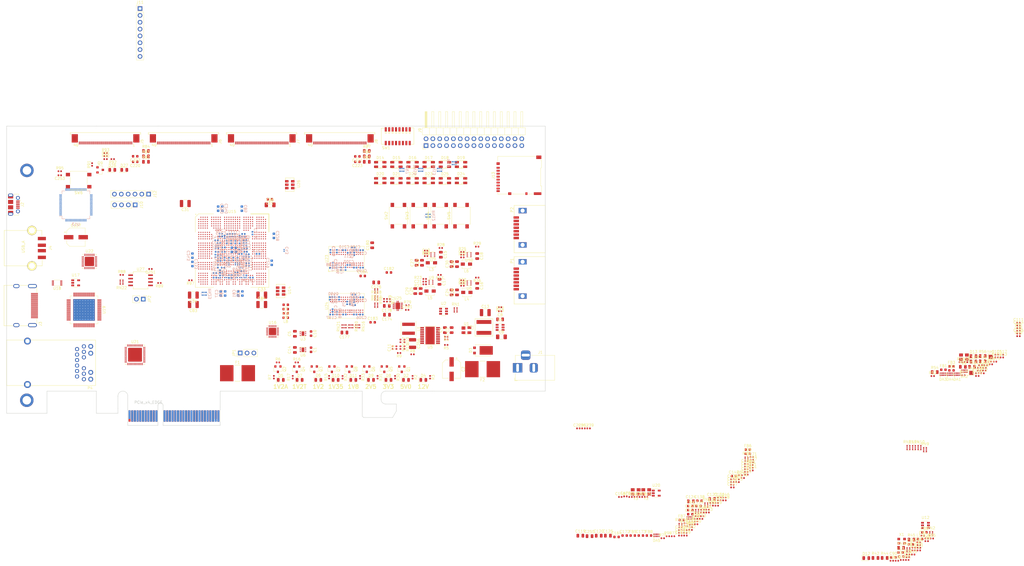
<source format=kicad_pcb>
(kicad_pcb (version 20171130) (host pcbnew 5.0.1)
  (layers (0 F.Cu signal) (31 B.Cu signal) (34 B.Paste user) (35 F.Paste user) (36 B.SilkS user) (37 F.SilkS user) (38 B.Mask user) (39 F.Mask user) (44 Edge.Cuts user))
  (net 0 "")
  (net 1 "/PCIe + SATA/DCU1_REFCLK-")
  (net 2 "/PCIe + SATA/DCU1_REFCLK+")
  (net 3 DDR3_A4)
  (net 4 DDR3_A6)
  (net 5 DDR3_A5)
  (net 6 DDR3_A7)
  (net 7 /DDR3/DDR3_VTT)
  (net 8 "Net-(RN2-Pad5)")
  (net 9 "Net-(RN2-Pad6)")
  (net 10 "Net-(R38-Pad2)")
  (net 11 "Net-(RN2-Pad7)")
  (net 12 +3V3)
  (net 13 /Power/1V2_EN)
  (net 14 /Power/2V5_EN)
  (net 15 /Power/1V35_EN)
  (net 16 "Net-(RN1-Pad4)")
  (net 17 +5V)
  (net 18 "Net-(RN1-Pad5)")
  (net 19 USD_D0)
  (net 20 USD_D3)
  (net 21 USD_CMD)
  (net 22 USD_D2)
  (net 23 "Net-(RN23-Pad1)")
  (net 24 GND)
  (net 25 "/FPGA IO/CFG0")
  (net 26 "Net-(RN23-Pad8)")
  (net 27 "/FPGA IO/CFG1")
  (net 28 "/FPGA IO/CFG2")
  (net 29 "/FPGA IO/FLASH_D3")
  (net 30 "/FPGA IO/FLASH_D1")
  (net 31 "/FPGA IO/FLASH_D2")
  (net 32 "/FPGA IO/FLASH_D0")
  (net 33 DDR3_WE)
  (net 34 DDR3_CKE)
  (net 35 DDR3_CS)
  (net 36 DDR3_ODT)
  (net 37 DDR3_CAS)
  (net 38 DDR3_BA2)
  (net 39 DDR3_RAS)
  (net 40 DDR3_BA1)
  (net 41 DDR3_A12)
  (net 42 DDR3_A14)
  (net 43 DDR3_A13)
  (net 44 DDR3_BA0)
  (net 45 DDR3_A11)
  (net 46 DDR3_A9)
  (net 47 DDR3_A10)
  (net 48 DDR3_A8)
  (net 49 DDR3_A0)
  (net 50 DDR3_A2)
  (net 51 DDR3_A1)
  (net 52 DDR3_A3)
  (net 53 "/HDMI, GbE, USB/ETH_LED2")
  (net 54 ETH_~RESET)
  (net 55 "/HDMI, GbE, USB/ETH_LED1")
  (net 56 RGMII_REF_CLK)
  (net 57 "Net-(D18-Pad4)")
  (net 58 "Net-(D20-Pad4)")
  (net 59 "Net-(D19-Pad4)")
  (net 60 "Net-(D21-Pad4)")
  (net 61 "Net-(D25-Pad4)")
  (net 62 "Net-(D23-Pad4)")
  (net 63 "Net-(D24-Pad4)")
  (net 64 "Net-(D22-Pad4)")
  (net 65 FTDI_D1_RX)
  (net 66 FTDI_~WR)
  (net 67 FTDI_~RD)
  (net 68 FTDI_~SIWU)
  (net 69 RGMII_RXD0)
  (net 70 RGMII_RXD2)
  (net 71 RGMII_RXD1)
  (net 72 RGMII_RXD3)
  (net 73 RGMII_RX_DV)
  (net 74 ETH_MDIO)
  (net 75 RGMII_RX_CLK)
  (net 76 ETH_INT_N)
  (net 77 "Net-(D17-Pad1)")
  (net 78 "Net-(D16-Pad1)")
  (net 79 "Net-(D14-Pad1)")
  (net 80 "Net-(D15-Pad1)")
  (net 81 DIP_SW1)
  (net 82 DIP_SW0)
  (net 83 DIP_SW2)
  (net 84 DIP_SW3)
  (net 85 DIP_SW7)
  (net 86 DIP_SW6)
  (net 87 DIP_SW4)
  (net 88 DIP_SW5)
  (net 89 "Net-(D14-Pad4)")
  (net 90 "Net-(D16-Pad4)")
  (net 91 "Net-(D15-Pad4)")
  (net 92 "Net-(D17-Pad4)")
  (net 93 "Net-(D21-Pad1)")
  (net 94 "Net-(D20-Pad1)")
  (net 95 "Net-(D18-Pad1)")
  (net 96 "Net-(D19-Pad1)")
  (net 97 BTN1)
  (net 98 BTN0)
  (net 99 BTN2)
  (net 100 BTN3)
  (net 101 "Net-(D25-Pad1)")
  (net 102 "Net-(D24-Pad1)")
  (net 103 "Net-(D22-Pad1)")
  (net 104 "Net-(D23-Pad1)")
  (net 105 "/FPGA IO/VCCIO7")
  (net 106 "Net-(R44-Pad2)")
  (net 107 JTAG_TDO)
  (net 108 JTAG_TDI)
  (net 109 "Net-(R43-Pad2)")
  (net 110 "Net-(R42-Pad2)")
  (net 111 JTAG_TCK)
  (net 112 JTAG_TMS)
  (net 113 "Net-(R45-Pad2)")
  (net 114 "/PCIe + SATA/CLKAUXO+")
  (net 115 "/PCIe + SATA/CLK150M-")
  (net 116 +1V8)
  (net 117 +2V5)
  (net 118 "/PCIe + SATA/CLKAUXO-")
  (net 119 "/FPGA IO/VCCIO6")
  (net 120 "/PCIe + SATA/CLK150M+")
  (net 121 CLK_SDA)
  (net 122 "Net-(R36-Pad2)")
  (net 123 FPGA_12MHz)
  (net 124 "/PCIe + SATA/PCIe_REFCLK+")
  (net 125 "/PCIe + SATA/PCIe_REFCLK-")
  (net 126 PCIe_12V)
  (net 127 "Net-(D13-Pad2)")
  (net 128 ~PERST)
  (net 129 "Net-(P3-PadA11)")
  (net 130 "Net-(D12-Pad2)")
  (net 131 "Net-(R40-Pad1)")
  (net 132 "Net-(R39-Pad1)")
  (net 133 "Net-(R38-Pad1)")
  (net 134 "Net-(R12-Pad2)")
  (net 135 "/PCIe + SATA/3V3_C")
  (net 136 "/PCIe + SATA/3V3_CA")
  (net 137 "Net-(R57-Pad1)")
  (net 138 "Net-(R58-Pad2)")
  (net 139 FABRIC_REFCLK)
  (net 140 "/HDMI, GbE, USB/PORT_SCL")
  (net 141 "/HDMI, GbE, USB/PORT_SDA")
  (net 142 "Net-(C121-Pad1)")
  (net 143 "Net-(R62-Pad1)")
  (net 144 /Power/3V3_PG)
  (net 145 "Net-(D27-Pad2)")
  (net 146 "/FPGA IO/~PROGRAM")
  (net 147 "Net-(R80-Pad1)")
  (net 148 "Net-(R81-Pad1)")
  (net 149 "/FPGA IO/FLASH_~CS")
  (net 150 "/FPGA IO/FLASH_CLK")
  (net 151 "/FPGA IO/DONE")
  (net 152 "Net-(Q9-Pad1)")
  (net 153 "Net-(D26-Pad2)")
  (net 154 "Net-(R79-Pad1)")
  (net 155 "/FPGA IO/~INIT")
  (net 156 "Net-(C9-Pad1)")
  (net 157 "Net-(C11-Pad1)")
  (net 158 "Net-(Q2-Pad3)")
  (net 159 "Net-(D5-Pad1)")
  (net 160 /Power/1V2_PG)
  (net 161 USD_D1)
  (net 162 USD_CLK)
  (net 163 "Net-(R97-Pad1)")
  (net 164 "Net-(Q2-Pad1)")
  (net 165 +1V2A)
  (net 166 "Net-(R5-Pad2)")
  (net 167 "Net-(D2-Pad2)")
  (net 168 "Net-(C7-Pad1)")
  (net 169 "Net-(D4-Pad2)")
  (net 170 +12V)
  (net 171 "Net-(R74-Pad1)")
  (net 172 "/Debug Interface/PORT_D-")
  (net 173 "/Debug Interface/FTDI_D-")
  (net 174 "/Debug Interface/FTDI_D+")
  (net 175 "/Debug Interface/PORT_D+")
  (net 176 "Net-(C22-Pad2)")
  (net 177 "Net-(R71-Pad2)")
  (net 178 "/HDMI, GbE, USB/USB_XO")
  (net 179 "/HDMI, GbE, USB/USB_XI")
  (net 180 "Net-(R73-Pad1)")
  (net 181 "/HDMI, GbE, USB/USBA_VBUS")
  (net 182 "/HDMI, GbE, USB/EXTVBUS")
  (net 183 DVI_SCL)
  (net 184 DVI_SDA)
  (net 185 CLK_SCL)
  (net 186 "Net-(R70-Pad1)")
  (net 187 "Net-(C175-Pad2)")
  (net 188 DDR3_CLK+)
  (net 189 "Net-(P4-Pad16)")
  (net 190 "Net-(R66-Pad1)")
  (net 191 "Net-(R65-Pad1)")
  (net 192 "/HDMI, GbE, USB/HDMI_HPD")
  (net 193 DDR3_CLK-)
  (net 194 "Net-(C179-Pad1)")
  (net 195 +1V35)
  (net 196 +1V2)
  (net 197 "Net-(D10-Pad2)")
  (net 198 "Net-(P4-Pad14)")
  (net 199 "Net-(C12-Pad2)")
  (net 200 "Net-(D6-Pad2)")
  (net 201 +1V2T)
  (net 202 "Net-(Q4-Pad1)")
  (net 203 "Net-(Q4-Pad3)")
  (net 204 "Net-(D7-Pad1)")
  (net 205 "Net-(C19-Pad2)")
  (net 206 "Net-(C20-Pad2)")
  (net 207 "Net-(C21-Pad2)")
  (net 208 "/Debug Interface/FTDI_12MHz")
  (net 209 "Net-(D11-Pad2)")
  (net 210 /Power/2V5_PG)
  (net 211 /Power/1V35_PG)
  (net 212 /Power/1V8_PG)
  (net 213 "Net-(D8-Pad2)")
  (net 214 "Net-(D9-Pad2)")
  (net 215 "Net-(C8-Pad2)")
  (net 216 "Net-(C8-Pad1)")
  (net 217 /Power/PWR_EN)
  (net 218 "/HDMI, GbE, USB/HDMI_5V")
  (net 219 "Net-(U17-Pad3)")
  (net 220 "Net-(D9-Pad1)")
  (net 221 "Net-(D11-Pad1)")
  (net 222 "Net-(D26-Pad1)")
  (net 223 "Net-(D2-Pad1)")
  (net 224 "Net-(D6-Pad1)")
  (net 225 "Net-(D10-Pad1)")
  (net 226 "Net-(D8-Pad1)")
  (net 227 "Net-(U1-Pad3)")
  (net 228 DDR3_Vref)
  (net 229 DDR3_Vtt_EN)
  (net 230 "Net-(U5-Pad2)")
  (net 231 "Net-(L1-Pad1)")
  (net 232 "Net-(C11-Pad2)")
  (net 233 "Net-(U13-Pad3)")
  (net 234 "/Debug Interface/Vphy")
  (net 235 "/Debug Interface/Vpll")
  (net 236 "/Debug Interface/JTAG_ACT")
  (net 237 "Net-(U13-Pad22)")
  (net 238 "Net-(U13-Pad23)")
  (net 239 "Net-(U13-Pad24)")
  (net 240 "Net-(U13-Pad26)")
  (net 241 "Net-(U13-Pad27)")
  (net 242 "Net-(U13-Pad28)")
  (net 243 "Net-(U13-Pad29)")
  (net 244 "Net-(U13-Pad30)")
  (net 245 "Net-(U13-Pad32)")
  (net 246 "Net-(U13-Pad33)")
  (net 247 "Net-(U13-Pad34)")
  (net 248 "Net-(U13-Pad36)")
  (net 249 FTDI_D0_TX)
  (net 250 FTDI_D2)
  (net 251 FTDI_D3)
  (net 252 FTDI_D4)
  (net 253 FTDI_D5)
  (net 254 FTDI_D6)
  (net 255 FTDI_D7)
  (net 256 FTDI_~RXF)
  (net 257 "Net-(U13-Pad49)")
  (net 258 "Net-(U13-Pad50)")
  (net 259 FTDI_~TXE)
  (net 260 "Net-(U13-Pad57)")
  (net 261 "Net-(U13-Pad58)")
  (net 262 "Net-(U13-Pad59)")
  (net 263 "Net-(U13-Pad60)")
  (net 264 "/HDMI, GbE, USB/DVI_DVDD")
  (net 265 DVI_DE)
  (net 266 DVI_HSYNC)
  (net 267 DVI_VSYNC)
  (net 268 "Net-(U19-Pad11)")
  (net 269 "/HDMI, GbE, USB/DVI_PVDD")
  (net 270 "/HDMI, GbE, USB/TMDS_CLK-")
  (net 271 "/HDMI, GbE, USB/TMDS_CLK+")
  (net 272 "/HDMI, GbE, USB/DVI_TVDD")
  (net 273 "/HDMI, GbE, USB/TMDS_D0-")
  (net 274 "/HDMI, GbE, USB/TMDS_D0+")
  (net 275 "/HDMI, GbE, USB/TMDS_D1-")
  (net 276 "/HDMI, GbE, USB/TMDS_D1+")
  (net 277 "/HDMI, GbE, USB/TMDS_D2-")
  (net 278 "/HDMI, GbE, USB/TMDS_D2+")
  (net 279 DVI_D23)
  (net 280 DVI_D22)
  (net 281 DVI_D21)
  (net 282 DVI_D20)
  (net 283 DVI_D19)
  (net 284 DVI_D18)
  (net 285 DVI_D17)
  (net 286 DVI_D16)
  (net 287 DVI_D15)
  (net 288 DVI_D14)
  (net 289 DVI_D13)
  (net 290 DVI_D12)
  (net 291 "Net-(U19-Pad49)")
  (net 292 DVI_D11)
  (net 293 DVI_D10)
  (net 294 DVI_D9)
  (net 295 DVI_D8)
  (net 296 DVI_D7)
  (net 297 DVI_D6)
  (net 298 DVI_CLK)
  (net 299 DVI_D5)
  (net 300 DVI_D4)
  (net 301 DVI_D3)
  (net 302 DVI_D2)
  (net 303 DVI_D1)
  (net 304 DVI_D0)
  (net 305 "/HDMI, GbE, USB/AVDDH")
  (net 306 "/HDMI, GbE, USB/MX4-")
  (net 307 "/HDMI, GbE, USB/MX4+")
  (net 308 "/HDMI, GbE, USB/AVDDL")
  (net 309 "/HDMI, GbE, USB/MX3-")
  (net 310 "/HDMI, GbE, USB/MX3+")
  (net 311 "/HDMI, GbE, USB/MX2-")
  (net 312 "/HDMI, GbE, USB/MX2+")
  (net 313 "/HDMI, GbE, USB/MX1-")
  (net 314 "/HDMI, GbE, USB/MX1+")
  (net 315 "Net-(U21-Pad13)")
  (net 316 RGMII_TXD0)
  (net 317 RGMII_TXD1)
  (net 318 RGMII_TXD2)
  (net 319 RGMII_TXD3)
  (net 320 RGMII_TX_CLK)
  (net 321 RGMII_TX_EN)
  (net 322 ETH_MDC)
  (net 323 "Net-(U21-Pad43)")
  (net 324 "/HDMI, GbE, USB/AVDDL_PLL")
  (net 325 "/HDMI, GbE, USB/ETH_XO")
  (net 326 "/HDMI, GbE, USB/ETH_XI")
  (net 327 "Net-(U21-Pad47)")
  (net 328 "Net-(U22-Pad3)")
  (net 329 "Net-(U22-Pad5)")
  (net 330 "/HDMI, GbE, USB/USBA_D+")
  (net 331 "/HDMI, GbE, USB/USBA_D-")
  (net 332 ULPI_RESET)
  (net 333 ULPI_NXT)
  (net 334 ULPI_DIR)
  (net 335 ULPI_STP)
  (net 336 ULPI_CLKO)
  (net 337 "/HDMI, GbE, USB/USB1V8")
  (net 338 ULPI_D7)
  (net 339 ULPI_D6)
  (net 340 ULPI_D5)
  (net 341 ULPI_D4)
  (net 342 ULPI_D3)
  (net 343 ULPI_D2)
  (net 344 ULPI_D1)
  (net 345 ULPI_D0)
  (net 346 "Net-(C117-Pad1)")
  (net 347 "Net-(C115-Pad2)")
  (net 348 CLK_SD_OE)
  (net 349 "Net-(U16-Pad11)")
  (net 350 "Net-(U16-Pad12)")
  (net 351 "/PCIe + SATA/1V8_C")
  (net 352 "Net-(U16-Pad16)")
  (net 353 "/PCIe + SATA/DCU0_REFCLK-")
  (net 354 "/PCIe + SATA/DCU0_REFCLK+")
  (net 355 "Net-(U16-Pad24)")
  (net 356 DDR3_DQ13)
  (net 357 DDR3_DQ15)
  (net 358 DDR3_DQ12)
  (net 359 DDR3_DQS1-)
  (net 360 DDR3_DQ14)
  (net 361 DDR3_DQ11)
  (net 362 DDR3_DQ9)
  (net 363 DDR3_DQS1+)
  (net 364 DDR3_DQ10)
  (net 365 DDR3_DM1)
  (net 366 DDR3_DQ8)
  (net 367 DDR3_DQ0)
  (net 368 DDR3_DM0)
  (net 369 DDR3_DQ2)
  (net 370 DDR3_DQS0+)
  (net 371 DDR3_DQ1)
  (net 372 DDR3_DQ3)
  (net 373 DDR3_DQ6)
  (net 374 DDR3_DQS0-)
  (net 375 DDR3_DQ4)
  (net 376 DDR3_DQ7)
  (net 377 DDR3_DQ5)
  (net 378 "Net-(U23-PadJ1)")
  (net 379 "Net-(U23-PadJ9)")
  (net 380 "Net-(U23-PadL1)")
  (net 381 "Net-(U23-PadL9)")
  (net 382 "Net-(U23-PadM7)")
  (net 383 DDR3_RESET)
  (net 384 "Net-(U24-PadM7)")
  (net 385 "Net-(U24-PadL9)")
  (net 386 "Net-(U24-PadL1)")
  (net 387 "Net-(U24-PadJ9)")
  (net 388 "Net-(U24-PadJ1)")
  (net 389 DDR3_DQ21)
  (net 390 DDR3_DQ23)
  (net 391 DDR3_DQ20)
  (net 392 DDR3_DQS2-)
  (net 393 DDR3_DQ22)
  (net 394 DDR3_DQ19)
  (net 395 DDR3_DQ17)
  (net 396 DDR3_DQS2+)
  (net 397 DDR3_DQ18)
  (net 398 DDR3_DM2)
  (net 399 DDR3_DQ16)
  (net 400 DDR3_DQ24)
  (net 401 DDR3_DM3)
  (net 402 DDR3_DQ26)
  (net 403 DDR3_DQS3+)
  (net 404 DDR3_DQ25)
  (net 405 DDR3_DQ27)
  (net 406 DDR3_DQ30)
  (net 407 DDR3_DQS3-)
  (net 408 DDR3_DQ28)
  (net 409 DDR3_DQ31)
  (net 410 DDR3_DQ29)
  (net 411 "Net-(X1-Pad1)")
  (net 412 "Net-(L4-Pad1)")
  (net 413 "Net-(L5-Pad1)")
  (net 414 "Net-(L3-Pad1)")
  (net 415 "Net-(L6-Pad1)")
  (net 416 "Net-(C111-Pad1)")
  (net 417 "/FPGA Core Power/VCCHTX1")
  (net 418 "/FPGA Core Power/VCCHTX0")
  (net 419 "/FPGA Core Power/VCCA0")
  (net 420 "/FPGA Core Power/VCCAUX")
  (net 421 "/FPGA Core Power/VCCA1")
  (net 422 "/PCIe + SATA/SATA1_A+")
  (net 423 "/PCIe + SATA/SATA1_A-")
  (net 424 "/PCIe + SATA/DCU1_RX1-")
  (net 425 "/PCIe + SATA/DCU1_RX1+")
  (net 426 "/PCIe + SATA/SATA0_A+")
  (net 427 "/PCIe + SATA/SATA0_A-")
  (net 428 "/PCIe + SATA/DCU1_RX0-")
  (net 429 "/PCIe + SATA/DCU1_RX0+")
  (net 430 "/PCIe + SATA/PCIe_HSI0+")
  (net 431 "/PCIe + SATA/PCIe_HSI0-")
  (net 432 "/PCIe + SATA/PCIe_HSI1+")
  (net 433 "/PCIe + SATA/PCIe_HSI1-")
  (net 434 "/PCIe + SATA/DCU0_RX0+")
  (net 435 "/PCIe + SATA/DCU0_RX0-")
  (net 436 "/PCIe + SATA/DCU0_RX1+")
  (net 437 "/PCIe + SATA/DCU0_RX1-")
  (net 438 "Net-(U6-Pad2)")
  (net 439 "Net-(U6-Pad5)")
  (net 440 "Net-(U3-Pad5)")
  (net 441 "Net-(U3-Pad2)")
  (net 442 "Net-(U10-Pad4)")
  (net 443 "Net-(U9-Pad4)")
  (net 444 "Net-(U8-Pad4)")
  (net 445 "Net-(U7-Pad4)")
  (net 446 "Net-(J5-Pad38)")
  (net 447 "/FPGA IO/EXT0_11-")
  (net 448 "/FPGA IO/EXT0_11+")
  (net 449 "/FPGA IO/EXT0_10-")
  (net 450 "/FPGA IO/EXT0_10+")
  (net 451 "/FPGA IO/EXT0_9-")
  (net 452 "/FPGA IO/EXT0_9+")
  (net 453 "/FPGA IO/EXT0_8-")
  (net 454 "/FPGA IO/EXT0_8+")
  (net 455 "/FPGA IO/EXT0_7-")
  (net 456 "/FPGA IO/EXT0_7+")
  (net 457 "/FPGA IO/EXT0_6-")
  (net 458 "/FPGA IO/EXT0_6+")
  (net 459 "/FPGA IO/EXT0_5-")
  (net 460 "/FPGA IO/EXT0_5+")
  (net 461 "/FPGA IO/EXT0_4-")
  (net 462 "/FPGA IO/EXT0_4+")
  (net 463 "/FPGA IO/EXT0_3-")
  (net 464 "/FPGA IO/EXT0_3+")
  (net 465 "/FPGA IO/EXT0_2-")
  (net 466 "/FPGA IO/EXT0_2+")
  (net 467 "/FPGA IO/EXT0_1-")
  (net 468 "/FPGA IO/EXT0_1+")
  (net 469 "/FPGA IO/EXT0_0-")
  (net 470 "/FPGA IO/EXT0_0+")
  (net 471 "/FPGA IO/EXT3_0+")
  (net 472 "/FPGA IO/EXT3_0-")
  (net 473 "/FPGA IO/EXT3_1+")
  (net 474 "/FPGA IO/EXT3_1-")
  (net 475 "/FPGA IO/EXT3_2+")
  (net 476 "/FPGA IO/EXT3_2-")
  (net 477 "/FPGA IO/EXT3_3+")
  (net 478 "/FPGA IO/EXT3_3-")
  (net 479 "/FPGA IO/EXT3_4+")
  (net 480 "/FPGA IO/EXT3_4-")
  (net 481 "/FPGA IO/EXT3_5+")
  (net 482 "/FPGA IO/EXT3_5-")
  (net 483 "/FPGA IO/EXT3_6+")
  (net 484 "/FPGA IO/EXT3_6-")
  (net 485 "/FPGA IO/EXT3_7+")
  (net 486 "/FPGA IO/EXT3_7-")
  (net 487 "/FPGA IO/EXT3_8+")
  (net 488 "/FPGA IO/EXT3_8-")
  (net 489 "/FPGA IO/EXT3_9+")
  (net 490 "/FPGA IO/EXT3_9-")
  (net 491 "/FPGA IO/EXT3_10+")
  (net 492 "/FPGA IO/EXT3_10-")
  (net 493 "/FPGA IO/EXT3_11+")
  (net 494 "/FPGA IO/EXT3_11-")
  (net 495 "Net-(J8-Pad38)")
  (net 496 "Net-(J6-Pad38)")
  (net 497 "/FPGA IO/EXT1_11-")
  (net 498 "/FPGA IO/EXT1_11+")
  (net 499 "/FPGA IO/EXT1_10-")
  (net 500 "/FPGA IO/EXT1_10+")
  (net 501 "/FPGA IO/EXT1_9-")
  (net 502 "/FPGA IO/EXT1_9+")
  (net 503 "/FPGA IO/EXT1_8-")
  (net 504 "/FPGA IO/EXT1_8+")
  (net 505 "/FPGA IO/EXT1_7-")
  (net 506 "/FPGA IO/EXT1_7+")
  (net 507 "/FPGA IO/EXT1_6-")
  (net 508 "/FPGA IO/EXT1_6+")
  (net 509 "/FPGA IO/EXT1_5-")
  (net 510 "/FPGA IO/EXT1_5+")
  (net 511 "/FPGA IO/EXT1_4-")
  (net 512 "/FPGA IO/EXT1_4+")
  (net 513 "/FPGA IO/EXT1_3-")
  (net 514 "/FPGA IO/EXT1_3+")
  (net 515 "/FPGA IO/EXT1_2-")
  (net 516 "/FPGA IO/EXT1_2+")
  (net 517 "/FPGA IO/EXT1_1-")
  (net 518 "/FPGA IO/EXT1_1+")
  (net 519 "/FPGA IO/EXT1_0-")
  (net 520 "/FPGA IO/EXT1_0+")
  (net 521 "/FPGA IO/EXT2_0+")
  (net 522 "/FPGA IO/EXT2_0-")
  (net 523 "/FPGA IO/EXT2_1+")
  (net 524 "/FPGA IO/EXT2_1-")
  (net 525 "/FPGA IO/EXT2_2+")
  (net 526 "/FPGA IO/EXT2_2-")
  (net 527 "/FPGA IO/EXT2_3+")
  (net 528 "/FPGA IO/EXT2_3-")
  (net 529 "/FPGA IO/EXT2_4+")
  (net 530 "/FPGA IO/EXT2_4-")
  (net 531 "/FPGA IO/EXT2_5+")
  (net 532 "/FPGA IO/EXT2_5-")
  (net 533 "/FPGA IO/EXT2_6+")
  (net 534 "/FPGA IO/EXT2_6-")
  (net 535 "/FPGA IO/EXT2_7+")
  (net 536 "/FPGA IO/EXT2_7-")
  (net 537 "/FPGA IO/EXT2_8+")
  (net 538 "/FPGA IO/EXT2_8-")
  (net 539 "/FPGA IO/EXT2_9+")
  (net 540 "/FPGA IO/EXT2_9-")
  (net 541 "/FPGA IO/EXT2_10+")
  (net 542 "/FPGA IO/EXT2_10-")
  (net 543 "/FPGA IO/EXT2_11+")
  (net 544 "/FPGA IO/EXT2_11-")
  (net 545 "Net-(J7-Pad38)")
  (net 546 "Net-(C132-Pad1)")
  (net 547 "Net-(C135-Pad1)")
  (net 548 "Net-(C133-Pad1)")
  (net 549 "Net-(C134-Pad1)")
  (net 550 "Net-(P3-PadB5)")
  (net 551 "Net-(P3-PadB6)")
  (net 552 "Net-(P3-PadB8)")
  (net 553 "Net-(P3-PadB9)")
  (net 554 "Net-(P3-PadB10)")
  (net 555 PCIe_~WAKE)
  (net 556 "Net-(P3-PadB12)")
  (net 557 "/PCIe + SATA/~PRSNT2~_X1")
  (net 558 "Net-(P3-PadB23)")
  (net 559 "Net-(P3-PadB24)")
  (net 560 "Net-(P3-PadB27)")
  (net 561 "Net-(P3-PadB28)")
  (net 562 "Net-(P3-PadB30)")
  (net 563 "/PCIe + SATA/~PRSNT2~_X4")
  (net 564 "/PCIe + SATA/~PRSNT1")
  (net 565 "Net-(P3-PadA5)")
  (net 566 "Net-(P3-PadA6)")
  (net 567 "Net-(P3-PadA7)")
  (net 568 "Net-(P3-PadA8)")
  (net 569 "Net-(P3-PadA9)")
  (net 570 "Net-(P3-PadA10)")
  (net 571 "Net-(P3-PadA19)")
  (net 572 "Net-(P3-PadA25)")
  (net 573 "Net-(P3-PadA26)")
  (net 574 "Net-(P3-PadA29)")
  (net 575 "Net-(P3-PadA30)")
  (net 576 "Net-(P3-PadA32)")
  (net 577 "Net-(U14-Pad2)")
  (net 578 "Net-(U14-Pad1)")
  (net 579 "Net-(U26-Pad1)")
  (net 580 "Net-(U26-Pad2)")
  (net 581 "/FPGA IO/CLK100+")
  (net 582 "/FPGA IO/CLK100-")
  (net 583 "Net-(J3-Pad14)")
  (net 584 "Net-(J3-Pad13)")
  (net 585 LED2)
  (net 586 LED11)
  (net 587 LED10)
  (net 588 LED0)
  (net 589 LED1)
  (net 590 LED3)
  (net 591 LED4)
  (net 592 LED5)
  (net 593 LED6)
  (net 594 LED7)
  (net 595 LED8)
  (net 596 LED9)
  (net 597 "Net-(F2-Pad2)")
  (net 598 "Net-(U15-PadR1)")
  (net 599 "Net-(U15-PadY1)")
  (net 600 "Net-(U15-PadAB1)")
  (net 601 "Net-(U15-PadAC1)")
  (net 602 "Net-(U15-PadAD1)")
  (net 603 "Net-(U15-PadAE1)")
  (net 604 "Net-(U15-PadA2)")
  (net 605 "Net-(U15-PadT2)")
  (net 606 "Net-(U15-PadW2)")
  (net 607 "Net-(U15-PadAB2)")
  (net 608 "Net-(U15-PadAC2)")
  (net 609 "Net-(U15-PadAE2)")
  (net 610 "Net-(U15-PadAG2)")
  (net 611 "Net-(U15-PadA3)")
  (net 612 "Net-(U15-PadV3)")
  (net 613 "Net-(U15-PadW3)")
  (net 614 "Net-(U15-PadY3)")
  (net 615 "Net-(U15-PadAC3)")
  (net 616 "Net-(U15-PadAD3)")
  (net 617 "Net-(U15-PadAE3)")
  (net 618 "Net-(U15-PadAG3)")
  (net 619 "Net-(U15-PadAL3)")
  (net 620 "Net-(U15-PadB4)")
  (net 621 "Net-(U15-PadH4)")
  (net 622 "Net-(U15-PadAC4)")
  (net 623 "Net-(U15-PadA5)")
  (net 624 "Net-(U15-PadL5)")
  (net 625 "Net-(U15-PadW6)")
  (net 626 "Net-(U15-PadD7)")
  (net 627 "Net-(U15-PadE7)")
  (net 628 "Net-(U15-PadAE7)")
  (net 629 "Net-(U15-PadG9)")
  (net 630 "/PCIe + SATA/DCU0_TX0+")
  (net 631 "Net-(U15-PadG10)")
  (net 632 "/PCIe + SATA/DCU0_TX0-")
  (net 633 "Net-(U15-PadG11)")
  (net 634 "/PCIe + SATA/DCU0_TX1+")
  (net 635 "/PCIe + SATA/DCU0_TX1-")
  (net 636 "/FPGA IO/PMOD1_10")
  (net 637 "/FPGA IO/PMOD1_9")
  (net 638 "Net-(U15-PadG14)")
  (net 639 "Net-(U15-PadG15)")
  (net 640 "Net-(U15-PadAK15)")
  (net 641 "Net-(U15-PadG16)")
  (net 642 "Net-(U15-PadAK16)")
  (net 643 "Net-(U15-PadG17)")
  (net 644 "Net-(U15-PadG18)")
  (net 645 "/PCIe + SATA/DCU1_TX0+")
  (net 646 "Net-(U15-PadG19)")
  (net 647 "/PCIe + SATA/DCU1_TX0-")
  (net 648 "/FPGA IO/PMOD1_8")
  (net 649 "/FPGA IO/PMOD1_7")
  (net 650 "/PCIe + SATA/DCU1_TX1+")
  (net 651 "/PCIe + SATA/DCU1_TX1-")
  (net 652 "/FPGA IO/EXIO_5")
  (net 653 "/FPGA IO/EXIO_4")
  (net 654 "/FPGA IO/EXIO_3")
  (net 655 "Net-(U15-PadG22)")
  (net 656 "/FPGA IO/PMOD1_3")
  (net 657 "/FPGA IO/PMOD1_2")
  (net 658 "/FPGA IO/PMOD1_0")
  (net 659 "/FPGA IO/PMOD1_1")
  (net 660 "/FPGA IO/EXIO_2")
  (net 661 "Net-(U15-PadG23)")
  (net 662 "/FPGA IO/EXIO_1")
  (net 663 "/FPGA IO/PMOD0_10")
  (net 664 "/FPGA IO/EXIO_0")
  (net 665 "/FPGA IO/PMOD0_9")
  (net 666 "Net-(U15-PadG24)")
  (net 667 "Net-(U15-PadAG24)")
  (net 668 "Net-(U15-PadAK24)")
  (net 669 "/FPGA IO/PMOD0_8")
  (net 670 "/FPGA IO/PMOD0_3")
  (net 671 "/FPGA IO/PMOD0_7")
  (net 672 "/FPGA IO/PMOD0_2")
  (net 673 "/FPGA IO/PMOD0_1")
  (net 674 "Net-(U15-PadAK25)")
  (net 675 "/FPGA IO/PMOD0_0")
  (net 676 "Net-(U15-PadB26)")
  (net 677 "Net-(U15-PadE26)")
  (net 678 "Net-(U15-PadR26)")
  (net 679 "Net-(U15-PadT26)")
  (net 680 "Net-(U15-PadAE26)")
  (net 681 "Net-(U15-PadH27)")
  (net 682 "Net-(U15-PadJ27)")
  (net 683 "Net-(U15-PadK27)")
  (net 684 "Net-(U15-PadW27)")
  (net 685 "Net-(U15-PadC28)")
  (net 686 "Net-(U15-PadD28)")
  (net 687 "Net-(U15-PadH28)")
  (net 688 "Net-(U15-PadL28)")
  (net 689 "Net-(U15-PadP28)")
  (net 690 "Net-(U15-PadAC28)")
  (net 691 "Net-(U15-PadAE28)")
  (net 692 "Net-(U15-PadC29)")
  (net 693 "Net-(U15-PadD29)")
  (net 694 "Net-(U15-PadH29)")
  (net 695 "Net-(U15-PadP29)")
  (net 696 "Net-(U15-PadAB29)")
  (net 697 "Net-(U15-PadAC29)")
  (net 698 "Net-(U15-PadAE29)")
  (net 699 "Net-(U15-PadAJ29)")
  (net 700 "Net-(U15-PadC30)")
  (net 701 "Net-(U15-PadP30)")
  (net 702 "Net-(U15-PadR30)")
  (net 703 "Net-(U15-PadV30)")
  (net 704 "Net-(U15-PadAB30)")
  (net 705 "Net-(U15-PadAE30)")
  (net 706 "Net-(U15-PadAJ30)")
  (net 707 "Net-(U15-PadA31)")
  (net 708 "Net-(U15-PadF31)")
  (net 709 "Net-(U15-PadH31)")
  (net 710 "Net-(U15-PadP31)")
  (net 711 "Net-(U15-PadAG31)")
  (net 712 "Net-(U15-PadAK31)")
  (net 713 "Net-(U15-PadE32)")
  (net 714 "Net-(U15-PadF32)")
  (net 715 "Net-(U15-PadH32)")
  (net 716 "Net-(U15-PadAG32)")
  (net 717 "Net-(J2-Pad1)")
  (net 718 "Net-(J2-Pad4)")
  (module Capacitor_SMD:C_0201_0603Metric (layer B.Cu) (at 126 74.9 90)
    (fp_text reference C47 (at 0 1.05 90) (layer B.SilkS) (effects (justify mirror)))
    (fp_text value 10n)
    (pad 2 smd roundrect (at 0.32 0 90) (size 0.46 0.4) (layers B.Cu B.Mask) (net 24 GND))
    (pad 1 smd roundrect (at -0.32 0 90) (size 0.46 0.4) (layers B.Cu B.Mask) (net 421 "/FPGA Core Power/VCCA1"))
  )
  (module Capacitor_SMD:C_0201_0603Metric (layer B.Cu) (at 119.3 80.1)
    (fp_text reference C59 (at 0 1.05) (layer B.SilkS) (effects (justify mirror)))
    (fp_text value 1n)
    (pad 1 smd roundrect (at -0.32 0) (size 0.46 0.4) (layers B.Cu B.Mask) (net 419 "/FPGA Core Power/VCCA0"))
    (pad 2 smd roundrect (at 0.32 0) (size 0.46 0.4) (layers B.Cu B.Mask) (net 24 GND))
  )
  (module Capacitor_SMD:C_0201_0603Metric (layer B.Cu) (at 122.8 74.9 270)
    (fp_text reference C60 (at 0 1.05 270) (layer B.SilkS) (effects (justify mirror)))
    (fp_text value 1n)
    (pad 2 smd roundrect (at 0.32 0 270) (size 0.46 0.4) (layers B.Cu B.Mask) (net 24 GND))
    (pad 1 smd roundrect (at -0.32 0 270) (size 0.46 0.4) (layers B.Cu B.Mask) (net 421 "/FPGA Core Power/VCCA1"))
  )
  (module Capacitor_SMD:C_0201_0603Metric (layer B.Cu) (at 125.6 80 180)
    (fp_text reference C50 (at 0 1.05 180) (layer B.SilkS) (effects (justify mirror)))
    (fp_text value 1n)
    (pad 1 smd roundrect (at -0.32 0 180) (size 0.46 0.4) (layers B.Cu B.Mask) (net 421 "/FPGA Core Power/VCCA1"))
    (pad 2 smd roundrect (at 0.32 0 180) (size 0.46 0.4) (layers B.Cu B.Mask) (net 24 GND))
  )
  (module Capacitor_SMD:C_0201_0603Metric (layer B.Cu) (at 121.6 80 180)
    (fp_text reference C65 (at 0 1.05 180) (layer B.SilkS) (effects (justify mirror)))
    (fp_text value 10n)
    (pad 2 smd roundrect (at 0.32 0 180) (size 0.46 0.4) (layers B.Cu B.Mask) (net 24 GND))
    (pad 1 smd roundrect (at -0.32 0 180) (size 0.46 0.4) (layers B.Cu B.Mask) (net 419 "/FPGA Core Power/VCCA0"))
  )
  (module Capacitor_SMD:C_0201_0603Metric (layer B.Cu) (at 126.8 74.9 90)
    (fp_text reference C42 (at 0 1.05 90) (layer B.SilkS) (effects (justify mirror)))
    (fp_text value 10n)
    (pad 1 smd roundrect (at -0.32 0 90) (size 0.46 0.4) (layers B.Cu B.Mask) (net 417 "/FPGA Core Power/VCCHTX1"))
    (pad 2 smd roundrect (at 0.32 0 90) (size 0.46 0.4) (layers B.Cu B.Mask) (net 24 GND))
  )
  (module Capacitor_SMD:C_0201_0603Metric (layer B.Cu) (at 143.3 69.915 90)
    (fp_text reference C43 (at 0 1.05 90) (layer B.SilkS) (effects (justify mirror)))
    (fp_text value 10n)
    (pad 2 smd roundrect (at 0.32 0 90) (size 0.46 0.4) (layers B.Cu B.Mask) (net 24 GND))
    (pad 1 smd roundrect (at -0.32 0 90) (size 0.46 0.4) (layers B.Cu B.Mask) (net 418 "/FPGA Core Power/VCCHTX0"))
  )
  (module Capacitor_SMD:C_0201_0603Metric (layer B.Cu) (at 122 74.9 90)
    (fp_text reference C49 (at 0 1.05 90) (layer B.SilkS) (effects (justify mirror)))
    (fp_text value 1n)
    (pad 1 smd roundrect (at -0.32 0 90) (size 0.46 0.4) (layers B.Cu B.Mask) (net 419 "/FPGA Core Power/VCCA0"))
    (pad 2 smd roundrect (at 0.32 0 90) (size 0.46 0.4) (layers B.Cu B.Mask) (net 24 GND))
  )
  (module Capacitor_SMD:C_0201_0603Metric (layer B.Cu) (at 127.22 80 180)
    (fp_text reference C63 (at 0 1.05 180) (layer B.SilkS) (effects (justify mirror)))
    (fp_text value 10n)
    (pad 2 smd roundrect (at 0.32 0 180) (size 0.46 0.4) (layers B.Cu B.Mask) (net 24 GND))
    (pad 1 smd roundrect (at -0.32 0 180) (size 0.46 0.4) (layers B.Cu B.Mask) (net 421 "/FPGA Core Power/VCCA1"))
  )
  (module Capacitor_SMD:C_0201_0603Metric (layer B.Cu) (at 125.2 74.9 90)
    (fp_text reference C46 (at 0 1.05 90) (layer B.SilkS) (effects (justify mirror)))
    (fp_text value 10n)
    (pad 1 smd roundrect (at -0.32 0 90) (size 0.46 0.4) (layers B.Cu B.Mask) (net 419 "/FPGA Core Power/VCCA0"))
    (pad 2 smd roundrect (at 0.32 0 90) (size 0.46 0.4) (layers B.Cu B.Mask) (net 24 GND))
  )
  (module Capacitor_SMD:C_0201_0603Metric (layer B.Cu) (at 120.4 78 90)
    (fp_text reference C62 (at 0 1.05 90) (layer B.SilkS) (effects (justify mirror)))
    (fp_text value 10n)
    (pad 2 smd roundrect (at 0.32 0 90) (size 0.46 0.4) (layers B.Cu B.Mask) (net 24 GND))
    (pad 1 smd roundrect (at -0.32 0 90) (size 0.46 0.4) (layers B.Cu B.Mask) (net 419 "/FPGA Core Power/VCCA0"))
  )
  (module Capacitor_SMD:C_0201_0603Metric (layer B.Cu) (at 128.8 80)
    (fp_text reference C66 (at 0 1.05) (layer B.SilkS) (effects (justify mirror)))
    (fp_text value 10n)
    (pad 1 smd roundrect (at -0.32 0) (size 0.46 0.4) (layers B.Cu B.Mask) (net 421 "/FPGA Core Power/VCCA1"))
    (pad 2 smd roundrect (at 0.32 0) (size 0.46 0.4) (layers B.Cu B.Mask) (net 24 GND))
  )
  (module "Custom Parts:Wurth_BiLED_150141_3528" (layer F.Cu) (at 203 38 180)
    (fp_text reference D18 (at 0 2.5 180) (layer F.SilkS))
    (fp_text value " 150141YB73100")
    (pad 3 smd rect (at -1.55 -0.85 180) (size 1.5 0.9) (layers F.Cu F.Paste F.Mask) (net 591 LED4))
    (pad 4 smd rect (at -1.55 0.85 180) (size 1.5 0.9) (layers F.Cu F.Paste F.Mask) (net 57 "Net-(D18-Pad4)"))
    (pad 2 smd rect (at 1.55 0.85 180) (size 1.5 0.9) (layers F.Cu F.Paste F.Mask) (net 591 LED4))
    (pad 1 smd rect (at 1.55 -0.85 180) (size 1.5 0.9) (layers F.Cu F.Paste F.Mask) (net 95 "Net-(D18-Pad1)"))
  )
  (module "Custom Parts:Wurth_BiLED_150141_3528" (layer F.Cu) (at 197 38 180)
    (fp_text reference D17 (at 0 2.5 180) (layer F.SilkS))
    (fp_text value " 150141YB73100")
    (pad 3 smd rect (at -1.55 -0.85 180) (size 1.5 0.9) (layers F.Cu F.Paste F.Mask) (net 590 LED3))
    (pad 4 smd rect (at -1.55 0.85 180) (size 1.5 0.9) (layers F.Cu F.Paste F.Mask) (net 92 "Net-(D17-Pad4)"))
    (pad 2 smd rect (at 1.55 0.85 180) (size 1.5 0.9) (layers F.Cu F.Paste F.Mask) (net 590 LED3))
    (pad 1 smd rect (at 1.55 -0.85 180) (size 1.5 0.9) (layers F.Cu F.Paste F.Mask) (net 77 "Net-(D17-Pad1)"))
  )
  (module "Custom Parts:Wurth_BiLED_150141_3528" (layer F.Cu) (at 209 38 180)
    (fp_text reference D19 (at 0 2.5 180) (layer F.SilkS))
    (fp_text value " 150141YB73100")
    (pad 3 smd rect (at -1.55 -0.85 180) (size 1.5 0.9) (layers F.Cu F.Paste F.Mask) (net 592 LED5))
    (pad 4 smd rect (at -1.55 0.85 180) (size 1.5 0.9) (layers F.Cu F.Paste F.Mask) (net 59 "Net-(D19-Pad4)"))
    (pad 2 smd rect (at 1.55 0.85 180) (size 1.5 0.9) (layers F.Cu F.Paste F.Mask) (net 592 LED5))
    (pad 1 smd rect (at 1.55 -0.85 180) (size 1.5 0.9) (layers F.Cu F.Paste F.Mask) (net 96 "Net-(D19-Pad1)"))
  )
  (module "Custom Parts:Wurth_BiLED_150141_3528" (layer F.Cu) (at 191 44 180)
    (fp_text reference D22 (at 0 2.5 180) (layer F.SilkS))
    (fp_text value 150141RV73100)
    (pad 3 smd rect (at -1.55 -0.85 180) (size 1.5 0.9) (layers F.Cu F.Paste F.Mask) (net 595 LED8))
    (pad 4 smd rect (at -1.55 0.85 180) (size 1.5 0.9) (layers F.Cu F.Paste F.Mask) (net 64 "Net-(D22-Pad4)"))
    (pad 2 smd rect (at 1.55 0.85 180) (size 1.5 0.9) (layers F.Cu F.Paste F.Mask) (net 595 LED8))
    (pad 1 smd rect (at 1.55 -0.85 180) (size 1.5 0.9) (layers F.Cu F.Paste F.Mask) (net 103 "Net-(D22-Pad1)"))
  )
  (module "Custom Parts:Wurth_BiLED_150141_3528" (layer F.Cu) (at 185 44 180)
    (fp_text reference D21 (at 0 2.5 180) (layer F.SilkS))
    (fp_text value 150141RV73100)
    (pad 3 smd rect (at -1.55 -0.85 180) (size 1.5 0.9) (layers F.Cu F.Paste F.Mask) (net 594 LED7))
    (pad 4 smd rect (at -1.55 0.85 180) (size 1.5 0.9) (layers F.Cu F.Paste F.Mask) (net 60 "Net-(D21-Pad4)"))
    (pad 2 smd rect (at 1.55 0.85 180) (size 1.5 0.9) (layers F.Cu F.Paste F.Mask) (net 594 LED7))
    (pad 1 smd rect (at 1.55 -0.85 180) (size 1.5 0.9) (layers F.Cu F.Paste F.Mask) (net 93 "Net-(D21-Pad1)"))
  )
  (module "Custom Parts:Wurth_BiLED_150141_3528" (layer F.Cu) (at 191 38 180)
    (fp_text reference D16 (at 0 2.5 180) (layer F.SilkS))
    (fp_text value " 150141YB73100")
    (pad 3 smd rect (at -1.55 -0.85 180) (size 1.5 0.9) (layers F.Cu F.Paste F.Mask) (net 585 LED2))
    (pad 4 smd rect (at -1.55 0.85 180) (size 1.5 0.9) (layers F.Cu F.Paste F.Mask) (net 90 "Net-(D16-Pad4)"))
    (pad 2 smd rect (at 1.55 0.85 180) (size 1.5 0.9) (layers F.Cu F.Paste F.Mask) (net 585 LED2))
    (pad 1 smd rect (at 1.55 -0.85 180) (size 1.5 0.9) (layers F.Cu F.Paste F.Mask) (net 78 "Net-(D16-Pad1)"))
  )
  (module "Custom Parts:Wurth_BiLED_150141_3528" (layer F.Cu) (at 185 38 180)
    (fp_text reference D15 (at 0 2.5 180) (layer F.SilkS))
    (fp_text value " 150141YB73100")
    (pad 3 smd rect (at -1.55 -0.85 180) (size 1.5 0.9) (layers F.Cu F.Paste F.Mask) (net 589 LED1))
    (pad 4 smd rect (at -1.55 0.85 180) (size 1.5 0.9) (layers F.Cu F.Paste F.Mask) (net 91 "Net-(D15-Pad4)"))
    (pad 2 smd rect (at 1.55 0.85 180) (size 1.5 0.9) (layers F.Cu F.Paste F.Mask) (net 589 LED1))
    (pad 1 smd rect (at 1.55 -0.85 180) (size 1.5 0.9) (layers F.Cu F.Paste F.Mask) (net 80 "Net-(D15-Pad1)"))
  )
  (module "Custom Parts:Wurth_BiLED_150141_3528" (layer F.Cu) (at 179 38 180)
    (fp_text reference D14 (at 0 2.5 180) (layer F.SilkS))
    (fp_text value " 150141YB73100")
    (pad 3 smd rect (at -1.55 -0.85 180) (size 1.5 0.9) (layers F.Cu F.Paste F.Mask) (net 588 LED0))
    (pad 4 smd rect (at -1.55 0.85 180) (size 1.5 0.9) (layers F.Cu F.Paste F.Mask) (net 89 "Net-(D14-Pad4)"))
    (pad 2 smd rect (at 1.55 0.85 180) (size 1.5 0.9) (layers F.Cu F.Paste F.Mask) (net 588 LED0))
    (pad 1 smd rect (at 1.55 -0.85 180) (size 1.5 0.9) (layers F.Cu F.Paste F.Mask) (net 79 "Net-(D14-Pad1)"))
  )
  (module "Custom Parts:Wurth_BiLED_150141_3528" (layer F.Cu) (at 197 44 180)
    (fp_text reference D23 (at 0 2.5 180) (layer F.SilkS))
    (fp_text value 150141RV73100)
    (pad 3 smd rect (at -1.55 -0.85 180) (size 1.5 0.9) (layers F.Cu F.Paste F.Mask) (net 596 LED9))
    (pad 4 smd rect (at -1.55 0.85 180) (size 1.5 0.9) (layers F.Cu F.Paste F.Mask) (net 62 "Net-(D23-Pad4)"))
    (pad 2 smd rect (at 1.55 0.85 180) (size 1.5 0.9) (layers F.Cu F.Paste F.Mask) (net 596 LED9))
    (pad 1 smd rect (at 1.55 -0.85 180) (size 1.5 0.9) (layers F.Cu F.Paste F.Mask) (net 104 "Net-(D23-Pad1)"))
  )
  (module "Custom Parts:Wurth_BiLED_150141_3528" (layer F.Cu) (at 209 44 180)
    (fp_text reference D24 (at 0 2.5 180) (layer F.SilkS))
    (fp_text value 150141RV73100)
    (pad 3 smd rect (at -1.55 -0.85 180) (size 1.5 0.9) (layers F.Cu F.Paste F.Mask) (net 587 LED10))
    (pad 4 smd rect (at -1.55 0.85 180) (size 1.5 0.9) (layers F.Cu F.Paste F.Mask) (net 63 "Net-(D24-Pad4)"))
    (pad 2 smd rect (at 1.55 0.85 180) (size 1.5 0.9) (layers F.Cu F.Paste F.Mask) (net 587 LED10))
    (pad 1 smd rect (at 1.55 -0.85 180) (size 1.5 0.9) (layers F.Cu F.Paste F.Mask) (net 102 "Net-(D24-Pad1)"))
  )
  (module "Custom Parts:Wurth_BiLED_150141_3528" (layer F.Cu) (at 203 44 180)
    (fp_text reference D25 (at 0 2.5 180) (layer F.SilkS))
    (fp_text value 150141RV73100)
    (pad 3 smd rect (at -1.55 -0.85 180) (size 1.5 0.9) (layers F.Cu F.Paste F.Mask) (net 586 LED11))
    (pad 4 smd rect (at -1.55 0.85 180) (size 1.5 0.9) (layers F.Cu F.Paste F.Mask) (net 61 "Net-(D25-Pad4)"))
    (pad 2 smd rect (at 1.55 0.85 180) (size 1.5 0.9) (layers F.Cu F.Paste F.Mask) (net 586 LED11))
    (pad 1 smd rect (at 1.55 -0.85 180) (size 1.5 0.9) (layers F.Cu F.Paste F.Mask) (net 101 "Net-(D25-Pad1)"))
  )
  (module "Custom Parts:Wurth_BiLED_150141_3528" (layer F.Cu) (at 179 44 180)
    (fp_text reference D20 (at 0 2.5 180) (layer F.SilkS))
    (fp_text value 150141RV73100)
    (pad 3 smd rect (at -1.55 -0.85 180) (size 1.5 0.9) (layers F.Cu F.Paste F.Mask) (net 593 LED6))
    (pad 4 smd rect (at -1.55 0.85 180) (size 1.5 0.9) (layers F.Cu F.Paste F.Mask) (net 58 "Net-(D20-Pad4)"))
    (pad 2 smd rect (at 1.55 0.85 180) (size 1.5 0.9) (layers F.Cu F.Paste F.Mask) (net 593 LED6))
    (pad 1 smd rect (at 1.55 -0.85 180) (size 1.5 0.9) (layers F.Cu F.Paste F.Mask) (net 94 "Net-(D20-Pad1)"))
  )
  (module Capacitor_SMD:C_1210_3225Metric (layer F.Cu) (at 191 104.5 270)
    (fp_text reference C256 (at 0 -2.28 270) (layer F.SilkS))
    (fp_text value 47µ)
    (pad 1 smd roundrect (at -1.4 0 270) (size 1.25 2.65) (layers F.Cu F.Paste F.Mask) (roundrect_rratio 0.2) (net 196 +1V2))
    (pad 2 smd roundrect (at 1.4 0 270) (size 1.25 2.65) (layers F.Cu F.Paste F.Mask) (roundrect_rratio 0.2) (net 24 GND))
  )
  (module Button_Switch_SMD:SW_SPST_B3S-1000 (layer F.Cu) (at 67 44 180)
    (fp_text reference SW6 (at 0 -4.5 180) (layer F.SilkS))
    (fp_text value SW_Push)
    (pad 2 smd rect (at 3.975 2.25 180) (size 1.55 1.3) (layers F.Cu F.Paste F.Mask) (net 146 "/FPGA IO/~PROGRAM"))
    (pad 2 smd rect (at -3.975 2.25 180) (size 1.55 1.3) (layers F.Cu F.Paste F.Mask) (net 146 "/FPGA IO/~PROGRAM"))
    (pad 1 smd rect (at 3.975 -2.25 180) (size 1.55 1.3) (layers F.Cu F.Paste F.Mask) (net 24 GND))
    (pad 1 smd rect (at -3.975 -2.25 180) (size 1.55 1.3) (layers F.Cu F.Paste F.Mask) (net 24 GND))
  )
  (module Button_Switch_SMD:SW_SPST_B3S-1000 (layer F.Cu) (at 209 57 90)
    (fp_text reference SW5 (at 0 -4.5 90) (layer F.SilkS))
    (fp_text value SW_Push)
    (pad 2 smd rect (at 3.975 2.25 90) (size 1.55 1.3) (layers F.Cu F.Paste F.Mask) (net 195 +1V35))
    (pad 2 smd rect (at -3.975 2.25 90) (size 1.55 1.3) (layers F.Cu F.Paste F.Mask) (net 195 +1V35))
    (pad 1 smd rect (at 3.975 -2.25 90) (size 1.55 1.3) (layers F.Cu F.Paste F.Mask) (net 100 BTN3))
    (pad 1 smd rect (at -3.975 -2.25 90) (size 1.55 1.3) (layers F.Cu F.Paste F.Mask) (net 100 BTN3))
  )
  (module Button_Switch_SMD:SW_SPST_B3S-1000 (layer F.Cu) (at 201.25 57 90)
    (fp_text reference SW4 (at 0 -4.5 90) (layer F.SilkS))
    (fp_text value SW_Push)
    (pad 2 smd rect (at 3.975 2.25 90) (size 1.55 1.3) (layers F.Cu F.Paste F.Mask) (net 195 +1V35))
    (pad 2 smd rect (at -3.975 2.25 90) (size 1.55 1.3) (layers F.Cu F.Paste F.Mask) (net 195 +1V35))
    (pad 1 smd rect (at 3.975 -2.25 90) (size 1.55 1.3) (layers F.Cu F.Paste F.Mask) (net 99 BTN2))
    (pad 1 smd rect (at -3.975 -2.25 90) (size 1.55 1.3) (layers F.Cu F.Paste F.Mask) (net 99 BTN2))
  )
  (module Button_Switch_SMD:SW_SPST_B3S-1000 (layer F.Cu) (at 193.5 57 90)
    (fp_text reference SW3 (at 0 -4.5 90) (layer F.SilkS))
    (fp_text value SW_Push)
    (pad 2 smd rect (at 3.975 2.25 90) (size 1.55 1.3) (layers F.Cu F.Paste F.Mask) (net 195 +1V35))
    (pad 2 smd rect (at -3.975 2.25 90) (size 1.55 1.3) (layers F.Cu F.Paste F.Mask) (net 195 +1V35))
    (pad 1 smd rect (at 3.975 -2.25 90) (size 1.55 1.3) (layers F.Cu F.Paste F.Mask) (net 97 BTN1))
    (pad 1 smd rect (at -3.975 -2.25 90) (size 1.55 1.3) (layers F.Cu F.Paste F.Mask) (net 97 BTN1))
  )
  (module Button_Switch_SMD:SW_SPST_B3S-1000 (layer F.Cu) (at 185.75 57 90)
    (fp_text reference SW2 (at 0 -4.5 90) (layer F.SilkS))
    (fp_text value SW_Push)
    (pad 2 smd rect (at 3.975 2.25 90) (size 1.55 1.3) (layers F.Cu F.Paste F.Mask) (net 195 +1V35))
    (pad 2 smd rect (at -3.975 2.25 90) (size 1.55 1.3) (layers F.Cu F.Paste F.Mask) (net 195 +1V35))
    (pad 1 smd rect (at 3.975 -2.25 90) (size 1.55 1.3) (layers F.Cu F.Paste F.Mask) (net 98 BTN0))
    (pad 1 smd rect (at -3.975 -2.25 90) (size 1.55 1.3) (layers F.Cu F.Paste F.Mask) (net 98 BTN0))
  )
  (module Capacitor_SMD:CP_Elec_6.3x5.8 (layer F.Cu) (at 205.5 114 270)
    (fp_text reference C2 (at 0 -4.35 270) (layer F.SilkS))
    (fp_text value 100µF/25V)
    (pad 2 smd rect (at 2.7 0 270) (size 3.5 1.6) (layers F.Cu F.Paste F.Mask) (net 24 GND))
    (pad 1 smd rect (at -2.7 0 270) (size 3.5 1.6) (layers F.Cu F.Paste F.Mask) (net 170 +12V))
  )
  (module Capacitor_SMD:CP_Elec_6.3x5.8 (layer F.Cu) (at 66 65)
    (fp_text reference C137 (at 0 -4.35) (layer F.SilkS))
    (fp_text value 100u)
    (pad 2 smd rect (at 2.7 0) (size 3.5 1.6) (layers F.Cu F.Paste F.Mask) (net 24 GND))
    (pad 1 smd rect (at -2.7 0) (size 3.5 1.6) (layers F.Cu F.Paste F.Mask) (net 181 "/HDMI, GbE, USB/USBA_VBUS"))
  )
  (module Capacitor_SMD:C_0402_1005Metric (layer F.Cu) (at 196 71)
    (fp_text reference C19 (at 0 -1.17) (layer F.SilkS))
    (fp_text value 120p)
    (pad 2 smd roundrect (at 0.485 0) (size 0.59 0.64) (layers F.Cu F.Paste F.Mask) (net 205 "Net-(C19-Pad2)"))
    (pad 1 smd roundrect (at -0.485 0) (size 0.59 0.64) (layers F.Cu F.Paste F.Mask) (net 195 +1V35))
  )
  (module Capacitor_SMD:C_0402_1005Metric (layer F.Cu) (at 183.5 106 90)
    (fp_text reference C11 (at 0 -1.17 90) (layer F.SilkS))
    (fp_text value 180p)
    (pad 2 smd roundrect (at 0.485 0 90) (size 0.59 0.64) (layers F.Cu F.Paste F.Mask) (net 232 "Net-(C11-Pad2)"))
    (pad 1 smd roundrect (at -0.485 0 90) (size 0.59 0.64) (layers F.Cu F.Paste F.Mask) (net 157 "Net-(C11-Pad1)"))
  )
  (module Capacitor_SMD:C_0402_1005Metric (layer F.Cu) (at 185 106 90)
    (fp_text reference C9 (at 0 -1.17 90) (layer F.SilkS))
    (fp_text value 1.8n)
    (pad 2 smd roundrect (at 0.485 0 90) (size 0.59 0.64) (layers F.Cu F.Paste F.Mask) (net 232 "Net-(C11-Pad2)"))
    (pad 1 smd roundrect (at -0.485 0 90) (size 0.59 0.64) (layers F.Cu F.Paste F.Mask) (net 156 "Net-(C9-Pad1)"))
  )
  (module Capacitor_SMD:C_0402_1005Metric (layer F.Cu) (at 203.5 103)
    (fp_text reference C7 (at 0 -1.17) (layer F.SilkS))
    (fp_text value 100n)
    (pad 2 smd roundrect (at 0.485 0) (size 0.59 0.64) (layers F.Cu F.Paste F.Mask) (net 24 GND))
    (pad 1 smd roundrect (at -0.485 0) (size 0.59 0.64) (layers F.Cu F.Paste F.Mask) (net 168 "Net-(C7-Pad1)"))
  )
  (module Capacitor_SMD:C_0402_1005Metric (layer B.Cu) (at 125.585 79.1 180)
    (fp_text reference C78 (at 0 1.17 180) (layer B.SilkS) (effects (justify mirror)))
    (fp_text value 470n)
    (pad 2 smd roundrect (at 0.485 0 180) (size 0.59 0.64) (layers B.Cu B.Paste B.Mask) (net 24 GND))
    (pad 1 smd roundrect (at -0.485 0 180) (size 0.59 0.64) (layers B.Cu B.Paste B.Mask) (net 421 "/FPGA Core Power/VCCA1"))
  )
  (module Capacitor_SMD:C_0402_1005Metric (layer B.Cu) (at 117.615 80 180)
    (fp_text reference C77 (at 0 1.17 180) (layer B.SilkS) (effects (justify mirror)))
    (fp_text value 470n)
    (pad 2 smd roundrect (at 0.485 0 180) (size 0.59 0.64) (layers B.Cu B.Paste B.Mask) (net 24 GND))
    (pad 1 smd roundrect (at -0.485 0 180) (size 0.59 0.64) (layers B.Cu B.Paste B.Mask) (net 419 "/FPGA Core Power/VCCA0"))
  )
  (module Capacitor_SMD:C_0402_1005Metric (layer B.Cu) (at 126.8 64.9 270)
    (fp_text reference C76 (at 0 1.17 270) (layer B.SilkS) (effects (justify mirror)))
    (fp_text value 470n)
    (pad 2 smd roundrect (at 0.485 0 270) (size 0.59 0.64) (layers B.Cu B.Paste B.Mask) (net 24 GND))
    (pad 1 smd roundrect (at -0.485 0 270) (size 0.59 0.64) (layers B.Cu B.Paste B.Mask) (net 420 "/FPGA Core Power/VCCAUX"))
  )
  (module Capacitor_SMD:C_0402_1005Metric (layer B.Cu) (at 128.785 79.2 180)
    (fp_text reference C75 (at 0 1.17 180) (layer B.SilkS) (effects (justify mirror)))
    (fp_text value 470n)
    (pad 2 smd roundrect (at 0.485 0 180) (size 0.59 0.64) (layers B.Cu B.Paste B.Mask) (net 24 GND))
    (pad 1 smd roundrect (at -0.485 0 180) (size 0.59 0.64) (layers B.Cu B.Paste B.Mask) (net 421 "/FPGA Core Power/VCCA1"))
  )
  (module Capacitor_SMD:C_0402_1005Metric (layer F.Cu) (at 60 42 180)
    (fp_text reference C253 (at 0 -1.17 180) (layer F.SilkS))
    (fp_text value 100n)
    (pad 2 smd roundrect (at 0.485 0 180) (size 0.59 0.64) (layers F.Cu F.Paste F.Mask) (net 24 GND))
    (pad 1 smd roundrect (at -0.485 0 180) (size 0.59 0.64) (layers F.Cu F.Paste F.Mask) (net 146 "/FPGA IO/~PROGRAM"))
  )
  (module Capacitor_SMD:C_0402_1005Metric (layer F.Cu) (at 186.5 103.5 270)
    (fp_text reference C12 (at 0 -1.17 270) (layer F.SilkS))
    (fp_text value 750p)
    (pad 2 smd roundrect (at 0.485 0 270) (size 0.59 0.64) (layers F.Cu F.Paste F.Mask) (net 199 "Net-(C12-Pad2)"))
    (pad 1 smd roundrect (at -0.485 0 270) (size 0.59 0.64) (layers F.Cu F.Paste F.Mask) (net 196 +1V2))
  )
  (module Capacitor_SMD:C_0402_1005Metric (layer F.Cu) (at 209.515 83)
    (fp_text reference C20 (at 0 -1.17) (layer F.SilkS))
    (fp_text value 120p)
    (pad 2 smd roundrect (at 0.485 0) (size 0.59 0.64) (layers F.Cu F.Paste F.Mask) (net 206 "Net-(C20-Pad2)"))
    (pad 1 smd roundrect (at -0.485 0) (size 0.59 0.64) (layers F.Cu F.Paste F.Mask) (net 12 +3V3))
  )
  (module Capacitor_SMD:C_0402_1005Metric (layer F.Cu) (at 195.485 81.5)
    (fp_text reference C21 (at -2.485 0) (layer F.SilkS))
    (fp_text value 120p)
    (pad 2 smd roundrect (at 0.485 0) (size 0.59 0.64) (layers F.Cu F.Paste F.Mask) (net 207 "Net-(C21-Pad2)"))
    (pad 1 smd roundrect (at -0.485 0) (size 0.59 0.64) (layers F.Cu F.Paste F.Mask) (net 117 +2V5))
  )
  (module Capacitor_SMD:C_0402_1005Metric (layer F.Cu) (at 209.5 71.5)
    (fp_text reference C22 (at 0 -1.17) (layer F.SilkS))
    (fp_text value 120p)
    (pad 2 smd roundrect (at 0.485 0) (size 0.59 0.64) (layers F.Cu F.Paste F.Mask) (net 176 "Net-(C22-Pad2)"))
    (pad 1 smd roundrect (at -0.485 0) (size 0.59 0.64) (layers F.Cu F.Paste F.Mask) (net 116 +1V8))
  )
  (module Capacitor_SMD:C_0402_1005Metric (layer B.Cu) (at 126 73.115 90)
    (fp_text reference C38 (at 0 1.17 90) (layer B.SilkS) (effects (justify mirror)))
    (fp_text value 470n)
    (pad 2 smd roundrect (at 0.485 0 90) (size 0.59 0.64) (layers B.Cu B.Paste B.Mask) (net 24 GND))
    (pad 1 smd roundrect (at -0.485 0 90) (size 0.59 0.64) (layers B.Cu B.Paste B.Mask) (net 196 +1V2))
  )
  (module Capacitor_SMD:C_0402_1005Metric (layer B.Cu) (at 127.315 76.3)
    (fp_text reference C39 (at 0 1.17) (layer B.SilkS) (effects (justify mirror)))
    (fp_text value 470n)
    (pad 1 smd roundrect (at -0.485 0) (size 0.59 0.64) (layers B.Cu B.Paste B.Mask) (net 417 "/FPGA Core Power/VCCHTX1"))
    (pad 2 smd roundrect (at 0.485 0) (size 0.59 0.64) (layers B.Cu B.Paste B.Mask) (net 24 GND))
  )
  (module Capacitor_SMD:C_0402_1005Metric (layer B.Cu) (at 120.6 76.3 180)
    (fp_text reference C40 (at 0 1.17 180) (layer B.SilkS) (effects (justify mirror)))
    (fp_text value 470n)
    (pad 2 smd roundrect (at 0.485 0 180) (size 0.59 0.64) (layers B.Cu B.Paste B.Mask) (net 24 GND))
    (pad 1 smd roundrect (at -0.485 0 180) (size 0.59 0.64) (layers B.Cu B.Paste B.Mask) (net 418 "/FPGA Core Power/VCCHTX0"))
  )
  (module Capacitor_SMD:C_0402_1005Metric (layer B.Cu) (at 125.2 66.815 270)
    (fp_text reference C54 (at 0 1.17 270) (layer B.SilkS) (effects (justify mirror)))
    (fp_text value 470n)
    (pad 2 smd roundrect (at 0.485 0 270) (size 0.59 0.64) (layers B.Cu B.Paste B.Mask) (net 24 GND))
    (pad 1 smd roundrect (at -0.485 0 270) (size 0.59 0.64) (layers B.Cu B.Paste B.Mask) (net 196 +1V2))
  )
  (module Capacitor_SMD:C_0402_1005Metric (layer B.Cu) (at 121.2 73.1 90)
    (fp_text reference C45 (at 0 1.17 90) (layer B.SilkS) (effects (justify mirror)))
    (fp_text value 470n)
    (pad 2 smd roundrect (at 0.485 0 90) (size 0.59 0.64) (layers B.Cu B.Paste B.Mask) (net 24 GND))
    (pad 1 smd roundrect (at -0.485 0 90) (size 0.59 0.64) (layers B.Cu B.Paste B.Mask) (net 196 +1V2))
  )
  (module Capacitor_SMD:C_0402_1005Metric (layer B.Cu) (at 117.6 78.3 180)
    (fp_text reference C74 (at 0 1.17 180) (layer B.SilkS) (effects (justify mirror)))
    (fp_text value 470n)
    (pad 2 smd roundrect (at 0.485 0 180) (size 0.59 0.64) (layers B.Cu B.Paste B.Mask) (net 24 GND))
    (pad 1 smd roundrect (at -0.485 0 180) (size 0.59 0.64) (layers B.Cu B.Paste B.Mask) (net 419 "/FPGA Core Power/VCCA0"))
  )
  (module Capacitor_SMD:C_0402_1005Metric (layer B.Cu) (at 128.8 68.1 180)
    (fp_text reference C215 (at 0 1.17 180) (layer B.SilkS) (effects (justify mirror)))
    (fp_text value 470n)
    (pad 2 smd roundrect (at 0.485 0 180) (size 0.59 0.64) (layers B.Cu B.Paste B.Mask) (net 24 GND))
    (pad 1 smd roundrect (at -0.485 0 180) (size 0.59 0.64) (layers B.Cu B.Paste B.Mask) (net 195 +1V35))
  )
  (module Capacitor_SMD:C_0402_1005Metric (layer B.Cu) (at 129 69.2 180)
    (fp_text reference C217 (at 0 1.17 180) (layer B.SilkS) (effects (justify mirror)))
    (fp_text value 470n)
    (pad 2 smd roundrect (at 0.485 0 180) (size 0.59 0.64) (layers B.Cu B.Paste B.Mask) (net 24 GND))
    (pad 1 smd roundrect (at -0.485 0 180) (size 0.59 0.64) (layers B.Cu B.Paste B.Mask) (net 195 +1V35))
  )
  (module Capacitor_SMD:C_0402_1005Metric (layer B.Cu) (at 129 70.4 180)
    (fp_text reference C218 (at 0 1.17 180) (layer B.SilkS) (effects (justify mirror)))
    (fp_text value 470n)
    (pad 2 smd roundrect (at 0.485 0 180) (size 0.59 0.64) (layers B.Cu B.Paste B.Mask) (net 24 GND))
    (pad 1 smd roundrect (at -0.485 0 180) (size 0.59 0.64) (layers B.Cu B.Paste B.Mask) (net 195 +1V35))
  )
  (module Capacitor_SMD:C_0402_1005Metric (layer B.Cu) (at 129.7 72.3)
    (fp_text reference C224 (at 0 1.17) (layer B.SilkS) (effects (justify mirror)))
    (fp_text value 470n)
    (pad 2 smd roundrect (at 0.485 0) (size 0.59 0.64) (layers B.Cu B.Paste B.Mask) (net 24 GND))
    (pad 1 smd roundrect (at -0.485 0) (size 0.59 0.64) (layers B.Cu B.Paste B.Mask) (net 195 +1V35))
  )
  (module Capacitor_SMD:C_0402_1005Metric (layer B.Cu) (at 166.1 76.7 270)
    (fp_text reference C207 (at 0 1.17 270) (layer B.SilkS) (effects (justify mirror)))
    (fp_text value 100n)
    (pad 2 smd roundrect (at 0.485 0 270) (size 0.59 0.64) (layers B.Cu B.Paste B.Mask) (net 24 GND))
    (pad 1 smd roundrect (at -0.485 0 270) (size 0.59 0.64) (layers B.Cu B.Paste B.Mask) (net 228 DDR3_Vref))
  )
  (module Capacitor_SMD:C_0402_1005Metric (layer B.Cu) (at 120.8 70.4)
    (fp_text reference C55 (at 0 1.17) (layer B.SilkS) (effects (justify mirror)))
    (fp_text value 470n)
    (pad 2 smd roundrect (at 0.485 0) (size 0.59 0.64) (layers B.Cu B.Paste B.Mask) (net 24 GND))
    (pad 1 smd roundrect (at -0.485 0) (size 0.59 0.64) (layers B.Cu B.Paste B.Mask) (net 196 +1V2))
  )
  (module Capacitor_SMD:C_0402_1005Metric (layer B.Cu) (at 120.815 68.8)
    (fp_text reference C56 (at 0 1.17) (layer B.SilkS) (effects (justify mirror)))
    (fp_text value 470n)
    (pad 2 smd roundrect (at 0.485 0) (size 0.59 0.64) (layers B.Cu B.Paste B.Mask) (net 24 GND))
    (pad 1 smd roundrect (at -0.485 0) (size 0.59 0.64) (layers B.Cu B.Paste B.Mask) (net 196 +1V2))
  )
  (module Capacitor_SMD:C_0402_1005Metric (layer B.Cu) (at 127.1 69.6 180)
    (fp_text reference C57 (at 0 1.17 180) (layer B.SilkS) (effects (justify mirror)))
    (fp_text value 470n)
    (pad 2 smd roundrect (at 0.485 0 180) (size 0.59 0.64) (layers B.Cu B.Paste B.Mask) (net 24 GND))
    (pad 1 smd roundrect (at -0.485 0 180) (size 0.59 0.64) (layers B.Cu B.Paste B.Mask) (net 196 +1V2))
  )
  (module Capacitor_SMD:C_0402_1005Metric (layer B.Cu) (at 128.3 72.65 90)
    (fp_text reference C58 (at 0 1.17 90) (layer B.SilkS) (effects (justify mirror)))
    (fp_text value 470n)
    (pad 2 smd roundrect (at 0.485 0 90) (size 0.59 0.64) (layers B.Cu B.Paste B.Mask) (net 24 GND))
    (pad 1 smd roundrect (at -0.485 0 90) (size 0.59 0.64) (layers B.Cu B.Paste B.Mask) (net 420 "/FPGA Core Power/VCCAUX"))
  )
  (module Capacitor_SMD:C_0402_1005Metric (layer B.Cu) (at 126.8 66.8 270)
    (fp_text reference C44 (at 0 1.17 270) (layer B.SilkS) (effects (justify mirror)))
    (fp_text value 470n)
    (pad 1 smd roundrect (at -0.485 0 270) (size 0.59 0.64) (layers B.Cu B.Paste B.Mask) (net 196 +1V2))
    (pad 2 smd roundrect (at 0.485 0 270) (size 0.59 0.64) (layers B.Cu B.Paste B.Mask) (net 24 GND))
  )
  (module Capacitor_SMD:C_0402_1005Metric (layer B.Cu) (at 131.2 80)
    (fp_text reference C61 (at 0 1.17) (layer B.SilkS) (effects (justify mirror)))
    (fp_text value 470n)
    (pad 2 smd roundrect (at 0.485 0) (size 0.59 0.64) (layers B.Cu B.Paste B.Mask) (net 24 GND))
    (pad 1 smd roundrect (at -0.485 0) (size 0.59 0.64) (layers B.Cu B.Paste B.Mask) (net 420 "/FPGA Core Power/VCCAUX"))
  )
  (module Capacitor_SMD:C_0402_1005Metric (layer B.Cu) (at 123.8 79.6 90)
    (fp_text reference C64 (at 0 1.17 90) (layer B.SilkS) (effects (justify mirror)))
    (fp_text value 470n)
    (pad 2 smd roundrect (at 0.485 0 90) (size 0.59 0.64) (layers B.Cu B.Paste B.Mask) (net 24 GND))
    (pad 1 smd roundrect (at -0.485 0 90) (size 0.59 0.64) (layers B.Cu B.Paste B.Mask) (net 420 "/FPGA Core Power/VCCAUX"))
  )
  (module Capacitor_SMD:C_0402_1005Metric (layer B.Cu) (at 128.8 67.15 180)
    (fp_text reference C79 (at 0 1.17 180) (layer B.SilkS) (effects (justify mirror)))
    (fp_text value 470n)
    (pad 2 smd roundrect (at 0.485 0 180) (size 0.59 0.64) (layers B.Cu B.Paste B.Mask) (net 24 GND))
    (pad 1 smd roundrect (at -0.485 0 180) (size 0.59 0.64) (layers B.Cu B.Paste B.Mask) (net 420 "/FPGA Core Power/VCCAUX"))
  )
  (module Capacitor_SMD:C_0402_1005Metric (layer B.Cu) (at 122.8 79.6 90)
    (fp_text reference C67 (at 0 1.17 90) (layer B.SilkS) (effects (justify mirror)))
    (fp_text value 470n)
    (pad 2 smd roundrect (at 0.485 0 90) (size 0.59 0.64) (layers B.Cu B.Paste B.Mask) (net 24 GND))
    (pad 1 smd roundrect (at -0.485 0 90) (size 0.59 0.64) (layers B.Cu B.Paste B.Mask) (net 420 "/FPGA Core Power/VCCAUX"))
  )
  (module Capacitor_SMD:C_0402_1005Metric (layer B.Cu) (at 119.5 77.715 90)
    (fp_text reference C68 (at 0 1.17 90) (layer B.SilkS) (effects (justify mirror)))
    (fp_text value 100n)
    (pad 2 smd roundrect (at 0.485 0 90) (size 0.59 0.64) (layers B.Cu B.Paste B.Mask) (net 24 GND))
    (pad 1 smd roundrect (at -0.485 0 90) (size 0.59 0.64) (layers B.Cu B.Paste B.Mask) (net 419 "/FPGA Core Power/VCCA0"))
  )
  (module Capacitor_SMD:C_0402_1005Metric (layer B.Cu) (at 125.585 78.1 180)
    (fp_text reference C69 (at 0 1.17 180) (layer B.SilkS) (effects (justify mirror)))
    (fp_text value 100n)
    (pad 2 smd roundrect (at 0.485 0 180) (size 0.59 0.64) (layers B.Cu B.Paste B.Mask) (net 24 GND))
    (pad 1 smd roundrect (at -0.485 0 180) (size 0.59 0.64) (layers B.Cu B.Paste B.Mask) (net 421 "/FPGA Core Power/VCCA1"))
  )
  (module Capacitor_SMD:C_0402_1005Metric (layer B.Cu) (at 119.985 79.2 180)
    (fp_text reference C71 (at 0 1.17 180) (layer B.SilkS) (effects (justify mirror)))
    (fp_text value 470n)
    (pad 2 smd roundrect (at 0.485 0 180) (size 0.59 0.64) (layers B.Cu B.Paste B.Mask) (net 24 GND))
    (pad 1 smd roundrect (at -0.485 0 180) (size 0.59 0.64) (layers B.Cu B.Paste B.Mask) (net 419 "/FPGA Core Power/VCCA0"))
  )
  (module Capacitor_SMD:C_0402_1005Metric (layer B.Cu) (at 127.915 77.6 180)
    (fp_text reference C72 (at 0 1.17 180) (layer B.SilkS) (effects (justify mirror)))
    (fp_text value 470n)
    (pad 2 smd roundrect (at 0.485 0 180) (size 0.59 0.64) (layers B.Cu B.Paste B.Mask) (net 24 GND))
    (pad 1 smd roundrect (at -0.485 0 180) (size 0.59 0.64) (layers B.Cu B.Paste B.Mask) (net 421 "/FPGA Core Power/VCCA1"))
  )
  (module Capacitor_SMD:C_0402_1005Metric (layer F.Cu) (at 402.615001 115.535001)
    (fp_text reference C112 (at 0 -1.17) (layer F.SilkS))
    (fp_text value 470n)
    (pad 2 smd roundrect (at 0.485 0) (size 0.59 0.64) (layers F.Cu F.Paste F.Mask) (net 24 GND))
    (pad 1 smd roundrect (at -0.485 0) (size 0.59 0.64) (layers F.Cu F.Paste F.Mask) (net 135 "/PCIe + SATA/3V3_C"))
  )
  (module Capacitor_SMD:C_0402_1005Metric (layer F.Cu) (at 409.825001 108.665001)
    (fp_text reference C117 (at 0 -1.17) (layer F.SilkS))
    (fp_text value DNP)
    (pad 2 smd roundrect (at 0.485 0) (size 0.59 0.64) (layers F.Cu F.Paste F.Mask) (net 24 GND))
    (pad 1 smd roundrect (at -0.485 0) (size 0.59 0.64) (layers F.Cu F.Paste F.Mask) (net 346 "Net-(C117-Pad1)"))
  )
  (module Capacitor_SMD:C_0402_1005Metric (layer F.Cu) (at 409.825001 109.655001)
    (fp_text reference C113 (at 0 -1.17) (layer F.SilkS))
    (fp_text value 470n)
    (pad 2 smd roundrect (at 0.485 0) (size 0.59 0.64) (layers F.Cu F.Paste F.Mask) (net 24 GND))
    (pad 1 smd roundrect (at -0.485 0) (size 0.59 0.64) (layers F.Cu F.Paste F.Mask) (net 135 "/PCIe + SATA/3V3_C"))
  )
  (module Capacitor_SMD:C_0402_1005Metric (layer F.Cu) (at 415.995001 97.785001)
    (fp_text reference C114 (at 0 -1.17) (layer F.SilkS))
    (fp_text value 470n)
    (pad 2 smd roundrect (at 0.485 0) (size 0.59 0.64) (layers F.Cu F.Paste F.Mask) (net 24 GND))
    (pad 1 smd roundrect (at -0.485 0) (size 0.59 0.64) (layers F.Cu F.Paste F.Mask) (net 135 "/PCIe + SATA/3V3_C"))
  )
  (module Capacitor_SMD:C_0402_1005Metric (layer F.Cu) (at 407.275001 111.215001)
    (fp_text reference C115 (at 0 -1.17) (layer F.SilkS))
    (fp_text value DNP)
    (pad 2 smd roundrect (at 0.485 0) (size 0.59 0.64) (layers F.Cu F.Paste F.Mask) (net 347 "Net-(C115-Pad2)"))
    (pad 1 smd roundrect (at -0.485 0) (size 0.59 0.64) (layers F.Cu F.Paste F.Mask) (net 24 GND))
  )
  (module Capacitor_SMD:C_0402_1005Metric (layer F.Cu) (at 401.915001 112.565001)
    (fp_text reference C116 (at 0 -1.17) (layer F.SilkS))
    (fp_text value 470n)
    (pad 2 smd roundrect (at 0.485 0) (size 0.59 0.64) (layers F.Cu F.Paste F.Mask) (net 24 GND))
    (pad 1 smd roundrect (at -0.485 0) (size 0.59 0.64) (layers F.Cu F.Paste F.Mask) (net 136 "/PCIe + SATA/3V3_CA"))
  )
  (module Capacitor_SMD:C_0402_1005Metric (layer F.Cu) (at 309.765001 154.945001)
    (fp_text reference C121 (at 0 -1.17) (layer F.SilkS))
    (fp_text value 100p)
    (pad 2 smd roundrect (at 0.485 0) (size 0.59 0.64) (layers F.Cu F.Paste F.Mask) (net 24 GND))
    (pad 1 smd roundrect (at -0.485 0) (size 0.59 0.64) (layers F.Cu F.Paste F.Mask) (net 142 "Net-(C121-Pad1)"))
  )
  (module Capacitor_SMD:C_0402_1005Metric (layer F.Cu) (at 304.885001 161.725001)
    (fp_text reference C130 (at 0 -1.17) (layer F.SilkS))
    (fp_text value 10n)
    (pad 2 smd roundrect (at 0.485 0) (size 0.59 0.64) (layers F.Cu F.Paste F.Mask) (net 24 GND))
    (pad 1 smd roundrect (at -0.485 0) (size 0.59 0.64) (layers F.Cu F.Paste F.Mask) (net 272 "/HDMI, GbE, USB/DVI_TVDD"))
  )
  (module Capacitor_SMD:C_0402_1005Metric (layer F.Cu) (at 309.765001 155.935001)
    (fp_text reference C129 (at 0 -1.17) (layer F.SilkS))
    (fp_text value 10n)
    (pad 2 smd roundrect (at 0.485 0) (size 0.59 0.64) (layers F.Cu F.Paste F.Mask) (net 24 GND))
    (pad 1 smd roundrect (at -0.485 0) (size 0.59 0.64) (layers F.Cu F.Paste F.Mask) (net 264 "/HDMI, GbE, USB/DVI_DVDD"))
  )
  (module Capacitor_SMD:C_0402_1005Metric (layer B.Cu) (at 121.2 64.915 90)
    (fp_text reference C82 (at 0 1.17 90) (layer B.SilkS) (effects (justify mirror)))
    (fp_text value 470n)
    (pad 2 smd roundrect (at 0.485 0 90) (size 0.59 0.64) (layers B.Cu B.Paste B.Mask) (net 24 GND))
    (pad 1 smd roundrect (at -0.485 0 90) (size 0.59 0.64) (layers B.Cu B.Paste B.Mask) (net 420 "/FPGA Core Power/VCCAUX"))
  )
  (module Capacitor_SMD:C_0402_1005Metric (layer B.Cu) (at 129.7 71.35)
    (fp_text reference C216 (at 0 1.17) (layer B.SilkS) (effects (justify mirror)))
    (fp_text value 470n)
    (pad 2 smd roundrect (at 0.485 0) (size 0.59 0.64) (layers B.Cu B.Paste B.Mask) (net 24 GND))
    (pad 1 smd roundrect (at -0.485 0) (size 0.59 0.64) (layers B.Cu B.Paste B.Mask) (net 195 +1V35))
  )
  (module Capacitor_SMD:C_0402_1005Metric (layer F.Cu) (at 380.485001 175.835001)
    (fp_text reference C94 (at 0 -1.17) (layer F.SilkS))
    (fp_text value 470n)
    (pad 2 smd roundrect (at 0.485 0) (size 0.59 0.64) (layers F.Cu F.Paste F.Mask) (net 24 GND))
    (pad 1 smd roundrect (at -0.485 0) (size 0.59 0.64) (layers F.Cu F.Paste F.Mask) (net 116 +1V8))
  )
  (module Capacitor_SMD:C_0402_1005Metric (layer F.Cu) (at 290.415001 174.805001)
    (fp_text reference C128 (at 0 -1.17) (layer F.SilkS))
    (fp_text value 10n)
    (pad 2 smd roundrect (at 0.485 0) (size 0.59 0.64) (layers F.Cu F.Paste F.Mask) (net 24 GND))
    (pad 1 smd roundrect (at -0.485 0) (size 0.59 0.64) (layers F.Cu F.Paste F.Mask) (net 272 "/HDMI, GbE, USB/DVI_TVDD"))
  )
  (module Capacitor_SMD:C_0402_1005Metric (layer F.Cu) (at 374.975001 183.825001)
    (fp_text reference C92 (at 0 -1.17) (layer F.SilkS))
    (fp_text value 470n)
    (pad 2 smd roundrect (at 0.485 0) (size 0.59 0.64) (layers F.Cu F.Paste F.Mask) (net 24 GND))
    (pad 1 smd roundrect (at -0.485 0) (size 0.59 0.64) (layers F.Cu F.Paste F.Mask) (net 234 "/Debug Interface/Vphy"))
  )
  (module Capacitor_SMD:C_0402_1005Metric (layer F.Cu) (at 374.685001 184.845001)
    (fp_text reference C91 (at 0 -1.17) (layer F.SilkS))
    (fp_text value 470n)
    (pad 2 smd roundrect (at 0.485 0) (size 0.59 0.64) (layers F.Cu F.Paste F.Mask) (net 24 GND))
    (pad 1 smd roundrect (at -0.485 0) (size 0.59 0.64) (layers F.Cu F.Paste F.Mask) (net 235 "/Debug Interface/Vpll"))
  )
  (module Capacitor_SMD:C_0402_1005Metric (layer F.Cu) (at 316.975001 148.635001)
    (fp_text reference C127 (at 0 -1.17) (layer F.SilkS))
    (fp_text value 10n)
    (pad 2 smd roundrect (at 0.485 0) (size 0.59 0.64) (layers F.Cu F.Paste F.Mask) (net 24 GND))
    (pad 1 smd roundrect (at -0.485 0) (size 0.59 0.64) (layers F.Cu F.Paste F.Mask) (net 269 "/HDMI, GbE, USB/DVI_PVDD"))
  )
  (module Capacitor_SMD:C_0402_1005Metric (layer F.Cu) (at 379.005001 179.325001)
    (fp_text reference C87 (at 0 -1.17) (layer F.SilkS))
    (fp_text value 470n)
    (pad 2 smd roundrect (at 0.485 0) (size 0.59 0.64) (layers F.Cu F.Paste F.Mask) (net 24 GND))
    (pad 1 smd roundrect (at -0.485 0) (size 0.59 0.64) (layers F.Cu F.Paste F.Mask) (net 12 +3V3))
  )
  (module Capacitor_SMD:C_0402_1005Metric (layer F.Cu) (at 379.005001 180.315001)
    (fp_text reference C98 (at 0 -1.17) (layer F.SilkS))
    (fp_text value 470n)
    (pad 2 smd roundrect (at 0.485 0) (size 0.59 0.64) (layers F.Cu F.Paste F.Mask) (net 24 GND))
    (pad 1 smd roundrect (at -0.485 0) (size 0.59 0.64) (layers F.Cu F.Paste F.Mask) (net 12 +3V3))
  )
  (module Capacitor_SMD:C_0402_1005Metric (layer F.Cu) (at 314.925001 150.195001)
    (fp_text reference C122 (at 0 -1.17) (layer F.SilkS))
    (fp_text value 470n)
    (pad 2 smd roundrect (at 0.485 0) (size 0.59 0.64) (layers F.Cu F.Paste F.Mask) (net 24 GND))
    (pad 1 smd roundrect (at -0.485 0) (size 0.59 0.64) (layers F.Cu F.Paste F.Mask) (net 12 +3V3))
  )
  (module Capacitor_SMD:C_0402_1005Metric (layer F.Cu) (at 314.925001 151.185001)
    (fp_text reference C126 (at 0 -1.17) (layer F.SilkS))
    (fp_text value 10n)
    (pad 2 smd roundrect (at 0.485 0) (size 0.59 0.64) (layers F.Cu F.Paste F.Mask) (net 24 GND))
    (pad 1 smd roundrect (at -0.485 0) (size 0.59 0.64) (layers F.Cu F.Paste F.Mask) (net 264 "/HDMI, GbE, USB/DVI_DVDD"))
  )
  (module Capacitor_SMD:C_0402_1005Metric (layer F.Cu) (at 381.905001 177.865001)
    (fp_text reference C88 (at 0 -1.17) (layer F.SilkS))
    (fp_text value 100n)
    (pad 2 smd roundrect (at 0.485 0) (size 0.59 0.64) (layers F.Cu F.Paste F.Mask) (net 24 GND))
    (pad 1 smd roundrect (at -0.485 0) (size 0.59 0.64) (layers F.Cu F.Paste F.Mask) (net 12 +3V3))
  )
  (module Capacitor_SMD:C_0402_1005Metric (layer F.Cu) (at 383.815001 176.875001)
    (fp_text reference C95 (at 0 -1.17) (layer F.SilkS))
    (fp_text value 470n)
    (pad 2 smd roundrect (at 0.485 0) (size 0.59 0.64) (layers F.Cu F.Paste F.Mask) (net 24 GND))
    (pad 1 smd roundrect (at -0.485 0) (size 0.59 0.64) (layers F.Cu F.Paste F.Mask) (net 116 +1V8))
  )
  (module Capacitor_SMD:C_0402_1005Metric (layer B.Cu) (at 122.8 73.1 90)
    (fp_text reference C48 (at 0 1.17 90) (layer B.SilkS) (effects (justify mirror)))
    (fp_text value 470n)
    (pad 2 smd roundrect (at 0.485 0 90) (size 0.59 0.64) (layers B.Cu B.Paste B.Mask) (net 24 GND))
    (pad 1 smd roundrect (at -0.485 0 90) (size 0.59 0.64) (layers B.Cu B.Paste B.Mask) (net 196 +1V2))
  )
  (module Capacitor_SMD:C_0402_1005Metric (layer B.Cu) (at 127.1 71.2 180)
    (fp_text reference C51 (at 0 1.17 180) (layer B.SilkS) (effects (justify mirror)))
    (fp_text value 470n)
    (pad 2 smd roundrect (at 0.485 0 180) (size 0.59 0.64) (layers B.Cu B.Paste B.Mask) (net 24 GND))
    (pad 1 smd roundrect (at -0.485 0 180) (size 0.59 0.64) (layers B.Cu B.Paste B.Mask) (net 196 +1V2))
  )
  (module Capacitor_SMD:C_0402_1005Metric (layer B.Cu) (at 123.6 66.8 270)
    (fp_text reference C52 (at 0 1.17 270) (layer B.SilkS) (effects (justify mirror)))
    (fp_text value 470n)
    (pad 2 smd roundrect (at 0.485 0 270) (size 0.59 0.64) (layers B.Cu B.Paste B.Mask) (net 24 GND))
    (pad 1 smd roundrect (at -0.485 0 270) (size 0.59 0.64) (layers B.Cu B.Paste B.Mask) (net 196 +1V2))
  )
  (module Capacitor_SMD:C_0402_1005Metric (layer B.Cu) (at 124.4 73.1 90)
    (fp_text reference C53 (at 0 1.17 90) (layer B.SilkS) (effects (justify mirror)))
    (fp_text value 470n)
    (pad 2 smd roundrect (at 0.485 0 90) (size 0.59 0.64) (layers B.Cu B.Paste B.Mask) (net 24 GND))
    (pad 1 smd roundrect (at -0.485 0 90) (size 0.59 0.64) (layers B.Cu B.Paste B.Mask) (net 196 +1V2))
  )
  (module Capacitor_SMD:C_0402_1005Metric (layer B.Cu) (at 122 66.8 270)
    (fp_text reference C41 (at 0 1.17 270) (layer B.SilkS) (effects (justify mirror)))
    (fp_text value 470n)
    (pad 2 smd roundrect (at 0.485 0 270) (size 0.59 0.64) (layers B.Cu B.Paste B.Mask) (net 24 GND))
    (pad 1 smd roundrect (at -0.485 0 270) (size 0.59 0.64) (layers B.Cu B.Paste B.Mask) (net 196 +1V2))
  )
  (module Capacitor_SMD:C_0402_1005Metric (layer F.Cu) (at 415.995001 99.765001)
    (fp_text reference C99 (at 0 -1.17) (layer F.SilkS))
    (fp_text value 100n)
    (pad 2 smd roundrect (at 0.485 0) (size 0.59 0.64) (layers F.Cu F.Paste F.Mask) (net 645 "/PCIe + SATA/DCU1_TX0+"))
    (pad 1 smd roundrect (at -0.485 0) (size 0.59 0.64) (layers F.Cu F.Paste F.Mask) (net 426 "/PCIe + SATA/SATA0_A+"))
  )
  (module Capacitor_SMD:C_0402_1005Metric (layer F.Cu) (at 415.995001 96.795001)
    (fp_text reference C111 (at 0 -1.17) (layer F.SilkS))
    (fp_text value 470n)
    (pad 2 smd roundrect (at 0.485 0) (size 0.59 0.64) (layers F.Cu F.Paste F.Mask) (net 24 GND))
    (pad 1 smd roundrect (at -0.485 0) (size 0.59 0.64) (layers F.Cu F.Paste F.Mask) (net 416 "Net-(C111-Pad1)"))
  )
  (module Capacitor_SMD:C_0402_1005Metric (layer F.Cu) (at 401.405001 113.555001)
    (fp_text reference C101 (at 0 -1.17) (layer F.SilkS))
    (fp_text value 100n)
    (pad 2 smd roundrect (at 0.485 0) (size 0.59 0.64) (layers F.Cu F.Paste F.Mask) (net 650 "/PCIe + SATA/DCU1_TX1+"))
    (pad 1 smd roundrect (at -0.485 0) (size 0.59 0.64) (layers F.Cu F.Paste F.Mask) (net 422 "/PCIe + SATA/SATA1_A+"))
  )
  (module Capacitor_SMD:C_0402_1005Metric (layer F.Cu) (at 401.405001 114.545001)
    (fp_text reference C102 (at 0 -1.17) (layer F.SilkS))
    (fp_text value 100n)
    (pad 2 smd roundrect (at 0.485 0) (size 0.59 0.64) (layers F.Cu F.Paste F.Mask) (net 651 "/PCIe + SATA/DCU1_TX1-"))
    (pad 1 smd roundrect (at -0.485 0) (size 0.59 0.64) (layers F.Cu F.Paste F.Mask) (net 423 "/PCIe + SATA/SATA1_A-"))
  )
  (module Capacitor_SMD:C_0402_1005Metric (layer F.Cu) (at 405.365001 111.215001)
    (fp_text reference C103 (at 0 -1.17) (layer F.SilkS))
    (fp_text value 100n)
    (pad 2 smd roundrect (at 0.485 0) (size 0.59 0.64) (layers F.Cu F.Paste F.Mask) (net 630 "/PCIe + SATA/DCU0_TX0+"))
    (pad 1 smd roundrect (at -0.485 0) (size 0.59 0.64) (layers F.Cu F.Paste F.Mask) (net 430 "/PCIe + SATA/PCIe_HSI0+"))
  )
  (module Capacitor_SMD:C_0402_1005Metric (layer F.Cu) (at 403.825001 112.565001)
    (fp_text reference C104 (at 0 -1.17) (layer F.SilkS))
    (fp_text value 100n)
    (pad 2 smd roundrect (at 0.485 0) (size 0.59 0.64) (layers F.Cu F.Paste F.Mask) (net 632 "/PCIe + SATA/DCU0_TX0-"))
    (pad 1 smd roundrect (at -0.485 0) (size 0.59 0.64) (layers F.Cu F.Paste F.Mask) (net 431 "/PCIe + SATA/PCIe_HSI0-"))
  )
  (module Capacitor_SMD:C_0402_1005Metric (layer F.Cu) (at 407.915001 108.665001)
    (fp_text reference C105 (at 0 -1.17) (layer F.SilkS))
    (fp_text value 100n)
    (pad 2 smd roundrect (at 0.485 0) (size 0.59 0.64) (layers F.Cu F.Paste F.Mask) (net 634 "/PCIe + SATA/DCU0_TX1+"))
    (pad 1 smd roundrect (at -0.485 0) (size 0.59 0.64) (layers F.Cu F.Paste F.Mask) (net 432 "/PCIe + SATA/PCIe_HSI1+"))
  )
  (module Capacitor_SMD:C_0402_1005Metric (layer F.Cu) (at 415.995001 100.755001)
    (fp_text reference C106 (at 0 -1.17) (layer F.SilkS))
    (fp_text value 100n)
    (pad 2 smd roundrect (at 0.485 0) (size 0.59 0.64) (layers F.Cu F.Paste F.Mask) (net 635 "/PCIe + SATA/DCU0_TX1-"))
    (pad 1 smd roundrect (at -0.485 0) (size 0.59 0.64) (layers F.Cu F.Paste F.Mask) (net 433 "/PCIe + SATA/PCIe_HSI1-"))
  )
  (module Capacitor_SMD:C_0402_1005Metric (layer B.Cu) (at 119.2 72.8)
    (fp_text reference C73 (at 0 1.17) (layer B.SilkS) (effects (justify mirror)))
    (fp_text value 470n)
    (pad 2 smd roundrect (at 0.485 0) (size 0.59 0.64) (layers B.Cu B.Paste B.Mask) (net 24 GND))
    (pad 1 smd roundrect (at -0.485 0) (size 0.59 0.64) (layers B.Cu B.Paste B.Mask) (net 420 "/FPGA Core Power/VCCAUX"))
  )
  (module Capacitor_SMD:C_0402_1005Metric (layer F.Cu) (at 379.005001 181.305001)
    (fp_text reference C97 (at 0 -1.17) (layer F.SilkS))
    (fp_text value 470n)
    (pad 2 smd roundrect (at 0.485 0) (size 0.59 0.64) (layers F.Cu F.Paste F.Mask) (net 24 GND))
    (pad 1 smd roundrect (at -0.485 0) (size 0.59 0.64) (layers F.Cu F.Paste F.Mask) (net 12 +3V3))
  )
  (module Capacitor_SMD:C_0402_1005Metric (layer F.Cu) (at 407.915001 109.655001)
    (fp_text reference C118 (at 0 -1.17) (layer F.SilkS))
    (fp_text value 100n)
    (pad 2 smd roundrect (at 0.485 0) (size 0.59 0.64) (layers F.Cu F.Paste F.Mask) (net 24 GND))
    (pad 1 smd roundrect (at -0.485 0) (size 0.59 0.64) (layers F.Cu F.Paste F.Mask) (net 136 "/PCIe + SATA/3V3_CA"))
  )
  (module Capacitor_SMD:C_0402_1005Metric (layer F.Cu) (at 403.315001 113.555001)
    (fp_text reference C108 (at 0 -1.17) (layer F.SilkS))
    (fp_text value 470n)
    (pad 2 smd roundrect (at 0.485 0) (size 0.59 0.64) (layers F.Cu F.Paste F.Mask) (net 24 GND))
    (pad 1 smd roundrect (at -0.485 0) (size 0.59 0.64) (layers F.Cu F.Paste F.Mask) (net 351 "/PCIe + SATA/1V8_C"))
  )
  (module Capacitor_SMD:C_0402_1005Metric (layer F.Cu) (at 400.705001 115.535001)
    (fp_text reference C110 (at 0 -1.17) (layer F.SilkS))
    (fp_text value 470n)
    (pad 2 smd roundrect (at 0.485 0) (size 0.59 0.64) (layers F.Cu F.Paste F.Mask) (net 24 GND))
    (pad 1 smd roundrect (at -0.485 0) (size 0.59 0.64) (layers F.Cu F.Paste F.Mask) (net 135 "/PCIe + SATA/3V3_C"))
  )
  (module Capacitor_SMD:C_0402_1005Metric (layer F.Cu) (at 400.705001 116.525001)
    (fp_text reference C100 (at 0 -1.17) (layer F.SilkS))
    (fp_text value 100n)
    (pad 2 smd roundrect (at 0.485 0) (size 0.59 0.64) (layers F.Cu F.Paste F.Mask) (net 647 "/PCIe + SATA/DCU1_TX0-"))
    (pad 1 smd roundrect (at -0.485 0) (size 0.59 0.64) (layers F.Cu F.Paste F.Mask) (net 427 "/PCIe + SATA/SATA0_A-"))
  )
  (module Capacitor_SMD:C_0402_1005Metric (layer F.Cu) (at 292.325001 173.815001)
    (fp_text reference C134 (at 0 -1.17) (layer F.SilkS))
    (fp_text value 100n)
    (pad 2 smd roundrect (at 0.485 0) (size 0.59 0.64) (layers F.Cu F.Paste F.Mask) (net 24 GND))
    (pad 1 smd roundrect (at -0.485 0) (size 0.59 0.64) (layers F.Cu F.Paste F.Mask) (net 549 "Net-(C134-Pad1)"))
  )
  (module Capacitor_SMD:C_0402_1005Metric (layer F.Cu) (at 294.375001 171.715001)
    (fp_text reference C135 (at 0 -1.17) (layer F.SilkS))
    (fp_text value 100n)
    (pad 2 smd roundrect (at 0.485 0) (size 0.59 0.64) (layers F.Cu F.Paste F.Mask) (net 24 GND))
    (pad 1 smd roundrect (at -0.485 0) (size 0.59 0.64) (layers F.Cu F.Paste F.Mask) (net 547 "Net-(C135-Pad1)"))
  )
  (module Capacitor_SMD:C_0402_1005Metric (layer F.Cu) (at 271.945001 161.455001)
    (fp_text reference C136 (at 0 -1.17) (layer F.SilkS))
    (fp_text value 22p)
    (pad 2 smd roundrect (at 0.485 0) (size 0.59 0.64) (layers F.Cu F.Paste F.Mask) (net 326 "/HDMI, GbE, USB/ETH_XI"))
    (pad 1 smd roundrect (at -0.485 0) (size 0.59 0.64) (layers F.Cu F.Paste F.Mask) (net 24 GND))
  )
  (module Capacitor_SMD:C_0402_1005Metric (layer F.Cu) (at 292.465001 172.255001)
    (fp_text reference C140 (at 0 -1.17) (layer F.SilkS))
    (fp_text value 470n)
    (pad 2 smd roundrect (at 0.485 0) (size 0.59 0.64) (layers F.Cu F.Paste F.Mask) (net 308 "/HDMI, GbE, USB/AVDDL"))
    (pad 1 smd roundrect (at -0.485 0) (size 0.59 0.64) (layers F.Cu F.Paste F.Mask) (net 24 GND))
  )
  (module Capacitor_SMD:C_0402_1005Metric (layer F.Cu) (at 294.375001 170.725001)
    (fp_text reference C141 (at 0 -1.17) (layer F.SilkS))
    (fp_text value 100n)
    (pad 2 smd roundrect (at 0.485 0) (size 0.59 0.64) (layers F.Cu F.Paste F.Mask) (net 324 "/HDMI, GbE, USB/AVDDL_PLL"))
    (pad 1 smd roundrect (at -0.485 0) (size 0.59 0.64) (layers F.Cu F.Paste F.Mask) (net 24 GND))
  )
  (module Capacitor_SMD:C_0402_1005Metric (layer F.Cu) (at 290.415001 175.795001)
    (fp_text reference C143 (at 0 -1.17) (layer F.SilkS))
    (fp_text value 22p)
    (pad 2 smd roundrect (at 0.485 0) (size 0.59 0.64) (layers F.Cu F.Paste F.Mask) (net 24 GND))
    (pad 1 smd roundrect (at -0.485 0) (size 0.59 0.64) (layers F.Cu F.Paste F.Mask) (net 325 "/HDMI, GbE, USB/ETH_XO"))
  )
  (module Capacitor_SMD:C_0402_1005Metric (layer F.Cu) (at 316.975001 147.645001)
    (fp_text reference C144 (at 0 -1.17) (layer F.SilkS))
    (fp_text value 10n)
    (pad 2 smd roundrect (at 0.485 0) (size 0.59 0.64) (layers F.Cu F.Paste F.Mask) (net 24 GND))
    (pad 1 smd roundrect (at -0.485 0) (size 0.59 0.64) (layers F.Cu F.Paste F.Mask) (net 308 "/HDMI, GbE, USB/AVDDL"))
  )
  (module Capacitor_SMD:C_0402_1005Metric (layer F.Cu) (at 277.675001 161.455001)
    (fp_text reference C145 (at 0 -1.17) (layer F.SilkS))
    (fp_text value 10n)
    (pad 2 smd roundrect (at 0.485 0) (size 0.59 0.64) (layers F.Cu F.Paste F.Mask) (net 324 "/HDMI, GbE, USB/AVDDL_PLL"))
    (pad 1 smd roundrect (at -0.485 0) (size 0.59 0.64) (layers F.Cu F.Paste F.Mask) (net 24 GND))
  )
  (module Capacitor_SMD:C_0402_1005Metric (layer F.Cu) (at 306.795001 161.725001)
    (fp_text reference C146 (at 0 -1.17) (layer F.SilkS))
    (fp_text value 10n)
    (pad 2 smd roundrect (at 0.485 0) (size 0.59 0.64) (layers F.Cu F.Paste F.Mask) (net 24 GND))
    (pad 1 smd roundrect (at -0.485 0) (size 0.59 0.64) (layers F.Cu F.Paste F.Mask) (net 308 "/HDMI, GbE, USB/AVDDL"))
  )
  (module Capacitor_SMD:C_0402_1005Metric (layer F.Cu) (at 309.765001 157.915001)
    (fp_text reference C147 (at 0 -1.17) (layer F.SilkS))
    (fp_text value 12p)
    (pad 2 smd roundrect (at 0.485 0) (size 0.59 0.64) (layers F.Cu F.Paste F.Mask) (net 178 "/HDMI, GbE, USB/USB_XO"))
    (pad 1 smd roundrect (at -0.485 0) (size 0.59 0.64) (layers F.Cu F.Paste F.Mask) (net 24 GND))
  )
  (module Capacitor_SMD:C_0402_1005Metric (layer F.Cu) (at 314.925001 153.165001)
    (fp_text reference C160 (at 0 -1.17) (layer F.SilkS))
    (fp_text value 10n)
    (pad 2 smd roundrect (at 0.485 0) (size 0.59 0.64) (layers F.Cu F.Paste F.Mask) (net 24 GND))
    (pad 1 smd roundrect (at -0.485 0) (size 0.59 0.64) (layers F.Cu F.Paste F.Mask) (net 12 +3V3))
  )
  (module Capacitor_SMD:C_0402_1005Metric (layer F.Cu) (at 292.325001 175.795001)
    (fp_text reference C149 (at 0 -1.17) (layer F.SilkS))
    (fp_text value 10n)
    (pad 2 smd roundrect (at 0.485 0) (size 0.59 0.64) (layers F.Cu F.Paste F.Mask) (net 24 GND))
    (pad 1 smd roundrect (at -0.485 0) (size 0.59 0.64) (layers F.Cu F.Paste F.Mask) (net 196 +1V2))
  )
  (module Capacitor_SMD:C_0402_1005Metric (layer F.Cu) (at 296.285001 171.585001)
    (fp_text reference C150 (at 0 -1.17) (layer F.SilkS))
    (fp_text value 10n)
    (pad 2 smd roundrect (at 0.485 0) (size 0.59 0.64) (layers F.Cu F.Paste F.Mask) (net 24 GND))
    (pad 1 smd roundrect (at -0.485 0) (size 0.59 0.64) (layers F.Cu F.Paste F.Mask) (net 196 +1V2))
  )
  (module Capacitor_SMD:C_0402_1005Metric (layer F.Cu) (at 316.835001 150.615001)
    (fp_text reference C151 (at 0 -1.17) (layer F.SilkS))
    (fp_text value 12p)
    (pad 2 smd roundrect (at 0.485 0) (size 0.59 0.64) (layers F.Cu F.Paste F.Mask) (net 179 "/HDMI, GbE, USB/USB_XI"))
    (pad 1 smd roundrect (at -0.485 0) (size 0.59 0.64) (layers F.Cu F.Paste F.Mask) (net 24 GND))
  )
  (module Capacitor_SMD:C_0402_1005Metric (layer F.Cu) (at 292.325001 174.805001)
    (fp_text reference C152 (at 0 -1.17) (layer F.SilkS))
    (fp_text value 10n)
    (pad 2 smd roundrect (at 0.485 0) (size 0.59 0.64) (layers F.Cu F.Paste F.Mask) (net 24 GND))
    (pad 1 smd roundrect (at -0.485 0) (size 0.59 0.64) (layers F.Cu F.Paste F.Mask) (net 196 +1V2))
  )
  (module Capacitor_SMD:C_0402_1005Metric (layer F.Cu) (at 298.135001 169.605001)
    (fp_text reference C153 (at 0 -1.17) (layer F.SilkS))
    (fp_text value 10n)
    (pad 2 smd roundrect (at 0.485 0) (size 0.59 0.64) (layers F.Cu F.Paste F.Mask) (net 24 GND))
    (pad 1 smd roundrect (at -0.485 0) (size 0.59 0.64) (layers F.Cu F.Paste F.Mask) (net 196 +1V2))
  )
  (module Capacitor_SMD:C_0402_1005Metric (layer F.Cu) (at 316.835001 151.605001)
    (fp_text reference C154 (at 0 -1.17) (layer F.SilkS))
    (fp_text value 10n)
    (pad 2 smd roundrect (at 0.485 0) (size 0.59 0.64) (layers F.Cu F.Paste F.Mask) (net 24 GND))
    (pad 1 smd roundrect (at -0.485 0) (size 0.59 0.64) (layers F.Cu F.Paste F.Mask) (net 305 "/HDMI, GbE, USB/AVDDH"))
  )
  (module Capacitor_SMD:C_0402_1005Metric (layer F.Cu) (at 311.675001 155.935001)
    (fp_text reference C155 (at 0 -1.17) (layer F.SilkS))
    (fp_text value 10n)
    (pad 2 smd roundrect (at 0.485 0) (size 0.59 0.64) (layers F.Cu F.Paste F.Mask) (net 24 GND))
    (pad 1 smd roundrect (at -0.485 0) (size 0.59 0.64) (layers F.Cu F.Paste F.Mask) (net 12 +3V3))
  )
  (module Capacitor_SMD:C_0402_1005Metric (layer F.Cu) (at 313.585001 154.425001)
    (fp_text reference C156 (at 0 -1.17) (layer F.SilkS))
    (fp_text value 470n)
    (pad 2 smd roundrect (at 0.485 0) (size 0.59 0.64) (layers F.Cu F.Paste F.Mask) (net 24 GND))
    (pad 1 smd roundrect (at -0.485 0) (size 0.59 0.64) (layers F.Cu F.Paste F.Mask) (net 196 +1V2))
  )
  (module Capacitor_SMD:C_0402_1005Metric (layer F.Cu) (at 303.955001 163.705001)
    (fp_text reference C157 (at 0 -1.17) (layer F.SilkS))
    (fp_text value 10n)
    (pad 2 smd roundrect (at 0.485 0) (size 0.59 0.64) (layers F.Cu F.Paste F.Mask) (net 24 GND))
    (pad 1 smd roundrect (at -0.485 0) (size 0.59 0.64) (layers F.Cu F.Paste F.Mask) (net 305 "/HDMI, GbE, USB/AVDDH"))
  )
  (module Capacitor_SMD:C_0402_1005Metric (layer F.Cu) (at 306.795001 162.715001)
    (fp_text reference C158 (at 0 -1.17) (layer F.SilkS))
    (fp_text value 10n)
    (pad 2 smd roundrect (at 0.485 0) (size 0.59 0.64) (layers F.Cu F.Paste F.Mask) (net 24 GND))
    (pad 1 smd roundrect (at -0.485 0) (size 0.59 0.64) (layers F.Cu F.Paste F.Mask) (net 12 +3V3))
  )
  (module Capacitor_SMD:C_0402_1005Metric (layer F.Cu) (at 303.955001 164.695001)
    (fp_text reference C159 (at 0 -1.17) (layer F.SilkS))
    (fp_text value 470n)
    (pad 2 smd roundrect (at 0.485 0) (size 0.59 0.64) (layers F.Cu F.Paste F.Mask) (net 24 GND))
    (pad 1 smd roundrect (at -0.485 0) (size 0.59 0.64) (layers F.Cu F.Paste F.Mask) (net 196 +1V2))
  )
  (module Capacitor_SMD:C_0402_1005Metric (layer B.Cu) (at 160.5 70.2 90)
    (fp_text reference C194 (at 0 1.17 90) (layer B.SilkS) (effects (justify mirror)))
    (fp_text value 470n)
    (pad 2 smd roundrect (at 0.485 0 90) (size 0.59 0.64) (layers B.Cu B.Paste B.Mask) (net 24 GND))
    (pad 1 smd roundrect (at -0.485 0 90) (size 0.59 0.64) (layers B.Cu B.Paste B.Mask) (net 195 +1V35))
  )
  (module Capacitor_SMD:C_0402_1005Metric (layer F.Cu) (at 294.235001 173.695001)
    (fp_text reference C162 (at 0 -1.17) (layer F.SilkS))
    (fp_text value 470n)
    (pad 2 smd roundrect (at 0.485 0) (size 0.59 0.64) (layers F.Cu F.Paste F.Mask) (net 24 GND))
    (pad 1 smd roundrect (at -0.485 0) (size 0.59 0.64) (layers F.Cu F.Paste F.Mask) (net 196 +1V2))
  )
  (module Capacitor_SMD:C_0402_1005Metric (layer F.Cu) (at 314.925001 149.205001)
    (fp_text reference C166 (at 0 -1.17) (layer F.SilkS))
    (fp_text value 100n)
    (pad 2 smd roundrect (at 0.485 0) (size 0.59 0.64) (layers F.Cu F.Paste F.Mask) (net 24 GND))
    (pad 1 smd roundrect (at -0.485 0) (size 0.59 0.64) (layers F.Cu F.Paste F.Mask) (net 12 +3V3))
  )
  (module Capacitor_SMD:C_0402_1005Metric (layer F.Cu) (at 292.465001 171.265001)
    (fp_text reference C167 (at 0 -1.17) (layer F.SilkS))
    (fp_text value 100n)
    (pad 2 smd roundrect (at 0.485 0) (size 0.59 0.64) (layers F.Cu F.Paste F.Mask) (net 24 GND))
    (pad 1 smd roundrect (at -0.485 0) (size 0.59 0.64) (layers F.Cu F.Paste F.Mask) (net 12 +3V3))
  )
  (module Capacitor_SMD:C_0402_1005Metric (layer F.Cu) (at 290.415001 173.815001)
    (fp_text reference C168 (at 0 -1.17) (layer F.SilkS))
    (fp_text value 100n)
    (pad 2 smd roundrect (at 0.485 0) (size 0.59 0.64) (layers F.Cu F.Paste F.Mask) (net 24 GND))
    (pad 1 smd roundrect (at -0.485 0) (size 0.59 0.64) (layers F.Cu F.Paste F.Mask) (net 12 +3V3))
  )
  (module Capacitor_SMD:C_0402_1005Metric (layer F.Cu) (at 275.765001 161.455001)
    (fp_text reference C169 (at 0 -1.17) (layer F.SilkS))
    (fp_text value 100n)
    (pad 2 smd roundrect (at 0.485 0) (size 0.59 0.64) (layers F.Cu F.Paste F.Mask) (net 24 GND))
    (pad 1 smd roundrect (at -0.485 0) (size 0.59 0.64) (layers F.Cu F.Paste F.Mask) (net 337 "/HDMI, GbE, USB/USB1V8"))
  )
  (module Capacitor_SMD:C_0402_1005Metric (layer F.Cu) (at 270.035001 161.255001)
    (fp_text reference C170 (at 0 -1.17) (layer F.SilkS))
    (fp_text value 100n)
    (pad 2 smd roundrect (at 0.485 0) (size 0.59 0.64) (layers F.Cu F.Paste F.Mask) (net 24 GND))
    (pad 1 smd roundrect (at -0.485 0) (size 0.59 0.64) (layers F.Cu F.Paste F.Mask) (net 12 +3V3))
  )
  (module Capacitor_SMD:C_0402_1005Metric (layer F.Cu) (at 316.975001 146.655001)
    (fp_text reference C171 (at 0 -1.17) (layer F.SilkS))
    (fp_text value 100n)
    (pad 2 smd roundrect (at 0.485 0) (size 0.59 0.64) (layers F.Cu F.Paste F.Mask) (net 24 GND))
    (pad 1 smd roundrect (at -0.485 0) (size 0.59 0.64) (layers F.Cu F.Paste F.Mask) (net 337 "/HDMI, GbE, USB/USB1V8"))
  )
  (module Capacitor_SMD:C_0402_1005Metric (layer B.Cu) (at 169.185 90.2 180)
    (fp_text reference C175 (at 0 1.17 180) (layer B.SilkS) (effects (justify mirror)))
    (fp_text value 100n)
    (pad 2 smd roundrect (at 0.485 0 180) (size 0.59 0.64) (layers B.Cu B.Paste B.Mask) (net 187 "Net-(C175-Pad2)"))
    (pad 1 smd roundrect (at -0.485 0 180) (size 0.59 0.64) (layers B.Cu B.Paste B.Mask) (net 24 GND))
  )
  (module Capacitor_SMD:C_0402_1005Metric (layer F.Cu) (at 181.5 88.415 270)
    (fp_text reference C179 (at 0 -1.17 270) (layer F.SilkS))
    (fp_text value 100n)
    (pad 2 smd roundrect (at 0.485 0 270) (size 0.59 0.64) (layers F.Cu F.Paste F.Mask) (net 24 GND))
    (pad 1 smd roundrect (at -0.485 0 270) (size 0.59 0.64) (layers F.Cu F.Paste F.Mask) (net 194 "Net-(C179-Pad1)"))
  )
  (module Capacitor_SMD:C_0402_1005Metric (layer F.Cu) (at 189 92)
    (fp_text reference C181 (at 0 -1.17) (layer F.SilkS))
    (fp_text value 100n)
    (pad 2 smd roundrect (at 0.485 0) (size 0.59 0.64) (layers F.Cu F.Paste F.Mask) (net 24 GND))
    (pad 1 smd roundrect (at -0.485 0) (size 0.59 0.64) (layers F.Cu F.Paste F.Mask) (net 228 DDR3_Vref))
  )
  (module Capacitor_SMD:C_0402_1005Metric (layer F.Cu) (at 300.545001 167.215001)
    (fp_text reference C133 (at 0 -1.17) (layer F.SilkS))
    (fp_text value 100n)
    (pad 2 smd roundrect (at 0.485 0) (size 0.59 0.64) (layers F.Cu F.Paste F.Mask) (net 24 GND))
    (pad 1 smd roundrect (at -0.485 0) (size 0.59 0.64) (layers F.Cu F.Paste F.Mask) (net 548 "Net-(C133-Pad1)"))
  )
  (module Capacitor_SMD:C_0402_1005Metric (layer B.Cu) (at 164.4 76.7 270)
    (fp_text reference C186 (at 0 1.17 270) (layer B.SilkS) (effects (justify mirror)))
    (fp_text value 470n)
    (pad 2 smd roundrect (at 0.485 0 270) (size 0.59 0.64) (layers B.Cu B.Paste B.Mask) (net 24 GND))
    (pad 1 smd roundrect (at -0.485 0 270) (size 0.59 0.64) (layers B.Cu B.Paste B.Mask) (net 195 +1V35))
  )
  (module Capacitor_SMD:C_0402_1005Metric (layer B.Cu) (at 162.8 75.8 270)
    (fp_text reference C187 (at 0 1.17 270) (layer B.SilkS) (effects (justify mirror)))
    (fp_text value 470n)
    (pad 2 smd roundrect (at 0.485 0 270) (size 0.59 0.64) (layers B.Cu B.Paste B.Mask) (net 24 GND))
    (pad 1 smd roundrect (at -0.485 0 270) (size 0.59 0.64) (layers B.Cu B.Paste B.Mask) (net 195 +1V35))
  )
  (module Capacitor_SMD:C_0402_1005Metric (layer B.Cu) (at 160.8 76.4 180)
    (fp_text reference C188 (at 0 1.17 180) (layer B.SilkS) (effects (justify mirror)))
    (fp_text value 470n)
    (pad 2 smd roundrect (at 0.485 0 180) (size 0.59 0.64) (layers B.Cu B.Paste B.Mask) (net 24 GND))
    (pad 1 smd roundrect (at -0.485 0 180) (size 0.59 0.64) (layers B.Cu B.Paste B.Mask) (net 195 +1V35))
  )
  (module Capacitor_SMD:C_0402_1005Metric (layer B.Cu) (at 169.7 87.3 180)
    (fp_text reference C189 (at 0 1.17 180) (layer B.SilkS) (effects (justify mirror)))
    (fp_text value 470n)
    (pad 2 smd roundrect (at 0.485 0 180) (size 0.59 0.64) (layers B.Cu B.Paste B.Mask) (net 24 GND))
    (pad 1 smd roundrect (at -0.485 0 180) (size 0.59 0.64) (layers B.Cu B.Paste B.Mask) (net 195 +1V35))
  )
  (module Capacitor_SMD:C_0402_1005Metric (layer B.Cu) (at 161.6 87.2 180)
    (fp_text reference C190 (at 0 1.17 180) (layer B.SilkS) (effects (justify mirror)))
    (fp_text value 470n)
    (pad 2 smd roundrect (at 0.485 0 180) (size 0.59 0.64) (layers B.Cu B.Paste B.Mask) (net 24 GND))
    (pad 1 smd roundrect (at -0.485 0 180) (size 0.59 0.64) (layers B.Cu B.Paste B.Mask) (net 195 +1V35))
  )
  (module Capacitor_SMD:C_0402_1005Metric (layer B.Cu) (at 161.3 92.2 90)
    (fp_text reference C191 (at 0 1.17 90) (layer B.SilkS) (effects (justify mirror)))
    (fp_text value 470n)
    (pad 2 smd roundrect (at 0.485 0 90) (size 0.59 0.64) (layers B.Cu B.Paste B.Mask) (net 24 GND))
    (pad 1 smd roundrect (at -0.485 0 90) (size 0.59 0.64) (layers B.Cu B.Paste B.Mask) (net 195 +1V35))
  )
  (module Capacitor_SMD:C_0402_1005Metric (layer B.Cu) (at 172.1 69.8)
    (fp_text reference C192 (at 0 1.17) (layer B.SilkS) (effects (justify mirror)))
    (fp_text value 470n)
    (pad 2 smd roundrect (at 0.485 0) (size 0.59 0.64) (layers B.Cu B.Paste B.Mask) (net 24 GND))
    (pad 1 smd roundrect (at -0.485 0) (size 0.59 0.64) (layers B.Cu B.Paste B.Mask) (net 195 +1V35))
  )
  (module Capacitor_SMD:C_0402_1005Metric (layer B.Cu) (at 160.2 87.715 90)
    (fp_text reference C193 (at 0 1.17 90) (layer B.SilkS) (effects (justify mirror)))
    (fp_text value 470n)
    (pad 2 smd roundrect (at 0.485 0 90) (size 0.59 0.64) (layers B.Cu B.Paste B.Mask) (net 24 GND))
    (pad 1 smd roundrect (at -0.485 0 90) (size 0.59 0.64) (layers B.Cu B.Paste B.Mask) (net 195 +1V35))
  )
  (module Capacitor_SMD:C_0402_1005Metric (layer B.Cu) (at 169.7 69.8 180)
    (fp_text reference C195 (at 0 1.17 180) (layer B.SilkS) (effects (justify mirror)))
    (fp_text value 470n)
    (pad 2 smd roundrect (at 0.485 0 180) (size 0.59 0.64) (layers B.Cu B.Paste B.Mask) (net 24 GND))
    (pad 1 smd roundrect (at -0.485 0 180) (size 0.59 0.64) (layers B.Cu B.Paste B.Mask) (net 195 +1V35))
  )
  (module Capacitor_SMD:C_0402_1005Metric (layer F.Cu) (at 314.925001 152.175001)
    (fp_text reference C163 (at 0 -1.17) (layer F.SilkS))
    (fp_text value 470n)
    (pad 2 smd roundrect (at 0.485 0) (size 0.59 0.64) (layers F.Cu F.Paste F.Mask) (net 24 GND))
    (pad 1 smd roundrect (at -0.485 0) (size 0.59 0.64) (layers F.Cu F.Paste F.Mask) (net 12 +3V3))
  )
  (module Capacitor_SMD:C_0402_1005Metric (layer F.Cu) (at 309.765001 156.925001)
    (fp_text reference C131 (at 0 -1.17) (layer F.SilkS))
    (fp_text value 10n)
    (pad 2 smd roundrect (at 0.485 0) (size 0.59 0.64) (layers F.Cu F.Paste F.Mask) (net 24 GND))
    (pad 1 smd roundrect (at -0.485 0) (size 0.59 0.64) (layers F.Cu F.Paste F.Mask) (net 264 "/HDMI, GbE, USB/DVI_DVDD"))
  )
  (module Capacitor_SMD:C_0402_1005Metric (layer B.Cu) (at 169.7 76.3 180)
    (fp_text reference C185 (at 0 1.17 180) (layer B.SilkS) (effects (justify mirror)))
    (fp_text value 470n)
    (pad 2 smd roundrect (at 0.485 0 180) (size 0.59 0.64) (layers B.Cu B.Paste B.Mask) (net 24 GND))
    (pad 1 smd roundrect (at -0.485 0 180) (size 0.59 0.64) (layers B.Cu B.Paste B.Mask) (net 195 +1V35))
  )
  (module Capacitor_SMD:C_0402_1005Metric (layer B.Cu) (at 118.7 75.8 270)
    (fp_text reference C254 (at 0 1.17 270) (layer B.SilkS) (effects (justify mirror)))
    (fp_text value 470n)
    (pad 2 smd roundrect (at 0.485 0 270) (size 0.59 0.64) (layers B.Cu B.Paste B.Mask) (net 24 GND))
    (pad 1 smd roundrect (at -0.485 0 270) (size 0.59 0.64) (layers B.Cu B.Paste B.Mask) (net 12 +3V3))
  )
  (module Capacitor_SMD:C_0402_1005Metric (layer F.Cu) (at 256.375001 135.995001)
    (fp_text reference C239 (at 0 -1.17) (layer F.SilkS))
    (fp_text value 470n)
    (pad 2 smd roundrect (at 0.485 0) (size 0.59 0.64) (layers F.Cu F.Paste F.Mask) (net 24 GND))
    (pad 1 smd roundrect (at -0.485 0) (size 0.59 0.64) (layers F.Cu F.Paste F.Mask) (net 105 "/FPGA IO/VCCIO7"))
  )
  (module Capacitor_SMD:C_0402_1005Metric (layer B.Cu) (at 163.7 87.7 270)
    (fp_text reference C196 (at 0 1.17 270) (layer B.SilkS) (effects (justify mirror)))
    (fp_text value 470n)
    (pad 2 smd roundrect (at 0.485 0 270) (size 0.59 0.64) (layers B.Cu B.Paste B.Mask) (net 24 GND))
    (pad 1 smd roundrect (at -0.485 0 270) (size 0.59 0.64) (layers B.Cu B.Paste B.Mask) (net 195 +1V35))
  )
  (module Capacitor_SMD:C_0402_1005Metric (layer B.Cu) (at 160.9 93.7)
    (fp_text reference C197 (at 0 1.17) (layer B.SilkS) (effects (justify mirror)))
    (fp_text value 470n)
    (pad 2 smd roundrect (at 0.485 0) (size 0.59 0.64) (layers B.Cu B.Paste B.Mask) (net 24 GND))
    (pad 1 smd roundrect (at -0.485 0) (size 0.59 0.64) (layers B.Cu B.Paste B.Mask) (net 195 +1V35))
  )
  (module Capacitor_SMD:C_0402_1005Metric (layer B.Cu) (at 162.9 93.2 90)
    (fp_text reference C198 (at 0 1.17 90) (layer B.SilkS) (effects (justify mirror)))
    (fp_text value 470n)
    (pad 2 smd roundrect (at 0.485 0 90) (size 0.59 0.64) (layers B.Cu B.Paste B.Mask) (net 24 GND))
    (pad 1 smd roundrect (at -0.485 0 90) (size 0.59 0.64) (layers B.Cu B.Paste B.Mask) (net 195 +1V35))
  )
  (module Capacitor_SMD:C_0402_1005Metric (layer B.Cu) (at 172.1 76.3)
    (fp_text reference C199 (at 0 1.17) (layer B.SilkS) (effects (justify mirror)))
    (fp_text value 470n)
    (pad 2 smd roundrect (at 0.485 0) (size 0.59 0.64) (layers B.Cu B.Paste B.Mask) (net 24 GND))
    (pad 1 smd roundrect (at -0.485 0) (size 0.59 0.64) (layers B.Cu B.Paste B.Mask) (net 195 +1V35))
  )
  (module Capacitor_SMD:C_0402_1005Metric (layer B.Cu) (at 167.3 75.3 180)
    (fp_text reference C200 (at 0 1.17 180) (layer B.SilkS) (effects (justify mirror)))
    (fp_text value 470n)
    (pad 2 smd roundrect (at 0.485 0 180) (size 0.59 0.64) (layers B.Cu B.Paste B.Mask) (net 24 GND))
    (pad 1 smd roundrect (at -0.485 0 180) (size 0.59 0.64) (layers B.Cu B.Paste B.Mask) (net 195 +1V35))
  )
  (module Capacitor_SMD:C_0402_1005Metric (layer B.Cu) (at 169.3 71.2 270)
    (fp_text reference C201 (at 0 1.17 270) (layer B.SilkS) (effects (justify mirror)))
    (fp_text value 100n)
    (pad 2 smd roundrect (at 0.485 0 270) (size 0.59 0.64) (layers B.Cu B.Paste B.Mask) (net 24 GND))
    (pad 1 smd roundrect (at -0.485 0 270) (size 0.59 0.64) (layers B.Cu B.Paste B.Mask) (net 228 DDR3_Vref))
  )
  (module Capacitor_SMD:C_0402_1005Metric (layer B.Cu) (at 169.3 88.7 270)
    (fp_text reference C202 (at 0 1.17 270) (layer B.SilkS) (effects (justify mirror)))
    (fp_text value 100n)
    (pad 2 smd roundrect (at 0.485 0 270) (size 0.59 0.64) (layers B.Cu B.Paste B.Mask) (net 24 GND))
    (pad 1 smd roundrect (at -0.485 0 270) (size 0.59 0.64) (layers B.Cu B.Paste B.Mask) (net 228 DDR3_Vref))
  )
  (module Capacitor_SMD:C_0402_1005Metric (layer B.Cu) (at 169.7 93.7 180)
    (fp_text reference C203 (at 0 1.17 180) (layer B.SilkS) (effects (justify mirror)))
    (fp_text value 470n)
    (pad 2 smd roundrect (at 0.485 0 180) (size 0.59 0.64) (layers B.Cu B.Paste B.Mask) (net 24 GND))
    (pad 1 smd roundrect (at -0.485 0 180) (size 0.59 0.64) (layers B.Cu B.Paste B.Mask) (net 195 +1V35))
  )
  (module Capacitor_SMD:C_0402_1005Metric (layer F.Cu) (at 254.465001 135.995001)
    (fp_text reference C252 (at 0 -1.17) (layer F.SilkS))
    (fp_text value 470n)
    (pad 2 smd roundrect (at 0.485 0) (size 0.59 0.64) (layers F.Cu F.Paste F.Mask) (net 24 GND))
    (pad 1 smd roundrect (at -0.485 0) (size 0.59 0.64) (layers F.Cu F.Paste F.Mask) (net 12 +3V3))
  )
  (module Capacitor_SMD:C_0402_1005Metric (layer B.Cu) (at 162.9 70.2 270)
    (fp_text reference C205 (at 0 1.17 270) (layer B.SilkS) (effects (justify mirror)))
    (fp_text value 470n)
    (pad 2 smd roundrect (at 0.485 0 270) (size 0.59 0.64) (layers B.Cu B.Paste B.Mask) (net 24 GND))
    (pad 1 smd roundrect (at -0.485 0 270) (size 0.59 0.64) (layers B.Cu B.Paste B.Mask) (net 195 +1V35))
  )
  (module Capacitor_SMD:C_0402_1005Metric (layer B.Cu) (at 172 93.7)
    (fp_text reference C206 (at 0 1.17) (layer B.SilkS) (effects (justify mirror)))
    (fp_text value 470n)
    (pad 2 smd roundrect (at 0.485 0) (size 0.59 0.64) (layers B.Cu B.Paste B.Mask) (net 24 GND))
    (pad 1 smd roundrect (at -0.485 0) (size 0.59 0.64) (layers B.Cu B.Paste B.Mask) (net 195 +1V35))
  )
  (module Capacitor_SMD:C_0402_1005Metric (layer F.Cu) (at 252.555001 135.995001)
    (fp_text reference C225 (at 0 -1.17) (layer F.SilkS))
    (fp_text value 470n)
    (pad 2 smd roundrect (at 0.485 0) (size 0.59 0.64) (layers F.Cu F.Paste F.Mask) (net 24 GND))
    (pad 1 smd roundrect (at -0.485 0) (size 0.59 0.64) (layers F.Cu F.Paste F.Mask) (net 195 +1V35))
  )
  (module Capacitor_SMD:C_0402_1005Metric (layer B.Cu) (at 165.7 93.7 180)
    (fp_text reference C208 (at 0 1.17 180) (layer B.SilkS) (effects (justify mirror)))
    (fp_text value 100n)
    (pad 2 smd roundrect (at 0.485 0 180) (size 0.59 0.64) (layers B.Cu B.Paste B.Mask) (net 24 GND))
    (pad 1 smd roundrect (at -0.485 0 180) (size 0.59 0.64) (layers B.Cu B.Paste B.Mask) (net 228 DDR3_Vref))
  )
  (module Capacitor_SMD:C_0402_1005Metric (layer B.Cu) (at 172.1 87.3)
    (fp_text reference C209 (at 0 1.17) (layer B.SilkS) (effects (justify mirror)))
    (fp_text value 470n)
    (pad 2 smd roundrect (at 0.485 0) (size 0.59 0.64) (layers B.Cu B.Paste B.Mask) (net 24 GND))
    (pad 1 smd roundrect (at -0.485 0) (size 0.59 0.64) (layers B.Cu B.Paste B.Mask) (net 195 +1V35))
  )
  (module Capacitor_SMD:C_0402_1005Metric (layer B.Cu) (at 165.6 69.8 180)
    (fp_text reference C210 (at 0 1.17 180) (layer B.SilkS) (effects (justify mirror)))
    (fp_text value 470n)
    (pad 2 smd roundrect (at 0.485 0 180) (size 0.59 0.64) (layers B.Cu B.Paste B.Mask) (net 24 GND))
    (pad 1 smd roundrect (at -0.485 0 180) (size 0.59 0.64) (layers B.Cu B.Paste B.Mask) (net 195 +1V35))
  )
  (module Capacitor_SMD:C_0402_1005Metric (layer B.Cu) (at 167.4 70.8)
    (fp_text reference C211 (at 0 1.17) (layer B.SilkS) (effects (justify mirror)))
    (fp_text value 470n)
    (pad 2 smd roundrect (at 0.485 0) (size 0.59 0.64) (layers B.Cu B.Paste B.Mask) (net 24 GND))
    (pad 1 smd roundrect (at -0.485 0) (size 0.59 0.64) (layers B.Cu B.Paste B.Mask) (net 195 +1V35))
  )
  (module Capacitor_SMD:C_0402_1005Metric (layer B.Cu) (at 161.3 75 90)
    (fp_text reference C212 (at 0 1.17 90) (layer B.SilkS) (effects (justify mirror)))
    (fp_text value 470n)
    (pad 2 smd roundrect (at 0.485 0 90) (size 0.59 0.64) (layers B.Cu B.Paste B.Mask) (net 24 GND))
    (pad 1 smd roundrect (at -0.485 0 90) (size 0.59 0.64) (layers B.Cu B.Paste B.Mask) (net 195 +1V35))
  )
  (module Capacitor_SMD:C_0402_1005Metric (layer B.Cu) (at 133.6 71.2 180)
    (fp_text reference C213 (at 0 1.17 180) (layer B.SilkS) (effects (justify mirror)))
    (fp_text value 100n)
    (pad 2 smd roundrect (at 0.485 0 180) (size 0.59 0.64) (layers B.Cu B.Paste B.Mask) (net 24 GND))
    (pad 1 smd roundrect (at -0.485 0 180) (size 0.59 0.64) (layers B.Cu B.Paste B.Mask) (net 228 DDR3_Vref))
  )
  (module Capacitor_SMD:C_0402_1005Metric (layer B.Cu) (at 119.085 67.2)
    (fp_text reference C70 (at 0 1.17) (layer B.SilkS) (effects (justify mirror)))
    (fp_text value 470n)
    (pad 2 smd roundrect (at 0.485 0) (size 0.59 0.64) (layers B.Cu B.Paste B.Mask) (net 24 GND))
    (pad 1 smd roundrect (at -0.485 0) (size 0.59 0.64) (layers B.Cu B.Paste B.Mask) (net 420 "/FPGA Core Power/VCCAUX"))
  )
  (module Capacitor_SMD:C_0402_1005Metric (layer B.Cu) (at 131.55 63.5 90)
    (fp_text reference C214 (at 0 1.17 90) (layer B.SilkS) (effects (justify mirror)))
    (fp_text value 100n)
    (pad 2 smd roundrect (at 0.485 0 90) (size 0.59 0.64) (layers B.Cu B.Paste B.Mask) (net 24 GND))
    (pad 1 smd roundrect (at -0.485 0 90) (size 0.59 0.64) (layers B.Cu B.Paste B.Mask) (net 228 DDR3_Vref))
  )
  (module Capacitor_SMD:C_0402_1005Metric (layer B.Cu) (at 129.7 73.7)
    (fp_text reference C226 (at 0 1.17) (layer B.SilkS) (effects (justify mirror)))
    (fp_text value 470n)
    (pad 2 smd roundrect (at 0.485 0) (size 0.59 0.64) (layers B.Cu B.Paste B.Mask) (net 24 GND))
    (pad 1 smd roundrect (at -0.485 0) (size 0.59 0.64) (layers B.Cu B.Paste B.Mask) (net 195 +1V35))
  )
  (module Capacitor_SMD:C_0402_1005Metric (layer B.Cu) (at 128.785 66.2 180)
    (fp_text reference C227 (at 0 1.17 180) (layer B.SilkS) (effects (justify mirror)))
    (fp_text value 470n)
    (pad 2 smd roundrect (at 0.485 0 180) (size 0.59 0.64) (layers B.Cu B.Paste B.Mask) (net 24 GND))
    (pad 1 smd roundrect (at -0.485 0 180) (size 0.59 0.64) (layers B.Cu B.Paste B.Mask) (net 195 +1V35))
  )
  (module Capacitor_SMD:C_0402_1005Metric (layer B.Cu) (at 117.8 71.95 90)
    (fp_text reference C229 (at 0 1.17 90) (layer B.SilkS) (effects (justify mirror)))
    (fp_text value 470n)
    (pad 2 smd roundrect (at 0.485 0 90) (size 0.59 0.64) (layers B.Cu B.Paste B.Mask) (net 24 GND))
    (pad 1 smd roundrect (at -0.485 0 90) (size 0.59 0.64) (layers B.Cu B.Paste B.Mask) (net 119 "/FPGA IO/VCCIO6"))
  )
  (module Capacitor_SMD:C_0402_1005Metric (layer B.Cu) (at 119.2 73.75)
    (fp_text reference C230 (at 0 1.17) (layer B.SilkS) (effects (justify mirror)))
    (fp_text value 470n)
    (pad 2 smd roundrect (at 0.485 0) (size 0.59 0.64) (layers B.Cu B.Paste B.Mask) (net 24 GND))
    (pad 1 smd roundrect (at -0.485 0) (size 0.59 0.64) (layers B.Cu B.Paste B.Mask) (net 119 "/FPGA IO/VCCIO6"))
  )
  (module Capacitor_SMD:C_0402_1005Metric (layer B.Cu) (at 118.35 70.4 180)
    (fp_text reference C231 (at 0 1.17 180) (layer B.SilkS) (effects (justify mirror)))
    (fp_text value 470n)
    (pad 2 smd roundrect (at 0.485 0 180) (size 0.59 0.64) (layers B.Cu B.Paste B.Mask) (net 24 GND))
    (pad 1 smd roundrect (at -0.485 0 180) (size 0.59 0.64) (layers B.Cu B.Paste B.Mask) (net 119 "/FPGA IO/VCCIO6"))
  )
  (module Capacitor_SMD:C_0402_1005Metric (layer B.Cu) (at 119.2 71.8)
    (fp_text reference C232 (at 0 1.17) (layer B.SilkS) (effects (justify mirror)))
    (fp_text value 470n)
    (pad 2 smd roundrect (at 0.485 0) (size 0.59 0.64) (layers B.Cu B.Paste B.Mask) (net 24 GND))
    (pad 1 smd roundrect (at -0.485 0) (size 0.59 0.64) (layers B.Cu B.Paste B.Mask) (net 119 "/FPGA IO/VCCIO6"))
  )
  (module Capacitor_SMD:C_0402_1005Metric (layer B.Cu) (at 124.1 64.3 90)
    (fp_text reference C234 (at 0 1.17 90) (layer B.SilkS) (effects (justify mirror)))
    (fp_text value 470n)
    (pad 2 smd roundrect (at 0.485 0 90) (size 0.59 0.64) (layers B.Cu B.Paste B.Mask) (net 24 GND))
    (pad 1 smd roundrect (at -0.485 0 90) (size 0.59 0.64) (layers B.Cu B.Paste B.Mask) (net 12 +3V3))
  )
  (module Capacitor_SMD:C_0402_1005Metric (layer B.Cu) (at 119.8 64.7 180)
    (fp_text reference C235 (at 0 1.17 180) (layer B.SilkS) (effects (justify mirror)))
    (fp_text value 470n)
    (pad 2 smd roundrect (at 0.485 0 180) (size 0.59 0.64) (layers B.Cu B.Paste B.Mask) (net 24 GND))
    (pad 1 smd roundrect (at -0.485 0 180) (size 0.59 0.64) (layers B.Cu B.Paste B.Mask) (net 12 +3V3))
  )
  (module Capacitor_SMD:C_0402_1005Metric (layer B.Cu) (at 123.15 64.3 90)
    (fp_text reference C236 (at 0 1.17 90) (layer B.SilkS) (effects (justify mirror)))
    (fp_text value 470n)
    (pad 2 smd roundrect (at 0.485 0 90) (size 0.59 0.64) (layers B.Cu B.Paste B.Mask) (net 24 GND))
    (pad 1 smd roundrect (at -0.485 0 90) (size 0.59 0.64) (layers B.Cu B.Paste B.Mask) (net 12 +3V3))
  )
  (module Capacitor_SMD:C_0402_1005Metric (layer B.Cu) (at 118.35 68.15 180)
    (fp_text reference C237 (at 0 1.17 180) (layer B.SilkS) (effects (justify mirror)))
    (fp_text value 470n)
    (pad 2 smd roundrect (at 0.485 0 180) (size 0.59 0.64) (layers B.Cu B.Paste B.Mask) (net 24 GND))
    (pad 1 smd roundrect (at -0.485 0 180) (size 0.59 0.64) (layers B.Cu B.Paste B.Mask) (net 105 "/FPGA IO/VCCIO7"))
  )
  (module Capacitor_SMD:C_0402_1005Metric (layer B.Cu) (at 119.8 63.75 180)
    (fp_text reference C238 (at 0 1.17 180) (layer B.SilkS) (effects (justify mirror)))
    (fp_text value 470n)
    (pad 2 smd roundrect (at 0.485 0 180) (size 0.59 0.64) (layers B.Cu B.Paste B.Mask) (net 24 GND))
    (pad 1 smd roundrect (at -0.485 0 180) (size 0.59 0.64) (layers B.Cu B.Paste B.Mask) (net 12 +3V3))
  )
  (module Capacitor_SMD:C_0402_1005Metric (layer F.Cu) (at 93.685 76.8 180)
    (fp_text reference C251 (at 0 -1.17 180) (layer F.SilkS))
    (fp_text value 470n)
    (pad 2 smd roundrect (at 0.485 0 180) (size 0.59 0.64) (layers F.Cu F.Paste F.Mask) (net 24 GND))
    (pad 1 smd roundrect (at -0.485 0 180) (size 0.59 0.64) (layers F.Cu F.Paste F.Mask) (net 12 +3V3))
  )
  (module Capacitor_SMD:C_0402_1005Metric (layer B.Cu) (at 129.7 74.65)
    (fp_text reference C249 (at 0 1.17) (layer B.SilkS) (effects (justify mirror)))
    (fp_text value 470n)
    (pad 2 smd roundrect (at 0.485 0) (size 0.59 0.64) (layers B.Cu B.Paste B.Mask) (net 24 GND))
    (pad 1 smd roundrect (at -0.485 0) (size 0.59 0.64) (layers B.Cu B.Paste B.Mask) (net 12 +3V3))
  )
  (module Capacitor_SMD:C_0402_1005Metric (layer B.Cu) (at 128.215 64.8)
    (fp_text reference C248 (at 0 1.17) (layer B.SilkS) (effects (justify mirror)))
    (fp_text value 470n)
    (pad 2 smd roundrect (at 0.485 0) (size 0.59 0.64) (layers B.Cu B.Paste B.Mask) (net 24 GND))
    (pad 1 smd roundrect (at -0.485 0) (size 0.59 0.64) (layers B.Cu B.Paste B.Mask) (net 12 +3V3))
  )
  (module Capacitor_SMD:C_0402_1005Metric (layer B.Cu) (at 129.7 75.6)
    (fp_text reference C247 (at 0 1.17) (layer B.SilkS) (effects (justify mirror)))
    (fp_text value 470n)
    (pad 2 smd roundrect (at 0.485 0) (size 0.59 0.64) (layers B.Cu B.Paste B.Mask) (net 24 GND))
    (pad 1 smd roundrect (at -0.485 0) (size 0.59 0.64) (layers B.Cu B.Paste B.Mask) (net 12 +3V3))
  )
  (module Capacitor_SMD:C_0402_1005Metric (layer B.Cu) (at 122.2 64.3 90)
    (fp_text reference C246 (at 0 1.17 90) (layer B.SilkS) (effects (justify mirror)))
    (fp_text value 470n)
    (pad 2 smd roundrect (at 0.485 0 90) (size 0.59 0.64) (layers B.Cu B.Paste B.Mask) (net 24 GND))
    (pad 1 smd roundrect (at -0.485 0 90) (size 0.59 0.64) (layers B.Cu B.Paste B.Mask) (net 12 +3V3))
  )
  (module Capacitor_SMD:C_0402_1005Metric (layer B.Cu) (at 125.05 64.3 90)
    (fp_text reference C245 (at 0 1.17 90) (layer B.SilkS) (effects (justify mirror)))
    (fp_text value 470n)
    (pad 2 smd roundrect (at 0.485 0 90) (size 0.59 0.64) (layers B.Cu B.Paste B.Mask) (net 24 GND))
    (pad 1 smd roundrect (at -0.485 0 90) (size 0.59 0.64) (layers B.Cu B.Paste B.Mask) (net 12 +3V3))
  )
  (module Capacitor_SMD:C_0402_1005Metric (layer B.Cu) (at 128.2 63.8)
    (fp_text reference C244 (at 0 1.17) (layer B.SilkS) (effects (justify mirror)))
    (fp_text value 470n)
    (pad 2 smd roundrect (at 0.485 0) (size 0.59 0.64) (layers B.Cu B.Paste B.Mask) (net 24 GND))
    (pad 1 smd roundrect (at -0.485 0) (size 0.59 0.64) (layers B.Cu B.Paste B.Mask) (net 12 +3V3))
  )
  (module Capacitor_SMD:C_0402_1005Metric (layer B.Cu) (at 118.2 66.2 180)
    (fp_text reference C242 (at 0 1.17 180) (layer B.SilkS) (effects (justify mirror)))
    (fp_text value 470n)
    (pad 2 smd roundrect (at 0.485 0 180) (size 0.59 0.64) (layers B.Cu B.Paste B.Mask) (net 24 GND))
    (pad 1 smd roundrect (at -0.485 0 180) (size 0.59 0.64) (layers B.Cu B.Paste B.Mask) (net 105 "/FPGA IO/VCCIO7"))
  )
  (module Capacitor_SMD:C_0402_1005Metric (layer B.Cu) (at 118.35 69.1 180)
    (fp_text reference C241 (at 0 1.17 180) (layer B.SilkS) (effects (justify mirror)))
    (fp_text value 470n)
    (pad 2 smd roundrect (at 0.485 0 180) (size 0.59 0.64) (layers B.Cu B.Paste B.Mask) (net 24 GND))
    (pad 1 smd roundrect (at -0.485 0 180) (size 0.59 0.64) (layers B.Cu B.Paste B.Mask) (net 105 "/FPGA IO/VCCIO7"))
  )
  (module Capacitor_SMD:C_0402_1005Metric (layer F.Cu) (at 268.125001 161.455001)
    (fp_text reference C148 (at 0 -1.17) (layer F.SilkS))
    (fp_text value 10n)
    (pad 2 smd roundrect (at 0.485 0) (size 0.59 0.64) (layers F.Cu F.Paste F.Mask) (net 24 GND))
    (pad 1 smd roundrect (at -0.485 0) (size 0.59 0.64) (layers F.Cu F.Paste F.Mask) (net 196 +1V2))
  )
  (module Capacitor_SMD:C_0402_1005Metric (layer F.Cu) (at 273.855001 161.455001)
    (fp_text reference C132 (at 0 -1.17) (layer F.SilkS))
    (fp_text value 100n)
    (pad 2 smd roundrect (at 0.485 0) (size 0.59 0.64) (layers F.Cu F.Paste F.Mask) (net 24 GND))
    (pad 1 smd roundrect (at -0.485 0) (size 0.59 0.64) (layers F.Cu F.Paste F.Mask) (net 546 "Net-(C132-Pad1)"))
  )
  (module Capacitor_SMD:C_0603_1608Metric (layer F.Cu) (at 294.125001 167.835001)
    (fp_text reference C161 (at 0 -1.43) (layer F.SilkS))
    (fp_text value 4.7µ)
    (pad 2 smd roundrect (at 0.7875 0) (size 0.875 0.95) (layers F.Cu F.Paste F.Mask) (net 24 GND))
    (pad 1 smd roundrect (at -0.7875 0) (size 0.875 0.95) (layers F.Cu F.Paste F.Mask) (net 305 "/HDMI, GbE, USB/AVDDH"))
  )
  (module Capacitor_SMD:C_0603_1608Metric (layer F.Cu) (at 275.775001 175.785001)
    (fp_text reference C173 (at 0 -1.43) (layer F.SilkS))
    (fp_text value 4.7µ)
    (pad 2 smd roundrect (at 0.7875 0) (size 0.875 0.95) (layers F.Cu F.Paste F.Mask) (net 24 GND))
    (pad 1 smd roundrect (at -0.7875 0) (size 0.875 0.95) (layers F.Cu F.Paste F.Mask) (net 337 "/HDMI, GbE, USB/USB1V8"))
  )
  (module Capacitor_SMD:C_0603_1608Metric (layer F.Cu) (at 269.755001 175.785001)
    (fp_text reference C172 (at 0 -1.43) (layer F.SilkS))
    (fp_text value 4.7µ)
    (pad 2 smd roundrect (at 0.7875 0) (size 0.875 0.95) (layers F.Cu F.Paste F.Mask) (net 24 GND))
    (pad 1 smd roundrect (at -0.7875 0) (size 0.875 0.95) (layers F.Cu F.Paste F.Mask) (net 12 +3V3))
  )
  (module Capacitor_SMD:C_0603_1608Metric (layer F.Cu) (at 88 37 180)
    (fp_text reference C220 (at 0 -1.43 180) (layer F.SilkS))
    (fp_text value 4.7µ)
    (pad 2 smd roundrect (at 0.7875 0 180) (size 0.875 0.95) (layers F.Cu F.Paste F.Mask) (net 24 GND))
    (pad 1 smd roundrect (at -0.7875 0 180) (size 0.875 0.95) (layers F.Cu F.Paste F.Mask) (net 119 "/FPGA IO/VCCIO6"))
  )
  (module Capacitor_SMD:C_0603_1608Metric (layer F.Cu) (at 372.515001 183.595001)
    (fp_text reference C93 (at 0 -1.43) (layer F.SilkS))
    (fp_text value 4.7µ)
    (pad 2 smd roundrect (at 0.7875 0) (size 0.875 0.95) (layers F.Cu F.Paste F.Mask) (net 24 GND))
    (pad 1 smd roundrect (at -0.7875 0) (size 0.875 0.95) (layers F.Cu F.Paste F.Mask) (net 116 +1V8))
  )
  (module Capacitor_SMD:C_0603_1608Metric (layer F.Cu) (at 294.125001 166.325001)
    (fp_text reference C165 (at 0 -1.43) (layer F.SilkS))
    (fp_text value 4.7µ)
    (pad 2 smd roundrect (at 0.7875 0) (size 0.875 0.95) (layers F.Cu F.Paste F.Mask) (net 24 GND))
    (pad 1 smd roundrect (at -0.7875 0) (size 0.875 0.95) (layers F.Cu F.Paste F.Mask) (net 12 +3V3))
  )
  (module Capacitor_SMD:C_0603_1608Metric (layer F.Cu) (at 266.745001 176.305001)
    (fp_text reference C164 (at 0 -1.43) (layer F.SilkS))
    (fp_text value 4.7µ)
    (pad 2 smd roundrect (at 0.7875 0) (size 0.875 0.95) (layers F.Cu F.Paste F.Mask) (net 24 GND))
    (pad 1 smd roundrect (at -0.7875 0) (size 0.875 0.95) (layers F.Cu F.Paste F.Mask) (net 196 +1V2))
  )
  (module Capacitor_SMD:C_0603_1608Metric (layer F.Cu) (at 376.035001 179.035001)
    (fp_text reference C96 (at 0 -1.43) (layer F.SilkS))
    (fp_text value 4.7µ)
    (pad 2 smd roundrect (at 0.7875 0) (size 0.875 0.95) (layers F.Cu F.Paste F.Mask) (net 24 GND))
    (pad 1 smd roundrect (at -0.7875 0) (size 0.875 0.95) (layers F.Cu F.Paste F.Mask) (net 12 +3V3))
  )
  (module Capacitor_SMD:C_0603_1608Metric (layer B.Cu) (at 138.7 74.5 270)
    (fp_text reference C219 (at 0 1.43 270) (layer B.SilkS) (effects (justify mirror)))
    (fp_text value 4.7µ)
    (pad 2 smd roundrect (at 0.7875 0 270) (size 0.875 0.95) (layers B.Cu B.Paste B.Mask) (net 24 GND))
    (pad 1 smd roundrect (at -0.7875 0 270) (size 0.875 0.95) (layers B.Cu B.Paste B.Mask) (net 195 +1V35))
  )
  (module Capacitor_SMD:C_0603_1608Metric (layer F.Cu) (at 170.5 35 180)
    (fp_text reference C221 (at 0 -1.43 180) (layer F.SilkS))
    (fp_text value 4.7µ)
    (pad 2 smd roundrect (at 0.7875 0 180) (size 0.875 0.95) (layers F.Cu F.Paste F.Mask) (net 24 GND))
    (pad 1 smd roundrect (at -0.7875 0 180) (size 0.875 0.95) (layers F.Cu F.Paste F.Mask) (net 105 "/FPGA IO/VCCIO7"))
  )
  (module Capacitor_SMD:C_0603_1608Metric (layer F.Cu) (at 88 34.95 180)
    (fp_text reference C222 (at 0 -1.43 180) (layer F.SilkS))
    (fp_text value 4.7µ)
    (pad 2 smd roundrect (at 0.7875 0 180) (size 0.875 0.95) (layers F.Cu F.Paste F.Mask) (net 24 GND))
    (pad 1 smd roundrect (at -0.7875 0 180) (size 0.875 0.95) (layers F.Cu F.Paste F.Mask) (net 119 "/FPGA IO/VCCIO6"))
  )
  (module Capacitor_SMD:C_0603_1608Metric (layer F.Cu) (at 170.5 37 180)
    (fp_text reference C223 (at 0 -1.43 180) (layer F.SilkS))
    (fp_text value 4.7µ)
    (pad 2 smd roundrect (at 0.7875 0 180) (size 0.875 0.95) (layers F.Cu F.Paste F.Mask) (net 24 GND))
    (pad 1 smd roundrect (at -0.7875 0 180) (size 0.875 0.95) (layers F.Cu F.Paste F.Mask) (net 105 "/FPGA IO/VCCIO7"))
  )
  (module Capacitor_SMD:C_0603_1608Metric (layer B.Cu) (at 139.5 64.5 90)
    (fp_text reference C228 (at 0 1.43 90) (layer B.SilkS) (effects (justify mirror)))
    (fp_text value 4.7µ)
    (pad 2 smd roundrect (at 0.7875 0 90) (size 0.875 0.95) (layers B.Cu B.Paste B.Mask) (net 24 GND))
    (pad 1 smd roundrect (at -0.7875 0 90) (size 0.875 0.95) (layers B.Cu B.Paste B.Mask) (net 195 +1V35))
  )
  (module Capacitor_SMD:C_0603_1608Metric (layer F.Cu) (at 182.2125 78.1)
    (fp_text reference C182 (at 0 -1.43) (layer F.SilkS))
    (fp_text value 10µ)
    (pad 2 smd roundrect (at 0.7875 0) (size 0.875 0.95) (layers F.Cu F.Paste F.Mask) (net 24 GND))
    (pad 1 smd roundrect (at -0.7875 0) (size 0.875 0.95) (layers F.Cu F.Paste F.Mask) (net 12 +3V3))
  )
  (module Capacitor_SMD:C_0603_1608Metric (layer F.Cu) (at 369.505001 183.885001)
    (fp_text reference C90 (at 0 -1.43) (layer F.SilkS))
    (fp_text value 4.7µ)
    (pad 2 smd roundrect (at 0.7875 0) (size 0.875 0.95) (layers F.Cu F.Paste F.Mask) (net 24 GND))
    (pad 1 smd roundrect (at -0.7875 0) (size 0.875 0.95) (layers F.Cu F.Paste F.Mask) (net 234 "/Debug Interface/Vphy"))
  )
  (module Capacitor_SMD:C_0603_1608Metric (layer B.Cu) (at 118.8 54.4 90)
    (fp_text reference C250 (at 0 1.43 90) (layer B.SilkS) (effects (justify mirror)))
    (fp_text value 4.7µ)
    (pad 2 smd roundrect (at 0.7875 0 90) (size 0.875 0.95) (layers B.Cu B.Paste B.Mask) (net 24 GND))
    (pad 1 smd roundrect (at -0.7875 0 90) (size 0.875 0.95) (layers B.Cu B.Paste B.Mask) (net 12 +3V3))
  )
  (module Capacitor_SMD:C_0603_1608Metric (layer F.Cu) (at 381.035001 174.585001)
    (fp_text reference C89 (at 0 -1.43) (layer F.SilkS))
    (fp_text value 4.7µ)
    (pad 2 smd roundrect (at 0.7875 0) (size 0.875 0.95) (layers F.Cu F.Paste F.Mask) (net 24 GND))
    (pad 1 smd roundrect (at -0.7875 0) (size 0.875 0.95) (layers F.Cu F.Paste F.Mask) (net 235 "/Debug Interface/Vpll"))
  )
  (module Capacitor_SMD:C_0603_1608Metric (layer F.Cu) (at 153.3 100.8 270)
    (fp_text reference C10 (at 0 -1.43 270) (layer F.SilkS))
    (fp_text value 1µ)
    (pad 2 smd roundrect (at 0.7875 0 270) (size 0.875 0.95) (layers F.Cu F.Paste F.Mask) (net 24 GND))
    (pad 1 smd roundrect (at -0.7875 0 270) (size 0.875 0.95) (layers F.Cu F.Paste F.Mask) (net 117 +2V5))
  )
  (module Capacitor_SMD:C_0603_1608Metric (layer F.Cu) (at 310.315001 153.695001)
    (fp_text reference C142 (at 0 -1.43) (layer F.SilkS))
    (fp_text value 4.7µ)
    (pad 2 smd roundrect (at 0.7875 0) (size 0.875 0.95) (layers F.Cu F.Paste F.Mask) (net 24 GND))
    (pad 1 smd roundrect (at -0.7875 0) (size 0.875 0.95) (layers F.Cu F.Paste F.Mask) (net 17 +5V))
  )
  (module Capacitor_SMD:C_0603_1608Metric (layer B.Cu) (at 119.7 85.9 270)
    (fp_text reference C37 (at 0 1.43 270) (layer B.SilkS) (effects (justify mirror)))
    (fp_text value 4.7µ)
    (pad 2 smd roundrect (at 0.7875 0 270) (size 0.875 0.95) (layers B.Cu B.Paste B.Mask) (net 24 GND))
    (pad 1 smd roundrect (at -0.7875 0 270) (size 0.875 0.95) (layers B.Cu B.Paste B.Mask) (net 418 "/FPGA Core Power/VCCHTX0"))
  )
  (module Capacitor_SMD:C_0603_1608Metric (layer F.Cu) (at 297.135001 164.815001)
    (fp_text reference C139 (at 0 -1.43) (layer F.SilkS))
    (fp_text value 4.7µ)
    (pad 2 smd roundrect (at 0.7875 0) (size 0.875 0.95) (layers F.Cu F.Paste F.Mask) (net 24 GND))
    (pad 1 smd roundrect (at -0.7875 0) (size 0.875 0.95) (layers F.Cu F.Paste F.Mask) (net 324 "/HDMI, GbE, USB/AVDDL_PLL"))
  )
  (module Capacitor_SMD:C_0603_1608Metric (layer B.Cu) (at 109.25 71.85 270)
    (fp_text reference C243 (at 0 1.43 270) (layer B.SilkS) (effects (justify mirror)))
    (fp_text value 4.7µ)
    (pad 2 smd roundrect (at 0.7875 0 270) (size 0.875 0.95) (layers B.Cu B.Paste B.Mask) (net 24 GND))
    (pad 1 smd roundrect (at -0.7875 0 270) (size 0.875 0.95) (layers B.Cu B.Paste B.Mask) (net 105 "/FPGA IO/VCCIO7"))
  )
  (module Capacitor_SMD:C_0603_1608Metric (layer B.Cu) (at 125.4 69.7 90)
    (fp_text reference C32 (at 0 1.43 90) (layer B.SilkS) (effects (justify mirror)))
    (fp_text value 4.7µ)
    (pad 2 smd roundrect (at 0.7875 0 90) (size 0.875 0.95) (layers B.Cu B.Paste B.Mask) (net 24 GND))
    (pad 1 smd roundrect (at -0.7875 0 90) (size 0.875 0.95) (layers B.Cu B.Paste B.Mask) (net 196 +1V2))
  )
  (module Capacitor_SMD:C_0603_1608Metric (layer B.Cu) (at 123.9 69.6875 90)
    (fp_text reference C35 (at 0 1.43 90) (layer B.SilkS) (effects (justify mirror)))
    (fp_text value 4.7µ)
    (pad 2 smd roundrect (at 0.7875 0 90) (size 0.875 0.95) (layers B.Cu B.Paste B.Mask) (net 24 GND))
    (pad 1 smd roundrect (at -0.7875 0 90) (size 0.875 0.95) (layers B.Cu B.Paste B.Mask) (net 196 +1V2))
  )
  (module Capacitor_SMD:C_0603_1608Metric (layer B.Cu) (at 109.25 74.95 90)
    (fp_text reference C233 (at 0 1.43 90) (layer B.SilkS) (effects (justify mirror)))
    (fp_text value 4.7µ)
    (pad 2 smd roundrect (at 0.7875 0 90) (size 0.875 0.95) (layers B.Cu B.Paste B.Mask) (net 24 GND))
    (pad 1 smd roundrect (at -0.7875 0 90) (size 0.875 0.95) (layers B.Cu B.Paste B.Mask) (net 119 "/FPGA IO/VCCIO6"))
  )
  (module Capacitor_SMD:C_0603_1608Metric (layer B.Cu) (at 127.8 85.9125 270)
    (fp_text reference C36 (at 0 1.43 270) (layer B.SilkS) (effects (justify mirror)))
    (fp_text value 4.7µ)
    (pad 2 smd roundrect (at 0.7875 0 270) (size 0.875 0.95) (layers B.Cu B.Paste B.Mask) (net 24 GND))
    (pad 1 smd roundrect (at -0.7875 0 270) (size 0.875 0.95) (layers B.Cu B.Paste B.Mask) (net 417 "/FPGA Core Power/VCCHTX1"))
  )
  (module Capacitor_SMD:C_0603_1608Metric (layer B.Cu) (at 120.4 54.4 90)
    (fp_text reference C240 (at 0 1.43 90) (layer B.SilkS) (effects (justify mirror)))
    (fp_text value 4.7µ)
    (pad 2 smd roundrect (at 0.7875 0 90) (size 0.875 0.95) (layers B.Cu B.Paste B.Mask) (net 24 GND))
    (pad 1 smd roundrect (at -0.7875 0 90) (size 0.875 0.95) (layers B.Cu B.Paste B.Mask) (net 12 +3V3))
  )
  (module Capacitor_SMD:C_0603_1608Metric (layer F.Cu) (at 297.535001 162.865001)
    (fp_text reference C138 (at 0 -1.43) (layer F.SilkS))
    (fp_text value 4.7µ)
    (pad 2 smd roundrect (at 0.7875 0) (size 0.875 0.95) (layers F.Cu F.Paste F.Mask) (net 24 GND))
    (pad 1 smd roundrect (at -0.7875 0) (size 0.875 0.95) (layers F.Cu F.Paste F.Mask) (net 308 "/HDMI, GbE, USB/AVDDL"))
  )
  (module Capacitor_SMD:C_0603_1608Metric (layer B.Cu) (at 126.2 85.9125 270)
    (fp_text reference C81 (at 0 1.43 270) (layer B.SilkS) (effects (justify mirror)))
    (fp_text value 4.7µ)
    (pad 2 smd roundrect (at 0.7875 0 270) (size 0.875 0.95) (layers B.Cu B.Paste B.Mask) (net 24 GND))
    (pad 1 smd roundrect (at -0.7875 0 270) (size 0.875 0.95) (layers B.Cu B.Paste B.Mask) (net 421 "/FPGA Core Power/VCCA1"))
  )
  (module Capacitor_SMD:C_0603_1608Metric (layer B.Cu) (at 121.4 85.9 270)
    (fp_text reference C80 (at 0 1.43 270) (layer B.SilkS) (effects (justify mirror)))
    (fp_text value 4.7µ)
    (pad 2 smd roundrect (at 0.7875 0 270) (size 0.875 0.95) (layers B.Cu B.Paste B.Mask) (net 24 GND))
    (pad 1 smd roundrect (at -0.7875 0 270) (size 0.875 0.95) (layers B.Cu B.Paste B.Mask) (net 419 "/FPGA Core Power/VCCA0"))
  )
  (module Capacitor_SMD:C_0603_1608Metric (layer B.Cu) (at 127.6 54.4 90)
    (fp_text reference C85 (at 0 1.43 90) (layer B.SilkS) (effects (justify mirror)))
    (fp_text value 4.7µ)
    (pad 2 smd roundrect (at 0.7875 0 90) (size 0.875 0.95) (layers B.Cu B.Paste B.Mask) (net 24 GND))
    (pad 1 smd roundrect (at -0.7875 0 90) (size 0.875 0.95) (layers B.Cu B.Paste B.Mask) (net 420 "/FPGA Core Power/VCCAUX"))
  )
  (module Capacitor_SMD:C_0603_1608Metric (layer F.Cu) (at 172.5 79.4)
    (fp_text reference C184 (at 0 -1.43) (layer F.SilkS))
    (fp_text value 4.7µ)
    (pad 2 smd roundrect (at 0.7875 0) (size 0.875 0.95) (layers F.Cu F.Paste F.Mask) (net 24 GND))
    (pad 1 smd roundrect (at -0.7875 0) (size 0.875 0.95) (layers F.Cu F.Paste F.Mask) (net 195 +1V35))
  )
  (module Capacitor_SMD:C_0603_1608Metric (layer F.Cu) (at 153.3 106.8 270)
    (fp_text reference C1 (at 0 -1.43 270) (layer F.SilkS))
    (fp_text value 1µ)
    (pad 2 smd roundrect (at 0.7875 0 270) (size 0.875 0.95) (layers F.Cu F.Paste F.Mask) (net 24 GND))
    (pad 1 smd roundrect (at -0.7875 0 270) (size 0.875 0.95) (layers F.Cu F.Paste F.Mask) (net 117 +2V5))
  )
  (module Capacitor_SMD:C_0603_1608Metric (layer F.Cu) (at 176.1875 96.6)
    (fp_text reference C183 (at 0 -1.43) (layer F.SilkS))
    (fp_text value 4.7µ)
    (pad 2 smd roundrect (at 0.7875 0) (size 0.875 0.95) (layers F.Cu F.Paste F.Mask) (net 24 GND))
    (pad 1 smd roundrect (at -0.7875 0) (size 0.875 0.95) (layers F.Cu F.Paste F.Mask) (net 195 +1V35))
  )
  (module Capacitor_SMD:C_0805_2012Metric (layer F.Cu) (at 192.5 74.5 90)
    (fp_text reference C27 (at 0 -1.65 90) (layer F.SilkS))
    (fp_text value 10µ)
    (pad 2 smd roundrect (at 0.9375 0 90) (size 0.975 1.4) (layers F.Cu F.Paste F.Mask) (net 24 GND))
    (pad 1 smd roundrect (at -0.9375 0 90) (size 0.975 1.4) (layers F.Cu F.Paste F.Mask) (net 195 +1V35))
  )
  (module Capacitor_SMD:C_0805_2012Metric (layer F.Cu) (at 194 85 90)
    (fp_text reference C25 (at 0 -3.5 90) (layer F.SilkS))
    (fp_text value 10µ)
    (pad 2 smd roundrect (at 0.9375 0 90) (size 0.975 1.4) (layers F.Cu F.Paste F.Mask) (net 24 GND))
    (pad 1 smd roundrect (at -0.9375 0 90) (size 0.975 1.4) (layers F.Cu F.Paste F.Mask) (net 117 +2V5))
  )
  (module Capacitor_SMD:C_0805_2012Metric (layer F.Cu) (at 205.5 85.5 90)
    (fp_text reference C24 (at 0 -1.65 90) (layer F.SilkS))
    (fp_text value 10µ)
    (pad 2 smd roundrect (at 0.9375 0 90) (size 0.975 1.4) (layers F.Cu F.Paste F.Mask) (net 24 GND))
    (pad 1 smd roundrect (at -0.9375 0 90) (size 0.975 1.4) (layers F.Cu F.Paste F.Mask) (net 12 +3V3))
  )
  (module Capacitor_SMD:C_0805_2012Metric (layer F.Cu) (at 194.5 74.5 90)
    (fp_text reference C23 (at 0 -1.65 90) (layer F.SilkS))
    (fp_text value 10µ)
    (pad 2 smd roundrect (at 0.9375 0 90) (size 0.975 1.4) (layers F.Cu F.Paste F.Mask) (net 24 GND))
    (pad 1 smd roundrect (at -0.9375 0 90) (size 0.975 1.4) (layers F.Cu F.Paste F.Mask) (net 195 +1V35))
  )
  (module Capacitor_SMD:C_0805_2012Metric (layer F.Cu) (at 215 72 270)
    (fp_text reference C18 (at 0 -1.65 270) (layer F.SilkS))
    (fp_text value 10µ)
    (pad 2 smd roundrect (at 0.9375 0 270) (size 0.975 1.4) (layers F.Cu F.Paste F.Mask) (net 24 GND))
    (pad 1 smd roundrect (at -0.9375 0 270) (size 0.975 1.4) (layers F.Cu F.Paste F.Mask) (net 17 +5V))
  )
  (module Capacitor_SMD:C_0805_2012Metric (layer F.Cu) (at 201 81.5625 270)
    (fp_text reference C17 (at 0 -1.65 270) (layer F.SilkS))
    (fp_text value 10µ)
    (pad 2 smd roundrect (at 0.9375 0 270) (size 0.975 1.4) (layers F.Cu F.Paste F.Mask) (net 24 GND))
    (pad 1 smd roundrect (at -0.9375 0 270) (size 0.975 1.4) (layers F.Cu F.Paste F.Mask) (net 17 +5V))
  )
  (module Capacitor_SMD:C_0805_2012Metric (layer F.Cu) (at 215 83.0625 270)
    (fp_text reference C16 (at 0 -1.65 270) (layer F.SilkS))
    (fp_text value 10µ)
    (pad 2 smd roundrect (at 0.9375 0 270) (size 0.975 1.4) (layers F.Cu F.Paste F.Mask) (net 24 GND))
    (pad 1 smd roundrect (at -0.9375 0 270) (size 0.975 1.4) (layers F.Cu F.Paste F.Mask) (net 17 +5V))
  )
  (module Capacitor_SMD:C_0805_2012Metric (layer F.Cu) (at 205.5 99.5 90)
    (fp_text reference C3 (at 0 -1.65 90) (layer F.SilkS))
    (fp_text value 10µ)
    (pad 2 smd roundrect (at 0.9375 0 90) (size 0.975 1.4) (layers F.Cu F.Paste F.Mask) (net 24 GND))
    (pad 1 smd roundrect (at -0.9375 0 90) (size 0.975 1.4) (layers F.Cu F.Paste F.Mask) (net 17 +5V))
  )
  (module Capacitor_SMD:C_0805_2012Metric (layer F.Cu) (at 203 99.5 90)
    (fp_text reference C4 (at 0 -1.65 90) (layer F.SilkS))
    (fp_text value 10µ)
    (pad 2 smd roundrect (at 0.9375 0 90) (size 0.975 1.4) (layers F.Cu F.Paste F.Mask) (net 24 GND))
    (pad 1 smd roundrect (at -0.9375 0 90) (size 0.975 1.4) (layers F.Cu F.Paste F.Mask) (net 17 +5V))
  )
  (module Capacitor_SMD:C_0805_2012Metric (layer F.Cu) (at 147.3 100.8625 270)
    (fp_text reference C5 (at 0 2 270) (layer F.SilkS))
    (fp_text value 10µ)
    (pad 2 smd roundrect (at 0.9375 0 270) (size 0.975 1.4) (layers F.Cu F.Paste F.Mask) (net 24 GND))
    (pad 1 smd roundrect (at -0.9375 0 270) (size 0.975 1.4) (layers F.Cu F.Paste F.Mask) (net 165 +1V2A))
  )
  (module Capacitor_SMD:C_0805_2012Metric (layer F.Cu) (at 201.5 71.5 270)
    (fp_text reference C15 (at 0 -1.65 270) (layer F.SilkS))
    (fp_text value 10µ)
    (pad 2 smd roundrect (at 0.9375 0 270) (size 0.975 1.4) (layers F.Cu F.Paste F.Mask) (net 24 GND))
    (pad 1 smd roundrect (at -0.9375 0 270) (size 0.975 1.4) (layers F.Cu F.Paste F.Mask) (net 17 +5V))
  )
  (module Capacitor_SMD:C_0805_2012Metric (layer F.Cu) (at 181.5 93.8 180)
    (fp_text reference C174 (at 0 -1.65 180) (layer F.SilkS))
    (fp_text value 10µ)
    (pad 2 smd roundrect (at 0.9375 0 180) (size 0.975 1.4) (layers F.Cu F.Paste F.Mask) (net 24 GND))
    (pad 1 smd roundrect (at -0.9375 0 180) (size 0.975 1.4) (layers F.Cu F.Paste F.Mask) (net 7 /DDR3/DDR3_VTT))
  )
  (module Capacitor_SMD:C_0805_2012Metric (layer F.Cu) (at 147.3 106.8625 270)
    (fp_text reference C14 (at 0 2 270) (layer F.SilkS))
    (fp_text value 10µ)
    (pad 2 smd roundrect (at 0.9375 0 270) (size 0.975 1.4) (layers F.Cu F.Paste F.Mask) (net 24 GND))
    (pad 1 smd roundrect (at -0.9375 0 270) (size 0.975 1.4) (layers F.Cu F.Paste F.Mask) (net 201 +1V2T))
  )
  (module Capacitor_SMD:C_0805_2012Metric (layer F.Cu) (at 263.535001 175.835001)
    (fp_text reference C125 (at 0 -1.65) (layer F.SilkS))
    (fp_text value 10µ)
    (pad 2 smd roundrect (at 0.9375 0) (size 0.975 1.4) (layers F.Cu F.Paste F.Mask) (net 24 GND))
    (pad 1 smd roundrect (at -0.9375 0) (size 0.975 1.4) (layers F.Cu F.Paste F.Mask) (net 272 "/HDMI, GbE, USB/DVI_TVDD"))
  )
  (module Capacitor_SMD:C_0805_2012Metric (layer F.Cu) (at 177.5 81.8 180)
    (fp_text reference C176 (at 0 -1.65 180) (layer F.SilkS))
    (fp_text value 10µ)
    (pad 2 smd roundrect (at 0.9375 0 180) (size 0.975 1.4) (layers F.Cu F.Paste F.Mask) (net 24 GND))
    (pad 1 smd roundrect (at -0.9375 0 180) (size 0.975 1.4) (layers F.Cu F.Paste F.Mask) (net 7 /DDR3/DDR3_VTT))
  )
  (module Capacitor_SMD:C_0805_2012Metric (layer F.Cu) (at 207.5 75 90)
    (fp_text reference C26 (at 0 -1.65 90) (layer F.SilkS))
    (fp_text value 10µ)
    (pad 2 smd roundrect (at 0.9375 0 90) (size 0.975 1.4) (layers F.Cu F.Paste F.Mask) (net 24 GND))
    (pad 1 smd roundrect (at -0.9375 0 90) (size 0.975 1.4) (layers F.Cu F.Paste F.Mask) (net 116 +1V8))
  )
  (module Capacitor_SMD:C_0805_2012Metric (layer F.Cu) (at 207.5 85.5 90)
    (fp_text reference C28 (at 0 -1.65 90) (layer F.SilkS))
    (fp_text value 10µ)
    (pad 2 smd roundrect (at 0.9375 0 90) (size 0.975 1.4) (layers F.Cu F.Paste F.Mask) (net 24 GND))
    (pad 1 smd roundrect (at -0.9375 0 90) (size 0.975 1.4) (layers F.Cu F.Paste F.Mask) (net 12 +3V3))
  )
  (module Capacitor_SMD:C_0805_2012Metric (layer F.Cu) (at 223.5 95.5)
    (fp_text reference C8 (at 0 -1.65) (layer F.SilkS))
    (fp_text value 100n/25V)
    (pad 2 smd roundrect (at 0.9375 0) (size 0.975 1.4) (layers F.Cu F.Paste F.Mask) (net 215 "Net-(C8-Pad2)"))
    (pad 1 smd roundrect (at -0.9375 0) (size 0.975 1.4) (layers F.Cu F.Paste F.Mask) (net 216 "Net-(C8-Pad1)"))
  )
  (module Capacitor_SMD:C_0805_2012Metric (layer F.Cu) (at 192 85 90)
    (fp_text reference C29 (at 0 -3 90) (layer F.SilkS))
    (fp_text value 10µ)
    (pad 2 smd roundrect (at 0.9375 0 90) (size 0.975 1.4) (layers F.Cu F.Paste F.Mask) (net 24 GND))
    (pad 1 smd roundrect (at -0.9375 0 90) (size 0.975 1.4) (layers F.Cu F.Paste F.Mask) (net 117 +2V5))
  )
  (module Capacitor_SMD:C_0805_2012Metric (layer F.Cu) (at 205.5 75 90)
    (fp_text reference C30 (at 0 -1.65 90) (layer F.SilkS))
    (fp_text value 10µ)
    (pad 2 smd roundrect (at 0.9375 0 90) (size 0.975 1.4) (layers F.Cu F.Paste F.Mask) (net 24 GND))
    (pad 1 smd roundrect (at -0.9375 0 90) (size 0.975 1.4) (layers F.Cu F.Paste F.Mask) (net 116 +1V8))
  )
  (module Capacitor_SMD:C_0805_2012Metric (layer F.Cu) (at 256.715001 176.005001)
    (fp_text reference C255 (at 0 -1.65) (layer F.SilkS))
    (fp_text value 10µ)
    (pad 2 smd roundrect (at 0.9375 0) (size 0.975 1.4) (layers F.Cu F.Paste F.Mask) (net 24 GND))
    (pad 1 smd roundrect (at -0.9375 0) (size 0.975 1.4) (layers F.Cu F.Paste F.Mask) (net 12 +3V3))
  )
  (module Capacitor_SMD:C_0805_2012Metric (layer F.Cu) (at 176 68 90)
    (fp_text reference C180 (at 0 -1.65 90) (layer F.SilkS))
    (fp_text value 10µ)
    (pad 2 smd roundrect (at 0.9375 0 90) (size 0.975 1.4) (layers F.Cu F.Paste F.Mask) (net 24 GND))
    (pad 1 smd roundrect (at -0.9375 0 90) (size 0.975 1.4) (layers F.Cu F.Paste F.Mask) (net 195 +1V35))
  )
  (module Capacitor_SMD:C_0805_2012Metric (layer F.Cu) (at 402.705001 111.095001)
    (fp_text reference C107 (at 0 -1.65) (layer F.SilkS))
    (fp_text value 10µ)
    (pad 2 smd roundrect (at 0.9375 0) (size 0.975 1.4) (layers F.Cu F.Paste F.Mask) (net 24 GND))
    (pad 1 smd roundrect (at -0.9375 0) (size 0.975 1.4) (layers F.Cu F.Paste F.Mask) (net 351 "/PCIe + SATA/1V8_C"))
  )
  (module Capacitor_SMD:C_0805_2012Metric (layer F.Cu) (at 399.255001 111.185001)
    (fp_text reference C109 (at 0 -1.65) (layer F.SilkS))
    (fp_text value 10µ)
    (pad 2 smd roundrect (at 0.9375 0) (size 0.975 1.4) (layers F.Cu F.Paste F.Mask) (net 24 GND))
    (pad 1 smd roundrect (at -0.9375 0) (size 0.975 1.4) (layers F.Cu F.Paste F.Mask) (net 135 "/PCIe + SATA/3V3_C"))
  )
  (module Capacitor_SMD:C_0805_2012Metric (layer F.Cu) (at 181.4375 90.5 180)
    (fp_text reference C178 (at 0 -1.65 180) (layer F.SilkS))
    (fp_text value 10µ)
    (pad 2 smd roundrect (at 0.9375 0 180) (size 0.975 1.4) (layers F.Cu F.Paste F.Mask) (net 24 GND))
    (pad 1 smd roundrect (at -0.9375 0 180) (size 0.975 1.4) (layers F.Cu F.Paste F.Mask) (net 195 +1V35))
  )
  (module Capacitor_SMD:C_0805_2012Metric (layer F.Cu) (at 165.7 100.4 180)
    (fp_text reference C177 (at 0 -1.65 180) (layer F.SilkS))
    (fp_text value 10µ)
    (pad 2 smd roundrect (at 0.9375 0 180) (size 0.975 1.4) (layers F.Cu F.Paste F.Mask) (net 24 GND))
    (pad 1 smd roundrect (at -0.9375 0 180) (size 0.975 1.4) (layers F.Cu F.Paste F.Mask) (net 7 /DDR3/DDR3_VTT))
  )
  (module Capacitor_SMD:C_0805_2012Metric (layer F.Cu) (at 253.305001 175.835001)
    (fp_text reference C119 (at 0 -1.65) (layer F.SilkS))
    (fp_text value 10µ)
    (pad 2 smd roundrect (at 0.9375 0) (size 0.975 1.4) (layers F.Cu F.Paste F.Mask) (net 17 +5V))
    (pad 1 smd roundrect (at -0.9375 0) (size 0.975 1.4) (layers F.Cu F.Paste F.Mask) (net 24 GND))
  )
  (module Capacitor_SMD:C_0805_2012Metric (layer F.Cu) (at 260.125001 175.835001)
    (fp_text reference C120 (at 0 -1.65) (layer F.SilkS))
    (fp_text value 10µ)
    (pad 2 smd roundrect (at 0.9375 0) (size 0.975 1.4) (layers F.Cu F.Paste F.Mask) (net 218 "/HDMI, GbE, USB/HDMI_5V"))
    (pad 1 smd roundrect (at -0.9375 0) (size 0.975 1.4) (layers F.Cu F.Paste F.Mask) (net 24 GND))
  )
  (module Capacitor_SMD:C_0805_2012Metric (layer F.Cu) (at 302.225001 162.205001)
    (fp_text reference C123 (at 0 -1.65) (layer F.SilkS))
    (fp_text value 10µ)
    (pad 2 smd roundrect (at 0.9375 0) (size 0.975 1.4) (layers F.Cu F.Paste F.Mask) (net 24 GND))
    (pad 1 smd roundrect (at -0.9375 0) (size 0.975 1.4) (layers F.Cu F.Paste F.Mask) (net 264 "/HDMI, GbE, USB/DVI_DVDD"))
  )
  (module Capacitor_SMD:C_0805_2012Metric (layer F.Cu) (at 294.325001 163.085001)
    (fp_text reference C124 (at 0 -1.65) (layer F.SilkS))
    (fp_text value 10µ)
    (pad 2 smd roundrect (at 0.9375 0) (size 0.975 1.4) (layers F.Cu F.Paste F.Mask) (net 24 GND))
    (pad 1 smd roundrect (at -0.9375 0) (size 0.975 1.4) (layers F.Cu F.Paste F.Mask) (net 269 "/HDMI, GbE, USB/DVI_PVDD"))
  )
  (module Capacitor_SMD:C_1206_3216Metric (layer F.Cu) (at 224 102)
    (fp_text reference C6 (at 0 -1.82) (layer F.SilkS))
    (fp_text value 22µ/25V)
    (pad 2 smd roundrect (at 1.4 0) (size 1.25 1.75) (layers F.Cu F.Paste F.Mask) (roundrect_rratio 0.2) (net 24 GND))
    (pad 1 smd roundrect (at -1.4 0) (size 1.25 1.75) (layers F.Cu F.Paste F.Mask) (roundrect_rratio 0.2) (net 170 +12V))
  )
  (module Capacitor_SMD:C_1206_3216Metric (layer F.Cu) (at 138.1 53)
    (fp_text reference C86 (at 0 -1.82) (layer F.SilkS))
    (fp_text value 47µ)
    (pad 2 smd roundrect (at 1.4 0) (size 1.25 1.75) (layers F.Cu F.Paste F.Mask) (roundrect_rratio 0.2) (net 24 GND))
    (pad 1 smd roundrect (at -1.4 0) (size 1.25 1.75) (layers F.Cu F.Paste F.Mask) (roundrect_rratio 0.2) (net 420 "/FPGA Core Power/VCCAUX"))
  )
  (module Capacitor_SMD:C_1210_3225Metric (layer F.Cu) (at 135 90)
    (fp_text reference C84 (at 0 -2.28) (layer F.SilkS))
    (fp_text value 47µ)
    (pad 2 smd roundrect (at 1.4 0) (size 1.25 2.65) (layers F.Cu F.Paste F.Mask) (roundrect_rratio 0.2) (net 24 GND))
    (pad 1 smd roundrect (at -1.4 0) (size 1.25 2.65) (layers F.Cu F.Paste F.Mask) (roundrect_rratio 0.2) (net 421 "/FPGA Core Power/VCCA1"))
  )
  (module Capacitor_SMD:C_1210_3225Metric (layer F.Cu) (at 106.6 52.5 180)
    (fp_text reference C31 (at 0 -2.28 180) (layer F.SilkS))
    (fp_text value 47µ)
    (pad 2 smd roundrect (at 1.4 0 180) (size 1.25 2.65) (layers F.Cu F.Paste F.Mask) (roundrect_rratio 0.2) (net 24 GND))
    (pad 1 smd roundrect (at -1.4 0 180) (size 1.25 2.65) (layers F.Cu F.Paste F.Mask) (roundrect_rratio 0.2) (net 196 +1V2))
  )
  (module Capacitor_SMD:C_1210_3225Metric (layer F.Cu) (at 135 86.5)
    (fp_text reference C33 (at 0 -2.28) (layer F.SilkS))
    (fp_text value 47µ)
    (pad 2 smd roundrect (at 1.4 0) (size 1.25 2.65) (layers F.Cu F.Paste F.Mask) (roundrect_rratio 0.2) (net 24 GND))
    (pad 1 smd roundrect (at -1.4 0) (size 1.25 2.65) (layers F.Cu F.Paste F.Mask) (roundrect_rratio 0.2) (net 417 "/FPGA Core Power/VCCHTX1"))
  )
  (module Capacitor_SMD:C_1210_3225Metric (layer F.Cu) (at 109.6 86.5 180)
    (fp_text reference C34 (at 0 -2.28 180) (layer F.SilkS))
    (fp_text value 47µ)
    (pad 2 smd roundrect (at 1.4 0 180) (size 1.25 2.65) (layers F.Cu F.Paste F.Mask) (roundrect_rratio 0.2) (net 24 GND))
    (pad 1 smd roundrect (at -1.4 0 180) (size 1.25 2.65) (layers F.Cu F.Paste F.Mask) (roundrect_rratio 0.2) (net 418 "/FPGA Core Power/VCCHTX0"))
  )
  (module Capacitor_SMD:C_1210_3225Metric (layer F.Cu) (at 218 93)
    (fp_text reference C13 (at 0 -2.28) (layer F.SilkS))
    (fp_text value 47µ)
    (pad 2 smd roundrect (at 1.4 0) (size 1.25 2.65) (layers F.Cu F.Paste F.Mask) (roundrect_rratio 0.2) (net 24 GND))
    (pad 1 smd roundrect (at -1.4 0) (size 1.25 2.65) (layers F.Cu F.Paste F.Mask) (roundrect_rratio 0.2) (net 17 +5V))
  )
  (module Capacitor_SMD:C_1210_3225Metric (layer F.Cu) (at 109.6 90 180)
    (fp_text reference C83 (at 0 -2.28 180) (layer F.SilkS))
    (fp_text value 47µ)
    (pad 2 smd roundrect (at 1.4 0 180) (size 1.25 2.65) (layers F.Cu F.Paste F.Mask) (roundrect_rratio 0.2) (net 24 GND))
    (pad 1 smd roundrect (at -1.4 0 180) (size 1.25 2.65) (layers F.Cu F.Paste F.Mask) (roundrect_rratio 0.2) (net 419 "/FPGA Core Power/VCCA0"))
  )
  (module Connector_BarrelJack:BarrelJack_Horizontal (layer F.Cu) (at 230 113.5 180)
    (fp_text reference J1 (at -8.45 5.75 180) (layer F.SilkS))
    (fp_text value 12V_EXT)
    (pad 3 thru_hole roundrect (at -3 4.7 180) (size 3.5 3.5) (drill oval 3 1) (layers *.Cu *.Mask) (net 24 GND))
    (pad 2 thru_hole roundrect (at -6 0 180) (size 3 3.5) (drill oval 1 3) (layers *.Cu *.Mask) (net 24 GND))
    (pad 1 thru_hole rect (at 0 0 180) (size 3.5 3.5) (drill oval 1 3) (layers *.Cu *.Mask) (net 597 "Net-(F2-Pad2)"))
  )
  (module Connector_Card:microSD_HC_Hirose_DM3AT-SF-PEJM5 (layer F.Cu) (at 230.5 42 90)
    (fp_text reference J13 (at -0.075 -9.525 90) (layer F.SilkS))
    (fp_text value Micro_SD_Card)
    (pad 11 smd rect (at 6.675 7.375 90) (size 1.3 1.9) (layers F.Cu F.Paste F.Mask))
    (pad 11 smd rect (at -6.825 6.925 90) (size 1 2.8) (layers F.Cu F.Paste F.Mask))
    (pad 10 smd rect (at -6.825 2.775 90) (size 1 0.8) (layers F.Cu F.Paste F.Mask))
    (pad 11 smd rect (at -6.825 -3.425 90) (size 1 1.2) (layers F.Cu F.Paste F.Mask))
    (pad 11 smd rect (at 4.325 -7.725 90) (size 1 1.2) (layers F.Cu F.Paste F.Mask))
    (pad 7 smd rect (at -3.825 -7.725 90) (size 0.7 1.2) (layers F.Cu F.Paste F.Mask) (net 19 USD_D0))
    (pad 6 smd rect (at -2.725 -7.725 90) (size 0.7 1.2) (layers F.Cu F.Paste F.Mask) (net 24 GND))
    (pad 5 smd rect (at -1.625 -7.725 90) (size 0.7 1.2) (layers F.Cu F.Paste F.Mask) (net 162 USD_CLK))
    (pad 4 smd rect (at -0.525 -7.725 90) (size 0.7 1.2) (layers F.Cu F.Paste F.Mask) (net 12 +3V3))
    (pad 3 smd rect (at 0.575 -7.725 90) (size 0.7 1.2) (layers F.Cu F.Paste F.Mask) (net 21 USD_CMD))
    (pad 2 smd rect (at 1.675 -7.725 90) (size 0.7 1.2) (layers F.Cu F.Paste F.Mask) (net 20 USD_D3))
    (pad 1 smd rect (at 2.775 -7.725 90) (size 0.7 1.2) (layers F.Cu F.Paste F.Mask) (net 22 USD_D2))
    (pad 8 smd rect (at -4.925 -7.725 90) (size 0.7 1.2) (layers F.Cu F.Paste F.Mask) (net 161 USD_D1))
    (pad 9 smd rect (at -5.875 -7.725 90) (size 0.7 1.2) (layers F.Cu F.Paste F.Mask) (net 24 GND))
  )
  (module Connector_PinHeader_2.54mm:PinHeader_1x02_P2.54mm_Vertical (layer F.Cu) (at 91 88 270)
    (fp_text reference JP2 (at 0 -2.33 270) (layer F.SilkS))
    (fp_text value CFG1)
    (pad 2 thru_hole oval (at 0 2.54 270) (size 1.7 1.7) (drill 1) (layers *.Cu *.Mask) (net 27 "/FPGA IO/CFG1"))
    (pad 1 thru_hole rect (at 0 0 270) (size 1.7 1.7) (drill 1) (layers *.Cu *.Mask) (net 12 +3V3))
  )
  (module Connector_PinHeader_2.54mm:PinHeader_1x03_P2.54mm_Vertical (layer F.Cu) (at 127 108 90)
    (fp_text reference JP1 (at 0 -2.33 90) (layer F.SilkS))
    (fp_text value PRSNT)
    (pad 3 thru_hole oval (at 0 5.08 90) (size 1.7 1.7) (drill 1) (layers *.Cu *.Mask) (net 563 "/PCIe + SATA/~PRSNT2~_X4"))
    (pad 2 thru_hole oval (at 0 2.54 90) (size 1.7 1.7) (drill 1) (layers *.Cu *.Mask) (net 564 "/PCIe + SATA/~PRSNT1"))
    (pad 1 thru_hole rect (at 0 0 90) (size 1.7 1.7) (drill 1) (layers *.Cu *.Mask) (net 557 "/PCIe + SATA/~PRSNT2~_X1"))
  )
  (module Connector_PinHeader_2.54mm:PinHeader_1x04_P2.54mm_Vertical (layer F.Cu) (at 88 53 270)
    (fp_text reference J10 (at 0 -2.33 270) (layer F.SilkS))
    (fp_text value UART)
    (pad 4 thru_hole oval (at 0 7.62 270) (size 1.7 1.7) (drill 1) (layers *.Cu *.Mask) (net 24 GND))
    (pad 3 thru_hole oval (at 0 5.08 270) (size 1.7 1.7) (drill 1) (layers *.Cu *.Mask) (net 249 FTDI_D0_TX))
    (pad 2 thru_hole oval (at 0 2.54 270) (size 1.7 1.7) (drill 1) (layers *.Cu *.Mask) (net 65 FTDI_D1_RX))
    (pad 1 thru_hole rect (at 0 0 270) (size 1.7 1.7) (drill 1) (layers *.Cu *.Mask) (net 12 +3V3))
  )
  (module Connector_PinHeader_2.54mm:PinHeader_1x06_P2.54mm_Vertical (layer F.Cu) (at 93 49 270)
    (fp_text reference J12 (at 0 -2.33 270) (layer F.SilkS))
    (fp_text value JTAG)
    (pad 6 thru_hole oval (at 0 12.7 270) (size 1.7 1.7) (drill 1) (layers *.Cu *.Mask) (net 24 GND))
    (pad 5 thru_hole oval (at 0 10.16 270) (size 1.7 1.7) (drill 1) (layers *.Cu *.Mask) (net 112 JTAG_TMS))
    (pad 4 thru_hole oval (at 0 7.62 270) (size 1.7 1.7) (drill 1) (layers *.Cu *.Mask) (net 108 JTAG_TDI))
    (pad 3 thru_hole oval (at 0 5.08 270) (size 1.7 1.7) (drill 1) (layers *.Cu *.Mask) (net 111 JTAG_TCK))
    (pad 2 thru_hole oval (at 0 2.54 270) (size 1.7 1.7) (drill 1) (layers *.Cu *.Mask) (net 107 JTAG_TDO))
    (pad 1 thru_hole rect (at 0 0 270) (size 1.7 1.7) (drill 1) (layers *.Cu *.Mask) (net 12 +3V3))
  )
  (module Connector_PinHeader_2.54mm:PinHeader_1x08_P2.54mm_Vertical (layer F.Cu) (at 89.8 -19.9)
    (fp_text reference J11 (at 0 -2.33) (layer F.SilkS))
    (fp_text value FLASH)
    (pad 8 thru_hole oval (at 0 17.78) (size 1.7 1.7) (drill 1) (layers *.Cu *.Mask) (net 29 "/FPGA IO/FLASH_D3"))
    (pad 7 thru_hole oval (at 0 15.24) (size 1.7 1.7) (drill 1) (layers *.Cu *.Mask) (net 24 GND))
    (pad 6 thru_hole oval (at 0 12.7) (size 1.7 1.7) (drill 1) (layers *.Cu *.Mask) (net 31 "/FPGA IO/FLASH_D2"))
    (pad 5 thru_hole oval (at 0 10.16) (size 1.7 1.7) (drill 1) (layers *.Cu *.Mask) (net 150 "/FPGA IO/FLASH_CLK"))
    (pad 4 thru_hole oval (at 0 7.62) (size 1.7 1.7) (drill 1) (layers *.Cu *.Mask) (net 30 "/FPGA IO/FLASH_D1"))
    (pad 3 thru_hole oval (at 0 5.08) (size 1.7 1.7) (drill 1) (layers *.Cu *.Mask) (net 149 "/FPGA IO/FLASH_~CS"))
    (pad 2 thru_hole oval (at 0 2.54) (size 1.7 1.7) (drill 1) (layers *.Cu *.Mask) (net 32 "/FPGA IO/FLASH_D0"))
    (pad 1 thru_hole rect (at 0 0) (size 1.7 1.7) (drill 1) (layers *.Cu *.Mask) (net 12 +3V3))
  )
  (module Connector_PinHeader_2.54mm:PinHeader_2x15_P2.54mm_Horizontal (layer F.Cu) (at 196 31 90)
    (fp_text reference J9 (at 5.655 -2.27 90) (layer F.SilkS))
    (fp_text value PMOD_01)
    (pad 30 thru_hole oval (at 2.54 35.56 90) (size 1.7 1.7) (drill 1) (layers *.Cu *.Mask) (net 12 +3V3))
    (pad 29 thru_hole oval (at 0 35.56 90) (size 1.7 1.7) (drill 1) (layers *.Cu *.Mask) (net 12 +3V3))
    (pad 28 thru_hole oval (at 2.54 33.02 90) (size 1.7 1.7) (drill 1) (layers *.Cu *.Mask) (net 24 GND))
    (pad 27 thru_hole oval (at 0 33.02 90) (size 1.7 1.7) (drill 1) (layers *.Cu *.Mask) (net 24 GND))
    (pad 26 thru_hole oval (at 2.54 30.48 90) (size 1.7 1.7) (drill 1) (layers *.Cu *.Mask) (net 636 "/FPGA IO/PMOD1_10"))
    (pad 25 thru_hole oval (at 0 30.48 90) (size 1.7 1.7) (drill 1) (layers *.Cu *.Mask) (net 656 "/FPGA IO/PMOD1_3"))
    (pad 24 thru_hole oval (at 2.54 27.94 90) (size 1.7 1.7) (drill 1) (layers *.Cu *.Mask) (net 637 "/FPGA IO/PMOD1_9"))
    (pad 23 thru_hole oval (at 0 27.94 90) (size 1.7 1.7) (drill 1) (layers *.Cu *.Mask) (net 657 "/FPGA IO/PMOD1_2"))
    (pad 22 thru_hole oval (at 2.54 25.4 90) (size 1.7 1.7) (drill 1) (layers *.Cu *.Mask) (net 648 "/FPGA IO/PMOD1_8"))
    (pad 21 thru_hole oval (at 0 25.4 90) (size 1.7 1.7) (drill 1) (layers *.Cu *.Mask) (net 659 "/FPGA IO/PMOD1_1"))
    (pad 20 thru_hole oval (at 2.54 22.86 90) (size 1.7 1.7) (drill 1) (layers *.Cu *.Mask) (net 649 "/FPGA IO/PMOD1_7"))
    (pad 19 thru_hole oval (at 0 22.86 90) (size 1.7 1.7) (drill 1) (layers *.Cu *.Mask) (net 658 "/FPGA IO/PMOD1_0"))
    (pad 18 thru_hole oval (at 2.54 20.32 90) (size 1.7 1.7) (drill 1) (layers *.Cu *.Mask) (net 652 "/FPGA IO/EXIO_5"))
    (pad 17 thru_hole oval (at 0 20.32 90) (size 1.7 1.7) (drill 1) (layers *.Cu *.Mask) (net 660 "/FPGA IO/EXIO_2"))
    (pad 16 thru_hole oval (at 2.54 17.78 90) (size 1.7 1.7) (drill 1) (layers *.Cu *.Mask) (net 653 "/FPGA IO/EXIO_4"))
    (pad 15 thru_hole oval (at 0 17.78 90) (size 1.7 1.7) (drill 1) (layers *.Cu *.Mask) (net 662 "/FPGA IO/EXIO_1"))
    (pad 14 thru_hole oval (at 2.54 15.24 90) (size 1.7 1.7) (drill 1) (layers *.Cu *.Mask) (net 654 "/FPGA IO/EXIO_3"))
    (pad 13 thru_hole oval (at 0 15.24 90) (size 1.7 1.7) (drill 1) (layers *.Cu *.Mask) (net 664 "/FPGA IO/EXIO_0"))
    (pad 12 thru_hole oval (at 2.54 12.7 90) (size 1.7 1.7) (drill 1) (layers *.Cu *.Mask) (net 12 +3V3))
    (pad 11 thru_hole oval (at 0 12.7 90) (size 1.7 1.7) (drill 1) (layers *.Cu *.Mask) (net 12 +3V3))
    (pad 10 thru_hole oval (at 2.54 10.16 90) (size 1.7 1.7) (drill 1) (layers *.Cu *.Mask) (net 24 GND))
    (pad 9 thru_hole oval (at 0 10.16 90) (size 1.7 1.7) (drill 1) (layers *.Cu *.Mask) (net 24 GND))
    (pad 8 thru_hole oval (at 2.54 7.62 90) (size 1.7 1.7) (drill 1) (layers *.Cu *.Mask) (net 663 "/FPGA IO/PMOD0_10"))
    (pad 7 thru_hole oval (at 0 7.62 90) (size 1.7 1.7) (drill 1) (layers *.Cu *.Mask) (net 670 "/FPGA IO/PMOD0_3"))
    (pad 6 thru_hole oval (at 2.54 5.08 90) (size 1.7 1.7) (drill 1) (layers *.Cu *.Mask) (net 665 "/FPGA IO/PMOD0_9"))
    (pad 5 thru_hole oval (at 0 5.08 90) (size 1.7 1.7) (drill 1) (layers *.Cu *.Mask) (net 672 "/FPGA IO/PMOD0_2"))
    (pad 4 thru_hole oval (at 2.54 2.54 90) (size 1.7 1.7) (drill 1) (layers *.Cu *.Mask) (net 669 "/FPGA IO/PMOD0_8"))
    (pad 3 thru_hole oval (at 0 2.54 90) (size 1.7 1.7) (drill 1) (layers *.Cu *.Mask) (net 673 "/FPGA IO/PMOD0_1"))
    (pad 2 thru_hole oval (at 2.54 0 90) (size 1.7 1.7) (drill 1) (layers *.Cu *.Mask) (net 671 "/FPGA IO/PMOD0_7"))
    (pad 1 thru_hole rect (at 0 0 90) (size 1.7 1.7) (drill 1) (layers *.Cu *.Mask) (net 675 "/FPGA IO/PMOD0_0"))
  )
  (module Connector_USB:USB_Micro-B_Molex-105017-0001 (layer F.Cu) (at 42.9875 52.9 270)
    (fp_text reference J2 (at 0 -3.1125 270) (layer F.SilkS))
    (fp_text value USB_B_Micro)
    (pad 6 smd rect (at -2.9 1.2375 270) (size 1.2 1.9) (layers F.Cu F.Mask) (net 24 GND))
    (pad 6 smd rect (at 2.9 1.2375 270) (size 1.2 1.9) (layers F.Cu F.Mask) (net 24 GND))
    (pad 6 thru_hole oval (at 3.5 1.2375 270) (size 1.2 1.9) (drill oval 0.6 1.3) (layers *.Cu *.Mask) (net 24 GND))
    (pad 6 thru_hole oval (at -3.5 1.2375 90) (size 1.2 1.9) (drill oval 0.6 1.3) (layers *.Cu *.Mask) (net 24 GND))
    (pad 6 smd rect (at -1 1.2375 270) (size 1.5 1.9) (layers F.Cu F.Paste F.Mask) (net 24 GND))
    (pad 6 thru_hole circle (at 2.5 -1.4625 270) (size 1.45 1.45) (drill 0.85) (layers *.Cu *.Mask) (net 24 GND))
    (pad 3 smd rect (at 0 -1.4625 270) (size 0.4 1.35) (layers F.Cu F.Paste F.Mask) (net 175 "/Debug Interface/PORT_D+"))
    (pad 4 smd rect (at 0.65 -1.4625 270) (size 0.4 1.35) (layers F.Cu F.Paste F.Mask) (net 718 "Net-(J2-Pad4)"))
    (pad 5 smd rect (at 1.3 -1.4625 270) (size 0.4 1.35) (layers F.Cu F.Paste F.Mask) (net 24 GND))
    (pad 1 smd rect (at -1.3 -1.4625 270) (size 0.4 1.35) (layers F.Cu F.Paste F.Mask) (net 717 "Net-(J2-Pad1)"))
    (pad 2 smd rect (at -0.65 -1.4625 270) (size 0.4 1.35) (layers F.Cu F.Paste F.Mask) (net 172 "/Debug Interface/PORT_D-"))
    (pad 6 thru_hole circle (at -2.5 -1.4625 270) (size 1.45 1.45) (drill 0.85) (layers *.Cu *.Mask) (net 24 GND))
    (pad 6 smd rect (at 1 1.2375 270) (size 1.5 1.9) (layers F.Cu F.Paste F.Mask) (net 24 GND))
  )
  (module "Custom Parts:292303-7" (layer F.Cu) (at 46.35 69)
    (fp_text reference J4 (at 10.15 0 90) (layer F.SilkS))
    (fp_text value USB_A (at 0.1 -0.4 270) (layer F.SilkS))
    (pad 5 thru_hole circle (at 3.3 -6.5) (size 3.5 3.5) (drill 2.3) (layers *.Cu *.Mask F.SilkS) (net 24 GND))
    (pad 5 thru_hole circle (at 3.3 6.65) (size 3.5 3.5) (drill 2.3) (layers *.Cu *.Mask F.SilkS) (net 24 GND))
    (pad 4 smd rect (at 7 3.5) (size 3 1.25) (layers F.Cu F.Paste F.Mask) (net 24 GND))
    (pad 3 smd rect (at 7 1) (size 3 1.25) (layers F.Cu F.Paste F.Mask) (net 330 "/HDMI, GbE, USB/USBA_D+"))
    (pad 2 smd rect (at 7 -1) (size 3 1.25) (layers F.Cu F.Paste F.Mask) (net 331 "/HDMI, GbE, USB/USBA_D-"))
    (pad 1 smd rect (at 7 -3.5) (size 3 1.25) (layers F.Cu F.Paste F.Mask) (net 181 "/HDMI, GbE, USB/USBA_VBUS"))
  )
  (module "Custom Parts:CABGA756_27x27mm_p0.8mm" (layer F.Cu) (at 124 70)
    (fp_text reference U15 (at 0 -14.5) (layer F.SilkS))
    (fp_text value ECP5UM5G_85_CABGA756)
    (pad AL32 smd circle (at 12.4 11.6) (size 0.4 0.4) (layers F.Cu F.Paste F.Mask) (net 67 FTDI_~RD))
    (pad AK32 smd circle (at 12.4 10.8) (size 0.4 0.4) (layers F.Cu F.Paste F.Mask) (net 252 FTDI_D4))
    (pad AJ32 smd circle (at 12.4 10) (size 0.4 0.4) (layers F.Cu F.Paste F.Mask) (net 254 FTDI_D6))
    (pad AH32 smd circle (at 12.4 9.2) (size 0.4 0.4) (layers F.Cu F.Paste F.Mask) (net 593 LED6))
    (pad AG32 smd circle (at 12.4 8.4) (size 0.4 0.4) (layers F.Cu F.Paste F.Mask) (net 716 "Net-(U15-PadAG32)"))
    (pad AE32 smd circle (at 12.4 6.8) (size 0.4 0.4) (layers F.Cu F.Paste F.Mask) (net 82 DIP_SW0))
    (pad AD32 smd circle (at 12.4 6) (size 0.4 0.4) (layers F.Cu F.Paste F.Mask) (net 81 DIP_SW1))
    (pad AC32 smd circle (at 12.4 5.2) (size 0.4 0.4) (layers F.Cu F.Paste F.Mask) (net 83 DIP_SW2))
    (pad AB32 smd circle (at 12.4 4.4) (size 0.4 0.4) (layers F.Cu F.Paste F.Mask) (net 84 DIP_SW3))
    (pad Y32 smd circle (at 12.4 2.8) (size 0.4 0.4) (layers F.Cu F.Paste F.Mask) (net 98 BTN0))
    (pad W32 smd circle (at 12.4 2) (size 0.4 0.4) (layers F.Cu F.Paste F.Mask) (net 49 DDR3_A0))
    (pad V32 smd circle (at 12.4 1.2) (size 0.4 0.4) (layers F.Cu F.Paste F.Mask) (net 50 DDR3_A2))
    (pad U32 smd circle (at 12.4 0.4) (size 0.4 0.4) (layers F.Cu F.Paste F.Mask) (net 51 DDR3_A1))
    (pad T32 smd circle (at 12.4 -0.4) (size 0.4 0.4) (layers F.Cu F.Paste F.Mask) (net 52 DDR3_A3))
    (pad R32 smd circle (at 12.4 -1.2) (size 0.4 0.4) (layers F.Cu F.Paste F.Mask) (net 6 DDR3_A7))
    (pad P32 smd circle (at 12.4 -2) (size 0.4 0.4) (layers F.Cu F.Paste F.Mask) (net 46 DDR3_A9))
    (pad N32 smd circle (at 12.4 -2.8) (size 0.4 0.4) (layers F.Cu F.Paste F.Mask) (net 45 DDR3_A11))
    (pad L32 smd circle (at 12.4 -4.4) (size 0.4 0.4) (layers F.Cu F.Paste F.Mask) (net 358 DDR3_DQ12))
    (pad K32 smd circle (at 12.4 -5.2) (size 0.4 0.4) (layers F.Cu F.Paste F.Mask) (net 356 DDR3_DQ13))
    (pad J32 smd circle (at 12.4 -6) (size 0.4 0.4) (layers F.Cu F.Paste F.Mask) (net 359 DDR3_DQS1-))
    (pad H32 smd circle (at 12.4 -6.8) (size 0.4 0.4) (layers F.Cu F.Paste F.Mask) (net 715 "Net-(U15-PadH32)"))
    (pad F32 smd circle (at 12.4 -8.4) (size 0.4 0.4) (layers F.Cu F.Paste F.Mask) (net 714 "Net-(U15-PadF32)"))
    (pad E32 smd circle (at 12.4 -9.2) (size 0.4 0.4) (layers F.Cu F.Paste F.Mask) (net 713 "Net-(U15-PadE32)"))
    (pad D32 smd circle (at 12.4 -10) (size 0.4 0.4) (layers F.Cu F.Paste F.Mask) (net 399 DDR3_DQ16))
    (pad C32 smd circle (at 12.4 -10.8) (size 0.4 0.4) (layers F.Cu F.Paste F.Mask) (net 397 DDR3_DQ18))
    (pad B32 smd circle (at 12.4 -11.6) (size 0.4 0.4) (layers F.Cu F.Paste F.Mask) (net 396 DDR3_DQS2+))
    (pad AM31 smd circle (at 11.6 12.4) (size 0.4 0.4) (layers F.Cu F.Paste F.Mask) (net 256 FTDI_~RXF))
    (pad AL31 smd circle (at 11.6 11.6) (size 0.4 0.4) (layers F.Cu F.Paste F.Mask) (net 24 GND))
    (pad AK31 smd circle (at 11.6 10.8) (size 0.4 0.4) (layers F.Cu F.Paste F.Mask) (net 712 "Net-(U15-PadAK31)"))
    (pad AJ31 smd circle (at 11.6 10) (size 0.4 0.4) (layers F.Cu F.Paste F.Mask) (net 259 FTDI_~TXE))
    (pad AH31 smd circle (at 11.6 9.2) (size 0.4 0.4) (layers F.Cu F.Paste F.Mask) (net 24 GND))
    (pad AG31 smd circle (at 11.6 8.4) (size 0.4 0.4) (layers F.Cu F.Paste F.Mask) (net 711 "Net-(U15-PadAG31)"))
    (pad AE31 smd circle (at 11.6 6.8) (size 0.4 0.4) (layers F.Cu F.Paste F.Mask) (net 87 DIP_SW4))
    (pad AD31 smd circle (at 11.6 6) (size 0.4 0.4) (layers F.Cu F.Paste F.Mask) (net 24 GND))
    (pad AC31 smd circle (at 11.6 5.2) (size 0.4 0.4) (layers F.Cu F.Paste F.Mask) (net 86 DIP_SW6))
    (pad AB31 smd circle (at 11.6 4.4) (size 0.4 0.4) (layers F.Cu F.Paste F.Mask) (net 88 DIP_SW5))
    (pad Y31 smd circle (at 11.6 2.8) (size 0.4 0.4) (layers F.Cu F.Paste F.Mask) (net 24 GND))
    (pad W31 smd circle (at 11.6 2) (size 0.4 0.4) (layers F.Cu F.Paste F.Mask) (net 99 BTN2))
    (pad V31 smd circle (at 11.6 1.2) (size 0.4 0.4) (layers F.Cu F.Paste F.Mask) (net 24 GND))
    (pad U31 smd circle (at 11.6 0.4) (size 0.4 0.4) (layers F.Cu F.Paste F.Mask) (net 47 DDR3_A10))
    (pad T31 smd circle (at 11.6 -0.4) (size 0.4 0.4) (layers F.Cu F.Paste F.Mask) (net 5 DDR3_A5))
    (pad R31 smd circle (at 11.6 -1.2) (size 0.4 0.4) (layers F.Cu F.Paste F.Mask) (net 24 GND))
    (pad P31 smd circle (at 11.6 -2) (size 0.4 0.4) (layers F.Cu F.Paste F.Mask) (net 710 "Net-(U15-PadP31)"))
    (pad N31 smd circle (at 11.6 -2.8) (size 0.4 0.4) (layers F.Cu F.Paste F.Mask) (net 24 GND))
    (pad L31 smd circle (at 11.6 -4.4) (size 0.4 0.4) (layers F.Cu F.Paste F.Mask) (net 361 DDR3_DQ11))
    (pad K31 smd circle (at 11.6 -5.2) (size 0.4 0.4) (layers F.Cu F.Paste F.Mask) (net 363 DDR3_DQS1+))
    (pad J31 smd circle (at 11.6 -6) (size 0.4 0.4) (layers F.Cu F.Paste F.Mask) (net 24 GND))
    (pad H31 smd circle (at 11.6 -6.8) (size 0.4 0.4) (layers F.Cu F.Paste F.Mask) (net 709 "Net-(U15-PadH31)"))
    (pad F31 smd circle (at 11.6 -8.4) (size 0.4 0.4) (layers F.Cu F.Paste F.Mask) (net 708 "Net-(U15-PadF31)"))
    (pad E31 smd circle (at 11.6 -9.2) (size 0.4 0.4) (layers F.Cu F.Paste F.Mask) (net 24 GND))
    (pad D31 smd circle (at 11.6 -10) (size 0.4 0.4) (layers F.Cu F.Paste F.Mask) (net 391 DDR3_DQ20))
    (pad C31 smd circle (at 11.6 -10.8) (size 0.4 0.4) (layers F.Cu F.Paste F.Mask) (net 392 DDR3_DQS2-))
    (pad B31 smd circle (at 11.6 -11.6) (size 0.4 0.4) (layers F.Cu F.Paste F.Mask) (net 24 GND))
    (pad A31 smd circle (at 11.6 -12.4) (size 0.4 0.4) (layers F.Cu F.Paste F.Mask) (net 707 "Net-(U15-PadA31)"))
    (pad AM30 smd circle (at 10.8 12.4) (size 0.4 0.4) (layers F.Cu F.Paste F.Mask) (net 253 FTDI_D5))
    (pad AL30 smd circle (at 10.8 11.6) (size 0.4 0.4) (layers F.Cu F.Paste F.Mask) (net 255 FTDI_D7))
    (pad AK30 smd circle (at 10.8 10.8) (size 0.4 0.4) (layers F.Cu F.Paste F.Mask) (net 592 LED5))
    (pad AJ30 smd circle (at 10.8 10) (size 0.4 0.4) (layers F.Cu F.Paste F.Mask) (net 706 "Net-(U15-PadAJ30)"))
    (pad AH30 smd circle (at 10.8 9.2) (size 0.4 0.4) (layers F.Cu F.Paste F.Mask) (net 585 LED2))
    (pad AG30 smd circle (at 10.8 8.4) (size 0.4 0.4) (layers F.Cu F.Paste F.Mask) (net 591 LED4))
    (pad AE30 smd circle (at 10.8 6.8) (size 0.4 0.4) (layers F.Cu F.Paste F.Mask) (net 705 "Net-(U15-PadAE30)"))
    (pad AD30 smd circle (at 10.8 6) (size 0.4 0.4) (layers F.Cu F.Paste F.Mask) (net 97 BTN1))
    (pad AC30 smd circle (at 10.8 5.2) (size 0.4 0.4) (layers F.Cu F.Paste F.Mask) (net 85 DIP_SW7))
    (pad AB30 smd circle (at 10.8 4.4) (size 0.4 0.4) (layers F.Cu F.Paste F.Mask) (net 704 "Net-(U15-PadAB30)"))
    (pad Y30 smd circle (at 10.8 2.8) (size 0.4 0.4) (layers F.Cu F.Paste F.Mask) (net 3 DDR3_A4))
    (pad W30 smd circle (at 10.8 2) (size 0.4 0.4) (layers F.Cu F.Paste F.Mask) (net 4 DDR3_A6))
    (pad V30 smd circle (at 10.8 1.2) (size 0.4 0.4) (layers F.Cu F.Paste F.Mask) (net 703 "Net-(U15-PadV30)"))
    (pad U30 smd circle (at 10.8 0.4) (size 0.4 0.4) (layers F.Cu F.Paste F.Mask) (net 48 DDR3_A8))
    (pad T30 smd circle (at 10.8 -0.4) (size 0.4 0.4) (layers F.Cu F.Paste F.Mask) (net 41 DDR3_A12))
    (pad R30 smd circle (at 10.8 -1.2) (size 0.4 0.4) (layers F.Cu F.Paste F.Mask) (net 702 "Net-(U15-PadR30)"))
    (pad P30 smd circle (at 10.8 -2) (size 0.4 0.4) (layers F.Cu F.Paste F.Mask) (net 701 "Net-(U15-PadP30)"))
    (pad N30 smd circle (at 10.8 -2.8) (size 0.4 0.4) (layers F.Cu F.Paste F.Mask) (net 370 DDR3_DQS0+))
    (pad L30 smd circle (at 10.8 -4.4) (size 0.4 0.4) (layers F.Cu F.Paste F.Mask) (net 362 DDR3_DQ9))
    (pad K30 smd circle (at 10.8 -5.2) (size 0.4 0.4) (layers F.Cu F.Paste F.Mask) (net 360 DDR3_DQ14))
    (pad J30 smd circle (at 10.8 -6) (size 0.4 0.4) (layers F.Cu F.Paste F.Mask) (net 365 DDR3_DM1))
    (pad H30 smd circle (at 10.8 -6.8) (size 0.4 0.4) (layers F.Cu F.Paste F.Mask) (net 357 DDR3_DQ15))
    (pad F30 smd circle (at 10.8 -8.4) (size 0.4 0.4) (layers F.Cu F.Paste F.Mask) (net 394 DDR3_DQ19))
    (pad E30 smd circle (at 10.8 -9.2) (size 0.4 0.4) (layers F.Cu F.Paste F.Mask) (net 395 DDR3_DQ17))
    (pad D30 smd circle (at 10.8 -10) (size 0.4 0.4) (layers F.Cu F.Paste F.Mask) (net 389 DDR3_DQ21))
    (pad C30 smd circle (at 10.8 -10.8) (size 0.4 0.4) (layers F.Cu F.Paste F.Mask) (net 700 "Net-(U15-PadC30)"))
    (pad B30 smd circle (at 10.8 -11.6) (size 0.4 0.4) (layers F.Cu F.Paste F.Mask) (net 582 "/FPGA IO/CLK100-"))
    (pad A30 smd circle (at 10.8 -12.4) (size 0.4 0.4) (layers F.Cu F.Paste F.Mask) (net 594 LED7))
    (pad AM29 smd circle (at 10 12.4) (size 0.4 0.4) (layers F.Cu F.Paste F.Mask) (net 250 FTDI_D2))
    (pad AL29 smd circle (at 10 11.6) (size 0.4 0.4) (layers F.Cu F.Paste F.Mask) (net 24 GND))
    (pad AK29 smd circle (at 10 10.8) (size 0.4 0.4) (layers F.Cu F.Paste F.Mask) (net 590 LED3))
    (pad AJ29 smd circle (at 10 10) (size 0.4 0.4) (layers F.Cu F.Paste F.Mask) (net 699 "Net-(U15-PadAJ29)"))
    (pad AH29 smd circle (at 10 9.2) (size 0.4 0.4) (layers F.Cu F.Paste F.Mask) (net 24 GND))
    (pad AG29 smd circle (at 10 8.4) (size 0.4 0.4) (layers F.Cu F.Paste F.Mask) (net 588 LED0))
    (pad AE29 smd circle (at 10 6.8) (size 0.4 0.4) (layers F.Cu F.Paste F.Mask) (net 698 "Net-(U15-PadAE29)"))
    (pad AD29 smd circle (at 10 6) (size 0.4 0.4) (layers F.Cu F.Paste F.Mask) (net 100 BTN3))
    (pad AC29 smd circle (at 10 5.2) (size 0.4 0.4) (layers F.Cu F.Paste F.Mask) (net 697 "Net-(U15-PadAC29)"))
    (pad AB29 smd circle (at 10 4.4) (size 0.4 0.4) (layers F.Cu F.Paste F.Mask) (net 696 "Net-(U15-PadAB29)"))
    (pad Y29 smd circle (at 10 2.8) (size 0.4 0.4) (layers F.Cu F.Paste F.Mask) (net 38 DDR3_BA2))
    (pad W29 smd circle (at 10 2) (size 0.4 0.4) (layers F.Cu F.Paste F.Mask) (net 37 DDR3_CAS))
    (pad V29 smd circle (at 10 1.2) (size 0.4 0.4) (layers F.Cu F.Paste F.Mask) (net 228 DDR3_Vref))
    (pad U29 smd circle (at 10 0.4) (size 0.4 0.4) (layers F.Cu F.Paste F.Mask) (net 402 DDR3_DQ26))
    (pad T29 smd circle (at 10 -0.4) (size 0.4 0.4) (layers F.Cu F.Paste F.Mask) (net 408 DDR3_DQ28))
    (pad R29 smd circle (at 10 -1.2) (size 0.4 0.4) (layers F.Cu F.Paste F.Mask) (net 403 DDR3_DQS3+))
    (pad P29 smd circle (at 10 -2) (size 0.4 0.4) (layers F.Cu F.Paste F.Mask) (net 695 "Net-(U15-PadP29)"))
    (pad N29 smd circle (at 10 -2.8) (size 0.4 0.4) (layers F.Cu F.Paste F.Mask) (net 374 DDR3_DQS0-))
    (pad L29 smd circle (at 10 -4.4) (size 0.4 0.4) (layers F.Cu F.Paste F.Mask) (net 373 DDR3_DQ6))
    (pad K29 smd circle (at 10 -5.2) (size 0.4 0.4) (layers F.Cu F.Paste F.Mask) (net 366 DDR3_DQ8))
    (pad J29 smd circle (at 10 -6) (size 0.4 0.4) (layers F.Cu F.Paste F.Mask) (net 364 DDR3_DQ10))
    (pad H29 smd circle (at 10 -6.8) (size 0.4 0.4) (layers F.Cu F.Paste F.Mask) (net 694 "Net-(U15-PadH29)"))
    (pad F29 smd circle (at 10 -8.4) (size 0.4 0.4) (layers F.Cu F.Paste F.Mask) (net 398 DDR3_DM2))
    (pad E29 smd circle (at 10 -9.2) (size 0.4 0.4) (layers F.Cu F.Paste F.Mask) (net 390 DDR3_DQ23))
    (pad D29 smd circle (at 10 -10) (size 0.4 0.4) (layers F.Cu F.Paste F.Mask) (net 693 "Net-(U15-PadD29)"))
    (pad C29 smd circle (at 10 -10.8) (size 0.4 0.4) (layers F.Cu F.Paste F.Mask) (net 692 "Net-(U15-PadC29)"))
    (pad B29 smd circle (at 10 -11.6) (size 0.4 0.4) (layers F.Cu F.Paste F.Mask) (net 581 "/FPGA IO/CLK100+"))
    (pad A29 smd circle (at 10 -12.4) (size 0.4 0.4) (layers F.Cu F.Paste F.Mask) (net 595 LED8))
    (pad AM28 smd circle (at 9.2 12.4) (size 0.4 0.4) (layers F.Cu F.Paste F.Mask) (net 249 FTDI_D0_TX))
    (pad AL28 smd circle (at 9.2 11.6) (size 0.4 0.4) (layers F.Cu F.Paste F.Mask) (net 65 FTDI_D1_RX))
    (pad AK28 smd circle (at 9.2 10.8) (size 0.4 0.4) (layers F.Cu F.Paste F.Mask) (net 251 FTDI_D3))
    (pad AJ28 smd circle (at 9.2 10) (size 0.4 0.4) (layers F.Cu F.Paste F.Mask) (net 68 FTDI_~SIWU))
    (pad AH28 smd circle (at 9.2 9.2) (size 0.4 0.4) (layers F.Cu F.Paste F.Mask) (net 589 LED1))
    (pad AG28 smd circle (at 9.2 8.4) (size 0.4 0.4) (layers F.Cu F.Paste F.Mask) (net 66 FTDI_~WR))
    (pad AE28 smd circle (at 9.2 6.8) (size 0.4 0.4) (layers F.Cu F.Paste F.Mask) (net 691 "Net-(U15-PadAE28)"))
    (pad AD28 smd circle (at 9.2 6) (size 0.4 0.4) (layers F.Cu F.Paste F.Mask) (net 24 GND))
    (pad AC28 smd circle (at 9.2 5.2) (size 0.4 0.4) (layers F.Cu F.Paste F.Mask) (net 690 "Net-(U15-PadAC28)"))
    (pad AB28 smd circle (at 9.2 4.4) (size 0.4 0.4) (layers F.Cu F.Paste F.Mask) (net 34 DDR3_CKE))
    (pad Y28 smd circle (at 9.2 2.8) (size 0.4 0.4) (layers F.Cu F.Paste F.Mask) (net 43 DDR3_A13))
    (pad W28 smd circle (at 9.2 2) (size 0.4 0.4) (layers F.Cu F.Paste F.Mask) (net 40 DDR3_BA1))
    (pad V28 smd circle (at 9.2 1.2) (size 0.4 0.4) (layers F.Cu F.Paste F.Mask) (net 24 GND))
    (pad U28 smd circle (at 9.2 0.4) (size 0.4 0.4) (layers F.Cu F.Paste F.Mask) (net 405 DDR3_DQ27))
    (pad T28 smd circle (at 9.2 -0.4) (size 0.4 0.4) (layers F.Cu F.Paste F.Mask) (net 407 DDR3_DQS3-))
    (pad R28 smd circle (at 9.2 -1.2) (size 0.4 0.4) (layers F.Cu F.Paste F.Mask) (net 24 GND))
    (pad P28 smd circle (at 9.2 -2) (size 0.4 0.4) (layers F.Cu F.Paste F.Mask) (net 689 "Net-(U15-PadP28)"))
    (pad N28 smd circle (at 9.2 -2.8) (size 0.4 0.4) (layers F.Cu F.Paste F.Mask) (net 24 GND))
    (pad L28 smd circle (at 9.2 -4.4) (size 0.4 0.4) (layers F.Cu F.Paste F.Mask) (net 688 "Net-(U15-PadL28)"))
    (pad K28 smd circle (at 9.2 -5.2) (size 0.4 0.4) (layers F.Cu F.Paste F.Mask) (net 368 DDR3_DM0))
    (pad J28 smd circle (at 9.2 -6) (size 0.4 0.4) (layers F.Cu F.Paste F.Mask) (net 24 GND))
    (pad H28 smd circle (at 9.2 -6.8) (size 0.4 0.4) (layers F.Cu F.Paste F.Mask) (net 687 "Net-(U15-PadH28)"))
    (pad F28 smd circle (at 9.2 -8.4) (size 0.4 0.4) (layers F.Cu F.Paste F.Mask) (net 393 DDR3_DQ22))
    (pad E28 smd circle (at 9.2 -9.2) (size 0.4 0.4) (layers F.Cu F.Paste F.Mask) (net 24 GND))
    (pad D28 smd circle (at 9.2 -10) (size 0.4 0.4) (layers F.Cu F.Paste F.Mask) (net 686 "Net-(U15-PadD28)"))
    (pad C28 smd circle (at 9.2 -10.8) (size 0.4 0.4) (layers F.Cu F.Paste F.Mask) (net 685 "Net-(U15-PadC28)"))
    (pad B28 smd circle (at 9.2 -11.6) (size 0.4 0.4) (layers F.Cu F.Paste F.Mask) (net 24 GND))
    (pad A28 smd circle (at 9.2 -12.4) (size 0.4 0.4) (layers F.Cu F.Paste F.Mask) (net 587 LED10))
    (pad AE27 smd circle (at 8.4 6.8) (size 0.4 0.4) (layers F.Cu F.Paste F.Mask) (net 193 DDR3_CLK-))
    (pad AD27 smd circle (at 8.4 6) (size 0.4 0.4) (layers F.Cu F.Paste F.Mask) (net 188 DDR3_CLK+))
    (pad AC27 smd circle (at 8.4 5.2) (size 0.4 0.4) (layers F.Cu F.Paste F.Mask) (net 35 DDR3_CS))
    (pad AB27 smd circle (at 8.4 4.4) (size 0.4 0.4) (layers F.Cu F.Paste F.Mask) (net 36 DDR3_ODT))
    (pad Y27 smd circle (at 8.4 2.8) (size 0.4 0.4) (layers F.Cu F.Paste F.Mask) (net 44 DDR3_BA0))
    (pad W27 smd circle (at 8.4 2) (size 0.4 0.4) (layers F.Cu F.Paste F.Mask) (net 684 "Net-(U15-PadW27)"))
    (pad V27 smd circle (at 8.4 1.2) (size 0.4 0.4) (layers F.Cu F.Paste F.Mask) (net 404 DDR3_DQ25))
    (pad U27 smd circle (at 8.4 0.4) (size 0.4 0.4) (layers F.Cu F.Paste F.Mask) (net 409 DDR3_DQ31))
    (pad T27 smd circle (at 8.4 -0.4) (size 0.4 0.4) (layers F.Cu F.Paste F.Mask) (net 406 DDR3_DQ30))
    (pad R27 smd circle (at 8.4 -1.2) (size 0.4 0.4) (layers F.Cu F.Paste F.Mask) (net 401 DDR3_DM3))
    (pad P27 smd circle (at 8.4 -2) (size 0.4 0.4) (layers F.Cu F.Paste F.Mask) (net 369 DDR3_DQ2))
    (pad N27 smd circle (at 8.4 -2.8) (size 0.4 0.4) (layers F.Cu F.Paste F.Mask) (net 372 DDR3_DQ3))
    (pad L27 smd circle (at 8.4 -4.4) (size 0.4 0.4) (layers F.Cu F.Paste F.Mask) (net 375 DDR3_DQ4))
    (pad K27 smd circle (at 8.4 -5.2) (size 0.4 0.4) (layers F.Cu F.Paste F.Mask) (net 683 "Net-(U15-PadK27)"))
    (pad J27 smd circle (at 8.4 -6) (size 0.4 0.4) (layers F.Cu F.Paste F.Mask) (net 682 "Net-(U15-PadJ27)"))
    (pad H27 smd circle (at 8.4 -6.8) (size 0.4 0.4) (layers F.Cu F.Paste F.Mask) (net 681 "Net-(U15-PadH27)"))
    (pad AM26 smd circle (at 7.6 12.4) (size 0.4 0.4) (layers F.Cu F.Paste F.Mask) (net 24 GND))
    (pad AL26 smd circle (at 7.6 11.6) (size 0.4 0.4) (layers F.Cu F.Paste F.Mask) (net 24 GND))
    (pad AK26 smd circle (at 7.6 10.8) (size 0.4 0.4) (layers F.Cu F.Paste F.Mask) (net 24 GND))
    (pad AJ26 smd circle (at 7.6 10) (size 0.4 0.4) (layers F.Cu F.Paste F.Mask) (net 24 GND))
    (pad AH26 smd circle (at 7.6 9.2) (size 0.4 0.4) (layers F.Cu F.Paste F.Mask) (net 24 GND))
    (pad AE26 smd circle (at 7.6 6.8) (size 0.4 0.4) (layers F.Cu F.Paste F.Mask) (net 680 "Net-(U15-PadAE26)"))
    (pad AD26 smd circle (at 7.6 6) (size 0.4 0.4) (layers F.Cu F.Paste F.Mask) (net 383 DDR3_RESET))
    (pad AC26 smd circle (at 7.6 5.2) (size 0.4 0.4) (layers F.Cu F.Paste F.Mask) (net 33 DDR3_WE))
    (pad AB26 smd circle (at 7.6 4.4) (size 0.4 0.4) (layers F.Cu F.Paste F.Mask) (net 39 DDR3_RAS))
    (pad Y26 smd circle (at 7.6 2.8) (size 0.4 0.4) (layers F.Cu F.Paste F.Mask) (net 42 DDR3_A14))
    (pad V26 smd circle (at 7.6 1.2) (size 0.4 0.4) (layers F.Cu F.Paste F.Mask) (net 400 DDR3_DQ24))
    (pad U26 smd circle (at 7.6 0.4) (size 0.4 0.4) (layers F.Cu F.Paste F.Mask) (net 410 DDR3_DQ29))
    (pad T26 smd circle (at 7.6 -0.4) (size 0.4 0.4) (layers F.Cu F.Paste F.Mask) (net 679 "Net-(U15-PadT26)"))
    (pad R26 smd circle (at 7.6 -1.2) (size 0.4 0.4) (layers F.Cu F.Paste F.Mask) (net 678 "Net-(U15-PadR26)"))
    (pad P26 smd circle (at 7.6 -2) (size 0.4 0.4) (layers F.Cu F.Paste F.Mask) (net 367 DDR3_DQ0))
    (pad N26 smd circle (at 7.6 -2.8) (size 0.4 0.4) (layers F.Cu F.Paste F.Mask) (net 371 DDR3_DQ1))
    (pad L26 smd circle (at 7.6 -4.4) (size 0.4 0.4) (layers F.Cu F.Paste F.Mask) (net 377 DDR3_DQ5))
    (pad K26 smd circle (at 7.6 -5.2) (size 0.4 0.4) (layers F.Cu F.Paste F.Mask) (net 376 DDR3_DQ7))
    (pad J26 smd circle (at 7.6 -6) (size 0.4 0.4) (layers F.Cu F.Paste F.Mask) (net 228 DDR3_Vref))
    (pad E26 smd circle (at 7.6 -9.2) (size 0.4 0.4) (layers F.Cu F.Paste F.Mask) (net 677 "Net-(U15-PadE26)"))
    (pad D26 smd circle (at 7.6 -10) (size 0.4 0.4) (layers F.Cu F.Paste F.Mask) (net 596 LED9))
    (pad C26 smd circle (at 7.6 -10.8) (size 0.4 0.4) (layers F.Cu F.Paste F.Mask) (net 586 LED11))
    (pad B26 smd circle (at 7.6 -11.6) (size 0.4 0.4) (layers F.Cu F.Paste F.Mask) (net 676 "Net-(U15-PadB26)"))
    (pad A26 smd circle (at 7.6 -12.4) (size 0.4 0.4) (layers F.Cu F.Paste F.Mask) (net 675 "/FPGA IO/PMOD0_0"))
    (pad AK25 smd circle (at 6.8 10.8) (size 0.4 0.4) (layers F.Cu F.Paste F.Mask) (net 674 "Net-(U15-PadAK25)"))
    (pad AJ25 smd circle (at 6.8 10) (size 0.4 0.4) (layers F.Cu F.Paste F.Mask) (net 420 "/FPGA Core Power/VCCAUX"))
    (pad AH25 smd circle (at 6.8 9.2) (size 0.4 0.4) (layers F.Cu F.Paste F.Mask) (net 24 GND))
    (pad F25 smd circle (at 6.8 -8.4) (size 0.4 0.4) (layers F.Cu F.Paste F.Mask) (net 229 DDR3_Vtt_EN))
    (pad E25 smd circle (at 6.8 -9.2) (size 0.4 0.4) (layers F.Cu F.Paste F.Mask) (net 673 "/FPGA IO/PMOD0_1"))
    (pad D25 smd circle (at 6.8 -10) (size 0.4 0.4) (layers F.Cu F.Paste F.Mask) (net 672 "/FPGA IO/PMOD0_2"))
    (pad C25 smd circle (at 6.8 -10.8) (size 0.4 0.4) (layers F.Cu F.Paste F.Mask) (net 671 "/FPGA IO/PMOD0_7"))
    (pad B25 smd circle (at 6.8 -11.6) (size 0.4 0.4) (layers F.Cu F.Paste F.Mask) (net 670 "/FPGA IO/PMOD0_3"))
    (pad A25 smd circle (at 6.8 -12.4) (size 0.4 0.4) (layers F.Cu F.Paste F.Mask) (net 669 "/FPGA IO/PMOD0_8"))
    (pad AM24 smd circle (at 6 12.4) (size 0.4 0.4) (layers F.Cu F.Paste F.Mask) (net 1 "/PCIe + SATA/DCU1_REFCLK-"))
    (pad AL24 smd circle (at 6 11.6) (size 0.4 0.4) (layers F.Cu F.Paste F.Mask) (net 24 GND))
    (pad AK24 smd circle (at 6 10.8) (size 0.4 0.4) (layers F.Cu F.Paste F.Mask) (net 668 "Net-(U15-PadAK24)"))
    (pad AJ24 smd circle (at 6 10) (size 0.4 0.4) (layers F.Cu F.Paste F.Mask) (net 420 "/FPGA Core Power/VCCAUX"))
    (pad AH24 smd circle (at 6 9.2) (size 0.4 0.4) (layers F.Cu F.Paste F.Mask) (net 24 GND))
    (pad AG24 smd circle (at 6 8.4) (size 0.4 0.4) (layers F.Cu F.Paste F.Mask) (net 667 "Net-(U15-PadAG24)"))
    (pad G24 smd circle (at 6 -7.6) (size 0.4 0.4) (layers F.Cu F.Paste F.Mask) (net 666 "Net-(U15-PadG24)"))
    (pad F24 smd circle (at 6 -8.4) (size 0.4 0.4) (layers F.Cu F.Paste F.Mask) (net 665 "/FPGA IO/PMOD0_9"))
    (pad E24 smd circle (at 6 -9.2) (size 0.4 0.4) (layers F.Cu F.Paste F.Mask) (net 24 GND))
    (pad D24 smd circle (at 6 -10) (size 0.4 0.4) (layers F.Cu F.Paste F.Mask) (net 664 "/FPGA IO/EXIO_0"))
    (pad C24 smd circle (at 6 -10.8) (size 0.4 0.4) (layers F.Cu F.Paste F.Mask) (net 663 "/FPGA IO/PMOD0_10"))
    (pad B24 smd circle (at 6 -11.6) (size 0.4 0.4) (layers F.Cu F.Paste F.Mask) (net 24 GND))
    (pad A24 smd circle (at 6 -12.4) (size 0.4 0.4) (layers F.Cu F.Paste F.Mask) (net 662 "/FPGA IO/EXIO_1"))
    (pad AM23 smd circle (at 5.2 12.4) (size 0.4 0.4) (layers F.Cu F.Paste F.Mask) (net 2 "/PCIe + SATA/DCU1_REFCLK+"))
    (pad AL23 smd circle (at 5.2 11.6) (size 0.4 0.4) (layers F.Cu F.Paste F.Mask) (net 24 GND))
    (pad AK23 smd circle (at 5.2 10.8) (size 0.4 0.4) (layers F.Cu F.Paste F.Mask) (net 24 GND))
    (pad AJ23 smd circle (at 5.2 10) (size 0.4 0.4) (layers F.Cu F.Paste F.Mask) (net 24 GND))
    (pad AH23 smd circle (at 5.2 9.2) (size 0.4 0.4) (layers F.Cu F.Paste F.Mask) (net 24 GND))
    (pad AG23 smd circle (at 5.2 8.4) (size 0.4 0.4) (layers F.Cu F.Paste F.Mask) (net 24 GND))
    (pad AF23 smd circle (at 5.2 7.6) (size 0.4 0.4) (layers F.Cu F.Paste F.Mask) (net 24 GND))
    (pad AC23 smd circle (at 5.2 5.2) (size 0.4 0.4) (layers F.Cu F.Paste F.Mask) (net 12 +3V3))
    (pad AB23 smd circle (at 5.2 4.4) (size 0.4 0.4) (layers F.Cu F.Paste F.Mask) (net 12 +3V3))
    (pad AA23 smd circle (at 5.2 3.6) (size 0.4 0.4) (layers F.Cu F.Paste F.Mask) (net 195 +1V35))
    (pad Y23 smd circle (at 5.2 2.8) (size 0.4 0.4) (layers F.Cu F.Paste F.Mask) (net 420 "/FPGA Core Power/VCCAUX"))
    (pad W23 smd circle (at 5.2 2) (size 0.4 0.4) (layers F.Cu F.Paste F.Mask) (net 195 +1V35))
    (pad V23 smd circle (at 5.2 1.2) (size 0.4 0.4) (layers F.Cu F.Paste F.Mask) (net 195 +1V35))
    (pad U23 smd circle (at 5.2 0.4) (size 0.4 0.4) (layers F.Cu F.Paste F.Mask) (net 195 +1V35))
    (pad T23 smd circle (at 5.2 -0.4) (size 0.4 0.4) (layers F.Cu F.Paste F.Mask) (net 195 +1V35))
    (pad R23 smd circle (at 5.2 -1.2) (size 0.4 0.4) (layers F.Cu F.Paste F.Mask) (net 195 +1V35))
    (pad P23 smd circle (at 5.2 -2) (size 0.4 0.4) (layers F.Cu F.Paste F.Mask) (net 195 +1V35))
    (pad N23 smd circle (at 5.2 -2.8) (size 0.4 0.4) (layers F.Cu F.Paste F.Mask) (net 420 "/FPGA Core Power/VCCAUX"))
    (pad M23 smd circle (at 5.2 -3.6) (size 0.4 0.4) (layers F.Cu F.Paste F.Mask) (net 195 +1V35))
    (pad L23 smd circle (at 5.2 -4.4) (size 0.4 0.4) (layers F.Cu F.Paste F.Mask) (net 24 GND))
    (pad K23 smd circle (at 5.2 -5.2) (size 0.4 0.4) (layers F.Cu F.Paste F.Mask) (net 24 GND))
    (pad G23 smd circle (at 5.2 -7.6) (size 0.4 0.4) (layers F.Cu F.Paste F.Mask) (net 661 "Net-(U15-PadG23)"))
    (pad F23 smd circle (at 5.2 -8.4) (size 0.4 0.4) (layers F.Cu F.Paste F.Mask) (net 660 "/FPGA IO/EXIO_2"))
    (pad E23 smd circle (at 5.2 -9.2) (size 0.4 0.4) (layers F.Cu F.Paste F.Mask) (net 659 "/FPGA IO/PMOD1_1"))
    (pad D23 smd circle (at 5.2 -10) (size 0.4 0.4) (layers F.Cu F.Paste F.Mask) (net 658 "/FPGA IO/PMOD1_0"))
    (pad C23 smd circle (at 5.2 -10.8) (size 0.4 0.4) (layers F.Cu F.Paste F.Mask) (net 657 "/FPGA IO/PMOD1_2"))
    (pad B23 smd circle (at 5.2 -11.6) (size 0.4 0.4) (layers F.Cu F.Paste F.Mask) (net 656 "/FPGA IO/PMOD1_3"))
    (pad A23 smd circle (at 5.2 -12.4) (size 0.4 0.4) (layers F.Cu F.Paste F.Mask) (net 555 PCIe_~WAKE))
    (pad AK22 smd circle (at 4.4 10.8) (size 0.4 0.4) (layers F.Cu F.Paste F.Mask) (net 424 "/PCIe + SATA/DCU1_RX1-"))
    (pad AJ22 smd circle (at 4.4 10) (size 0.4 0.4) (layers F.Cu F.Paste F.Mask) (net 421 "/FPGA Core Power/VCCA1"))
    (pad AH22 smd circle (at 4.4 9.2) (size 0.4 0.4) (layers F.Cu F.Paste F.Mask) (net 421 "/FPGA Core Power/VCCA1"))
    (pad AG22 smd circle (at 4.4 8.4) (size 0.4 0.4) (layers F.Cu F.Paste F.Mask) (net 421 "/FPGA Core Power/VCCA1"))
    (pad AF22 smd circle (at 4.4 7.6) (size 0.4 0.4) (layers F.Cu F.Paste F.Mask) (net 421 "/FPGA Core Power/VCCA1"))
    (pad AC22 smd circle (at 4.4 5.2) (size 0.4 0.4) (layers F.Cu F.Paste F.Mask) (net 420 "/FPGA Core Power/VCCAUX"))
    (pad AB22 smd circle (at 4.4 4.4) (size 0.4 0.4) (layers F.Cu F.Paste F.Mask) (net 24 GND))
    (pad AA22 smd circle (at 4.4 3.6) (size 0.4 0.4) (layers F.Cu F.Paste F.Mask) (net 24 GND))
    (pad Y22 smd circle (at 4.4 2.8) (size 0.4 0.4) (layers F.Cu F.Paste F.Mask) (net 24 GND))
    (pad W22 smd circle (at 4.4 2) (size 0.4 0.4) (layers F.Cu F.Paste F.Mask) (net 24 GND))
    (pad V22 smd circle (at 4.4 1.2) (size 0.4 0.4) (layers F.Cu F.Paste F.Mask) (net 24 GND))
    (pad U22 smd circle (at 4.4 0.4) (size 0.4 0.4) (layers F.Cu F.Paste F.Mask) (net 24 GND))
    (pad T22 smd circle (at 4.4 -0.4) (size 0.4 0.4) (layers F.Cu F.Paste F.Mask) (net 24 GND))
    (pad R22 smd circle (at 4.4 -1.2) (size 0.4 0.4) (layers F.Cu F.Paste F.Mask) (net 24 GND))
    (pad P22 smd circle (at 4.4 -2) (size 0.4 0.4) (layers F.Cu F.Paste F.Mask) (net 24 GND))
    (pad N22 smd circle (at 4.4 -2.8) (size 0.4 0.4) (layers F.Cu F.Paste F.Mask) (net 24 GND))
    (pad M22 smd circle (at 4.4 -3.6) (size 0.4 0.4) (layers F.Cu F.Paste F.Mask) (net 24 GND))
    (pad L22 smd circle (at 4.4 -4.4) (size 0.4 0.4) (layers F.Cu F.Paste F.Mask) (net 24 GND))
    (pad K22 smd circle (at 4.4 -5.2) (size 0.4 0.4) (layers F.Cu F.Paste F.Mask) (net 24 GND))
    (pad G22 smd circle (at 4.4 -7.6) (size 0.4 0.4) (layers F.Cu F.Paste F.Mask) (net 655 "Net-(U15-PadG22)"))
    (pad F22 smd circle (at 4.4 -8.4) (size 0.4 0.4) (layers F.Cu F.Paste F.Mask) (net 654 "/FPGA IO/EXIO_3"))
    (pad E22 smd circle (at 4.4 -9.2) (size 0.4 0.4) (layers F.Cu F.Paste F.Mask) (net 653 "/FPGA IO/EXIO_4"))
    (pad D22 smd circle (at 4.4 -10) (size 0.4 0.4) (layers F.Cu F.Paste F.Mask) (net 128 ~PERST))
    (pad C22 smd circle (at 4.4 -10.8) (size 0.4 0.4) (layers F.Cu F.Paste F.Mask) (net 121 CLK_SDA))
    (pad B22 smd circle (at 4.4 -11.6) (size 0.4 0.4) (layers F.Cu F.Paste F.Mask) (net 652 "/FPGA IO/EXIO_5"))
    (pad A22 smd circle (at 4.4 -12.4) (size 0.4 0.4) (layers F.Cu F.Paste F.Mask) (net 185 CLK_SCL))
    (pad AM21 smd circle (at 3.6 12.4) (size 0.4 0.4) (layers F.Cu F.Paste F.Mask) (net 651 "/PCIe + SATA/DCU1_TX1-"))
    (pad AL21 smd circle (at 3.6 11.6) (size 0.4 0.4) (layers F.Cu F.Paste F.Mask) (net 24 GND))
    (pad AK21 smd circle (at 3.6 10.8) (size 0.4 0.4) (layers F.Cu F.Paste F.Mask) (net 425 "/PCIe + SATA/DCU1_RX1+"))
    (pad AJ21 smd circle (at 3.6 10) (size 0.4 0.4) (layers F.Cu F.Paste F.Mask) (net 421 "/FPGA Core Power/VCCA1"))
    (pad AC21 smd circle (at 3.6 5.2) (size 0.4 0.4) (layers F.Cu F.Paste F.Mask) (net 24 GND))
    (pad AB21 smd circle (at 3.6 4.4) (size 0.4 0.4) (layers F.Cu F.Paste F.Mask) (net 24 GND))
    (pad AA21 smd circle (at 3.6 3.6) (size 0.4 0.4) (layers F.Cu F.Paste F.Mask) (net 196 +1V2))
    (pad Y21 smd circle (at 3.6 2.8) (size 0.4 0.4) (layers F.Cu F.Paste F.Mask) (net 196 +1V2))
    (pad W21 smd circle (at 3.6 2) (size 0.4 0.4) (layers F.Cu F.Paste F.Mask) (net 196 +1V2))
    (pad V21 smd circle (at 3.6 1.2) (size 0.4 0.4) (layers F.Cu F.Paste F.Mask) (net 196 +1V2))
    (pad U21 smd circle (at 3.6 0.4) (size 0.4 0.4) (layers F.Cu F.Paste F.Mask) (net 196 +1V2))
    (pad T21 smd circle (at 3.6 -0.4) (size 0.4 0.4) (layers F.Cu F.Paste F.Mask) (net 196 +1V2))
    (pad R21 smd circle (at 3.6 -1.2) (size 0.4 0.4) (layers F.Cu F.Paste F.Mask) (net 196 +1V2))
    (pad P21 smd circle (at 3.6 -2) (size 0.4 0.4) (layers F.Cu F.Paste F.Mask) (net 196 +1V2))
    (pad N21 smd circle (at 3.6 -2.8) (size 0.4 0.4) (layers F.Cu F.Paste F.Mask) (net 196 +1V2))
    (pad M21 smd circle (at 3.6 -3.6) (size 0.4 0.4) (layers F.Cu F.Paste F.Mask) (net 196 +1V2))
    (pad L21 smd circle (at 3.6 -4.4) (size 0.4 0.4) (layers F.Cu F.Paste F.Mask) (net 24 GND))
    (pad K21 smd circle (at 3.6 -5.2) (size 0.4 0.4) (layers F.Cu F.Paste F.Mask) (net 12 +3V3))
    (pad AM20 smd circle (at 2.8 12.4) (size 0.4 0.4) (layers F.Cu F.Paste F.Mask) (net 650 "/PCIe + SATA/DCU1_TX1+"))
    (pad AL20 smd circle (at 2.8 11.6) (size 0.4 0.4) (layers F.Cu F.Paste F.Mask) (net 24 GND))
    (pad AK20 smd circle (at 2.8 10.8) (size 0.4 0.4) (layers F.Cu F.Paste F.Mask) (net 24 GND))
    (pad AJ20 smd circle (at 2.8 10) (size 0.4 0.4) (layers F.Cu F.Paste F.Mask) (net 24 GND))
    (pad AH20 smd circle (at 2.8 9.2) (size 0.4 0.4) (layers F.Cu F.Paste F.Mask) (net 24 GND))
    (pad AG20 smd circle (at 2.8 8.4) (size 0.4 0.4) (layers F.Cu F.Paste F.Mask) (net 24 GND))
    (pad AF20 smd circle (at 2.8 7.6) (size 0.4 0.4) (layers F.Cu F.Paste F.Mask) (net 24 GND))
    (pad AC20 smd circle (at 2.8 5.2) (size 0.4 0.4) (layers F.Cu F.Paste F.Mask) (net 417 "/FPGA Core Power/VCCHTX1"))
    (pad AB20 smd circle (at 2.8 4.4) (size 0.4 0.4) (layers F.Cu F.Paste F.Mask) (net 24 GND))
    (pad AA20 smd circle (at 2.8 3.6) (size 0.4 0.4) (layers F.Cu F.Paste F.Mask) (net 196 +1V2))
    (pad Y20 smd circle (at 2.8 2.8) (size 0.4 0.4) (layers F.Cu F.Paste F.Mask) (net 24 GND))
    (pad W20 smd circle (at 2.8 2) (size 0.4 0.4) (layers F.Cu F.Paste F.Mask) (net 24 GND))
    (pad V20 smd circle (at 2.8 1.2) (size 0.4 0.4) (layers F.Cu F.Paste F.Mask) (net 24 GND))
    (pad U20 smd circle (at 2.8 0.4) (size 0.4 0.4) (layers F.Cu F.Paste F.Mask) (net 24 GND))
    (pad T20 smd circle (at 2.8 -0.4) (size 0.4 0.4) (layers F.Cu F.Paste F.Mask) (net 24 GND))
    (pad R20 smd circle (at 2.8 -1.2) (size 0.4 0.4) (layers F.Cu F.Paste F.Mask) (net 24 GND))
    (pad P20 smd circle (at 2.8 -2) (size 0.4 0.4) (layers F.Cu F.Paste F.Mask) (net 24 GND))
    (pad N20 smd circle (at 2.8 -2.8) (size 0.4 0.4) (layers F.Cu F.Paste F.Mask) (net 24 GND))
    (pad M20 smd circle (at 2.8 -3.6) (size 0.4 0.4) (layers F.Cu F.Paste F.Mask) (net 196 +1V2))
    (pad L20 smd circle (at 2.8 -4.4) (size 0.4 0.4) (layers F.Cu F.Paste F.Mask) (net 24 GND))
    (pad K20 smd circle (at 2.8 -5.2) (size 0.4 0.4) (layers F.Cu F.Paste F.Mask) (net 420 "/FPGA Core Power/VCCAUX"))
    (pad F20 smd circle (at 2.8 -8.4) (size 0.4 0.4) (layers F.Cu F.Paste F.Mask) (net 649 "/FPGA IO/PMOD1_7"))
    (pad E20 smd circle (at 2.8 -9.2) (size 0.4 0.4) (layers F.Cu F.Paste F.Mask) (net 24 GND))
    (pad D20 smd circle (at 2.8 -10) (size 0.4 0.4) (layers F.Cu F.Paste F.Mask) (net 338 ULPI_D7))
    (pad C20 smd circle (at 2.8 -10.8) (size 0.4 0.4) (layers F.Cu F.Paste F.Mask) (net 648 "/FPGA IO/PMOD1_8"))
    (pad B20 smd circle (at 2.8 -11.6) (size 0.4 0.4) (layers F.Cu F.Paste F.Mask) (net 24 GND))
    (pad A20 smd circle (at 2.8 -12.4) (size 0.4 0.4) (layers F.Cu F.Paste F.Mask) (net 339 ULPI_D6))
    (pad AK19 smd circle (at 2 10.8) (size 0.4 0.4) (layers F.Cu F.Paste F.Mask) (net 647 "/PCIe + SATA/DCU1_TX0-"))
    (pad AJ19 smd circle (at 2 10) (size 0.4 0.4) (layers F.Cu F.Paste F.Mask) (net 421 "/FPGA Core Power/VCCA1"))
    (pad AH19 smd circle (at 2 9.2) (size 0.4 0.4) (layers F.Cu F.Paste F.Mask) (net 421 "/FPGA Core Power/VCCA1"))
    (pad AG19 smd circle (at 2 8.4) (size 0.4 0.4) (layers F.Cu F.Paste F.Mask) (net 421 "/FPGA Core Power/VCCA1"))
    (pad AF19 smd circle (at 2 7.6) (size 0.4 0.4) (layers F.Cu F.Paste F.Mask) (net 24 GND))
    (pad AC19 smd circle (at 2 5.2) (size 0.4 0.4) (layers F.Cu F.Paste F.Mask) (net 421 "/FPGA Core Power/VCCA1"))
    (pad AB19 smd circle (at 2 4.4) (size 0.4 0.4) (layers F.Cu F.Paste F.Mask) (net 24 GND))
    (pad AA19 smd circle (at 2 3.6) (size 0.4 0.4) (layers F.Cu F.Paste F.Mask) (net 196 +1V2))
    (pad Y19 smd circle (at 2 2.8) (size 0.4 0.4) (layers F.Cu F.Paste F.Mask) (net 24 GND))
    (pad W19 smd circle (at 2 2) (size 0.4 0.4) (layers F.Cu F.Paste F.Mask) (net 24 GND))
    (pad V19 smd circle (at 2 1.2) (size 0.4 0.4) (layers F.Cu F.Paste F.Mask) (net 24 GND))
    (pad U19 smd circle (at 2 0.4) (size 0.4 0.4) (layers F.Cu F.Paste F.Mask) (net 24 GND))
    (pad T19 smd circle (at 2 -0.4) (size 0.4 0.4) (layers F.Cu F.Paste F.Mask) (net 24 GND))
    (pad R19 smd circle (at 2 -1.2) (size 0.4 0.4) (layers F.Cu F.Paste F.Mask) (net 24 GND))
    (pad P19 smd circle (at 2 -2) (size 0.4 0.4) (layers F.Cu F.Paste F.Mask) (net 24 GND))
    (pad N19 smd circle (at 2 -2.8) (size 0.4 0.4) (layers F.Cu F.Paste F.Mask) (net 24 GND))
    (pad M19 smd circle (at 2 -3.6) (size 0.4 0.4) (layers F.Cu F.Paste F.Mask) (net 196 +1V2))
    (pad L19 smd circle (at 2 -4.4) (size 0.4 0.4) (layers F.Cu F.Paste F.Mask) (net 24 GND))
    (pad K19 smd circle (at 2 -5.2) (size 0.4 0.4) (layers F.Cu F.Paste F.Mask) (net 12 +3V3))
    (pad G19 smd circle (at 2 -7.6) (size 0.4 0.4) (layers F.Cu F.Paste F.Mask) (net 646 "Net-(U15-PadG19)"))
    (pad F19 smd circle (at 2 -8.4) (size 0.4 0.4) (layers F.Cu F.Paste F.Mask) (net 340 ULPI_D5))
    (pad E19 smd circle (at 2 -9.2) (size 0.4 0.4) (layers F.Cu F.Paste F.Mask) (net 342 ULPI_D3))
    (pad D19 smd circle (at 2 -10) (size 0.4 0.4) (layers F.Cu F.Paste F.Mask) (net 341 ULPI_D4))
    (pad C19 smd circle (at 2 -10.8) (size 0.4 0.4) (layers F.Cu F.Paste F.Mask) (net 343 ULPI_D2))
    (pad B19 smd circle (at 2 -11.6) (size 0.4 0.4) (layers F.Cu F.Paste F.Mask) (net 344 ULPI_D1))
    (pad A19 smd circle (at 2 -12.4) (size 0.4 0.4) (layers F.Cu F.Paste F.Mask) (net 333 ULPI_NXT))
    (pad AM18 smd circle (at 1.2 12.4) (size 0.4 0.4) (layers F.Cu F.Paste F.Mask) (net 428 "/PCIe + SATA/DCU1_RX0-"))
    (pad AL18 smd circle (at 1.2 11.6) (size 0.4 0.4) (layers F.Cu F.Paste F.Mask) (net 24 GND))
    (pad AK18 smd circle (at 1.2 10.8) (size 0.4 0.4) (layers F.Cu F.Paste F.Mask) (net 645 "/PCIe + SATA/DCU1_TX0+"))
    (pad AJ18 smd circle (at 1.2 10) (size 0.4 0.4) (layers F.Cu F.Paste F.Mask) (net 421 "/FPGA Core Power/VCCA1"))
    (pad AC18 smd circle (at 1.2 5.2) (size 0.4 0.4) (layers F.Cu F.Paste F.Mask) (net 419 "/FPGA Core Power/VCCA0"))
    (pad AB18 smd circle (at 1.2 4.4) (size 0.4 0.4) (layers F.Cu F.Paste F.Mask) (net 24 GND))
    (pad AA18 smd circle (at 1.2 3.6) (size 0.4 0.4) (layers F.Cu F.Paste F.Mask) (net 196 +1V2))
    (pad Y18 smd circle (at 1.2 2.8) (size 0.4 0.4) (layers F.Cu F.Paste F.Mask) (net 24 GND))
    (pad W18 smd circle (at 1.2 2) (size 0.4 0.4) (layers F.Cu F.Paste F.Mask) (net 24 GND))
    (pad V18 smd circle (at 1.2 1.2) (size 0.4 0.4) (layers F.Cu F.Paste F.Mask) (net 24 GND))
    (pad U18 smd circle (at 1.2 0.4) (size 0.4 0.4) (layers F.Cu F.Paste F.Mask) (net 24 GND))
    (pad T18 smd circle (at 1.2 -0.4) (size 0.4 0.4) (layers F.Cu F.Paste F.Mask) (net 24 GND))
    (pad R18 smd circle (at 1.2 -1.2) (size 0.4 0.4) (layers F.Cu F.Paste F.Mask) (net 24 GND))
    (pad P18 smd circle (at 1.2 -2) (size 0.4 0.4) (layers F.Cu F.Paste F.Mask) (net 24 GND))
    (pad N18 smd circle (at 1.2 -2.8) (size 0.4 0.4) (layers F.Cu F.Paste F.Mask) (net 24 GND))
    (pad M18 smd circle (at 1.2 -3.6) (size 0.4 0.4) (layers F.Cu F.Paste F.Mask) (net 196 +1V2))
    (pad L18 smd circle (at 1.2 -4.4) (size 0.4 0.4) (layers F.Cu F.Paste F.Mask) (net 24 GND))
    (pad K18 smd circle (at 1.2 -5.2) (size 0.4 0.4) (layers F.Cu F.Paste F.Mask) (net 12 +3V3))
    (pad G18 smd circle (at 1.2 -7.6) (size 0.4 0.4) (layers F.Cu F.Paste F.Mask) (net 644 "Net-(U15-PadG18)"))
    (pad F18 smd circle (at 1.2 -8.4) (size 0.4 0.4) (layers F.Cu F.Paste F.Mask) (net 345 ULPI_D0))
    (pad E18 smd circle (at 1.2 -9.2) (size 0.4 0.4) (layers F.Cu F.Paste F.Mask) (net 24 GND))
    (pad D18 smd circle (at 1.2 -10) (size 0.4 0.4) (layers F.Cu F.Paste F.Mask) (net 334 ULPI_DIR))
    (pad C18 smd circle (at 1.2 -10.8) (size 0.4 0.4) (layers F.Cu F.Paste F.Mask) (net 335 ULPI_STP))
    (pad B18 smd circle (at 1.2 -11.6) (size 0.4 0.4) (layers F.Cu F.Paste F.Mask) (net 24 GND))
    (pad A18 smd circle (at 1.2 -12.4) (size 0.4 0.4) (layers F.Cu F.Paste F.Mask) (net 336 ULPI_CLKO))
    (pad AM17 smd circle (at 0.4 12.4) (size 0.4 0.4) (layers F.Cu F.Paste F.Mask) (net 429 "/PCIe + SATA/DCU1_RX0+"))
    (pad AL17 smd circle (at 0.4 11.6) (size 0.4 0.4) (layers F.Cu F.Paste F.Mask) (net 24 GND))
    (pad AK17 smd circle (at 0.4 10.8) (size 0.4 0.4) (layers F.Cu F.Paste F.Mask) (net 24 GND))
    (pad AJ17 smd circle (at 0.4 10) (size 0.4 0.4) (layers F.Cu F.Paste F.Mask) (net 24 GND))
    (pad AH17 smd circle (at 0.4 9.2) (size 0.4 0.4) (layers F.Cu F.Paste F.Mask) (net 24 GND))
    (pad AG17 smd circle (at 0.4 8.4) (size 0.4 0.4) (layers F.Cu F.Paste F.Mask) (net 24 GND))
    (pad AF17 smd circle (at 0.4 7.6) (size 0.4 0.4) (layers F.Cu F.Paste F.Mask) (net 24 GND))
    (pad AC17 smd circle (at 0.4 5.2) (size 0.4 0.4) (layers F.Cu F.Paste F.Mask) (net 418 "/FPGA Core Power/VCCHTX0"))
    (pad AB17 smd circle (at 0.4 4.4) (size 0.4 0.4) (layers F.Cu F.Paste F.Mask) (net 24 GND))
    (pad AA17 smd circle (at 0.4 3.6) (size 0.4 0.4) (layers F.Cu F.Paste F.Mask) (net 196 +1V2))
    (pad Y17 smd circle (at 0.4 2.8) (size 0.4 0.4) (layers F.Cu F.Paste F.Mask) (net 24 GND))
    (pad W17 smd circle (at 0.4 2) (size 0.4 0.4) (layers F.Cu F.Paste F.Mask) (net 24 GND))
    (pad V17 smd circle (at 0.4 1.2) (size 0.4 0.4) (layers F.Cu F.Paste F.Mask) (net 24 GND))
    (pad U17 smd circle (at 0.4 0.4) (size 0.4 0.4) (layers F.Cu F.Paste F.Mask) (net 24 GND))
    (pad T17 smd circle (at 0.4 -0.4) (size 0.4 0.4) (layers F.Cu F.Paste F.Mask) (net 24 GND))
    (pad R17 smd circle (at 0.4 -1.2) (size 0.4 0.4) (layers F.Cu F.Paste F.Mask) (net 24 GND))
    (pad P17 smd circle (at 0.4 -2) (size 0.4 0.4) (layers F.Cu F.Paste F.Mask) (net 24 GND))
    (pad N17 smd circle (at 0.4 -2.8) (size 0.4 0.4) (layers F.Cu F.Paste F.Mask) (net 24 GND))
    (pad M17 smd circle (at 0.4 -3.6) (size 0.4 0.4) (layers F.Cu F.Paste F.Mask) (net 196 +1V2))
    (pad L17 smd circle (at 0.4 -4.4) (size 0.4 0.4) (layers F.Cu F.Paste F.Mask) (net 24 GND))
    (pad K17 smd circle (at 0.4 -5.2) (size 0.4 0.4) (layers F.Cu F.Paste F.Mask) (net 12 +3V3))
    (pad G17 smd circle (at 0.4 -7.6) (size 0.4 0.4) (layers F.Cu F.Paste F.Mask) (net 643 "Net-(U15-PadG17)"))
    (pad F17 smd circle (at 0.4 -8.4) (size 0.4 0.4) (layers F.Cu F.Paste F.Mask) (net 332 ULPI_RESET))
    (pad E17 smd circle (at 0.4 -9.2) (size 0.4 0.4) (layers F.Cu F.Paste F.Mask) (net 139 FABRIC_REFCLK))
    (pad D17 smd circle (at 0.4 -10) (size 0.4 0.4) (layers F.Cu F.Paste F.Mask) (net 322 ETH_MDC))
    (pad C17 smd circle (at 0.4 -10.8) (size 0.4 0.4) (layers F.Cu F.Paste F.Mask) (net 75 RGMII_RX_CLK))
    (pad B17 smd circle (at 0.4 -11.6) (size 0.4 0.4) (layers F.Cu F.Paste F.Mask) (net 74 ETH_MDIO))
    (pad A17 smd circle (at 0.4 -12.4) (size 0.4 0.4) (layers F.Cu F.Paste F.Mask) (net 56 RGMII_REF_CLK))
    (pad AK16 smd circle (at -0.4 10.8) (size 0.4 0.4) (layers F.Cu F.Paste F.Mask) (net 642 "Net-(U15-PadAK16)"))
    (pad AJ16 smd circle (at -0.4 10) (size 0.4 0.4) (layers F.Cu F.Paste F.Mask) (net 420 "/FPGA Core Power/VCCAUX"))
    (pad AH16 smd circle (at -0.4 9.2) (size 0.4 0.4) (layers F.Cu F.Paste F.Mask) (net 24 GND))
    (pad AG16 smd circle (at -0.4 8.4) (size 0.4 0.4) (layers F.Cu F.Paste F.Mask) (net 24 GND))
    (pad AF16 smd circle (at -0.4 7.6) (size 0.4 0.4) (layers F.Cu F.Paste F.Mask) (net 24 GND))
    (pad AC16 smd circle (at -0.4 5.2) (size 0.4 0.4) (layers F.Cu F.Paste F.Mask) (net 417 "/FPGA Core Power/VCCHTX1"))
    (pad AB16 smd circle (at -0.4 4.4) (size 0.4 0.4) (layers F.Cu F.Paste F.Mask) (net 24 GND))
    (pad AA16 smd circle (at -0.4 3.6) (size 0.4 0.4) (layers F.Cu F.Paste F.Mask) (net 196 +1V2))
    (pad Y16 smd circle (at -0.4 2.8) (size 0.4 0.4) (layers F.Cu F.Paste F.Mask) (net 24 GND))
    (pad W16 smd circle (at -0.4 2) (size 0.4 0.4) (layers F.Cu F.Paste F.Mask) (net 24 GND))
    (pad V16 smd circle (at -0.4 1.2) (size 0.4 0.4) (layers F.Cu F.Paste F.Mask) (net 24 GND))
    (pad U16 smd circle (at -0.4 0.4) (size 0.4 0.4) (layers F.Cu F.Paste F.Mask) (net 24 GND))
    (pad T16 smd circle (at -0.4 -0.4) (size 0.4 0.4) (layers F.Cu F.Paste F.Mask) (net 24 GND))
    (pad R16 smd circle (at -0.4 -1.2) (size 0.4 0.4) (layers F.Cu F.Paste F.Mask) (net 24 GND))
    (pad P16 smd circle (at -0.4 -2) (size 0.4 0.4) (layers F.Cu F.Paste F.Mask) (net 24 GND))
    (pad N16 smd circle (at -0.4 -2.8) (size 0.4 0.4) (layers F.Cu F.Paste F.Mask) (net 24 GND))
    (pad M16 smd circle (at -0.4 -3.6) (size 0.4 0.4) (layers F.Cu F.Paste F.Mask) (net 196 +1V2))
    (pad L16 smd circle (at -0.4 -4.4) (size 0.4 0.4) (layers F.Cu F.Paste F.Mask) (net 24 GND))
    (pad K16 smd circle (at -0.4 -5.2) (size 0.4 0.4) (layers F.Cu F.Paste F.Mask) (net 12 +3V3))
    (pad G16 smd circle (at -0.4 -7.6) (size 0.4 0.4) (layers F.Cu F.Paste F.Mask) (net 641 "Net-(U15-PadG16)"))
    (pad F16 smd circle (at -0.4 -8.4) (size 0.4 0.4) (layers F.Cu F.Paste F.Mask) (net 73 RGMII_RX_DV))
    (pad E16 smd circle (at -0.4 -9.2) (size 0.4 0.4) (layers F.Cu F.Paste F.Mask) (net 320 RGMII_TX_CLK))
    (pad D16 smd circle (at -0.4 -10) (size 0.4 0.4) (layers F.Cu F.Paste F.Mask) (net 319 RGMII_TXD3))
    (pad C16 smd circle (at -0.4 -10.8) (size 0.4 0.4) (layers F.Cu F.Paste F.Mask) (net 317 RGMII_TXD1))
    (pad B16 smd circle (at -0.4 -11.6) (size 0.4 0.4) (layers F.Cu F.Paste F.Mask) (net 318 RGMII_TXD2))
    (pad A16 smd circle (at -0.4 -12.4) (size 0.4 0.4) (layers F.Cu F.Paste F.Mask) (net 316 RGMII_TXD0))
    (pad AM15 smd circle (at -1.2 12.4) (size 0.4 0.4) (layers F.Cu F.Paste F.Mask) (net 353 "/PCIe + SATA/DCU0_REFCLK-"))
    (pad AL15 smd circle (at -1.2 11.6) (size 0.4 0.4) (layers F.Cu F.Paste F.Mask) (net 24 GND))
    (pad AK15 smd circle (at -1.2 10.8) (size 0.4 0.4) (layers F.Cu F.Paste F.Mask) (net 640 "Net-(U15-PadAK15)"))
    (pad AJ15 smd circle (at -1.2 10) (size 0.4 0.4) (layers F.Cu F.Paste F.Mask) (net 420 "/FPGA Core Power/VCCAUX"))
    (pad AH15 smd circle (at -1.2 9.2) (size 0.4 0.4) (layers F.Cu F.Paste F.Mask) (net 24 GND))
    (pad AG15 smd circle (at -1.2 8.4) (size 0.4 0.4) (layers F.Cu F.Paste F.Mask) (net 24 GND))
    (pad AF15 smd circle (at -1.2 7.6) (size 0.4 0.4) (layers F.Cu F.Paste F.Mask) (net 24 GND))
    (pad AC15 smd circle (at -1.2 5.2) (size 0.4 0.4) (layers F.Cu F.Paste F.Mask) (net 421 "/FPGA Core Power/VCCA1"))
    (pad AB15 smd circle (at -1.2 4.4) (size 0.4 0.4) (layers F.Cu F.Paste F.Mask) (net 24 GND))
    (pad AA15 smd circle (at -1.2 3.6) (size 0.4 0.4) (layers F.Cu F.Paste F.Mask) (net 196 +1V2))
    (pad Y15 smd circle (at -1.2 2.8) (size 0.4 0.4) (layers F.Cu F.Paste F.Mask) (net 24 GND))
    (pad W15 smd circle (at -1.2 2) (size 0.4 0.4) (layers F.Cu F.Paste F.Mask) (net 24 GND))
    (pad V15 smd circle (at -1.2 1.2) (size 0.4 0.4) (layers F.Cu F.Paste F.Mask) (net 24 GND))
    (pad U15 smd circle (at -1.2 0.4) (size 0.4 0.4) (layers F.Cu F.Paste F.Mask) (net 24 GND))
    (pad T15 smd circle (at -1.2 -0.4) (size 0.4 0.4) (layers F.Cu F.Paste F.Mask) (net 24 GND))
    (pad R15 smd circle (at -1.2 -1.2) (size 0.4 0.4) (layers F.Cu F.Paste F.Mask) (net 24 GND))
    (pad P15 smd circle (at -1.2 -2) (size 0.4 0.4) (layers F.Cu F.Paste F.Mask) (net 24 GND))
    (pad N15 smd circle (at -1.2 -2.8) (size 0.4 0.4) (layers F.Cu F.Paste F.Mask) (net 24 GND))
    (pad M15 smd circle (at -1.2 -3.6) (size 0.4 0.4) (layers F.Cu F.Paste F.Mask) (net 196 +1V2))
    (pad L15 smd circle (at -1.2 -4.4) (size 0.4 0.4) (layers F.Cu F.Paste F.Mask) (net 24 GND))
    (pad K15 smd circle (at -1.2 -5.2) (size 0.4 0.4) (layers F.Cu F.Paste F.Mask) (net 12 +3V3))
    (pad G15 smd circle (at -1.2 -7.6) (size 0.4 0.4) (layers F.Cu F.Paste F.Mask) (net 639 "Net-(U15-PadG15)"))
    (pad F15 smd circle (at -1.2 -8.4) (size 0.4 0.4) (layers F.Cu F.Paste F.Mask) (net 72 RGMII_RXD3))
    (pad E15 smd circle (at -1.2 -9.2) (size 0.4 0.4) (layers F.Cu F.Paste F.Mask) (net 24 GND))
    (pad D15 smd circle (at -1.2 -10) (size 0.4 0.4) (layers F.Cu F.Paste F.Mask) (net 71 RGMII_RXD1))
    (pad C15 smd circle (at -1.2 -10.8) (size 0.4 0.4) (layers F.Cu F.Paste F.Mask) (net 69 RGMII_RXD0))
    (pad B15 smd circle (at -1.2 -11.6) (size 0.4 0.4) (layers F.Cu F.Paste F.Mask) (net 24 GND))
    (pad A15 smd circle (at -1.2 -12.4) (size 0.4 0.4) (layers F.Cu F.Paste F.Mask) (net 321 RGMII_TX_EN))
    (pad AM14 smd circle (at -2 12.4) (size 0.4 0.4) (layers F.Cu F.Paste F.Mask) (net 354 "/PCIe + SATA/DCU0_REFCLK+"))
    (pad AL14 smd circle (at -2 11.6) (size 0.4 0.4) (layers F.Cu F.Paste F.Mask) (net 24 GND))
    (pad AK14 smd circle (at -2 10.8) (size 0.4 0.4) (layers F.Cu F.Paste F.Mask) (net 24 GND))
    (pad AJ14 smd circle (at -2 10) (size 0.4 0.4) (layers F.Cu F.Paste F.Mask) (net 24 GND))
    (pad AH14 smd circle (at -2 9.2) (size 0.4 0.4) (layers F.Cu F.Paste F.Mask) (net 24 GND))
    (pad AG14 smd circle (at -2 8.4) (size 0.4 0.4) (layers F.Cu F.Paste F.Mask) (net 24 GND))
    (pad AF14 smd circle (at -2 7.6) (size 0.4 0.4) (layers F.Cu F.Paste F.Mask) (net 24 GND))
    (pad AC14 smd circle (at -2 5.2) (size 0.4 0.4) (layers F.Cu F.Paste F.Mask) (net 419 "/FPGA Core Power/VCCA0"))
    (pad AB14 smd circle (at -2 4.4) (size 0.4 0.4) (layers F.Cu F.Paste F.Mask) (net 24 GND))
    (pad AA14 smd circle (at -2 3.6) (size 0.4 0.4) (layers F.Cu F.Paste F.Mask) (net 196 +1V2))
    (pad Y14 smd circle (at -2 2.8) (size 0.4 0.4) (layers F.Cu F.Paste F.Mask) (net 24 GND))
    (pad W14 smd circle (at -2 2) (size 0.4 0.4) (layers F.Cu F.Paste F.Mask) (net 24 GND))
    (pad V14 smd circle (at -2 1.2) (size 0.4 0.4) (layers F.Cu F.Paste F.Mask) (net 24 GND))
    (pad U14 smd circle (at -2 0.4) (size 0.4 0.4) (layers F.Cu F.Paste F.Mask) (net 24 GND))
    (pad T14 smd circle (at -2 -0.4) (size 0.4 0.4) (layers F.Cu F.Paste F.Mask) (net 24 GND))
    (pad R14 smd circle (at -2 -1.2) (size 0.4 0.4) (layers F.Cu F.Paste F.Mask) (net 24 GND))
    (pad P14 smd circle (at -2 -2) (size 0.4 0.4) (layers F.Cu F.Paste F.Mask) (net 24 GND))
    (pad N14 smd circle (at -2 -2.8) (size 0.4 0.4) (layers F.Cu F.Paste F.Mask) (net 24 GND))
    (pad M14 smd circle (at -2 -3.6) (size 0.4 0.4) (layers F.Cu F.Paste F.Mask) (net 196 +1V2))
    (pad L14 smd circle (at -2 -4.4) (size 0.4 0.4) (layers F.Cu F.Paste F.Mask) (net 24 GND))
    (pad K14 smd circle (at -2 -5.2) (size 0.4 0.4) (layers F.Cu F.Paste F.Mask) (net 12 +3V3))
    (pad G14 smd circle (at -2 -7.6) (size 0.4 0.4) (layers F.Cu F.Paste F.Mask) (net 638 "Net-(U15-PadG14)"))
    (pad F14 smd circle (at -2 -8.4) (size 0.4 0.4) (layers F.Cu F.Paste F.Mask) (net 304 DVI_D0))
    (pad E14 smd circle (at -2 -9.2) (size 0.4 0.4) (layers F.Cu F.Paste F.Mask) (net 637 "/FPGA IO/PMOD1_9"))
    (pad D14 smd circle (at -2 -10) (size 0.4 0.4) (layers F.Cu F.Paste F.Mask) (net 636 "/FPGA IO/PMOD1_10"))
    (pad C14 smd circle (at -2 -10.8) (size 0.4 0.4) (layers F.Cu F.Paste F.Mask) (net 54 ETH_~RESET))
    (pad B14 smd circle (at -2 -11.6) (size 0.4 0.4) (layers F.Cu F.Paste F.Mask) (net 76 ETH_INT_N))
    (pad A14 smd circle (at -2 -12.4) (size 0.4 0.4) (layers F.Cu F.Paste F.Mask) (net 70 RGMII_RXD2))
    (pad AK13 smd circle (at -2.8 10.8) (size 0.4 0.4) (layers F.Cu F.Paste F.Mask) (net 437 "/PCIe + SATA/DCU0_RX1-"))
    (pad AJ13 smd circle (at -2.8 10) (size 0.4 0.4) (layers F.Cu F.Paste F.Mask) (net 419 "/FPGA Core Power/VCCA0"))
    (pad AC13 smd circle (at -2.8 5.2) (size 0.4 0.4) (layers F.Cu F.Paste F.Mask) (net 418 "/FPGA Core Power/VCCHTX0"))
    (pad AB13 smd circle (at -2.8 4.4) (size 0.4 0.4) (layers F.Cu F.Paste F.Mask) (net 24 GND))
    (pad AA13 smd circle (at -2.8 3.6) (size 0.4 0.4) (layers F.Cu F.Paste F.Mask) (net 196 +1V2))
    (pad Y13 smd circle (at -2.8 2.8) (size 0.4 0.4) (layers F.Cu F.Paste F.Mask) (net 24 GND))
    (pad W13 smd circle (at -2.8 2) (size 0.4 0.4) (layers F.Cu F.Paste F.Mask) (net 24 GND))
    (pad V13 smd circle (at -2.8 1.2) (size 0.4 0.4) (layers F.Cu F.Paste F.Mask) (net 24 GND))
    (pad U13 smd circle (at -2.8 0.4) (size 0.4 0.4) (layers F.Cu F.Paste F.Mask) (net 24 GND))
    (pad T13 smd circle (at -2.8 -0.4) (size 0.4 0.4) (layers F.Cu F.Paste F.Mask) (net 24 GND))
    (pad R13 smd circle (at -2.8 -1.2) (size 0.4 0.4) (layers F.Cu F.Paste F.Mask) (net 24 GND))
    (pad P13 smd circle (at -2.8 -2) (size 0.4 0.4) (layers F.Cu F.Paste F.Mask) (net 24 GND))
    (pad N13 smd circle (at -2.8 -2.8) (size 0.4 0.4) (layers F.Cu F.Paste F.Mask) (net 24 GND))
    (pad M13 smd circle (at -2.8 -3.6) (size 0.4 0.4) (layers F.Cu F.Paste F.Mask) (net 196 +1V2))
    (pad L13 smd circle (at -2.8 -4.4) (size 0.4 0.4) (layers F.Cu F.Paste F.Mask) (net 24 GND))
    (pad K13 smd circle (at -2.8 -5.2) (size 0.4 0.4) (layers F.Cu F.Paste F.Mask) (net 420 "/FPGA Core Power/VCCAUX"))
    (pad F13 smd circle (at -2.8 -8.4) (size 0.4 0.4) (layers F.Cu F.Paste F.Mask) (net 300 DVI_D4))
    (pad E13 smd circle (at -2.8 -9.2) (size 0.4 0.4) (layers F.Cu F.Paste F.Mask) (net 24 GND))
    (pad D13 smd circle (at -2.8 -10) (size 0.4 0.4) (layers F.Cu F.Paste F.Mask) (net 302 DVI_D2))
    (pad C13 smd circle (at -2.8 -10.8) (size 0.4 0.4) (layers F.Cu F.Paste F.Mask) (net 301 DVI_D3))
    (pad B13 smd circle (at -2.8 -11.6) (size 0.4 0.4) (layers F.Cu F.Paste F.Mask) (net 24 GND))
    (pad A13 smd circle (at -2.8 -12.4) (size 0.4 0.4) (layers F.Cu F.Paste F.Mask) (net 303 DVI_D1))
    (pad AM12 smd circle (at -3.6 12.4) (size 0.4 0.4) (layers F.Cu F.Paste F.Mask) (net 635 "/PCIe + SATA/DCU0_TX1-"))
    (pad AL12 smd circle (at -3.6 11.6) (size 0.4 0.4) (layers F.Cu F.Paste F.Mask) (net 24 GND))
    (pad AK12 smd circle (at -3.6 10.8) (size 0.4 0.4) (layers F.Cu F.Paste F.Mask) (net 436 "/PCIe + SATA/DCU0_RX1+"))
    (pad AJ12 smd circle (at -3.6 10) (size 0.4 0.4) (layers F.Cu F.Paste F.Mask) (net 419 "/FPGA Core Power/VCCA0"))
    (pad AH12 smd circle (at -3.6 9.2) (size 0.4 0.4) (layers F.Cu F.Paste F.Mask) (net 419 "/FPGA Core Power/VCCA0"))
    (pad AG12 smd circle (at -3.6 8.4) (size 0.4 0.4) (layers F.Cu F.Paste F.Mask) (net 419 "/FPGA Core Power/VCCA0"))
    (pad AF12 smd circle (at -3.6 7.6) (size 0.4 0.4) (layers F.Cu F.Paste F.Mask) (net 24 GND))
    (pad AC12 smd circle (at -3.6 5.2) (size 0.4 0.4) (layers F.Cu F.Paste F.Mask) (net 24 GND))
    (pad AB12 smd circle (at -3.6 4.4) (size 0.4 0.4) (layers F.Cu F.Paste F.Mask) (net 24 GND))
    (pad AA12 smd circle (at -3.6 3.6) (size 0.4 0.4) (layers F.Cu F.Paste F.Mask) (net 196 +1V2))
    (pad Y12 smd circle (at -3.6 2.8) (size 0.4 0.4) (layers F.Cu F.Paste F.Mask) (net 196 +1V2))
    (pad W12 smd circle (at -3.6 2) (size 0.4 0.4) (layers F.Cu F.Paste F.Mask) (net 196 +1V2))
    (pad V12 smd circle (at -3.6 1.2) (size 0.4 0.4) (layers F.Cu F.Paste F.Mask) (net 196 +1V2))
    (pad U12 smd circle (at -3.6 0.4) (size 0.4 0.4) (layers F.Cu F.Paste F.Mask) (net 196 +1V2))
    (pad T12 smd circle (at -3.6 -0.4) (size 0.4 0.4) (layers F.Cu F.Paste F.Mask) (net 196 +1V2))
    (pad R12 smd circle (at -3.6 -1.2) (size 0.4 0.4) (layers F.Cu F.Paste F.Mask) (net 196 +1V2))
    (pad P12 smd circle (at -3.6 -2) (size 0.4 0.4) (layers F.Cu F.Paste F.Mask) (net 196 +1V2))
    (pad N12 smd circle (at -3.6 -2.8) (size 0.4 0.4) (layers F.Cu F.Paste F.Mask) (net 196 +1V2))
    (pad M12 smd circle (at -3.6 -3.6) (size 0.4 0.4) (layers F.Cu F.Paste F.Mask) (net 196 +1V2))
    (pad L12 smd circle (at -3.6 -4.4) (size 0.4 0.4) (layers F.Cu F.Paste F.Mask) (net 24 GND))
    (pad K12 smd circle (at -3.6 -5.2) (size 0.4 0.4) (layers F.Cu F.Paste F.Mask) (net 12 +3V3))
    (pad AM11 smd circle (at -4.4 12.4) (size 0.4 0.4) (layers F.Cu F.Paste F.Mask) (net 634 "/PCIe + SATA/DCU0_TX1+"))
    (pad AL11 smd circle (at -4.4 11.6) (size 0.4 0.4) (layers F.Cu F.Paste F.Mask) (net 24 GND))
    (pad AK11 smd circle (at -4.4 10.8) (size 0.4 0.4) (layers F.Cu F.Paste F.Mask) (net 24 GND))
    (pad AJ11 smd circle (at -4.4 10) (size 0.4 0.4) (layers F.Cu F.Paste F.Mask) (net 24 GND))
    (pad AH11 smd circle (at -4.4 9.2) (size 0.4 0.4) (layers F.Cu F.Paste F.Mask) (net 24 GND))
    (pad AG11 smd circle (at -4.4 8.4) (size 0.4 0.4) (layers F.Cu F.Paste F.Mask) (net 24 GND))
    (pad AF11 smd circle (at -4.4 7.6) (size 0.4 0.4) (layers F.Cu F.Paste F.Mask) (net 24 GND))
    (pad AC11 smd circle (at -4.4 5.2) (size 0.4 0.4) (layers F.Cu F.Paste F.Mask) (net 420 "/FPGA Core Power/VCCAUX"))
    (pad AB11 smd circle (at -4.4 4.4) (size 0.4 0.4) (layers F.Cu F.Paste F.Mask) (net 24 GND))
    (pad AA11 smd circle (at -4.4 3.6) (size 0.4 0.4) (layers F.Cu F.Paste F.Mask) (net 24 GND))
    (pad Y11 smd circle (at -4.4 2.8) (size 0.4 0.4) (layers F.Cu F.Paste F.Mask) (net 24 GND))
    (pad W11 smd circle (at -4.4 2) (size 0.4 0.4) (layers F.Cu F.Paste F.Mask) (net 24 GND))
    (pad V11 smd circle (at -4.4 1.2) (size 0.4 0.4) (layers F.Cu F.Paste F.Mask) (net 24 GND))
    (pad U11 smd circle (at -4.4 0.4) (size 0.4 0.4) (layers F.Cu F.Paste F.Mask) (net 24 GND))
    (pad T11 smd circle (at -4.4 -0.4) (size 0.4 0.4) (layers F.Cu F.Paste F.Mask) (net 24 GND))
    (pad R11 smd circle (at -4.4 -1.2) (size 0.4 0.4) (layers F.Cu F.Paste F.Mask) (net 24 GND))
    (pad P11 smd circle (at -4.4 -2) (size 0.4 0.4) (layers F.Cu F.Paste F.Mask) (net 24 GND))
    (pad N11 smd circle (at -4.4 -2.8) (size 0.4 0.4) (layers F.Cu F.Paste F.Mask) (net 24 GND))
    (pad M11 smd circle (at -4.4 -3.6) (size 0.4 0.4) (layers F.Cu F.Paste F.Mask) (net 24 GND))
    (pad L11 smd circle (at -4.4 -4.4) (size 0.4 0.4) (layers F.Cu F.Paste F.Mask) (net 24 GND))
    (pad K11 smd circle (at -4.4 -5.2) (size 0.4 0.4) (layers F.Cu F.Paste F.Mask) (net 24 GND))
    (pad G11 smd circle (at -4.4 -7.6) (size 0.4 0.4) (layers F.Cu F.Paste F.Mask) (net 633 "Net-(U15-PadG11)"))
    (pad F11 smd circle (at -4.4 -8.4) (size 0.4 0.4) (layers F.Cu F.Paste F.Mask) (net 292 DVI_D11))
    (pad E11 smd circle (at -4.4 -9.2) (size 0.4 0.4) (layers F.Cu F.Paste F.Mask) (net 294 DVI_D9))
    (pad D11 smd circle (at -4.4 -10) (size 0.4 0.4) (layers F.Cu F.Paste F.Mask) (net 295 DVI_D8))
    (pad C11 smd circle (at -4.4 -10.8) (size 0.4 0.4) (layers F.Cu F.Paste F.Mask) (net 297 DVI_D6))
    (pad B11 smd circle (at -4.4 -11.6) (size 0.4 0.4) (layers F.Cu F.Paste F.Mask) (net 296 DVI_D7))
    (pad A11 smd circle (at -4.4 -12.4) (size 0.4 0.4) (layers F.Cu F.Paste F.Mask) (net 299 DVI_D5))
    (pad AK10 smd circle (at -5.2 10.8) (size 0.4 0.4) (layers F.Cu F.Paste F.Mask) (net 632 "/PCIe + SATA/DCU0_TX0-"))
    (pad AJ10 smd circle (at -5.2 10) (size 0.4 0.4) (layers F.Cu F.Paste F.Mask) (net 419 "/FPGA Core Power/VCCA0"))
    (pad AC10 smd circle (at -5.2 5.2) (size 0.4 0.4) (layers F.Cu F.Paste F.Mask) (net 12 +3V3))
    (pad AB10 smd circle (at -5.2 4.4) (size 0.4 0.4) (layers F.Cu F.Paste F.Mask) (net 12 +3V3))
    (pad AA10 smd circle (at -5.2 3.6) (size 0.4 0.4) (layers F.Cu F.Paste F.Mask) (net 119 "/FPGA IO/VCCIO6"))
    (pad Y10 smd circle (at -5.2 2.8) (size 0.4 0.4) (layers F.Cu F.Paste F.Mask) (net 420 "/FPGA Core Power/VCCAUX"))
    (pad W10 smd circle (at -5.2 2) (size 0.4 0.4) (layers F.Cu F.Paste F.Mask) (net 119 "/FPGA IO/VCCIO6"))
    (pad V10 smd circle (at -5.2 1.2) (size 0.4 0.4) (layers F.Cu F.Paste F.Mask) (net 119 "/FPGA IO/VCCIO6"))
    (pad U10 smd circle (at -5.2 0.4) (size 0.4 0.4) (layers F.Cu F.Paste F.Mask) (net 119 "/FPGA IO/VCCIO6"))
    (pad T10 smd circle (at -5.2 -0.4) (size 0.4 0.4) (layers F.Cu F.Paste F.Mask) (net 105 "/FPGA IO/VCCIO7"))
    (pad R10 smd circle (at -5.2 -1.2) (size 0.4 0.4) (layers F.Cu F.Paste F.Mask) (net 105 "/FPGA IO/VCCIO7"))
    (pad P10 smd circle (at -5.2 -2) (size 0.4 0.4) (layers F.Cu F.Paste F.Mask) (net 105 "/FPGA IO/VCCIO7"))
    (pad N10 smd circle (at -5.2 -2.8) (size 0.4 0.4) (layers F.Cu F.Paste F.Mask) (net 420 "/FPGA Core Power/VCCAUX"))
    (pad M10 smd circle (at -5.2 -3.6) (size 0.4 0.4) (layers F.Cu F.Paste F.Mask) (net 105 "/FPGA IO/VCCIO7"))
    (pad L10 smd circle (at -5.2 -4.4) (size 0.4 0.4) (layers F.Cu F.Paste F.Mask) (net 24 GND))
    (pad K10 smd circle (at -5.2 -5.2) (size 0.4 0.4) (layers F.Cu F.Paste F.Mask) (net 24 GND))
    (pad G10 smd circle (at -5.2 -7.6) (size 0.4 0.4) (layers F.Cu F.Paste F.Mask) (net 631 "Net-(U15-PadG10)"))
    (pad F10 smd circle (at -5.2 -8.4) (size 0.4 0.4) (layers F.Cu F.Paste F.Mask) (net 286 DVI_D16))
    (pad E10 smd circle (at -5.2 -9.2) (size 0.4 0.4) (layers F.Cu F.Paste F.Mask) (net 288 DVI_D14))
    (pad D10 smd circle (at -5.2 -10) (size 0.4 0.4) (layers F.Cu F.Paste F.Mask) (net 287 DVI_D15))
    (pad C10 smd circle (at -5.2 -10.8) (size 0.4 0.4) (layers F.Cu F.Paste F.Mask) (net 289 DVI_D13))
    (pad B10 smd circle (at -5.2 -11.6) (size 0.4 0.4) (layers F.Cu F.Paste F.Mask) (net 290 DVI_D12))
    (pad A10 smd circle (at -5.2 -12.4) (size 0.4 0.4) (layers F.Cu F.Paste F.Mask) (net 293 DVI_D10))
    (pad AM9 smd circle (at -6 12.4) (size 0.4 0.4) (layers F.Cu F.Paste F.Mask) (net 435 "/PCIe + SATA/DCU0_RX0-"))
    (pad AL9 smd circle (at -6 11.6) (size 0.4 0.4) (layers F.Cu F.Paste F.Mask) (net 24 GND))
    (pad AK9 smd circle (at -6 10.8) (size 0.4 0.4) (layers F.Cu F.Paste F.Mask) (net 630 "/PCIe + SATA/DCU0_TX0+"))
    (pad AJ9 smd circle (at -6 10) (size 0.4 0.4) (layers F.Cu F.Paste F.Mask) (net 419 "/FPGA Core Power/VCCA0"))
    (pad AH9 smd circle (at -6 9.2) (size 0.4 0.4) (layers F.Cu F.Paste F.Mask) (net 419 "/FPGA Core Power/VCCA0"))
    (pad AG9 smd circle (at -6 8.4) (size 0.4 0.4) (layers F.Cu F.Paste F.Mask) (net 419 "/FPGA Core Power/VCCA0"))
    (pad G9 smd circle (at -6 -7.6) (size 0.4 0.4) (layers F.Cu F.Paste F.Mask) (net 629 "Net-(U15-PadG9)"))
    (pad F9 smd circle (at -6 -8.4) (size 0.4 0.4) (layers F.Cu F.Paste F.Mask) (net 282 DVI_D20))
    (pad E9 smd circle (at -6 -9.2) (size 0.4 0.4) (layers F.Cu F.Paste F.Mask) (net 24 GND))
    (pad D9 smd circle (at -6 -10) (size 0.4 0.4) (layers F.Cu F.Paste F.Mask) (net 284 DVI_D18))
    (pad C9 smd circle (at -6 -10.8) (size 0.4 0.4) (layers F.Cu F.Paste F.Mask) (net 283 DVI_D19))
    (pad B9 smd circle (at -6 -11.6) (size 0.4 0.4) (layers F.Cu F.Paste F.Mask) (net 24 GND))
    (pad A9 smd circle (at -6 -12.4) (size 0.4 0.4) (layers F.Cu F.Paste F.Mask) (net 285 DVI_D17))
    (pad AM8 smd circle (at -6.8 12.4) (size 0.4 0.4) (layers F.Cu F.Paste F.Mask) (net 434 "/PCIe + SATA/DCU0_RX0+"))
    (pad AL8 smd circle (at -6.8 11.6) (size 0.4 0.4) (layers F.Cu F.Paste F.Mask) (net 24 GND))
    (pad AK8 smd circle (at -6.8 10.8) (size 0.4 0.4) (layers F.Cu F.Paste F.Mask) (net 24 GND))
    (pad AJ8 smd circle (at -6.8 10) (size 0.4 0.4) (layers F.Cu F.Paste F.Mask) (net 24 GND))
    (pad AH8 smd circle (at -6.8 9.2) (size 0.4 0.4) (layers F.Cu F.Paste F.Mask) (net 24 GND))
    (pad F8 smd circle (at -6.8 -8.4) (size 0.4 0.4) (layers F.Cu F.Paste F.Mask) (net 298 DVI_CLK))
    (pad E8 smd circle (at -6.8 -9.2) (size 0.4 0.4) (layers F.Cu F.Paste F.Mask) (net 267 DVI_VSYNC))
    (pad D8 smd circle (at -6.8 -10) (size 0.4 0.4) (layers F.Cu F.Paste F.Mask) (net 265 DVI_DE))
    (pad C8 smd circle (at -6.8 -10.8) (size 0.4 0.4) (layers F.Cu F.Paste F.Mask) (net 280 DVI_D22))
    (pad B8 smd circle (at -6.8 -11.6) (size 0.4 0.4) (layers F.Cu F.Paste F.Mask) (net 279 DVI_D23))
    (pad A8 smd circle (at -6.8 -12.4) (size 0.4 0.4) (layers F.Cu F.Paste F.Mask) (net 281 DVI_D21))
    (pad AM7 smd circle (at -7.6 12.4) (size 0.4 0.4) (layers F.Cu F.Paste F.Mask) (net 24 GND))
    (pad AL7 smd circle (at -7.6 11.6) (size 0.4 0.4) (layers F.Cu F.Paste F.Mask) (net 24 GND))
    (pad AK7 smd circle (at -7.6 10.8) (size 0.4 0.4) (layers F.Cu F.Paste F.Mask) (net 24 GND))
    (pad AJ7 smd circle (at -7.6 10) (size 0.4 0.4) (layers F.Cu F.Paste F.Mask) (net 24 GND))
    (pad AH7 smd circle (at -7.6 9.2) (size 0.4 0.4) (layers F.Cu F.Paste F.Mask) (net 24 GND))
    (pad AE7 smd circle (at -7.6 6.8) (size 0.4 0.4) (layers F.Cu F.Paste F.Mask) (net 628 "Net-(U15-PadAE7)"))
    (pad AD7 smd circle (at -7.6 6) (size 0.4 0.4) (layers F.Cu F.Paste F.Mask) (net 505 "/FPGA IO/EXT1_7-"))
    (pad AC7 smd circle (at -7.6 5.2) (size 0.4 0.4) (layers F.Cu F.Paste F.Mask) (net 506 "/FPGA IO/EXT1_7+"))
    (pad AB7 smd circle (at -7.6 4.4) (size 0.4 0.4) (layers F.Cu F.Paste F.Mask) (net 510 "/FPGA IO/EXT1_5+"))
    (pad Y7 smd circle (at -7.6 2.8) (size 0.4 0.4) (layers F.Cu F.Paste F.Mask) (net 516 "/FPGA IO/EXT1_2+"))
    (pad V7 smd circle (at -7.6 1.2) (size 0.4 0.4) (layers F.Cu F.Paste F.Mask) (net 455 "/FPGA IO/EXT0_7-"))
    (pad U7 smd circle (at -7.6 0.4) (size 0.4 0.4) (layers F.Cu F.Paste F.Mask) (net 463 "/FPGA IO/EXT0_3-"))
    (pad T7 smd circle (at -7.6 -0.4) (size 0.4 0.4) (layers F.Cu F.Paste F.Mask) (net 467 "/FPGA IO/EXT0_1-"))
    (pad R7 smd circle (at -7.6 -1.2) (size 0.4 0.4) (layers F.Cu F.Paste F.Mask) (net 468 "/FPGA IO/EXT0_1+"))
    (pad P7 smd circle (at -7.6 -2) (size 0.4 0.4) (layers F.Cu F.Paste F.Mask) (net 524 "/FPGA IO/EXT2_1-"))
    (pad N7 smd circle (at -7.6 -2.8) (size 0.4 0.4) (layers F.Cu F.Paste F.Mask) (net 522 "/FPGA IO/EXT2_0-"))
    (pad L7 smd circle (at -7.6 -4.4) (size 0.4 0.4) (layers F.Cu F.Paste F.Mask) (net 527 "/FPGA IO/EXT2_3+"))
    (pad K7 smd circle (at -7.6 -5.2) (size 0.4 0.4) (layers F.Cu F.Paste F.Mask) (net 530 "/FPGA IO/EXT2_4-"))
    (pad J7 smd circle (at -7.6 -6) (size 0.4 0.4) (layers F.Cu F.Paste F.Mask) (net 535 "/FPGA IO/EXT2_7+"))
    (pad E7 smd circle (at -7.6 -9.2) (size 0.4 0.4) (layers F.Cu F.Paste F.Mask) (net 627 "Net-(U15-PadE7)"))
    (pad D7 smd circle (at -7.6 -10) (size 0.4 0.4) (layers F.Cu F.Paste F.Mask) (net 626 "Net-(U15-PadD7)"))
    (pad C7 smd circle (at -7.6 -10.8) (size 0.4 0.4) (layers F.Cu F.Paste F.Mask) (net 183 DVI_SCL))
    (pad B7 smd circle (at -7.6 -11.6) (size 0.4 0.4) (layers F.Cu F.Paste F.Mask) (net 184 DVI_SDA))
    (pad A7 smd circle (at -7.6 -12.4) (size 0.4 0.4) (layers F.Cu F.Paste F.Mask) (net 266 DVI_HSYNC))
    (pad AE6 smd circle (at -8.4 6.8) (size 0.4 0.4) (layers F.Cu F.Paste F.Mask) (net 503 "/FPGA IO/EXT1_8-"))
    (pad AD6 smd circle (at -8.4 6) (size 0.4 0.4) (layers F.Cu F.Paste F.Mask) (net 504 "/FPGA IO/EXT1_8+"))
    (pad AC6 smd circle (at -8.4 5.2) (size 0.4 0.4) (layers F.Cu F.Paste F.Mask) (net 509 "/FPGA IO/EXT1_5-"))
    (pad AB6 smd circle (at -8.4 4.4) (size 0.4 0.4) (layers F.Cu F.Paste F.Mask) (net 507 "/FPGA IO/EXT1_6-"))
    (pad Y6 smd circle (at -8.4 2.8) (size 0.4 0.4) (layers F.Cu F.Paste F.Mask) (net 515 "/FPGA IO/EXT1_2-"))
    (pad W6 smd circle (at -8.4 2) (size 0.4 0.4) (layers F.Cu F.Paste F.Mask) (net 625 "Net-(U15-PadW6)"))
    (pad V6 smd circle (at -8.4 1.2) (size 0.4 0.4) (layers F.Cu F.Paste F.Mask) (net 456 "/FPGA IO/EXT0_7+"))
    (pad U6 smd circle (at -8.4 0.4) (size 0.4 0.4) (layers F.Cu F.Paste F.Mask) (net 464 "/FPGA IO/EXT0_3+"))
    (pad T6 smd circle (at -8.4 -0.4) (size 0.4 0.4) (layers F.Cu F.Paste F.Mask) (net 465 "/FPGA IO/EXT0_2-"))
    (pad R6 smd circle (at -8.4 -1.2) (size 0.4 0.4) (layers F.Cu F.Paste F.Mask) (net 466 "/FPGA IO/EXT0_2+"))
    (pad P6 smd circle (at -8.4 -2) (size 0.4 0.4) (layers F.Cu F.Paste F.Mask) (net 523 "/FPGA IO/EXT2_1+"))
    (pad N6 smd circle (at -8.4 -2.8) (size 0.4 0.4) (layers F.Cu F.Paste F.Mask) (net 521 "/FPGA IO/EXT2_0+"))
    (pad L6 smd circle (at -8.4 -4.4) (size 0.4 0.4) (layers F.Cu F.Paste F.Mask) (net 528 "/FPGA IO/EXT2_3-"))
    (pad K6 smd circle (at -8.4 -5.2) (size 0.4 0.4) (layers F.Cu F.Paste F.Mask) (net 529 "/FPGA IO/EXT2_4+"))
    (pad J6 smd circle (at -8.4 -6) (size 0.4 0.4) (layers F.Cu F.Paste F.Mask) (net 536 "/FPGA IO/EXT2_7-"))
    (pad H6 smd circle (at -8.4 -6.8) (size 0.4 0.4) (layers F.Cu F.Paste F.Mask) (net 533 "/FPGA IO/EXT2_6+"))
    (pad AM5 smd circle (at -9.2 12.4) (size 0.4 0.4) (layers F.Cu F.Paste F.Mask) (net 112 JTAG_TMS))
    (pad AL5 smd circle (at -9.2 11.6) (size 0.4 0.4) (layers F.Cu F.Paste F.Mask) (net 24 GND))
    (pad AK5 smd circle (at -9.2 10.8) (size 0.4 0.4) (layers F.Cu F.Paste F.Mask) (net 111 JTAG_TCK))
    (pad AJ5 smd circle (at -9.2 10) (size 0.4 0.4) (layers F.Cu F.Paste F.Mask) (net 108 JTAG_TDI))
    (pad AH5 smd circle (at -9.2 9.2) (size 0.4 0.4) (layers F.Cu F.Paste F.Mask) (net 24 GND))
    (pad AG5 smd circle (at -9.2 8.4) (size 0.4 0.4) (layers F.Cu F.Paste F.Mask) (net 107 JTAG_TDO))
    (pad AE5 smd circle (at -9.2 6.8) (size 0.4 0.4) (layers F.Cu F.Paste F.Mask) (net 502 "/FPGA IO/EXT1_9+"))
    (pad AD5 smd circle (at -9.2 6) (size 0.4 0.4) (layers F.Cu F.Paste F.Mask) (net 24 GND))
    (pad AC5 smd circle (at -9.2 5.2) (size 0.4 0.4) (layers F.Cu F.Paste F.Mask) (net 498 "/FPGA IO/EXT1_11+"))
    (pad AB5 smd circle (at -9.2 4.4) (size 0.4 0.4) (layers F.Cu F.Paste F.Mask) (net 508 "/FPGA IO/EXT1_6+"))
    (pad Y5 smd circle (at -9.2 2.8) (size 0.4 0.4) (layers F.Cu F.Paste F.Mask) (net 514 "/FPGA IO/EXT1_3+"))
    (pad W5 smd circle (at -9.2 2) (size 0.4 0.4) (layers F.Cu F.Paste F.Mask) (net 513 "/FPGA IO/EXT1_3-"))
    (pad V5 smd circle (at -9.2 1.2) (size 0.4 0.4) (layers F.Cu F.Paste F.Mask) (net 24 GND))
    (pad U5 smd circle (at -9.2 0.4) (size 0.4 0.4) (layers F.Cu F.Paste F.Mask) (net 459 "/FPGA IO/EXT0_5-"))
    (pad T5 smd circle (at -9.2 -0.4) (size 0.4 0.4) (layers F.Cu F.Paste F.Mask) (net 461 "/FPGA IO/EXT0_4-"))
    (pad R5 smd circle (at -9.2 -1.2) (size 0.4 0.4) (layers F.Cu F.Paste F.Mask) (net 24 GND))
    (pad P5 smd circle (at -9.2 -2) (size 0.4 0.4) (layers F.Cu F.Paste F.Mask) (net 470 "/FPGA IO/EXT0_0+"))
    (pad N5 smd circle (at -9.2 -2.8) (size 0.4 0.4) (layers F.Cu F.Paste F.Mask) (net 24 GND))
    (pad L5 smd circle (at -9.2 -4.4) (size 0.4 0.4) (layers F.Cu F.Paste F.Mask) (net 624 "Net-(U15-PadL5)"))
    (pad K5 smd circle (at -9.2 -5.2) (size 0.4 0.4) (layers F.Cu F.Paste F.Mask) (net 531 "/FPGA IO/EXT2_5+"))
    (pad J5 smd circle (at -9.2 -6) (size 0.4 0.4) (layers F.Cu F.Paste F.Mask) (net 24 GND))
    (pad H5 smd circle (at -9.2 -6.8) (size 0.4 0.4) (layers F.Cu F.Paste F.Mask) (net 534 "/FPGA IO/EXT2_6-"))
    (pad F5 smd circle (at -9.2 -8.4) (size 0.4 0.4) (layers F.Cu F.Paste F.Mask) (net 478 "/FPGA IO/EXT3_3-"))
    (pad E5 smd circle (at -9.2 -9.2) (size 0.4 0.4) (layers F.Cu F.Paste F.Mask) (net 24 GND))
    (pad D5 smd circle (at -9.2 -10) (size 0.4 0.4) (layers F.Cu F.Paste F.Mask) (net 472 "/FPGA IO/EXT3_0-"))
    (pad C5 smd circle (at -9.2 -10.8) (size 0.4 0.4) (layers F.Cu F.Paste F.Mask) (net 471 "/FPGA IO/EXT3_0+"))
    (pad B5 smd circle (at -9.2 -11.6) (size 0.4 0.4) (layers F.Cu F.Paste F.Mask) (net 24 GND))
    (pad A5 smd circle (at -9.2 -12.4) (size 0.4 0.4) (layers F.Cu F.Paste F.Mask) (net 623 "Net-(U15-PadA5)"))
    (pad AM4 smd circle (at -10 12.4) (size 0.4 0.4) (layers F.Cu F.Paste F.Mask) (net 28 "/FPGA IO/CFG2"))
    (pad AL4 smd circle (at -10 11.6) (size 0.4 0.4) (layers F.Cu F.Paste F.Mask) (net 25 "/FPGA IO/CFG0"))
    (pad AK4 smd circle (at -10 10.8) (size 0.4 0.4) (layers F.Cu F.Paste F.Mask) (net 27 "/FPGA IO/CFG1"))
    (pad AJ4 smd circle (at -10 10) (size 0.4 0.4) (layers F.Cu F.Paste F.Mask) (net 151 "/FPGA IO/DONE"))
    (pad AH4 smd circle (at -10 9.2) (size 0.4 0.4) (layers F.Cu F.Paste F.Mask) (net 146 "/FPGA IO/~PROGRAM"))
    (pad AG4 smd circle (at -10 8.4) (size 0.4 0.4) (layers F.Cu F.Paste F.Mask) (net 155 "/FPGA IO/~INIT"))
    (pad AE4 smd circle (at -10 6.8) (size 0.4 0.4) (layers F.Cu F.Paste F.Mask) (net 501 "/FPGA IO/EXT1_9-"))
    (pad AD4 smd circle (at -10 6) (size 0.4 0.4) (layers F.Cu F.Paste F.Mask) (net 497 "/FPGA IO/EXT1_11-"))
    (pad AC4 smd circle (at -10 5.2) (size 0.4 0.4) (layers F.Cu F.Paste F.Mask) (net 622 "Net-(U15-PadAC4)"))
    (pad AB4 smd circle (at -10 4.4) (size 0.4 0.4) (layers F.Cu F.Paste F.Mask) (net 499 "/FPGA IO/EXT1_10-"))
    (pad Y4 smd circle (at -10 2.8) (size 0.4 0.4) (layers F.Cu F.Paste F.Mask) (net 512 "/FPGA IO/EXT1_4+"))
    (pad W4 smd circle (at -10 2) (size 0.4 0.4) (layers F.Cu F.Paste F.Mask) (net 511 "/FPGA IO/EXT1_4-"))
    (pad V4 smd circle (at -10 1.2) (size 0.4 0.4) (layers F.Cu F.Paste F.Mask) (net 457 "/FPGA IO/EXT0_6-"))
    (pad U4 smd circle (at -10 0.4) (size 0.4 0.4) (layers F.Cu F.Paste F.Mask) (net 458 "/FPGA IO/EXT0_6+"))
    (pad T4 smd circle (at -10 -0.4) (size 0.4 0.4) (layers F.Cu F.Paste F.Mask) (net 460 "/FPGA IO/EXT0_5+"))
    (pad R4 smd circle (at -10 -1.2) (size 0.4 0.4) (layers F.Cu F.Paste F.Mask) (net 462 "/FPGA IO/EXT0_4+"))
    (pad P4 smd circle (at -10 -2) (size 0.4 0.4) (layers F.Cu F.Paste F.Mask) (net 469 "/FPGA IO/EXT0_0-"))
    (pad N4 smd circle (at -10 -2.8) (size 0.4 0.4) (layers F.Cu F.Paste F.Mask) (net 526 "/FPGA IO/EXT2_2-"))
    (pad L4 smd circle (at -10 -4.4) (size 0.4 0.4) (layers F.Cu F.Paste F.Mask) (net 532 "/FPGA IO/EXT2_5-"))
    (pad K4 smd circle (at -10 -5.2) (size 0.4 0.4) (layers F.Cu F.Paste F.Mask) (net 540 "/FPGA IO/EXT2_9-"))
    (pad J4 smd circle (at -10 -6) (size 0.4 0.4) (layers F.Cu F.Paste F.Mask) (net 539 "/FPGA IO/EXT2_9+"))
    (pad H4 smd circle (at -10 -6.8) (size 0.4 0.4) (layers F.Cu F.Paste F.Mask) (net 621 "Net-(U15-PadH4)"))
    (pad F4 smd circle (at -10 -8.4) (size 0.4 0.4) (layers F.Cu F.Paste F.Mask) (net 477 "/FPGA IO/EXT3_3+"))
    (pad E4 smd circle (at -10 -9.2) (size 0.4 0.4) (layers F.Cu F.Paste F.Mask) (net 476 "/FPGA IO/EXT3_2-"))
    (pad D4 smd circle (at -10 -10) (size 0.4 0.4) (layers F.Cu F.Paste F.Mask) (net 475 "/FPGA IO/EXT3_2+"))
    (pad C4 smd circle (at -10 -10.8) (size 0.4 0.4) (layers F.Cu F.Paste F.Mask) (net 473 "/FPGA IO/EXT3_1+"))
    (pad B4 smd circle (at -10 -11.6) (size 0.4 0.4) (layers F.Cu F.Paste F.Mask) (net 620 "Net-(U15-PadB4)"))
    (pad A4 smd circle (at -10 -12.4) (size 0.4 0.4) (layers F.Cu F.Paste F.Mask) (net 348 CLK_SD_OE))
    (pad AM3 smd circle (at -10.8 12.4) (size 0.4 0.4) (layers F.Cu F.Paste F.Mask) (net 150 "/FPGA IO/FLASH_CLK"))
    (pad AL3 smd circle (at -10.8 11.6) (size 0.4 0.4) (layers F.Cu F.Paste F.Mask) (net 619 "Net-(U15-PadAL3)"))
    (pad AK3 smd circle (at -10.8 10.8) (size 0.4 0.4) (layers F.Cu F.Paste F.Mask) (net 163 "Net-(R97-Pad1)"))
    (pad AJ3 smd circle (at -10.8 10) (size 0.4 0.4) (layers F.Cu F.Paste F.Mask) (net 149 "/FPGA IO/FLASH_~CS"))
    (pad AH3 smd circle (at -10.8 9.2) (size 0.4 0.4) (layers F.Cu F.Paste F.Mask) (net 21 USD_CMD))
    (pad AG3 smd circle (at -10.8 8.4) (size 0.4 0.4) (layers F.Cu F.Paste F.Mask) (net 618 "Net-(U15-PadAG3)"))
    (pad AE3 smd circle (at -10.8 6.8) (size 0.4 0.4) (layers F.Cu F.Paste F.Mask) (net 617 "Net-(U15-PadAE3)"))
    (pad AD3 smd circle (at -10.8 6) (size 0.4 0.4) (layers F.Cu F.Paste F.Mask) (net 616 "Net-(U15-PadAD3)"))
    (pad AC3 smd circle (at -10.8 5.2) (size 0.4 0.4) (layers F.Cu F.Paste F.Mask) (net 615 "Net-(U15-PadAC3)"))
    (pad AB3 smd circle (at -10.8 4.4) (size 0.4 0.4) (layers F.Cu F.Paste F.Mask) (net 500 "/FPGA IO/EXT1_10+"))
    (pad Y3 smd circle (at -10.8 2.8) (size 0.4 0.4) (layers F.Cu F.Paste F.Mask) (net 614 "Net-(U15-PadY3)"))
    (pad W3 smd circle (at -10.8 2) (size 0.4 0.4) (layers F.Cu F.Paste F.Mask) (net 613 "Net-(U15-PadW3)"))
    (pad V3 smd circle (at -10.8 1.2) (size 0.4 0.4) (layers F.Cu F.Paste F.Mask) (net 612 "Net-(U15-PadV3)"))
    (pad U3 smd circle (at -10.8 0.4) (size 0.4 0.4) (layers F.Cu F.Paste F.Mask) (net 447 "/FPGA IO/EXT0_11-"))
    (pad T3 smd circle (at -10.8 -0.4) (size 0.4 0.4) (layers F.Cu F.Paste F.Mask) (net 451 "/FPGA IO/EXT0_9-"))
    (pad R3 smd circle (at -10.8 -1.2) (size 0.4 0.4) (layers F.Cu F.Paste F.Mask) (net 452 "/FPGA IO/EXT0_9+"))
    (pad P3 smd circle (at -10.8 -2) (size 0.4 0.4) (layers F.Cu F.Paste F.Mask) (net 453 "/FPGA IO/EXT0_8-"))
    (pad N3 smd circle (at -10.8 -2.8) (size 0.4 0.4) (layers F.Cu F.Paste F.Mask) (net 525 "/FPGA IO/EXT2_2+"))
    (pad L3 smd circle (at -10.8 -4.4) (size 0.4 0.4) (layers F.Cu F.Paste F.Mask) (net 538 "/FPGA IO/EXT2_8-"))
    (pad K3 smd circle (at -10.8 -5.2) (size 0.4 0.4) (layers F.Cu F.Paste F.Mask) (net 494 "/FPGA IO/EXT3_11-"))
    (pad J3 smd circle (at -10.8 -6) (size 0.4 0.4) (layers F.Cu F.Paste F.Mask) (net 493 "/FPGA IO/EXT3_11+"))
    (pad H3 smd circle (at -10.8 -6.8) (size 0.4 0.4) (layers F.Cu F.Paste F.Mask) (net 492 "/FPGA IO/EXT3_10-"))
    (pad F3 smd circle (at -10.8 -8.4) (size 0.4 0.4) (layers F.Cu F.Paste F.Mask) (net 483 "/FPGA IO/EXT3_6+"))
    (pad E3 smd circle (at -10.8 -9.2) (size 0.4 0.4) (layers F.Cu F.Paste F.Mask) (net 484 "/FPGA IO/EXT3_6-"))
    (pad D3 smd circle (at -10.8 -10) (size 0.4 0.4) (layers F.Cu F.Paste F.Mask) (net 481 "/FPGA IO/EXT3_5+"))
    (pad C3 smd circle (at -10.8 -10.8) (size 0.4 0.4) (layers F.Cu F.Paste F.Mask) (net 474 "/FPGA IO/EXT3_1-"))
    (pad B3 smd circle (at -10.8 -11.6) (size 0.4 0.4) (layers F.Cu F.Paste F.Mask) (net 123 FPGA_12MHz))
    (pad A3 smd circle (at -10.8 -12.4) (size 0.4 0.4) (layers F.Cu F.Paste F.Mask) (net 611 "Net-(U15-PadA3)"))
    (pad AM2 smd circle (at -11.6 12.4) (size 0.4 0.4) (layers F.Cu F.Paste F.Mask) (net 31 "/FPGA IO/FLASH_D2"))
    (pad AL2 smd circle (at -11.6 11.6) (size 0.4 0.4) (layers F.Cu F.Paste F.Mask) (net 24 GND))
    (pad AK2 smd circle (at -11.6 10.8) (size 0.4 0.4) (layers F.Cu F.Paste F.Mask) (net 32 "/FPGA IO/FLASH_D0"))
    (pad AJ2 smd circle (at -11.6 10) (size 0.4 0.4) (layers F.Cu F.Paste F.Mask) (net 30 "/FPGA IO/FLASH_D1"))
    (pad AH2 smd circle (at -11.6 9.2) (size 0.4 0.4) (layers F.Cu F.Paste F.Mask) (net 24 GND))
    (pad AG2 smd circle (at -11.6 8.4) (size 0.4 0.4) (layers F.Cu F.Paste F.Mask) (net 610 "Net-(U15-PadAG2)"))
    (pad AE2 smd circle (at -11.6 6.8) (size 0.4 0.4) (layers F.Cu F.Paste F.Mask) (net 609 "Net-(U15-PadAE2)"))
    (pad AD2 smd circle (at -11.6 6) (size 0.4 0.4) (layers F.Cu F.Paste F.Mask) (net 24 GND))
    (pad AC2 smd circle (at -11.6 5.2) (size 0.4 0.4) (layers F.Cu F.Paste F.Mask) (net 608 "Net-(U15-PadAC2)"))
    (pad AB2 smd circle (at -11.6 4.4) (size 0.4 0.4) (layers F.Cu F.Paste F.Mask) (net 607 "Net-(U15-PadAB2)"))
    (pad Y2 smd circle (at -11.6 2.8) (size 0.4 0.4) (layers F.Cu F.Paste F.Mask) (net 24 GND))
    (pad W2 smd circle (at -11.6 2) (size 0.4 0.4) (layers F.Cu F.Paste F.Mask) (net 606 "Net-(U15-PadW2)"))
    (pad V2 smd circle (at -11.6 1.2) (size 0.4 0.4) (layers F.Cu F.Paste F.Mask) (net 24 GND))
    (pad U2 smd circle (at -11.6 0.4) (size 0.4 0.4) (layers F.Cu F.Paste F.Mask) (net 448 "/FPGA IO/EXT0_11+"))
    (pad T2 smd circle (at -11.6 -0.4) (size 0.4 0.4) (layers F.Cu F.Paste F.Mask) (net 605 "Net-(U15-PadT2)"))
    (pad R2 smd circle (at -11.6 -1.2) (size 0.4 0.4) (layers F.Cu F.Paste F.Mask) (net 24 GND))
    (pad P2 smd circle (at -11.6 -2) (size 0.4 0.4) (layers F.Cu F.Paste F.Mask) (net 454 "/FPGA IO/EXT0_8+"))
    (pad N2 smd circle (at -11.6 -2.8) (size 0.4 0.4) (layers F.Cu F.Paste F.Mask) (net 24 GND))
    (pad L2 smd circle (at -11.6 -4.4) (size 0.4 0.4) (layers F.Cu F.Paste F.Mask) (net 537 "/FPGA IO/EXT2_8+"))
    (pad K2 smd circle (at -11.6 -5.2) (size 0.4 0.4) (layers F.Cu F.Paste F.Mask) (net 541 "/FPGA IO/EXT2_10+"))
    (pad J2 smd circle (at -11.6 -6) (size 0.4 0.4) (layers F.Cu F.Paste F.Mask) (net 24 GND))
    (pad H2 smd circle (at -11.6 -6.8) (size 0.4 0.4) (layers F.Cu F.Paste F.Mask) (net 491 "/FPGA IO/EXT3_10+"))
    (pad F2 smd circle (at -11.6 -8.4) (size 0.4 0.4) (layers F.Cu F.Paste F.Mask) (net 487 "/FPGA IO/EXT3_8+"))
    (pad E2 smd circle (at -11.6 -9.2) (size 0.4 0.4) (layers F.Cu F.Paste F.Mask) (net 24 GND))
    (pad D2 smd circle (at -11.6 -10) (size 0.4 0.4) (layers F.Cu F.Paste F.Mask) (net 482 "/FPGA IO/EXT3_5-"))
    (pad C2 smd circle (at -11.6 -10.8) (size 0.4 0.4) (layers F.Cu F.Paste F.Mask) (net 480 "/FPGA IO/EXT3_4-"))
    (pad B2 smd circle (at -11.6 -11.6) (size 0.4 0.4) (layers F.Cu F.Paste F.Mask) (net 24 GND))
    (pad A2 smd circle (at -11.6 -12.4) (size 0.4 0.4) (layers F.Cu F.Paste F.Mask) (net 604 "Net-(U15-PadA2)"))
    (pad AL1 smd circle (at -12.4 11.6) (size 0.4 0.4) (layers F.Cu F.Paste F.Mask) (net 29 "/FPGA IO/FLASH_D3"))
    (pad AK1 smd circle (at -12.4 10.8) (size 0.4 0.4) (layers F.Cu F.Paste F.Mask) (net 20 USD_D3))
    (pad AJ1 smd circle (at -12.4 10) (size 0.4 0.4) (layers F.Cu F.Paste F.Mask) (net 161 USD_D1))
    (pad AH1 smd circle (at -12.4 9.2) (size 0.4 0.4) (layers F.Cu F.Paste F.Mask) (net 22 USD_D2))
    (pad AG1 smd circle (at -12.4 8.4) (size 0.4 0.4) (layers F.Cu F.Paste F.Mask) (net 19 USD_D0))
    (pad AE1 smd circle (at -12.4 6.8) (size 0.4 0.4) (layers F.Cu F.Paste F.Mask) (net 603 "Net-(U15-PadAE1)"))
    (pad AD1 smd circle (at -12.4 6) (size 0.4 0.4) (layers F.Cu F.Paste F.Mask) (net 602 "Net-(U15-PadAD1)"))
    (pad AC1 smd circle (at -12.4 5.2) (size 0.4 0.4) (layers F.Cu F.Paste F.Mask) (net 601 "Net-(U15-PadAC1)"))
    (pad AB1 smd circle (at -12.4 4.4) (size 0.4 0.4) (layers F.Cu F.Paste F.Mask) (net 600 "Net-(U15-PadAB1)"))
    (pad Y1 smd circle (at -12.4 2.8) (size 0.4 0.4) (layers F.Cu F.Paste F.Mask) (net 599 "Net-(U15-PadY1)"))
    (pad W1 smd circle (at -12.4 2) (size 0.4 0.4) (layers F.Cu F.Paste F.Mask) (net 517 "/FPGA IO/EXT1_1-"))
    (pad V1 smd circle (at -12.4 1.2) (size 0.4 0.4) (layers F.Cu F.Paste F.Mask) (net 518 "/FPGA IO/EXT1_1+"))
    (pad U1 smd circle (at -12.4 0.4) (size 0.4 0.4) (layers F.Cu F.Paste F.Mask) (net 519 "/FPGA IO/EXT1_0-"))
    (pad T1 smd circle (at -12.4 -0.4) (size 0.4 0.4) (layers F.Cu F.Paste F.Mask) (net 520 "/FPGA IO/EXT1_0+"))
    (pad R1 smd circle (at -12.4 -1.2) (size 0.4 0.4) (layers F.Cu F.Paste F.Mask) (net 598 "Net-(U15-PadR1)"))
    (pad P1 smd circle (at -12.4 -2) (size 0.4 0.4) (layers F.Cu F.Paste F.Mask) (net 449 "/FPGA IO/EXT0_10-"))
    (pad N1 smd circle (at -12.4 -2.8) (size 0.4 0.4) (layers F.Cu F.Paste F.Mask) (net 450 "/FPGA IO/EXT0_10+"))
    (pad L1 smd circle (at -12.4 -4.4) (size 0.4 0.4) (layers F.Cu F.Paste F.Mask) (net 544 "/FPGA IO/EXT2_11-"))
    (pad K1 smd circle (at -12.4 -5.2) (size 0.4 0.4) (layers F.Cu F.Paste F.Mask) (net 543 "/FPGA IO/EXT2_11+"))
    (pad J1 smd circle (at -12.4 -6) (size 0.4 0.4) (layers F.Cu F.Paste F.Mask) (net 542 "/FPGA IO/EXT2_10-"))
    (pad H1 smd circle (at -12.4 -6.8) (size 0.4 0.4) (layers F.Cu F.Paste F.Mask) (net 490 "/FPGA IO/EXT3_9-"))
    (pad F1 smd circle (at -12.4 -8.4) (size 0.4 0.4) (layers F.Cu F.Paste F.Mask) (net 489 "/FPGA IO/EXT3_9+"))
    (pad E1 smd circle (at -12.4 -9.2) (size 0.4 0.4) (layers F.Cu F.Paste F.Mask) (net 488 "/FPGA IO/EXT3_8-"))
    (pad D1 smd circle (at -12.4 -10) (size 0.4 0.4) (layers F.Cu F.Paste F.Mask) (net 486 "/FPGA IO/EXT3_7-"))
    (pad C1 smd circle (at -12.4 -10.8) (size 0.4 0.4) (layers F.Cu F.Paste F.Mask) (net 485 "/FPGA IO/EXT3_7+"))
    (pad B1 smd circle (at -12.4 -11.6) (size 0.4 0.4) (layers F.Cu F.Paste F.Mask) (net 479 "/FPGA IO/EXT3_4+"))
  )
  (module "Custom Parts:Crystal_Epsom_TSX-3225" (layer F.Cu) (at 395.755001 109.545)
    (fp_text reference Y1 (at 0 2.45) (layer F.SilkS))
    (fp_text value 25MHz)
    (pad 3 smd rect (at -1.1 -0.8) (size 1.4 1.15) (layers F.Cu F.Paste F.Mask) (net 24 GND))
    (pad 2 smd rect (at 1.1 -0.8) (size 1.4 1.15) (layers F.Cu F.Paste F.Mask) (net 346 "Net-(C117-Pad1)"))
    (pad 3 smd rect (at 1.1 0.8) (size 1.4 1.15) (layers F.Cu F.Paste F.Mask) (net 24 GND))
    (pad 1 smd rect (at -1.1 0.8) (size 1.4 1.15) (layers F.Cu F.Paste F.Mask) (net 347 "Net-(C115-Pad2)"))
  )
  (module "Custom Parts:Crystal_Epsom_TSX-3225" (layer F.Cu) (at 277.765001 159.585)
    (fp_text reference Y2 (at 0 2.45) (layer F.SilkS))
    (fp_text value 25MHz)
    (pad 3 smd rect (at -1.1 -0.8) (size 1.4 1.15) (layers F.Cu F.Paste F.Mask) (net 24 GND))
    (pad 2 smd rect (at 1.1 -0.8) (size 1.4 1.15) (layers F.Cu F.Paste F.Mask) (net 325 "/HDMI, GbE, USB/ETH_XO"))
    (pad 3 smd rect (at 1.1 0.8) (size 1.4 1.15) (layers F.Cu F.Paste F.Mask) (net 24 GND))
    (pad 1 smd rect (at -1.1 0.8) (size 1.4 1.15) (layers F.Cu F.Paste F.Mask) (net 326 "/HDMI, GbE, USB/ETH_XI"))
  )
  (module "Custom Parts:Crystal_Epsom_TSX-3225" (layer F.Cu) (at 273.845001 159.585)
    (fp_text reference Y3 (at 0 2.45) (layer F.SilkS))
    (fp_text value 24MHz)
    (pad 3 smd rect (at -1.1 -0.8) (size 1.4 1.15) (layers F.Cu F.Paste F.Mask) (net 24 GND))
    (pad 2 smd rect (at 1.1 -0.8) (size 1.4 1.15) (layers F.Cu F.Paste F.Mask) (net 179 "/HDMI, GbE, USB/USB_XI"))
    (pad 3 smd rect (at 1.1 0.8) (size 1.4 1.15) (layers F.Cu F.Paste F.Mask) (net 24 GND))
    (pad 1 smd rect (at -1.1 0.8) (size 1.4 1.15) (layers F.Cu F.Paste F.Mask) (net 178 "/HDMI, GbE, USB/USB_XO"))
  )
  (module "Custom Parts:DipSW_CHP-081TA" (layer F.Cu) (at 185.5 27.5 180)
    (fp_text reference SW1 (at 4.318 -4.318 180) (layer F.SilkS))
    (fp_text value " CHP-081TA")
    (pad 16 smd rect (at -4.445 -2.54 180) (size 0.76 1.6) (layers F.Cu F.Paste F.Mask) (net 195 +1V35))
    (pad 15 smd rect (at -3.175 -2.54 180) (size 0.76 1.6) (layers F.Cu F.Paste F.Mask) (net 195 +1V35))
    (pad 14 smd rect (at -1.905 -2.54 180) (size 0.76 1.6) (layers F.Cu F.Paste F.Mask) (net 195 +1V35))
    (pad 13 smd rect (at -0.635 -2.54 180) (size 0.76 1.6) (layers F.Cu F.Paste F.Mask) (net 195 +1V35))
    (pad 12 smd rect (at 0.635 -2.54 180) (size 0.76 1.6) (layers F.Cu F.Paste F.Mask) (net 195 +1V35))
    (pad 11 smd rect (at 1.905 -2.54 180) (size 0.76 1.6) (layers F.Cu F.Paste F.Mask) (net 195 +1V35))
    (pad 10 smd rect (at 3.175 -2.54 180) (size 0.76 1.6) (layers F.Cu F.Paste F.Mask) (net 195 +1V35))
    (pad 9 smd rect (at 4.445 -2.54 180) (size 0.76 1.6) (layers F.Cu F.Paste F.Mask) (net 195 +1V35))
    (pad 8 smd rect (at 4.445 2.54 180) (size 0.76 1.6) (layers F.Cu F.Paste F.Mask) (net 85 DIP_SW7))
    (pad 7 smd rect (at 3.175 2.54 180) (size 0.76 1.6) (layers F.Cu F.Paste F.Mask) (net 86 DIP_SW6))
    (pad 6 smd rect (at 1.905 2.54 180) (size 0.76 1.6) (layers F.Cu F.Paste F.Mask) (net 88 DIP_SW5))
    (pad 5 smd rect (at 0.635 2.54 180) (size 0.76 1.6) (layers F.Cu F.Paste F.Mask) (net 87 DIP_SW4))
    (pad 4 smd rect (at -0.635 2.54 180) (size 0.76 1.6) (layers F.Cu F.Paste F.Mask) (net 84 DIP_SW3))
    (pad 3 smd rect (at -1.905 2.54 180) (size 0.76 1.6) (layers F.Cu F.Paste F.Mask) (net 83 DIP_SW2))
    (pad 2 smd rect (at -3.175 2.54 180) (size 0.76 1.6) (layers F.Cu F.Paste F.Mask) (net 81 DIP_SW1))
    (pad 1 smd rect (at -4.445 2.54 180) (size 0.76 1.6) (layers F.Cu F.Paste F.Mask) (net 82 DIP_SW0))
  )
  (module "Custom Parts:FuseHolder_SMD_Shurter_0031.7701.11" (layer F.Cu) (at 217 114)
    (fp_text reference F2 (at 0 4) (layer F.SilkS))
    (fp_text value 3A)
    (pad 2 smd rect (at 4 0) (size 5 6) (layers F.Cu F.Paste F.Mask) (net 597 "Net-(F2-Pad2)"))
    (pad 1 smd rect (at -4 0) (size 5 6) (layers F.Cu F.Paste F.Mask) (net 170 +12V))
  )
  (module "Custom Parts:FuseHolder_SMD_Shurter_0031.7701.11" (layer F.Cu) (at 126 115.5 180)
    (fp_text reference F1 (at 0 4 180) (layer F.SilkS))
    (fp_text value 3A/DNF)
    (pad 2 smd rect (at 4 0 180) (size 5 6) (layers F.Cu F.Paste F.Mask) (net 126 PCIe_12V))
    (pad 1 smd rect (at -4 0 180) (size 5 6) (layers F.Cu F.Paste F.Mask) (net 170 +12V))
  )
  (module "Custom Parts:L_CoilCraft_XAL60xx" (layer F.Cu) (at 217.5 98.5 90)
    (fp_text reference L2 (at 0 -4.5 90) (layer F.SilkS))
    (fp_text value 3.3µH/XAL6030-332)
    (pad 1 smd rect (at -2.02 0 90) (size 1.43 5.5) (layers F.Cu F.Paste F.Mask) (net 216 "Net-(C8-Pad1)"))
    (pad 2 smd rect (at 2.02 0 90) (size 1.43 5.5) (layers F.Cu F.Paste F.Mask) (net 17 +5V))
  )
  (module "Custom Parts:Molex_HDMI_A_47151-0001" (layer F.Cu) (at 51.9 90.4 270)
    (fp_text reference J3 (at 6.8 -0.9 270) (layer F.SilkS))
    (fp_text value HDMI_A)
    (pad 1 smd rect (at 4.5 1.3 270) (size 0.3 2.6) (layers F.Cu F.Paste F.Mask) (net 278 "/HDMI, GbE, USB/TMDS_D2+"))
    (pad 2 smd rect (at 4 1.3 270) (size 0.3 2.6) (layers F.Cu F.Paste F.Mask) (net 24 GND))
    (pad 3 smd rect (at 3.5 1.3 270) (size 0.3 2.6) (layers F.Cu F.Paste F.Mask) (net 277 "/HDMI, GbE, USB/TMDS_D2-"))
    (pad 4 smd rect (at 3 1.3 270) (size 0.3 2.6) (layers F.Cu F.Paste F.Mask) (net 276 "/HDMI, GbE, USB/TMDS_D1+"))
    (pad 5 smd rect (at 2.5 1.3 270) (size 0.3 2.6) (layers F.Cu F.Paste F.Mask) (net 24 GND))
    (pad 6 smd rect (at 2 1.3 270) (size 0.3 2.6) (layers F.Cu F.Paste F.Mask) (net 275 "/HDMI, GbE, USB/TMDS_D1-"))
    (pad 7 smd rect (at 1.5 1.3 270) (size 0.3 2.6) (layers F.Cu F.Paste F.Mask) (net 274 "/HDMI, GbE, USB/TMDS_D0+"))
    (pad 8 smd rect (at 1 1.3 270) (size 0.3 2.6) (layers F.Cu F.Paste F.Mask) (net 24 GND))
    (pad 9 smd rect (at 0.5 1.3 270) (size 0.3 2.6) (layers F.Cu F.Paste F.Mask) (net 273 "/HDMI, GbE, USB/TMDS_D0-"))
    (pad 10 smd rect (at 0 1.3 270) (size 0.3 2.6) (layers F.Cu F.Paste F.Mask) (net 271 "/HDMI, GbE, USB/TMDS_CLK+"))
    (pad 11 smd rect (at -0.5 1.3 270) (size 0.3 2.6) (layers F.Cu F.Paste F.Mask) (net 24 GND))
    (pad 12 smd rect (at -1 1.3 270) (size 0.3 2.6) (layers F.Cu F.Paste F.Mask) (net 270 "/HDMI, GbE, USB/TMDS_CLK-"))
    (pad 13 smd rect (at -1.5 1.3 270) (size 0.3 2.6) (layers F.Cu F.Paste F.Mask) (net 584 "Net-(J3-Pad13)"))
    (pad 14 smd rect (at -2 1.3 270) (size 0.3 2.6) (layers F.Cu F.Paste F.Mask) (net 583 "Net-(J3-Pad14)"))
    (pad 15 smd rect (at -2.5 1.3 270) (size 0.3 2.6) (layers F.Cu F.Paste F.Mask) (net 140 "/HDMI, GbE, USB/PORT_SCL"))
    (pad 16 smd rect (at -3 1.3 270) (size 0.3 2.6) (layers F.Cu F.Paste F.Mask) (net 141 "/HDMI, GbE, USB/PORT_SDA"))
    (pad 17 smd rect (at -3.5 1.3 270) (size 0.3 2.6) (layers F.Cu F.Paste F.Mask) (net 24 GND))
    (pad 18 smd rect (at -4 1.3 270) (size 0.3 2.6) (layers F.Cu F.Paste F.Mask) (net 218 "/HDMI, GbE, USB/HDMI_5V"))
    (pad 19 smd rect (at -4.5 1.3 270) (size 0.3 2.6) (layers F.Cu F.Paste F.Mask) (net 192 "/HDMI, GbE, USB/HDMI_HPD"))
    (pad SH thru_hole oval (at 7.25 2.06 270) (size 1.5 3.3) (drill oval 0.9 2.7) (layers *.Cu *.Mask) (net 24 GND))
    (pad SH thru_hole oval (at -7.25 2.06 270) (size 1.5 3.3) (drill oval 0.9 2.7) (layers *.Cu *.Mask) (net 24 GND))
    (pad SH thru_hole oval (at 7.25 8.02 270) (size 1.5 2.3) (drill oval 0.9 1.7) (layers *.Cu *.Mask) (net 24 GND))
    (pad SH thru_hole oval (at -7.25 8.02 270) (size 1.5 2.3) (drill oval 0.9 1.7) (layers *.Cu *.Mask) (net 24 GND))
  )
  (module "Custom Parts:Molex_SATA_047080-4001" (layer F.Cu) (at 229.5 80.5 90)
    (fp_text reference P1 (at 6.7 -1.6 90) (layer F.SilkS))
    (fp_text value SATA)
    (pad 1 smd rect (at 3.81 0 90) (size 0.9 2) (layers F.Cu F.Paste F.Mask) (net 24 GND))
    (pad 2 smd rect (at 2.54 0 90) (size 0.9 2) (layers F.Cu F.Paste F.Mask) (net 426 "/PCIe + SATA/SATA0_A+"))
    (pad 3 smd rect (at 1.27 0 90) (size 0.9 2) (layers F.Cu F.Paste F.Mask) (net 427 "/PCIe + SATA/SATA0_A-"))
    (pad 4 smd rect (at 0 0 90) (size 0.9 2) (layers F.Cu F.Paste F.Mask) (net 24 GND))
    (pad 5 smd rect (at -1.27 0 90) (size 0.9 2) (layers F.Cu F.Paste F.Mask) (net 428 "/PCIe + SATA/DCU1_RX0-"))
    (pad 6 smd rect (at -2.54 0 90) (size 0.9 2) (layers F.Cu F.Paste F.Mask) (net 429 "/PCIe + SATA/DCU1_RX0+"))
    (pad 7 smd rect (at -3.81 0 90) (size 0.9 2) (layers F.Cu F.Paste F.Mask) (net 24 GND))
    (pad S thru_hole rect (at 6.37 2.36 90) (size 2 3) (drill 1.5) (layers *.Cu *.Mask) (net 24 GND))
    (pad S thru_hole rect (at -6.37 2.36 90) (size 2 3) (drill 1.5) (layers *.Cu *.Mask) (net 24 GND))
  )
  (module "Custom Parts:Molex_SATA_047080-4001" (layer F.Cu) (at 229.5 61.5 90)
    (fp_text reference P2 (at 6.7 -1.6 90) (layer F.SilkS))
    (fp_text value SATA)
    (pad 1 smd rect (at 3.81 0 90) (size 0.9 2) (layers F.Cu F.Paste F.Mask) (net 24 GND))
    (pad 2 smd rect (at 2.54 0 90) (size 0.9 2) (layers F.Cu F.Paste F.Mask) (net 422 "/PCIe + SATA/SATA1_A+"))
    (pad 3 smd rect (at 1.27 0 90) (size 0.9 2) (layers F.Cu F.Paste F.Mask) (net 423 "/PCIe + SATA/SATA1_A-"))
    (pad 4 smd rect (at 0 0 90) (size 0.9 2) (layers F.Cu F.Paste F.Mask) (net 24 GND))
    (pad 5 smd rect (at -1.27 0 90) (size 0.9 2) (layers F.Cu F.Paste F.Mask) (net 424 "/PCIe + SATA/DCU1_RX1-"))
    (pad 6 smd rect (at -2.54 0 90) (size 0.9 2) (layers F.Cu F.Paste F.Mask) (net 425 "/PCIe + SATA/DCU1_RX1+"))
    (pad 7 smd rect (at -3.81 0 90) (size 0.9 2) (layers F.Cu F.Paste F.Mask) (net 24 GND))
    (pad S thru_hole rect (at 6.37 2.36 90) (size 2 3) (drill 1.5) (layers *.Cu *.Mask) (net 24 GND))
    (pad S thru_hole rect (at -6.37 2.36 90) (size 2 3) (drill 1.5) (layers *.Cu *.Mask) (net 24 GND))
  )
  (module "Custom Parts:OSC_IDT_XU_5x3.2mm" (layer F.Cu) (at 145.4 45.5 90)
    (fp_text reference U26 (at 0.3 3.3 90) (layer F.SilkS))
    (fp_text value XL_XO_LVDS)
    (pad 1 smd rect (at -1.27 1.1049 90) (size 0.89 1.29) (layers F.Cu F.Paste F.Mask) (net 579 "Net-(U26-Pad1)"))
    (pad 2 smd rect (at 0 1.1049 90) (size 0.89 1.29) (layers F.Cu F.Paste F.Mask) (net 580 "Net-(U26-Pad2)"))
    (pad 3 smd rect (at 1.27 1.1049 90) (size 0.89 1.29) (layers F.Cu F.Paste F.Mask) (net 24 GND))
    (pad 4 smd rect (at 1.27 -1.1049 90) (size 0.89 1.29) (layers F.Cu F.Paste F.Mask) (net 581 "/FPGA IO/CLK100+"))
    (pad 5 smd rect (at 0 -1.1049 90) (size 0.89 1.29) (layers F.Cu F.Paste F.Mask) (net 582 "/FPGA IO/CLK100-"))
    (pad 6 smd rect (at -1.27 -1.1049 90) (size 0.89 1.29) (layers F.Cu F.Paste F.Mask) (net 12 +3V3))
  )
  (module "Custom Parts:OSC_IDT_XU_5x3.2mm" (layer F.Cu) (at 142 85 90)
    (fp_text reference U14 (at 0.3 3.3 90) (layer F.SilkS))
    (fp_text value " XUL535150.000JS6I8")
    (pad 1 smd rect (at -1.27 1.1049 90) (size 0.89 1.29) (layers F.Cu F.Paste F.Mask) (net 578 "Net-(U14-Pad1)"))
    (pad 2 smd rect (at 0 1.1049 90) (size 0.89 1.29) (layers F.Cu F.Paste F.Mask) (net 577 "Net-(U14-Pad2)"))
    (pad 3 smd rect (at 1.27 1.1049 90) (size 0.89 1.29) (layers F.Cu F.Paste F.Mask) (net 24 GND))
    (pad 4 smd rect (at 1.27 -1.1049 90) (size 0.89 1.29) (layers F.Cu F.Paste F.Mask) (net 120 "/PCIe + SATA/CLK150M+"))
    (pad 5 smd rect (at 0 -1.1049 90) (size 0.89 1.29) (layers F.Cu F.Paste F.Mask) (net 115 "/PCIe + SATA/CLK150M-"))
    (pad 6 smd rect (at -1.27 -1.1049 90) (size 0.89 1.29) (layers F.Cu F.Paste F.Mask) (net 416 "Net-(C111-Pad1)"))
  )
  (module "Custom Parts:PCIe_EDGE_x4" (layer F.Cu) (at 92.9 131.4)
    (fp_text reference P3 hide)
    (fp_text value PCIe_x4_EDGE (at 0 -5.08) (layer Edge.Cuts))
    (fp_arc (start 4.5 -3.95) (end 3.55 -3.95) (angle 180) (layer Edge.Cuts) (width 0.15))
    (fp_line (start 5.45 -3.95) (end 5.45 3.5) (layer Edge.Cuts) (width 0.15))
    (fp_line (start 3.55 3.5) (end -6.9 3.5) (layer Edge.Cuts) (width 0.15))
    (fp_line (start 3.55 -3.95) (end 3.55 3.5) (layer Edge.Cuts) (width 0.15))
    (fp_line (start 5.45 3.5) (end 26.65 3.5) (layer Edge.Cuts) (width 0.15))
    (fp_line (start 26.65 3.5) (end 26.65 -3.2) (layer Edge.Cuts) (width 0.15))
    (fp_line (start -7.65 3.5) (end -7.65 -2.5) (layer Edge.Cuts) (width 0.15))
    (fp_line (start -7.65 3.5) (end -6.9 3.5) (layer Edge.Cuts) (width 0.15))
    (fp_line (start 3.7 -107.65) (end 105.4 -107.65) (layer Edge.Cuts) (width 0.15))
    (fp_arc (start -9.475 -7.425) (end -11.3 -7.425) (angle 180) (layer Edge.Cuts) (width 0.15))
    (fp_line (start -7.65 -7.425) (end -7.65 -2.47) (layer Edge.Cuts) (width 0.15))
    (fp_line (start -11.3 -1) (end -11.9 -1) (layer Edge.Cuts) (width 0.15))
    (fp_line (start -11.3 -2.8) (end -11.3 -1) (layer Edge.Cuts) (width 0.15))
    (fp_line (start -11.3 -7.2) (end -11.3 -2.8) (layer Edge.Cuts) (width 0.15))
    (fp_line (start -11.3 -7.45) (end -11.3 -7.2) (layer Edge.Cuts) (width 0.15))
    (fp_line (start -11.9 -1) (end -19.3 -1) (layer Edge.Cuts) (width 0.15))
    (fp_line (start -19.3 -107.65) (end 3.7 -107.65) (layer Edge.Cuts) (width 0.15))
    (fp_line (start -52.65 -1) (end -52.65 -106.65) (layer Edge.Cuts) (width 0.15))
    (fp_line (start -37.65 -1) (end -52.65 -1) (layer Edge.Cuts) (width 0.15))
    (fp_line (start -37.65 -9.25) (end -37.65 -1) (layer Edge.Cuts) (width 0.15))
    (fp_line (start -19.3 -9.25) (end -37.65 -9.25) (layer Edge.Cuts) (width 0.15))
    (fp_line (start -19.3 -1) (end -19.3 -9.25) (layer Edge.Cuts) (width 0.15))
    (fp_line (start -52.65 -107.65) (end -19.3 -107.65) (layer Edge.Cuts) (width 0.15))
    (fp_line (start -52.65 -106.65) (end -52.65 -107.65) (layer Edge.Cuts) (width 0.15))
    (fp_line (start 26.65 -9.25) (end 76.65 -9.25) (layer Edge.Cuts) (width 0.15))
    (fp_line (start 26.65 -3.2) (end 26.65 -9.25) (layer Edge.Cuts) (width 0.15))
    (fp_line (start 76.6 -9.25) (end 79.4 -9.25) (layer Edge.Cuts) (width 0.15))
    (fp_line (start 79.4 -9.25) (end 79.4 -4.45) (layer Edge.Cuts) (width 0.15))
    (fp_line (start 92.1 -1.88) (end 92.1 -4.45) (layer Edge.Cuts) (width 0.15))
    (fp_line (start 79.9 0.55) (end 90.71 0.55) (layer Edge.Cuts) (width 0.15))
    (fp_line (start 79.4 -4.45) (end 79.4 0.05) (layer Edge.Cuts) (width 0.15))
    (fp_line (start 88.15 -9.25) (end 105.4 -9.25) (layer Edge.Cuts) (width 0.15))
    (fp_line (start 86.4 -6.2) (end 86.4 -7.5) (layer Edge.Cuts) (width 0.15))
    (fp_line (start 92.1 -4.45) (end 88.15 -4.45) (layer Edge.Cuts) (width 0.15))
    (fp_line (start 79.9 0.55) (end 79.4 0.05) (layer Edge.Cuts) (width 0.15))
    (fp_line (start 90.7 0.55) (end 92.1 -1.88) (layer Edge.Cuts) (width 0.15))
    (fp_arc (start 88.15 -7.5) (end 88.15 -9.25) (angle -90) (layer Edge.Cuts) (width 0.15))
    (fp_arc (start 88.15 -6.2) (end 86.4 -6.2) (angle -90) (layer Edge.Cuts) (width 0.15))
    (pad M thru_hole circle (at -45.1 -91.2) (size 5 5) (drill 3.18) (layers *.Cu *.Mask))
    (pad M thru_hole circle (at -45.15 -5.85) (size 5 5) (drill 3.18) (layers *.Cu *.Mask))
    (pad A32 smd rect (at 26 0) (size 0.75 4.2) (layers B.Cu B.Paste B.Mask) (net 576 "Net-(P3-PadA32)"))
    (pad A31 smd rect (at 25 0) (size 0.75 4.2) (layers B.Cu B.Paste B.Mask) (net 24 GND))
    (pad A30 smd rect (at 24 0) (size 0.75 4.2) (layers B.Cu B.Paste B.Mask) (net 575 "Net-(P3-PadA30)"))
    (pad A29 smd rect (at 23 0) (size 0.75 4.2) (layers B.Cu B.Paste B.Mask) (net 574 "Net-(P3-PadA29)"))
    (pad A28 smd rect (at 22 0) (size 0.75 4.2) (layers B.Cu B.Paste B.Mask) (net 24 GND))
    (pad A27 smd rect (at 21 0) (size 0.75 4.2) (layers B.Cu B.Paste B.Mask) (net 24 GND))
    (pad A26 smd rect (at 20 0) (size 0.75 4.2) (layers B.Cu B.Paste B.Mask) (net 573 "Net-(P3-PadA26)"))
    (pad A25 smd rect (at 19 0) (size 0.75 4.2) (layers B.Cu B.Paste B.Mask) (net 572 "Net-(P3-PadA25)"))
    (pad A24 smd rect (at 18 0) (size 0.75 4.2) (layers B.Cu B.Paste B.Mask) (net 24 GND))
    (pad A23 smd rect (at 17 0) (size 0.75 4.2) (layers B.Cu B.Paste B.Mask) (net 24 GND))
    (pad A22 smd rect (at 16 0) (size 0.75 4.2) (layers B.Cu B.Paste B.Mask) (net 433 "/PCIe + SATA/PCIe_HSI1-"))
    (pad A21 smd rect (at 15 0) (size 0.75 4.2) (layers B.Cu B.Paste B.Mask) (net 432 "/PCIe + SATA/PCIe_HSI1+"))
    (pad A20 smd rect (at 14 0) (size 0.75 4.2) (layers B.Cu B.Paste B.Mask) (net 24 GND))
    (pad A19 smd rect (at 13 0) (size 0.75 4.2) (layers B.Cu B.Paste B.Mask) (net 571 "Net-(P3-PadA19)"))
    (pad A18 smd rect (at 12 0) (size 0.75 4.2) (layers B.Cu B.Paste B.Mask) (net 24 GND))
    (pad A17 smd rect (at 11 0) (size 0.75 4.2) (layers B.Cu B.Paste B.Mask) (net 431 "/PCIe + SATA/PCIe_HSI0-"))
    (pad A16 smd rect (at 10 0) (size 0.75 4.2) (layers B.Cu B.Paste B.Mask) (net 430 "/PCIe + SATA/PCIe_HSI0+"))
    (pad A15 smd rect (at 9 0) (size 0.75 4.2) (layers B.Cu B.Paste B.Mask) (net 24 GND))
    (pad A14 smd rect (at 8 0) (size 0.75 4.2) (layers B.Cu B.Paste B.Mask) (net 125 "/PCIe + SATA/PCIe_REFCLK-"))
    (pad A13 smd rect (at 7 0) (size 0.75 4.2) (layers B.Cu B.Paste B.Mask) (net 124 "/PCIe + SATA/PCIe_REFCLK+"))
    (pad A12 smd rect (at 6 0) (size 0.75 4.2) (layers B.Cu B.Paste B.Mask) (net 24 GND))
    (pad A11 smd rect (at 3 0) (size 0.75 4.2) (layers B.Cu B.Paste B.Mask) (net 129 "Net-(P3-PadA11)"))
    (pad A10 smd rect (at 2 0) (size 0.75 4.2) (layers B.Cu B.Paste B.Mask) (net 570 "Net-(P3-PadA10)"))
    (pad A9 smd rect (at 1 0) (size 0.75 4.2) (layers B.Cu B.Paste B.Mask) (net 569 "Net-(P3-PadA9)"))
    (pad A8 smd rect (at 0 0) (size 0.75 4.2) (layers B.Cu B.Paste B.Mask) (net 568 "Net-(P3-PadA8)"))
    (pad A7 smd rect (at -1 0) (size 0.75 4.2) (layers B.Cu B.Paste B.Mask) (net 567 "Net-(P3-PadA7)"))
    (pad A6 smd rect (at -2 0) (size 0.75 4.2) (layers B.Cu B.Paste B.Mask) (net 566 "Net-(P3-PadA6)"))
    (pad A5 smd rect (at -3 0) (size 0.75 4.2) (layers B.Cu B.Paste B.Mask) (net 565 "Net-(P3-PadA5)"))
    (pad A4 smd rect (at -4 0) (size 0.75 4.2) (layers B.Cu B.Paste B.Mask) (net 24 GND))
    (pad A3 smd rect (at -5 0) (size 0.75 4.2) (layers B.Cu B.Paste B.Mask) (net 126 PCIe_12V))
    (pad A2 smd rect (at -6 0) (size 0.75 4.2) (layers B.Cu B.Paste B.Mask) (net 126 PCIe_12V))
    (pad A1 smd rect (at -7 -0.5) (size 0.75 3.2) (layers B.Cu B.Paste B.Mask) (net 564 "/PCIe + SATA/~PRSNT1"))
    (pad B32 smd rect (at 26 0) (size 0.75 4.2) (layers F.Cu F.Paste F.Mask) (net 24 GND))
    (pad B31 smd rect (at 25 -0.5) (size 0.75 3.2) (layers F.Cu F.Paste F.Mask) (net 563 "/PCIe + SATA/~PRSNT2~_X4"))
    (pad B30 smd rect (at 24 0) (size 0.75 4.2) (layers F.Cu F.Paste F.Mask) (net 562 "Net-(P3-PadB30)"))
    (pad B29 smd rect (at 23 0) (size 0.75 4.2) (layers F.Cu F.Paste F.Mask) (net 24 GND))
    (pad B28 smd rect (at 22 0) (size 0.75 4.2) (layers F.Cu F.Paste F.Mask) (net 561 "Net-(P3-PadB28)"))
    (pad B27 smd rect (at 21 0) (size 0.75 4.2) (layers F.Cu F.Paste F.Mask) (net 560 "Net-(P3-PadB27)"))
    (pad B26 smd rect (at 20 0) (size 0.75 4.2) (layers F.Cu F.Paste F.Mask) (net 24 GND))
    (pad B25 smd rect (at 19 0) (size 0.75 4.2) (layers F.Cu F.Paste F.Mask) (net 24 GND))
    (pad B24 smd rect (at 18 0) (size 0.75 4.2) (layers F.Cu F.Paste F.Mask) (net 559 "Net-(P3-PadB24)"))
    (pad B23 smd rect (at 17 0) (size 0.75 4.2) (layers F.Cu F.Paste F.Mask) (net 558 "Net-(P3-PadB23)"))
    (pad B22 smd rect (at 16 0) (size 0.75 4.2) (layers F.Cu F.Paste F.Mask) (net 24 GND))
    (pad B21 smd rect (at 15 0) (size 0.75 4.2) (layers F.Cu F.Paste F.Mask) (net 24 GND))
    (pad B20 smd rect (at 14 0) (size 0.75 4.2) (layers F.Cu F.Paste F.Mask) (net 437 "/PCIe + SATA/DCU0_RX1-"))
    (pad B19 smd rect (at 13 0) (size 0.75 4.2) (layers F.Cu F.Paste F.Mask) (net 436 "/PCIe + SATA/DCU0_RX1+"))
    (pad B18 smd rect (at 12 0) (size 0.75 4.2) (layers F.Cu F.Paste F.Mask) (net 24 GND))
    (pad B17 smd rect (at 11 0) (size 0.75 4.2) (layers F.Cu F.Paste F.Mask) (net 557 "/PCIe + SATA/~PRSNT2~_X1"))
    (pad B16 smd rect (at 10 0) (size 0.75 4.2) (layers F.Cu F.Paste F.Mask) (net 24 GND))
    (pad B15 smd rect (at 9 0) (size 0.75 4.2) (layers F.Cu F.Paste F.Mask) (net 435 "/PCIe + SATA/DCU0_RX0-"))
    (pad B14 smd rect (at 8 0) (size 0.75 4.2) (layers F.Cu F.Paste F.Mask) (net 434 "/PCIe + SATA/DCU0_RX0+"))
    (pad B13 smd rect (at 7 0) (size 0.75 4.2) (layers F.Cu F.Paste F.Mask) (net 24 GND))
    (pad B12 smd rect (at 6 0) (size 0.75 4.2) (layers F.Cu F.Paste F.Mask) (net 556 "Net-(P3-PadB12)"))
    (pad B11 smd rect (at 3 0) (size 0.75 4.2) (layers F.Cu F.Paste F.Mask) (net 555 PCIe_~WAKE))
    (pad B10 smd rect (at 2 0) (size 0.75 4.2) (layers F.Cu F.Paste F.Mask) (net 554 "Net-(P3-PadB10)"))
    (pad B9 smd rect (at 1 0) (size 0.75 4.2) (layers F.Cu F.Paste F.Mask) (net 553 "Net-(P3-PadB9)"))
    (pad B8 smd rect (at 0 0) (size 0.75 4.2) (layers F.Cu F.Paste F.Mask) (net 552 "Net-(P3-PadB8)"))
    (pad B7 smd rect (at -1 0) (size 0.75 4.2) (layers F.Cu F.Paste F.Mask) (net 24 GND))
    (pad B6 smd rect (at -2 0) (size 0.75 4.2) (layers F.Cu F.Paste F.Mask) (net 551 "Net-(P3-PadB6)"))
    (pad B5 smd rect (at -3 0) (size 0.75 4.2) (layers F.Cu F.Paste F.Mask) (net 550 "Net-(P3-PadB5)"))
    (pad B4 smd rect (at -4 0) (size 0.75 4.2) (layers F.Cu F.Paste F.Mask) (net 24 GND))
    (pad B3 smd rect (at -5 0) (size 0.75 4.2) (layers F.Cu F.Paste F.Mask) (net 126 PCIe_12V))
    (pad B2 smd rect (at -6 0) (size 0.75 4.2) (layers F.Cu F.Paste F.Mask) (net 126 PCIe_12V))
    (pad B1 smd rect (at -7 0) (size 0.75 4.2) (layers F.Cu F.Paste F.Mask) (net 126 PCIe_12V))
  )
  (module "Custom Parts:Pulse_MagJack_JK0654219NL" (layer F.Cu) (at 66.415 111.6355)
    (fp_text reference P4 (at 4.826 9.398) (layer F.SilkS))
    (fp_text value JK0654219NL)
    (pad 1 thru_hole circle (at 0 5.08) (size 1.524 1.524) (drill 0.889) (layers *.Cu *.Mask) (net 549 "Net-(C134-Pad1)"))
    (pad 2 thru_hole circle (at 0 3.048) (size 1.524 1.524) (drill 0.889) (layers *.Cu *.Mask) (net 309 "/HDMI, GbE, USB/MX3-"))
    (pad 3 thru_hole circle (at 0 1.016) (size 1.524 1.524) (drill 0.889) (layers *.Cu *.Mask) (net 310 "/HDMI, GbE, USB/MX3+"))
    (pad 4 thru_hole circle (at 0 -1.016) (size 1.524 1.524) (drill 0.889) (layers *.Cu *.Mask) (net 312 "/HDMI, GbE, USB/MX2+"))
    (pad 5 thru_hole circle (at 0 -3.048) (size 1.524 1.524) (drill 0.889) (layers *.Cu *.Mask) (net 311 "/HDMI, GbE, USB/MX2-"))
    (pad 6 thru_hole circle (at 0 -5.08) (size 1.524 1.524) (drill 0.889) (layers *.Cu *.Mask) (net 548 "Net-(C133-Pad1)"))
    (pad 7 thru_hole circle (at 2.54 6.096) (size 1.524 1.524) (drill 0.889) (layers *.Cu *.Mask) (net 547 "Net-(C135-Pad1)"))
    (pad 8 thru_hole circle (at 2.54 4.064) (size 1.524 1.524) (drill 0.889) (layers *.Cu *.Mask) (net 307 "/HDMI, GbE, USB/MX4+"))
    (pad 9 thru_hole circle (at 2.54 2.032) (size 1.524 1.524) (drill 0.889) (layers *.Cu *.Mask) (net 306 "/HDMI, GbE, USB/MX4-"))
    (pad 10 thru_hole circle (at 2.54 -2.032) (size 1.524 1.524) (drill 0.889) (layers *.Cu *.Mask) (net 313 "/HDMI, GbE, USB/MX1-"))
    (pad 11 thru_hole circle (at 2.54 -4.064) (size 1.524 1.524) (drill 0.889) (layers *.Cu *.Mask) (net 314 "/HDMI, GbE, USB/MX1+"))
    (pad 12 thru_hole circle (at 2.54 -6.096) (size 1.524 1.524) (drill 0.889) (layers *.Cu *.Mask) (net 546 "Net-(C132-Pad1)"))
    (pad 13 thru_hole circle (at 5.08 6.096) (size 1.8 1.8) (drill 1.03) (layers *.Cu *.Mask) (net 24 GND))
    (pad 14 thru_hole circle (at 5.08 3.556) (size 1.8 1.8) (drill 1.03) (layers *.Cu *.Mask) (net 198 "Net-(P4-Pad14)"))
    (pad 15 thru_hole circle (at 5.08 -3.556) (size 1.8 1.8) (drill 1.03) (layers *.Cu *.Mask) (net 24 GND))
    (pad 16 thru_hole circle (at 5.08 -6.096) (size 1.8 1.8) (drill 1.03) (layers *.Cu *.Mask) (net 189 "Net-(P4-Pad16)"))
    (pad "" np_thru_hole circle (at -15.24 6.35) (size 3.2 3.2) (drill 3.2) (layers *.Cu *.Mask))
    (pad "" np_thru_hole circle (at -15.24 -6.35) (size 3.2 3.2) (drill 3.2) (layers *.Cu *.Mask))
    (pad S thru_hole circle (at -18.415 -8.0645) (size 2.6 2.6) (drill 1.57) (layers *.Cu *.Mask) (net 24 GND))
    (pad S thru_hole circle (at -18.415 8.0645) (size 2.6 2.6) (drill 1.57) (layers *.Cu *.Mask) (net 24 GND))
  )
  (module "Custom Parts:TE_FPC_40pin_p0.5mm_4-1734839-0" (layer F.Cu) (at 135 30 180)
    (fp_text reference J7 (at -13.5 0.5 270) (layer F.SilkS))
    (fp_text value EXT2)
    (fp_text user 40 (at 11 -0.75 180) (layer F.SilkS))
    (fp_text user 1 (at -10.5 -0.75 180) (layer F.SilkS))
    (pad 1 smd rect (at -9.75 0 180) (size 0.3 1.1) (layers F.Cu F.Paste F.Mask) (net 105 "/FPGA IO/VCCIO7"))
    (pad 2 smd rect (at -9.25 0 180) (size 0.3 1.1) (layers F.Cu F.Paste F.Mask) (net 105 "/FPGA IO/VCCIO7"))
    (pad 3 smd rect (at -8.75 0 180) (size 0.3 1.1) (layers F.Cu F.Paste F.Mask) (net 521 "/FPGA IO/EXT2_0+"))
    (pad 4 smd rect (at -8.25 0 180) (size 0.3 1.1) (layers F.Cu F.Paste F.Mask) (net 522 "/FPGA IO/EXT2_0-"))
    (pad 5 smd rect (at -7.75 0 180) (size 0.3 1.1) (layers F.Cu F.Paste F.Mask) (net 24 GND))
    (pad 6 smd rect (at -7.25 0 180) (size 0.3 1.1) (layers F.Cu F.Paste F.Mask) (net 523 "/FPGA IO/EXT2_1+"))
    (pad 7 smd rect (at -6.75 0 180) (size 0.3 1.1) (layers F.Cu F.Paste F.Mask) (net 524 "/FPGA IO/EXT2_1-"))
    (pad 8 smd rect (at -6.25 0 180) (size 0.3 1.1) (layers F.Cu F.Paste F.Mask) (net 24 GND))
    (pad 9 smd rect (at -5.75 0 180) (size 0.3 1.1) (layers F.Cu F.Paste F.Mask) (net 525 "/FPGA IO/EXT2_2+"))
    (pad 10 smd rect (at -5.25 0 180) (size 0.3 1.1) (layers F.Cu F.Paste F.Mask) (net 526 "/FPGA IO/EXT2_2-"))
    (pad 11 smd rect (at -4.75 0 180) (size 0.3 1.1) (layers F.Cu F.Paste F.Mask) (net 24 GND))
    (pad 12 smd rect (at -4.25 0 180) (size 0.3 1.1) (layers F.Cu F.Paste F.Mask) (net 527 "/FPGA IO/EXT2_3+"))
    (pad 13 smd rect (at -3.75 0 180) (size 0.3 1.1) (layers F.Cu F.Paste F.Mask) (net 528 "/FPGA IO/EXT2_3-"))
    (pad 14 smd rect (at -3.25 0 180) (size 0.3 1.1) (layers F.Cu F.Paste F.Mask) (net 24 GND))
    (pad 15 smd rect (at -2.75 0 180) (size 0.3 1.1) (layers F.Cu F.Paste F.Mask) (net 529 "/FPGA IO/EXT2_4+"))
    (pad 16 smd rect (at -2.25 0 180) (size 0.3 1.1) (layers F.Cu F.Paste F.Mask) (net 530 "/FPGA IO/EXT2_4-"))
    (pad 17 smd rect (at -1.75 0 180) (size 0.3 1.1) (layers F.Cu F.Paste F.Mask) (net 24 GND))
    (pad 18 smd rect (at -1.25 0 180) (size 0.3 1.1) (layers F.Cu F.Paste F.Mask) (net 531 "/FPGA IO/EXT2_5+"))
    (pad 19 smd rect (at -0.75 0 180) (size 0.3 1.1) (layers F.Cu F.Paste F.Mask) (net 532 "/FPGA IO/EXT2_5-"))
    (pad 20 smd rect (at -0.25 0 180) (size 0.3 1.1) (layers F.Cu F.Paste F.Mask) (net 24 GND))
    (pad 21 smd rect (at 0.25 0 180) (size 0.3 1.1) (layers F.Cu F.Paste F.Mask) (net 533 "/FPGA IO/EXT2_6+"))
    (pad 22 smd rect (at 0.75 0 180) (size 0.3 1.1) (layers F.Cu F.Paste F.Mask) (net 534 "/FPGA IO/EXT2_6-"))
    (pad 23 smd rect (at 1.25 0 180) (size 0.3 1.1) (layers F.Cu F.Paste F.Mask) (net 24 GND))
    (pad 24 smd rect (at 1.75 0 180) (size 0.3 1.1) (layers F.Cu F.Paste F.Mask) (net 535 "/FPGA IO/EXT2_7+"))
    (pad 25 smd rect (at 2.25 0 180) (size 0.3 1.1) (layers F.Cu F.Paste F.Mask) (net 536 "/FPGA IO/EXT2_7-"))
    (pad 26 smd rect (at 2.75 0 180) (size 0.3 1.1) (layers F.Cu F.Paste F.Mask) (net 24 GND))
    (pad 27 smd rect (at 3.25 0 180) (size 0.3 1.1) (layers F.Cu F.Paste F.Mask) (net 537 "/FPGA IO/EXT2_8+"))
    (pad 28 smd rect (at 3.75 0 180) (size 0.3 1.1) (layers F.Cu F.Paste F.Mask) (net 538 "/FPGA IO/EXT2_8-"))
    (pad 29 smd rect (at 4.25 0 180) (size 0.3 1.1) (layers F.Cu F.Paste F.Mask) (net 24 GND))
    (pad 30 smd rect (at 4.75 0 180) (size 0.3 1.1) (layers F.Cu F.Paste F.Mask) (net 539 "/FPGA IO/EXT2_9+"))
    (pad 31 smd rect (at 5.25 0 180) (size 0.3 1.1) (layers F.Cu F.Paste F.Mask) (net 540 "/FPGA IO/EXT2_9-"))
    (pad 32 smd rect (at 5.75 0 180) (size 0.3 1.1) (layers F.Cu F.Paste F.Mask) (net 24 GND))
    (pad 33 smd rect (at 6.25 0 180) (size 0.3 1.1) (layers F.Cu F.Paste F.Mask) (net 541 "/FPGA IO/EXT2_10+"))
    (pad 34 smd rect (at 6.75 0 180) (size 0.3 1.1) (layers F.Cu F.Paste F.Mask) (net 542 "/FPGA IO/EXT2_10-"))
    (pad 35 smd rect (at 7.25 0 180) (size 0.3 1.1) (layers F.Cu F.Paste F.Mask) (net 24 GND))
    (pad 36 smd rect (at 7.75 0 180) (size 0.3 1.1) (layers F.Cu F.Paste F.Mask) (net 543 "/FPGA IO/EXT2_11+"))
    (pad 37 smd rect (at 8.25 0 180) (size 0.3 1.1) (layers F.Cu F.Paste F.Mask) (net 544 "/FPGA IO/EXT2_11-"))
    (pad 38 smd rect (at 8.75 0 180) (size 0.3 1.1) (layers F.Cu F.Paste F.Mask) (net 545 "Net-(J7-Pad38)"))
    (pad 39 smd rect (at 9.25 0 180) (size 0.3 1.1) (layers F.Cu F.Paste F.Mask) (net 105 "/FPGA IO/VCCIO7"))
    (pad 40 smd rect (at 9.75 0 180) (size 0.3 1.1) (layers F.Cu F.Paste F.Mask) (net 105 "/FPGA IO/VCCIO7"))
    (pad "" smd rect (at 11.42 1.7 180) (size 2.3 3.1) (layers F.Cu F.Paste F.Mask))
    (pad "" smd rect (at -11.42 1.7 180) (size 2.3 3.1) (layers F.Cu F.Paste F.Mask))
  )
  (module "Custom Parts:TE_FPC_40pin_p0.5mm_4-1734839-0" (layer F.Cu) (at 106 30 180)
    (fp_text reference J6 (at -13.5 0.5 270) (layer F.SilkS))
    (fp_text value EXT1)
    (fp_text user 40 (at 11 -0.75 180) (layer F.SilkS))
    (fp_text user 1 (at -10.5 -0.75 180) (layer F.SilkS))
    (pad 1 smd rect (at -9.75 0 180) (size 0.3 1.1) (layers F.Cu F.Paste F.Mask) (net 119 "/FPGA IO/VCCIO6"))
    (pad 2 smd rect (at -9.25 0 180) (size 0.3 1.1) (layers F.Cu F.Paste F.Mask) (net 119 "/FPGA IO/VCCIO6"))
    (pad 3 smd rect (at -8.75 0 180) (size 0.3 1.1) (layers F.Cu F.Paste F.Mask) (net 520 "/FPGA IO/EXT1_0+"))
    (pad 4 smd rect (at -8.25 0 180) (size 0.3 1.1) (layers F.Cu F.Paste F.Mask) (net 519 "/FPGA IO/EXT1_0-"))
    (pad 5 smd rect (at -7.75 0 180) (size 0.3 1.1) (layers F.Cu F.Paste F.Mask) (net 24 GND))
    (pad 6 smd rect (at -7.25 0 180) (size 0.3 1.1) (layers F.Cu F.Paste F.Mask) (net 518 "/FPGA IO/EXT1_1+"))
    (pad 7 smd rect (at -6.75 0 180) (size 0.3 1.1) (layers F.Cu F.Paste F.Mask) (net 517 "/FPGA IO/EXT1_1-"))
    (pad 8 smd rect (at -6.25 0 180) (size 0.3 1.1) (layers F.Cu F.Paste F.Mask) (net 24 GND))
    (pad 9 smd rect (at -5.75 0 180) (size 0.3 1.1) (layers F.Cu F.Paste F.Mask) (net 516 "/FPGA IO/EXT1_2+"))
    (pad 10 smd rect (at -5.25 0 180) (size 0.3 1.1) (layers F.Cu F.Paste F.Mask) (net 515 "/FPGA IO/EXT1_2-"))
    (pad 11 smd rect (at -4.75 0 180) (size 0.3 1.1) (layers F.Cu F.Paste F.Mask) (net 24 GND))
    (pad 12 smd rect (at -4.25 0 180) (size 0.3 1.1) (layers F.Cu F.Paste F.Mask) (net 514 "/FPGA IO/EXT1_3+"))
    (pad 13 smd rect (at -3.75 0 180) (size 0.3 1.1) (layers F.Cu F.Paste F.Mask) (net 513 "/FPGA IO/EXT1_3-"))
    (pad 14 smd rect (at -3.25 0 180) (size 0.3 1.1) (layers F.Cu F.Paste F.Mask) (net 24 GND))
    (pad 15 smd rect (at -2.75 0 180) (size 0.3 1.1) (layers F.Cu F.Paste F.Mask) (net 512 "/FPGA IO/EXT1_4+"))
    (pad 16 smd rect (at -2.25 0 180) (size 0.3 1.1) (layers F.Cu F.Paste F.Mask) (net 511 "/FPGA IO/EXT1_4-"))
    (pad 17 smd rect (at -1.75 0 180) (size 0.3 1.1) (layers F.Cu F.Paste F.Mask) (net 24 GND))
    (pad 18 smd rect (at -1.25 0 180) (size 0.3 1.1) (layers F.Cu F.Paste F.Mask) (net 510 "/FPGA IO/EXT1_5+"))
    (pad 19 smd rect (at -0.75 0 180) (size 0.3 1.1) (layers F.Cu F.Paste F.Mask) (net 509 "/FPGA IO/EXT1_5-"))
    (pad 20 smd rect (at -0.25 0 180) (size 0.3 1.1) (layers F.Cu F.Paste F.Mask) (net 24 GND))
    (pad 21 smd rect (at 0.25 0 180) (size 0.3 1.1) (layers F.Cu F.Paste F.Mask) (net 508 "/FPGA IO/EXT1_6+"))
    (pad 22 smd rect (at 0.75 0 180) (size 0.3 1.1) (layers F.Cu F.Paste F.Mask) (net 507 "/FPGA IO/EXT1_6-"))
    (pad 23 smd rect (at 1.25 0 180) (size 0.3 1.1) (layers F.Cu F.Paste F.Mask) (net 24 GND))
    (pad 24 smd rect (at 1.75 0 180) (size 0.3 1.1) (layers F.Cu F.Paste F.Mask) (net 506 "/FPGA IO/EXT1_7+"))
    (pad 25 smd rect (at 2.25 0 180) (size 0.3 1.1) (layers F.Cu F.Paste F.Mask) (net 505 "/FPGA IO/EXT1_7-"))
    (pad 26 smd rect (at 2.75 0 180) (size 0.3 1.1) (layers F.Cu F.Paste F.Mask) (net 24 GND))
    (pad 27 smd rect (at 3.25 0 180) (size 0.3 1.1) (layers F.Cu F.Paste F.Mask) (net 504 "/FPGA IO/EXT1_8+"))
    (pad 28 smd rect (at 3.75 0 180) (size 0.3 1.1) (layers F.Cu F.Paste F.Mask) (net 503 "/FPGA IO/EXT1_8-"))
    (pad 29 smd rect (at 4.25 0 180) (size 0.3 1.1) (layers F.Cu F.Paste F.Mask) (net 24 GND))
    (pad 30 smd rect (at 4.75 0 180) (size 0.3 1.1) (layers F.Cu F.Paste F.Mask) (net 502 "/FPGA IO/EXT1_9+"))
    (pad 31 smd rect (at 5.25 0 180) (size 0.3 1.1) (layers F.Cu F.Paste F.Mask) (net 501 "/FPGA IO/EXT1_9-"))
    (pad 32 smd rect (at 5.75 0 180) (size 0.3 1.1) (layers F.Cu F.Paste F.Mask) (net 24 GND))
    (pad 33 smd rect (at 6.25 0 180) (size 0.3 1.1) (layers F.Cu F.Paste F.Mask) (net 500 "/FPGA IO/EXT1_10+"))
    (pad 34 smd rect (at 6.75 0 180) (size 0.3 1.1) (layers F.Cu F.Paste F.Mask) (net 499 "/FPGA IO/EXT1_10-"))
    (pad 35 smd rect (at 7.25 0 180) (size 0.3 1.1) (layers F.Cu F.Paste F.Mask) (net 24 GND))
    (pad 36 smd rect (at 7.75 0 180) (size 0.3 1.1) (layers F.Cu F.Paste F.Mask) (net 498 "/FPGA IO/EXT1_11+"))
    (pad 37 smd rect (at 8.25 0 180) (size 0.3 1.1) (layers F.Cu F.Paste F.Mask) (net 497 "/FPGA IO/EXT1_11-"))
    (pad 38 smd rect (at 8.75 0 180) (size 0.3 1.1) (layers F.Cu F.Paste F.Mask) (net 496 "Net-(J6-Pad38)"))
    (pad 39 smd rect (at 9.25 0 180) (size 0.3 1.1) (layers F.Cu F.Paste F.Mask) (net 119 "/FPGA IO/VCCIO6"))
    (pad 40 smd rect (at 9.75 0 180) (size 0.3 1.1) (layers F.Cu F.Paste F.Mask) (net 119 "/FPGA IO/VCCIO6"))
    (pad "" smd rect (at 11.42 1.7 180) (size 2.3 3.1) (layers F.Cu F.Paste F.Mask))
    (pad "" smd rect (at -11.42 1.7 180) (size 2.3 3.1) (layers F.Cu F.Paste F.Mask))
  )
  (module "Custom Parts:TE_FPC_40pin_p0.5mm_4-1734839-0" (layer F.Cu) (at 164 30 180)
    (fp_text reference J8 (at -13.5 0.5 270) (layer F.SilkS))
    (fp_text value EXT3)
    (fp_text user 40 (at 11 -0.75 180) (layer F.SilkS))
    (fp_text user 1 (at -10.5 -0.75 180) (layer F.SilkS))
    (pad 1 smd rect (at -9.75 0 180) (size 0.3 1.1) (layers F.Cu F.Paste F.Mask) (net 105 "/FPGA IO/VCCIO7"))
    (pad 2 smd rect (at -9.25 0 180) (size 0.3 1.1) (layers F.Cu F.Paste F.Mask) (net 105 "/FPGA IO/VCCIO7"))
    (pad 3 smd rect (at -8.75 0 180) (size 0.3 1.1) (layers F.Cu F.Paste F.Mask) (net 471 "/FPGA IO/EXT3_0+"))
    (pad 4 smd rect (at -8.25 0 180) (size 0.3 1.1) (layers F.Cu F.Paste F.Mask) (net 472 "/FPGA IO/EXT3_0-"))
    (pad 5 smd rect (at -7.75 0 180) (size 0.3 1.1) (layers F.Cu F.Paste F.Mask) (net 24 GND))
    (pad 6 smd rect (at -7.25 0 180) (size 0.3 1.1) (layers F.Cu F.Paste F.Mask) (net 473 "/FPGA IO/EXT3_1+"))
    (pad 7 smd rect (at -6.75 0 180) (size 0.3 1.1) (layers F.Cu F.Paste F.Mask) (net 474 "/FPGA IO/EXT3_1-"))
    (pad 8 smd rect (at -6.25 0 180) (size 0.3 1.1) (layers F.Cu F.Paste F.Mask) (net 24 GND))
    (pad 9 smd rect (at -5.75 0 180) (size 0.3 1.1) (layers F.Cu F.Paste F.Mask) (net 475 "/FPGA IO/EXT3_2+"))
    (pad 10 smd rect (at -5.25 0 180) (size 0.3 1.1) (layers F.Cu F.Paste F.Mask) (net 476 "/FPGA IO/EXT3_2-"))
    (pad 11 smd rect (at -4.75 0 180) (size 0.3 1.1) (layers F.Cu F.Paste F.Mask) (net 24 GND))
    (pad 12 smd rect (at -4.25 0 180) (size 0.3 1.1) (layers F.Cu F.Paste F.Mask) (net 477 "/FPGA IO/EXT3_3+"))
    (pad 13 smd rect (at -3.75 0 180) (size 0.3 1.1) (layers F.Cu F.Paste F.Mask) (net 478 "/FPGA IO/EXT3_3-"))
    (pad 14 smd rect (at -3.25 0 180) (size 0.3 1.1) (layers F.Cu F.Paste F.Mask) (net 24 GND))
    (pad 15 smd rect (at -2.75 0 180) (size 0.3 1.1) (layers F.Cu F.Paste F.Mask) (net 479 "/FPGA IO/EXT3_4+"))
    (pad 16 smd rect (at -2.25 0 180) (size 0.3 1.1) (layers F.Cu F.Paste F.Mask) (net 480 "/FPGA IO/EXT3_4-"))
    (pad 17 smd rect (at -1.75 0 180) (size 0.3 1.1) (layers F.Cu F.Paste F.Mask) (net 24 GND))
    (pad 18 smd rect (at -1.25 0 180) (size 0.3 1.1) (layers F.Cu F.Paste F.Mask) (net 481 "/FPGA IO/EXT3_5+"))
    (pad 19 smd rect (at -0.75 0 180) (size 0.3 1.1) (layers F.Cu F.Paste F.Mask) (net 482 "/FPGA IO/EXT3_5-"))
    (pad 20 smd rect (at -0.25 0 180) (size 0.3 1.1) (layers F.Cu F.Paste F.Mask) (net 24 GND))
    (pad 21 smd rect (at 0.25 0 180) (size 0.3 1.1) (layers F.Cu F.Paste F.Mask) (net 483 "/FPGA IO/EXT3_6+"))
    (pad 22 smd rect (at 0.75 0 180) (size 0.3 1.1) (layers F.Cu F.Paste F.Mask) (net 484 "/FPGA IO/EXT3_6-"))
    (pad 23 smd rect (at 1.25 0 180) (size 0.3 1.1) (layers F.Cu F.Paste F.Mask) (net 24 GND))
    (pad 24 smd rect (at 1.75 0 180) (size 0.3 1.1) (layers F.Cu F.Paste F.Mask) (net 485 "/FPGA IO/EXT3_7+"))
    (pad 25 smd rect (at 2.25 0 180) (size 0.3 1.1) (layers F.Cu F.Paste F.Mask) (net 486 "/FPGA IO/EXT3_7-"))
    (pad 26 smd rect (at 2.75 0 180) (size 0.3 1.1) (layers F.Cu F.Paste F.Mask) (net 24 GND))
    (pad 27 smd rect (at 3.25 0 180) (size 0.3 1.1) (layers F.Cu F.Paste F.Mask) (net 487 "/FPGA IO/EXT3_8+"))
    (pad 28 smd rect (at 3.75 0 180) (size 0.3 1.1) (layers F.Cu F.Paste F.Mask) (net 488 "/FPGA IO/EXT3_8-"))
    (pad 29 smd rect (at 4.25 0 180) (size 0.3 1.1) (layers F.Cu F.Paste F.Mask) (net 24 GND))
    (pad 30 smd rect (at 4.75 0 180) (size 0.3 1.1) (layers F.Cu F.Paste F.Mask) (net 489 "/FPGA IO/EXT3_9+"))
    (pad 31 smd rect (at 5.25 0 180) (size 0.3 1.1) (layers F.Cu F.Paste F.Mask) (net 490 "/FPGA IO/EXT3_9-"))
    (pad 32 smd rect (at 5.75 0 180) (size 0.3 1.1) (layers F.Cu F.Paste F.Mask) (net 24 GND))
    (pad 33 smd rect (at 6.25 0 180) (size 0.3 1.1) (layers F.Cu F.Paste F.Mask) (net 491 "/FPGA IO/EXT3_10+"))
    (pad 34 smd rect (at 6.75 0 180) (size 0.3 1.1) (layers F.Cu F.Paste F.Mask) (net 492 "/FPGA IO/EXT3_10-"))
    (pad 35 smd rect (at 7.25 0 180) (size 0.3 1.1) (layers F.Cu F.Paste F.Mask) (net 24 GND))
    (pad 36 smd rect (at 7.75 0 180) (size 0.3 1.1) (layers F.Cu F.Paste F.Mask) (net 493 "/FPGA IO/EXT3_11+"))
    (pad 37 smd rect (at 8.25 0 180) (size 0.3 1.1) (layers F.Cu F.Paste F.Mask) (net 494 "/FPGA IO/EXT3_11-"))
    (pad 38 smd rect (at 8.75 0 180) (size 0.3 1.1) (layers F.Cu F.Paste F.Mask) (net 495 "Net-(J8-Pad38)"))
    (pad 39 smd rect (at 9.25 0 180) (size 0.3 1.1) (layers F.Cu F.Paste F.Mask) (net 105 "/FPGA IO/VCCIO7"))
    (pad 40 smd rect (at 9.75 0 180) (size 0.3 1.1) (layers F.Cu F.Paste F.Mask) (net 105 "/FPGA IO/VCCIO7"))
    (pad "" smd rect (at 11.42 1.7 180) (size 2.3 3.1) (layers F.Cu F.Paste F.Mask))
    (pad "" smd rect (at -11.42 1.7 180) (size 2.3 3.1) (layers F.Cu F.Paste F.Mask))
  )
  (module "Custom Parts:TE_FPC_40pin_p0.5mm_4-1734839-0" (layer F.Cu) (at 77 30 180)
    (fp_text reference J5 (at -13.5 0.5 270) (layer F.SilkS))
    (fp_text value EXT0)
    (fp_text user 40 (at 11 -0.75 180) (layer F.SilkS))
    (fp_text user 1 (at -10.5 -0.75 180) (layer F.SilkS))
    (pad 1 smd rect (at -9.75 0 180) (size 0.3 1.1) (layers F.Cu F.Paste F.Mask) (net 119 "/FPGA IO/VCCIO6"))
    (pad 2 smd rect (at -9.25 0 180) (size 0.3 1.1) (layers F.Cu F.Paste F.Mask) (net 119 "/FPGA IO/VCCIO6"))
    (pad 3 smd rect (at -8.75 0 180) (size 0.3 1.1) (layers F.Cu F.Paste F.Mask) (net 470 "/FPGA IO/EXT0_0+"))
    (pad 4 smd rect (at -8.25 0 180) (size 0.3 1.1) (layers F.Cu F.Paste F.Mask) (net 469 "/FPGA IO/EXT0_0-"))
    (pad 5 smd rect (at -7.75 0 180) (size 0.3 1.1) (layers F.Cu F.Paste F.Mask) (net 24 GND))
    (pad 6 smd rect (at -7.25 0 180) (size 0.3 1.1) (layers F.Cu F.Paste F.Mask) (net 468 "/FPGA IO/EXT0_1+"))
    (pad 7 smd rect (at -6.75 0 180) (size 0.3 1.1) (layers F.Cu F.Paste F.Mask) (net 467 "/FPGA IO/EXT0_1-"))
    (pad 8 smd rect (at -6.25 0 180) (size 0.3 1.1) (layers F.Cu F.Paste F.Mask) (net 24 GND))
    (pad 9 smd rect (at -5.75 0 180) (size 0.3 1.1) (layers F.Cu F.Paste F.Mask) (net 466 "/FPGA IO/EXT0_2+"))
    (pad 10 smd rect (at -5.25 0 180) (size 0.3 1.1) (layers F.Cu F.Paste F.Mask) (net 465 "/FPGA IO/EXT0_2-"))
    (pad 11 smd rect (at -4.75 0 180) (size 0.3 1.1) (layers F.Cu F.Paste F.Mask) (net 24 GND))
    (pad 12 smd rect (at -4.25 0 180) (size 0.3 1.1) (layers F.Cu F.Paste F.Mask) (net 464 "/FPGA IO/EXT0_3+"))
    (pad 13 smd rect (at -3.75 0 180) (size 0.3 1.1) (layers F.Cu F.Paste F.Mask) (net 463 "/FPGA IO/EXT0_3-"))
    (pad 14 smd rect (at -3.25 0 180) (size 0.3 1.1) (layers F.Cu F.Paste F.Mask) (net 24 GND))
    (pad 15 smd rect (at -2.75 0 180) (size 0.3 1.1) (layers F.Cu F.Paste F.Mask) (net 462 "/FPGA IO/EXT0_4+"))
    (pad 16 smd rect (at -2.25 0 180) (size 0.3 1.1) (layers F.Cu F.Paste F.Mask) (net 461 "/FPGA IO/EXT0_4-"))
    (pad 17 smd rect (at -1.75 0 180) (size 0.3 1.1) (layers F.Cu F.Paste F.Mask) (net 24 GND))
    (pad 18 smd rect (at -1.25 0 180) (size 0.3 1.1) (layers F.Cu F.Paste F.Mask) (net 460 "/FPGA IO/EXT0_5+"))
    (pad 19 smd rect (at -0.75 0 180) (size 0.3 1.1) (layers F.Cu F.Paste F.Mask) (net 459 "/FPGA IO/EXT0_5-"))
    (pad 20 smd rect (at -0.25 0 180) (size 0.3 1.1) (layers F.Cu F.Paste F.Mask) (net 24 GND))
    (pad 21 smd rect (at 0.25 0 180) (size 0.3 1.1) (layers F.Cu F.Paste F.Mask) (net 458 "/FPGA IO/EXT0_6+"))
    (pad 22 smd rect (at 0.75 0 180) (size 0.3 1.1) (layers F.Cu F.Paste F.Mask) (net 457 "/FPGA IO/EXT0_6-"))
    (pad 23 smd rect (at 1.25 0 180) (size 0.3 1.1) (layers F.Cu F.Paste F.Mask) (net 24 GND))
    (pad 24 smd rect (at 1.75 0 180) (size 0.3 1.1) (layers F.Cu F.Paste F.Mask) (net 456 "/FPGA IO/EXT0_7+"))
    (pad 25 smd rect (at 2.25 0 180) (size 0.3 1.1) (layers F.Cu F.Paste F.Mask) (net 455 "/FPGA IO/EXT0_7-"))
    (pad 26 smd rect (at 2.75 0 180) (size 0.3 1.1) (layers F.Cu F.Paste F.Mask) (net 24 GND))
    (pad 27 smd rect (at 3.25 0 180) (size 0.3 1.1) (layers F.Cu F.Paste F.Mask) (net 454 "/FPGA IO/EXT0_8+"))
    (pad 28 smd rect (at 3.75 0 180) (size 0.3 1.1) (layers F.Cu F.Paste F.Mask) (net 453 "/FPGA IO/EXT0_8-"))
    (pad 29 smd rect (at 4.25 0 180) (size 0.3 1.1) (layers F.Cu F.Paste F.Mask) (net 24 GND))
    (pad 30 smd rect (at 4.75 0 180) (size 0.3 1.1) (layers F.Cu F.Paste F.Mask) (net 452 "/FPGA IO/EXT0_9+"))
    (pad 31 smd rect (at 5.25 0 180) (size 0.3 1.1) (layers F.Cu F.Paste F.Mask) (net 451 "/FPGA IO/EXT0_9-"))
    (pad 32 smd rect (at 5.75 0 180) (size 0.3 1.1) (layers F.Cu F.Paste F.Mask) (net 24 GND))
    (pad 33 smd rect (at 6.25 0 180) (size 0.3 1.1) (layers F.Cu F.Paste F.Mask) (net 450 "/FPGA IO/EXT0_10+"))
    (pad 34 smd rect (at 6.75 0 180) (size 0.3 1.1) (layers F.Cu F.Paste F.Mask) (net 449 "/FPGA IO/EXT0_10-"))
    (pad 35 smd rect (at 7.25 0 180) (size 0.3 1.1) (layers F.Cu F.Paste F.Mask) (net 24 GND))
    (pad 36 smd rect (at 7.75 0 180) (size 0.3 1.1) (layers F.Cu F.Paste F.Mask) (net 448 "/FPGA IO/EXT0_11+"))
    (pad 37 smd rect (at 8.25 0 180) (size 0.3 1.1) (layers F.Cu F.Paste F.Mask) (net 447 "/FPGA IO/EXT0_11-"))
    (pad 38 smd rect (at 8.75 0 180) (size 0.3 1.1) (layers F.Cu F.Paste F.Mask) (net 446 "Net-(J5-Pad38)"))
    (pad 39 smd rect (at 9.25 0 180) (size 0.3 1.1) (layers F.Cu F.Paste F.Mask) (net 119 "/FPGA IO/VCCIO6"))
    (pad 40 smd rect (at 9.75 0 180) (size 0.3 1.1) (layers F.Cu F.Paste F.Mask) (net 119 "/FPGA IO/VCCIO6"))
    (pad "" smd rect (at 11.42 1.7 180) (size 2.3 3.1) (layers F.Cu F.Paste F.Mask))
    (pad "" smd rect (at -11.42 1.7 180) (size 2.3 3.1) (layers F.Cu F.Paste F.Mask))
  )
  (module "Custom Parts:TI_VSON-HR_1.5x2mm_p0.5mm" (layer F.Cu) (at 198.5 71.5)
    (fp_text reference U7 (at 0 2.05) (layer F.SilkS))
    (fp_text value TPS62823)
    (pad 8 smd roundrect (at 0.675 -0.75) (size 0.55 0.25) (layers F.Cu F.Paste F.Mask) (roundrect_rratio 0.2) (net 211 /Power/1V35_PG))
    (pad 7 smd roundrect (at 0.675 -0.25) (size 0.55 0.25) (layers F.Cu F.Paste F.Mask) (roundrect_rratio 0.2) (net 17 +5V))
    (pad 6 smd roundrect (at 0.675 0.25) (size 0.55 0.25) (layers F.Cu F.Paste F.Mask) (roundrect_rratio 0.2) (net 414 "Net-(L3-Pad1)"))
    (pad 5 smd roundrect (at 0.675 0.75) (size 0.55 0.25) (layers F.Cu F.Paste F.Mask) (roundrect_rratio 0.2) (net 24 GND))
    (pad 4 smd roundrect (at -0.675 0.75) (size 0.55 0.25) (layers F.Cu F.Paste F.Mask) (roundrect_rratio 0.2) (net 445 "Net-(U7-Pad4)"))
    (pad 3 smd roundrect (at -0.675 0.25) (size 0.55 0.25) (layers F.Cu F.Paste F.Mask) (roundrect_rratio 0.2) (net 24 GND))
    (pad 2 smd roundrect (at -0.675 -0.25) (size 0.55 0.25) (layers F.Cu F.Paste F.Mask) (roundrect_rratio 0.2) (net 205 "Net-(C19-Pad2)"))
    (pad 1 smd roundrect (at -0.675 -0.75) (size 0.55 0.25) (layers F.Cu F.Paste F.Mask) (roundrect_rratio 0.2) (net 15 /Power/1V35_EN))
  )
  (module "Custom Parts:TI_VSON-HR_1.5x2mm_p0.5mm" (layer F.Cu) (at 212 82)
    (fp_text reference U8 (at 0 2.05) (layer F.SilkS))
    (fp_text value TPS62823)
    (pad 8 smd roundrect (at 0.675 -0.75) (size 0.55 0.25) (layers F.Cu F.Paste F.Mask) (roundrect_rratio 0.2) (net 144 /Power/3V3_PG))
    (pad 7 smd roundrect (at 0.675 -0.25) (size 0.55 0.25) (layers F.Cu F.Paste F.Mask) (roundrect_rratio 0.2) (net 17 +5V))
    (pad 6 smd roundrect (at 0.675 0.25) (size 0.55 0.25) (layers F.Cu F.Paste F.Mask) (roundrect_rratio 0.2) (net 412 "Net-(L4-Pad1)"))
    (pad 5 smd roundrect (at 0.675 0.75) (size 0.55 0.25) (layers F.Cu F.Paste F.Mask) (roundrect_rratio 0.2) (net 24 GND))
    (pad 4 smd roundrect (at -0.675 0.75) (size 0.55 0.25) (layers F.Cu F.Paste F.Mask) (roundrect_rratio 0.2) (net 444 "Net-(U8-Pad4)"))
    (pad 3 smd roundrect (at -0.675 0.25) (size 0.55 0.25) (layers F.Cu F.Paste F.Mask) (roundrect_rratio 0.2) (net 24 GND))
    (pad 2 smd roundrect (at -0.675 -0.25) (size 0.55 0.25) (layers F.Cu F.Paste F.Mask) (roundrect_rratio 0.2) (net 206 "Net-(C20-Pad2)"))
    (pad 1 smd roundrect (at -0.675 -0.75) (size 0.55 0.25) (layers F.Cu F.Paste F.Mask) (roundrect_rratio 0.2) (net 15 /Power/1V35_EN))
  )
  (module "Custom Parts:TI_VSON-HR_1.5x2mm_p0.5mm" (layer F.Cu) (at 197.825 81.75)
    (fp_text reference U9 (at 0.175 -1.75) (layer F.SilkS))
    (fp_text value TPS62823)
    (pad 8 smd roundrect (at 0.675 -0.75) (size 0.55 0.25) (layers F.Cu F.Paste F.Mask) (roundrect_rratio 0.2) (net 210 /Power/2V5_PG))
    (pad 7 smd roundrect (at 0.675 -0.25) (size 0.55 0.25) (layers F.Cu F.Paste F.Mask) (roundrect_rratio 0.2) (net 17 +5V))
    (pad 6 smd roundrect (at 0.675 0.25) (size 0.55 0.25) (layers F.Cu F.Paste F.Mask) (roundrect_rratio 0.2) (net 413 "Net-(L5-Pad1)"))
    (pad 5 smd roundrect (at 0.675 0.75) (size 0.55 0.25) (layers F.Cu F.Paste F.Mask) (roundrect_rratio 0.2) (net 24 GND))
    (pad 4 smd roundrect (at -0.675 0.75) (size 0.55 0.25) (layers F.Cu F.Paste F.Mask) (roundrect_rratio 0.2) (net 443 "Net-(U9-Pad4)"))
    (pad 3 smd roundrect (at -0.675 0.25) (size 0.55 0.25) (layers F.Cu F.Paste F.Mask) (roundrect_rratio 0.2) (net 24 GND))
    (pad 2 smd roundrect (at -0.675 -0.25) (size 0.55 0.25) (layers F.Cu F.Paste F.Mask) (roundrect_rratio 0.2) (net 207 "Net-(C21-Pad2)"))
    (pad 1 smd roundrect (at -0.675 -0.75) (size 0.55 0.25) (layers F.Cu F.Paste F.Mask) (roundrect_rratio 0.2) (net 14 /Power/2V5_EN))
  )
  (module "Custom Parts:TI_VSON-HR_1.5x2mm_p0.5mm" (layer F.Cu) (at 212 71.5)
    (fp_text reference U10 (at 0 2.05) (layer F.SilkS))
    (fp_text value TPS62823)
    (pad 8 smd roundrect (at 0.675 -0.75) (size 0.55 0.25) (layers F.Cu F.Paste F.Mask) (roundrect_rratio 0.2) (net 212 /Power/1V8_PG))
    (pad 7 smd roundrect (at 0.675 -0.25) (size 0.55 0.25) (layers F.Cu F.Paste F.Mask) (roundrect_rratio 0.2) (net 17 +5V))
    (pad 6 smd roundrect (at 0.675 0.25) (size 0.55 0.25) (layers F.Cu F.Paste F.Mask) (roundrect_rratio 0.2) (net 415 "Net-(L6-Pad1)"))
    (pad 5 smd roundrect (at 0.675 0.75) (size 0.55 0.25) (layers F.Cu F.Paste F.Mask) (roundrect_rratio 0.2) (net 24 GND))
    (pad 4 smd roundrect (at -0.675 0.75) (size 0.55 0.25) (layers F.Cu F.Paste F.Mask) (roundrect_rratio 0.2) (net 442 "Net-(U10-Pad4)"))
    (pad 3 smd roundrect (at -0.675 0.25) (size 0.55 0.25) (layers F.Cu F.Paste F.Mask) (roundrect_rratio 0.2) (net 24 GND))
    (pad 2 smd roundrect (at -0.675 -0.25) (size 0.55 0.25) (layers F.Cu F.Paste F.Mask) (roundrect_rratio 0.2) (net 176 "Net-(C22-Pad2)"))
    (pad 1 smd roundrect (at -0.675 -0.75) (size 0.55 0.25) (layers F.Cu F.Paste F.Mask) (roundrect_rratio 0.2) (net 15 /Power/1V35_EN))
  )
  (module "Custom Parts:TI_WSON8_2x2mm_p0.65mm" (layer F.Cu) (at 150.3 100.8)
    (fp_text reference U3 (at 0 2) (layer F.SilkS))
    (fp_text value TLV75712PDR)
    (pad 7 smd roundrect (at 0 0) (size 1 1.6) (layers F.Cu F.Paste F.Mask) (roundrect_rratio 0.05) (net 24 GND))
    (pad 6 smd roundrect (at 0.975 0.65) (size 0.45 0.3) (layers F.Cu F.Paste F.Mask) (roundrect_rratio 0.16) (net 117 +2V5))
    (pad 5 smd roundrect (at 0.975 0) (size 0.45 0.3) (layers F.Cu F.Paste F.Mask) (roundrect_rratio 0.16) (net 440 "Net-(U3-Pad5)"))
    (pad 4 smd roundrect (at 0.975 -0.65) (size 0.45 0.3) (layers F.Cu F.Paste F.Mask) (roundrect_rratio 0.16) (net 117 +2V5))
    (pad 3 smd roundrect (at -0.975 0.65) (size 0.45 0.3) (layers F.Cu F.Paste F.Mask) (roundrect_rratio 0.16) (net 24 GND))
    (pad 2 smd roundrect (at -0.975 0) (size 0.45 0.3) (layers F.Cu F.Paste F.Mask) (roundrect_rratio 0.16) (net 441 "Net-(U3-Pad2)"))
    (pad 1 smd roundrect (at -0.975 -0.65) (size 0.45 0.3) (layers F.Cu F.Paste F.Mask) (roundrect_rratio 0.16) (net 165 +1V2A))
  )
  (module "Custom Parts:TI_WSON8_2x2mm_p0.65mm" (layer F.Cu) (at 150.3 106.8)
    (fp_text reference U6 (at 0 2) (layer F.SilkS))
    (fp_text value TLV75712PDR)
    (pad 7 smd roundrect (at 0 0) (size 1 1.6) (layers F.Cu F.Paste F.Mask) (roundrect_rratio 0.05) (net 24 GND))
    (pad 6 smd roundrect (at 0.975 0.65) (size 0.45 0.3) (layers F.Cu F.Paste F.Mask) (roundrect_rratio 0.16) (net 117 +2V5))
    (pad 5 smd roundrect (at 0.975 0) (size 0.45 0.3) (layers F.Cu F.Paste F.Mask) (roundrect_rratio 0.16) (net 439 "Net-(U6-Pad5)"))
    (pad 4 smd roundrect (at 0.975 -0.65) (size 0.45 0.3) (layers F.Cu F.Paste F.Mask) (roundrect_rratio 0.16) (net 117 +2V5))
    (pad 3 smd roundrect (at -0.975 0.65) (size 0.45 0.3) (layers F.Cu F.Paste F.Mask) (roundrect_rratio 0.16) (net 24 GND))
    (pad 2 smd roundrect (at -0.975 0) (size 0.45 0.3) (layers F.Cu F.Paste F.Mask) (roundrect_rratio 0.16) (net 438 "Net-(U6-Pad2)"))
    (pad 1 smd roundrect (at -0.975 -0.65) (size 0.45 0.3) (layers F.Cu F.Paste F.Mask) (roundrect_rratio 0.16) (net 201 +1V2T))
  )
  (module "Custom Parts:USON10" (layer F.Cu) (at 281.615001 175.695)
    (fp_text reference DA5 (at 0 1.9) (layer F.SilkS))
    (fp_text value TPD4E02B04)
    (pad 10 smd rect (at -1 -0.39) (size 0.3 0.55) (layers F.Cu F.Paste F.Mask) (net 278 "/HDMI, GbE, USB/TMDS_D2+"))
    (pad 9 smd rect (at -0.5 -0.39) (size 0.3 0.55) (layers F.Cu F.Paste F.Mask) (net 277 "/HDMI, GbE, USB/TMDS_D2-"))
    (pad 8 smd rect (at 0 -0.39) (size 0.4 0.55) (layers F.Cu F.Paste F.Mask) (net 24 GND))
    (pad 7 smd rect (at 0.5 -0.39) (size 0.3 0.55) (layers F.Cu F.Paste F.Mask) (net 276 "/HDMI, GbE, USB/TMDS_D1+"))
    (pad 6 smd rect (at 1 -0.39) (size 0.3 0.55) (layers F.Cu F.Paste F.Mask) (net 275 "/HDMI, GbE, USB/TMDS_D1-"))
    (pad 5 smd rect (at 1 0.38) (size 0.3 0.55) (layers F.Cu F.Paste F.Mask) (net 275 "/HDMI, GbE, USB/TMDS_D1-"))
    (pad 4 smd rect (at 0.5 0.38) (size 0.3 0.55) (layers F.Cu F.Paste F.Mask) (net 276 "/HDMI, GbE, USB/TMDS_D1+"))
    (pad 3 smd rect (at 0 0.38) (size 0.4 0.55) (layers F.Cu F.Paste F.Mask) (net 24 GND))
    (pad 2 smd rect (at -0.5 0.38) (size 0.3 0.55) (layers F.Cu F.Paste F.Mask) (net 277 "/HDMI, GbE, USB/TMDS_D2-"))
    (pad 1 smd rect (at -1 0.38) (size 0.3 0.55) (layers F.Cu F.Paste F.Mask) (net 278 "/HDMI, GbE, USB/TMDS_D2+"))
  )
  (module "Custom Parts:USON10" (layer F.Cu) (at 390.575001 115.875)
    (fp_text reference DA4 (at 0 1.9) (layer F.SilkS))
    (fp_text value TPD4E02B04)
    (pad 10 smd rect (at -1 -0.39) (size 0.3 0.55) (layers F.Cu F.Paste F.Mask) (net 434 "/PCIe + SATA/DCU0_RX0+"))
    (pad 9 smd rect (at -0.5 -0.39) (size 0.3 0.55) (layers F.Cu F.Paste F.Mask) (net 435 "/PCIe + SATA/DCU0_RX0-"))
    (pad 8 smd rect (at 0 -0.39) (size 0.4 0.55) (layers F.Cu F.Paste F.Mask) (net 24 GND))
    (pad 7 smd rect (at 0.5 -0.39) (size 0.3 0.55) (layers F.Cu F.Paste F.Mask) (net 436 "/PCIe + SATA/DCU0_RX1+"))
    (pad 6 smd rect (at 1 -0.39) (size 0.3 0.55) (layers F.Cu F.Paste F.Mask) (net 437 "/PCIe + SATA/DCU0_RX1-"))
    (pad 5 smd rect (at 1 0.38) (size 0.3 0.55) (layers F.Cu F.Paste F.Mask) (net 437 "/PCIe + SATA/DCU0_RX1-"))
    (pad 4 smd rect (at 0.5 0.38) (size 0.3 0.55) (layers F.Cu F.Paste F.Mask) (net 436 "/PCIe + SATA/DCU0_RX1+"))
    (pad 3 smd rect (at 0 0.38) (size 0.4 0.55) (layers F.Cu F.Paste F.Mask) (net 24 GND))
    (pad 2 smd rect (at -0.5 0.38) (size 0.3 0.55) (layers F.Cu F.Paste F.Mask) (net 435 "/PCIe + SATA/DCU0_RX0-"))
    (pad 1 smd rect (at -1 0.38) (size 0.3 0.55) (layers F.Cu F.Paste F.Mask) (net 434 "/PCIe + SATA/DCU0_RX0+"))
  )
  (module "Custom Parts:USON10" (layer F.Cu) (at 387.925001 115.875)
    (fp_text reference DA3 (at 0 1.9) (layer F.SilkS))
    (fp_text value TPD4E02B04)
    (pad 10 smd rect (at -1 -0.39) (size 0.3 0.55) (layers F.Cu F.Paste F.Mask) (net 430 "/PCIe + SATA/PCIe_HSI0+"))
    (pad 9 smd rect (at -0.5 -0.39) (size 0.3 0.55) (layers F.Cu F.Paste F.Mask) (net 431 "/PCIe + SATA/PCIe_HSI0-"))
    (pad 8 smd rect (at 0 -0.39) (size 0.4 0.55) (layers F.Cu F.Paste F.Mask) (net 24 GND))
    (pad 7 smd rect (at 0.5 -0.39) (size 0.3 0.55) (layers F.Cu F.Paste F.Mask) (net 432 "/PCIe + SATA/PCIe_HSI1+"))
    (pad 6 smd rect (at 1 -0.39) (size 0.3 0.55) (layers F.Cu F.Paste F.Mask) (net 433 "/PCIe + SATA/PCIe_HSI1-"))
    (pad 5 smd rect (at 1 0.38) (size 0.3 0.55) (layers F.Cu F.Paste F.Mask) (net 433 "/PCIe + SATA/PCIe_HSI1-"))
    (pad 4 smd rect (at 0.5 0.38) (size 0.3 0.55) (layers F.Cu F.Paste F.Mask) (net 432 "/PCIe + SATA/PCIe_HSI1+"))
    (pad 3 smd rect (at 0 0.38) (size 0.4 0.55) (layers F.Cu F.Paste F.Mask) (net 24 GND))
    (pad 2 smd rect (at -0.5 0.38) (size 0.3 0.55) (layers F.Cu F.Paste F.Mask) (net 431 "/PCIe + SATA/PCIe_HSI0-"))
    (pad 1 smd rect (at -1 0.38) (size 0.3 0.55) (layers F.Cu F.Paste F.Mask) (net 430 "/PCIe + SATA/PCIe_HSI0+"))
  )
  (module "Custom Parts:USON10" (layer F.Cu) (at 393.225001 115.875)
    (fp_text reference DA1 (at 0 1.9) (layer F.SilkS))
    (fp_text value TPD4E02B04)
    (pad 10 smd rect (at -1 -0.39) (size 0.3 0.55) (layers F.Cu F.Paste F.Mask) (net 426 "/PCIe + SATA/SATA0_A+"))
    (pad 9 smd rect (at -0.5 -0.39) (size 0.3 0.55) (layers F.Cu F.Paste F.Mask) (net 427 "/PCIe + SATA/SATA0_A-"))
    (pad 8 smd rect (at 0 -0.39) (size 0.4 0.55) (layers F.Cu F.Paste F.Mask) (net 24 GND))
    (pad 7 smd rect (at 0.5 -0.39) (size 0.3 0.55) (layers F.Cu F.Paste F.Mask) (net 428 "/PCIe + SATA/DCU1_RX0-"))
    (pad 6 smd rect (at 1 -0.39) (size 0.3 0.55) (layers F.Cu F.Paste F.Mask) (net 429 "/PCIe + SATA/DCU1_RX0+"))
    (pad 5 smd rect (at 1 0.38) (size 0.3 0.55) (layers F.Cu F.Paste F.Mask) (net 429 "/PCIe + SATA/DCU1_RX0+"))
    (pad 4 smd rect (at 0.5 0.38) (size 0.3 0.55) (layers F.Cu F.Paste F.Mask) (net 428 "/PCIe + SATA/DCU1_RX0-"))
    (pad 3 smd rect (at 0 0.38) (size 0.4 0.55) (layers F.Cu F.Paste F.Mask) (net 24 GND))
    (pad 2 smd rect (at -0.5 0.38) (size 0.3 0.55) (layers F.Cu F.Paste F.Mask) (net 427 "/PCIe + SATA/SATA0_A-"))
    (pad 1 smd rect (at -1 0.38) (size 0.3 0.55) (layers F.Cu F.Paste F.Mask) (net 426 "/PCIe + SATA/SATA0_A+"))
  )
  (module "Custom Parts:USON10" (layer F.Cu) (at 293.945001 169.255)
    (fp_text reference DA6 (at 0 1.9) (layer F.SilkS))
    (fp_text value TPD4E02B04)
    (pad 10 smd rect (at -1 -0.39) (size 0.3 0.55) (layers F.Cu F.Paste F.Mask) (net 274 "/HDMI, GbE, USB/TMDS_D0+"))
    (pad 9 smd rect (at -0.5 -0.39) (size 0.3 0.55) (layers F.Cu F.Paste F.Mask) (net 273 "/HDMI, GbE, USB/TMDS_D0-"))
    (pad 8 smd rect (at 0 -0.39) (size 0.4 0.55) (layers F.Cu F.Paste F.Mask) (net 24 GND))
    (pad 7 smd rect (at 0.5 -0.39) (size 0.3 0.55) (layers F.Cu F.Paste F.Mask) (net 271 "/HDMI, GbE, USB/TMDS_CLK+"))
    (pad 6 smd rect (at 1 -0.39) (size 0.3 0.55) (layers F.Cu F.Paste F.Mask) (net 270 "/HDMI, GbE, USB/TMDS_CLK-"))
    (pad 5 smd rect (at 1 0.38) (size 0.3 0.55) (layers F.Cu F.Paste F.Mask) (net 270 "/HDMI, GbE, USB/TMDS_CLK-"))
    (pad 4 smd rect (at 0.5 0.38) (size 0.3 0.55) (layers F.Cu F.Paste F.Mask) (net 271 "/HDMI, GbE, USB/TMDS_CLK+"))
    (pad 3 smd rect (at 0 0.38) (size 0.4 0.55) (layers F.Cu F.Paste F.Mask) (net 24 GND))
    (pad 2 smd rect (at -0.5 0.38) (size 0.3 0.55) (layers F.Cu F.Paste F.Mask) (net 273 "/HDMI, GbE, USB/TMDS_D0-"))
    (pad 1 smd rect (at -1 0.38) (size 0.3 0.55) (layers F.Cu F.Paste F.Mask) (net 274 "/HDMI, GbE, USB/TMDS_D0+"))
  )
  (module "Custom Parts:USON10" (layer F.Cu) (at 395.875001 114.775)
    (fp_text reference DA2 (at 0 1.9) (layer F.SilkS))
    (fp_text value TPD4E02B04)
    (pad 10 smd rect (at -1 -0.39) (size 0.3 0.55) (layers F.Cu F.Paste F.Mask) (net 422 "/PCIe + SATA/SATA1_A+"))
    (pad 9 smd rect (at -0.5 -0.39) (size 0.3 0.55) (layers F.Cu F.Paste F.Mask) (net 423 "/PCIe + SATA/SATA1_A-"))
    (pad 8 smd rect (at 0 -0.39) (size 0.4 0.55) (layers F.Cu F.Paste F.Mask) (net 24 GND))
    (pad 7 smd rect (at 0.5 -0.39) (size 0.3 0.55) (layers F.Cu F.Paste F.Mask) (net 424 "/PCIe + SATA/DCU1_RX1-"))
    (pad 6 smd rect (at 1 -0.39) (size 0.3 0.55) (layers F.Cu F.Paste F.Mask) (net 425 "/PCIe + SATA/DCU1_RX1+"))
    (pad 5 smd rect (at 1 0.38) (size 0.3 0.55) (layers F.Cu F.Paste F.Mask) (net 425 "/PCIe + SATA/DCU1_RX1+"))
    (pad 4 smd rect (at 0.5 0.38) (size 0.3 0.55) (layers F.Cu F.Paste F.Mask) (net 424 "/PCIe + SATA/DCU1_RX1-"))
    (pad 3 smd rect (at 0 0.38) (size 0.4 0.55) (layers F.Cu F.Paste F.Mask) (net 24 GND))
    (pad 2 smd rect (at -0.5 0.38) (size 0.3 0.55) (layers F.Cu F.Paste F.Mask) (net 423 "/PCIe + SATA/SATA1_A-"))
    (pad 1 smd rect (at -1 0.38) (size 0.3 0.55) (layers F.Cu F.Paste F.Mask) (net 422 "/PCIe + SATA/SATA1_A+"))
  )
  (module Inductor_SMD:L_0603_1608Metric (layer F.Cu) (at 143.9 91.7 180)
    (fp_text reference L10 (at 0 -1.43 180) (layer F.SilkS))
    (fp_text value 100R@100MHz)
    (pad 2 smd roundrect (at 0.7875 0 180) (size 0.875 0.95) (layers F.Cu F.Paste F.Mask) (net 421 "/FPGA Core Power/VCCA1"))
    (pad 1 smd roundrect (at -0.7875 0 180) (size 0.875 0.95) (layers F.Cu F.Paste F.Mask) (net 165 +1V2A))
  )
  (module Inductor_SMD:L_0603_1608Metric (layer F.Cu) (at 278.785001 175.785001)
    (fp_text reference FB8 (at 0 -1.43) (layer F.SilkS))
    (fp_text value 100R)
    (pad 2 smd roundrect (at 0.7875 0) (size 0.875 0.95) (layers F.Cu F.Paste F.Mask) (net 324 "/HDMI, GbE, USB/AVDDL_PLL"))
    (pad 1 smd roundrect (at -0.7875 0) (size 0.875 0.95) (layers F.Cu F.Paste F.Mask) (net 196 +1V2))
  )
  (module Inductor_SMD:L_0603_1608Metric (layer F.Cu) (at 379.445001 177.085001)
    (fp_text reference L12 (at 0 -1.43) (layer F.SilkS))
    (fp_text value Ferrite_Bead)
    (pad 2 smd roundrect (at 0.7875 0) (size 0.875 0.95) (layers F.Cu F.Paste F.Mask) (net 12 +3V3))
    (pad 1 smd roundrect (at -0.7875 0) (size 0.875 0.95) (layers F.Cu F.Paste F.Mask) (net 234 "/Debug Interface/Vphy"))
  )
  (module Inductor_SMD:L_0603_1608Metric (layer F.Cu) (at 315.475001 145.405001)
    (fp_text reference FB9 (at 0 -1.43) (layer F.SilkS))
    (fp_text value 100R)
    (pad 2 smd roundrect (at 0.7875 0) (size 0.875 0.95) (layers F.Cu F.Paste F.Mask) (net 305 "/HDMI, GbE, USB/AVDDH"))
    (pad 1 smd roundrect (at -0.7875 0) (size 0.875 0.95) (layers F.Cu F.Paste F.Mask) (net 12 +3V3))
  )
  (module Inductor_SMD:L_0603_1608Metric (layer F.Cu) (at 290.965001 170.015001)
    (fp_text reference FB7 (at 0 -1.43) (layer F.SilkS))
    (fp_text value 100R)
    (pad 2 smd roundrect (at 0.7875 0) (size 0.875 0.95) (layers F.Cu F.Paste F.Mask) (net 308 "/HDMI, GbE, USB/AVDDL"))
    (pad 1 smd roundrect (at -0.7875 0) (size 0.875 0.95) (layers F.Cu F.Paste F.Mask) (net 196 +1V2))
  )
  (module Inductor_SMD:L_0603_1608Metric (layer F.Cu) (at 372.185001 182.085001)
    (fp_text reference L13 (at 0 -1.43) (layer F.SilkS))
    (fp_text value Ferrite_Bead)
    (pad 2 smd roundrect (at 0.7875 0) (size 0.875 0.95) (layers F.Cu F.Paste F.Mask) (net 12 +3V3))
    (pad 1 smd roundrect (at -0.7875 0) (size 0.875 0.95) (layers F.Cu F.Paste F.Mask) (net 235 "/Debug Interface/Vpll"))
  )
  (module Inductor_SMD:L_0603_1608Metric (layer F.Cu) (at 272.765001 175.785001)
    (fp_text reference FB5 (at 0 -1.43) (layer F.SilkS))
    (fp_text value 100R)
    (pad 2 smd roundrect (at 0.7875 0) (size 0.875 0.95) (layers F.Cu F.Paste F.Mask) (net 12 +3V3))
    (pad 1 smd roundrect (at -0.7875 0) (size 0.875 0.95) (layers F.Cu F.Paste F.Mask) (net 269 "/HDMI, GbE, USB/DVI_PVDD"))
  )
  (module Inductor_SMD:L_0603_1608Metric (layer F.Cu) (at 137.9875 50.9 180)
    (fp_text reference L11 (at 0 -1.43 180) (layer F.SilkS))
    (fp_text value 100R@100MHz)
    (pad 2 smd roundrect (at 0.7875 0 180) (size 0.875 0.95) (layers F.Cu F.Paste F.Mask) (net 420 "/FPGA Core Power/VCCAUX"))
    (pad 1 smd roundrect (at -0.7875 0 180) (size 0.875 0.95) (layers F.Cu F.Paste F.Mask) (net 117 +2V5))
  )
  (module Inductor_SMD:L_0603_1608Metric (layer F.Cu) (at 143.9 93.3 180)
    (fp_text reference L9 (at 0 -1.43 180) (layer F.SilkS))
    (fp_text value 100R@100MHz)
    (pad 2 smd roundrect (at 0.7875 0 180) (size 0.875 0.95) (layers F.Cu F.Paste F.Mask) (net 419 "/FPGA Core Power/VCCA0"))
    (pad 1 smd roundrect (at -0.7875 0 180) (size 0.875 0.95) (layers F.Cu F.Paste F.Mask) (net 165 +1V2A))
  )
  (module Inductor_SMD:L_0603_1608Metric (layer F.Cu) (at 143.9 94.9 180)
    (fp_text reference L8 (at 0 -1.43 180) (layer F.SilkS))
    (fp_text value 100R@100MHz)
    (pad 2 smd roundrect (at 0.7875 0 180) (size 0.875 0.95) (layers F.Cu F.Paste F.Mask) (net 418 "/FPGA Core Power/VCCHTX0"))
    (pad 1 smd roundrect (at -0.7875 0 180) (size 0.875 0.95) (layers F.Cu F.Paste F.Mask) (net 201 +1V2T))
  )
  (module Inductor_SMD:L_0603_1608Metric (layer F.Cu) (at 315.475001 143.895001)
    (fp_text reference FB6 (at 0 -1.43) (layer F.SilkS))
    (fp_text value 100R)
    (pad 2 smd roundrect (at 0.7875 0) (size 0.875 0.95) (layers F.Cu F.Paste F.Mask) (net 12 +3V3))
    (pad 1 smd roundrect (at -0.7875 0) (size 0.875 0.95) (layers F.Cu F.Paste F.Mask) (net 272 "/HDMI, GbE, USB/DVI_TVDD"))
  )
  (module Inductor_SMD:L_0603_1608Metric (layer F.Cu) (at 143.9125 90.1 180)
    (fp_text reference L7 (at 0 -1.43 180) (layer F.SilkS))
    (fp_text value 100R@100MHz)
    (pad 2 smd roundrect (at 0.7875 0 180) (size 0.875 0.95) (layers F.Cu F.Paste F.Mask) (net 417 "/FPGA Core Power/VCCHTX1"))
    (pad 1 smd roundrect (at -0.7875 0 180) (size 0.875 0.95) (layers F.Cu F.Paste F.Mask) (net 201 +1V2T))
  )
  (module Inductor_SMD:L_0603_1608Metric (layer F.Cu) (at 388.105001 114.215001)
    (fp_text reference FB1 (at 0 -1.43) (layer F.SilkS))
    (fp_text value 200R@100MHz)
    (pad 2 smd roundrect (at 0.7875 0) (size 0.875 0.95) (layers F.Cu F.Paste F.Mask) (net 116 +1V8))
    (pad 1 smd roundrect (at -0.7875 0) (size 0.875 0.95) (layers F.Cu F.Paste F.Mask) (net 351 "/PCIe + SATA/1V8_C"))
  )
  (module Inductor_SMD:L_0603_1608Metric (layer F.Cu) (at 391.115001 112.945001)
    (fp_text reference FB3 (at 0 -1.43) (layer F.SilkS))
    (fp_text value 200R@100MHz)
    (pad 2 smd roundrect (at 0.7875 0) (size 0.875 0.95) (layers F.Cu F.Paste F.Mask) (net 12 +3V3))
    (pad 1 smd roundrect (at -0.7875 0) (size 0.875 0.95) (layers F.Cu F.Paste F.Mask) (net 416 "Net-(C111-Pad1)"))
  )
  (module Inductor_SMD:L_0603_1608Metric (layer F.Cu) (at 294.125001 164.815001)
    (fp_text reference FB4 (at 0 -1.43) (layer F.SilkS))
    (fp_text value 100R)
    (pad 2 smd roundrect (at 0.7875 0) (size 0.875 0.95) (layers F.Cu F.Paste F.Mask) (net 12 +3V3))
    (pad 1 smd roundrect (at -0.7875 0) (size 0.875 0.95) (layers F.Cu F.Paste F.Mask) (net 264 "/HDMI, GbE, USB/DVI_DVDD"))
  )
  (module Inductor_SMD:L_0603_1608Metric (layer F.Cu) (at 391.115001 114.455001)
    (fp_text reference FB2 (at 0 -1.43) (layer F.SilkS))
    (fp_text value 200R@100MHz)
    (pad 2 smd roundrect (at 0.7875 0) (size 0.875 0.95) (layers F.Cu F.Paste F.Mask) (net 12 +3V3))
    (pad 1 smd roundrect (at -0.7875 0) (size 0.875 0.95) (layers F.Cu F.Paste F.Mask) (net 135 "/PCIe + SATA/3V3_C"))
  )
  (module Inductor_SMD:L_Coilcraft_XAL5030 (layer F.Cu) (at 189.5 99 270)
    (fp_text reference L1 (at 0 -3.81 270) (layer F.SilkS))
    (fp_text value 800nH/XAL5030)
    (pad 2 smd rect (at 1.655 0 270) (size 1.2 4.7) (layers F.Cu F.Paste F.Mask) (net 196 +1V2))
    (pad 1 smd rect (at -1.655 0 270) (size 1.2 4.7) (layers F.Cu F.Paste F.Mask) (net 231 "Net-(L1-Pad1)"))
  )
  (module Inductor_SMD:L_Vishay_IHLP-1212 (layer F.Cu) (at 211 75 180)
    (fp_text reference L6 (at 0 -2.524 180) (layer F.SilkS))
    (fp_text value 470n/IHLP1212)
    (pad 2 smd rect (at 1.35 0 180) (size 1.5 1.2) (layers F.Cu F.Paste F.Mask) (net 116 +1V8))
    (pad 1 smd rect (at -1.35 0 180) (size 1.5 1.2) (layers F.Cu F.Paste F.Mask) (net 415 "Net-(L6-Pad1)"))
  )
  (module Inductor_SMD:L_Vishay_IHLP-1212 (layer F.Cu) (at 198 74.5 180)
    (fp_text reference L3 (at 0 -2.524 180) (layer F.SilkS))
    (fp_text value 470n/IHLP1212)
    (pad 2 smd rect (at 1.35 0 180) (size 1.5 1.2) (layers F.Cu F.Paste F.Mask) (net 195 +1V35))
    (pad 1 smd rect (at -1.35 0 180) (size 1.5 1.2) (layers F.Cu F.Paste F.Mask) (net 414 "Net-(L3-Pad1)"))
  )
  (module Inductor_SMD:L_Vishay_IHLP-1212 (layer F.Cu) (at 197.5 85 180)
    (fp_text reference L5 (at 0 -2.524 180) (layer F.SilkS))
    (fp_text value 470n/IHLP1212)
    (pad 2 smd rect (at 1.35 0 180) (size 1.5 1.2) (layers F.Cu F.Paste F.Mask) (net 117 +2V5))
    (pad 1 smd rect (at -1.35 0 180) (size 1.5 1.2) (layers F.Cu F.Paste F.Mask) (net 413 "Net-(L5-Pad1)"))
  )
  (module Inductor_SMD:L_Vishay_IHLP-1212 (layer F.Cu) (at 211.15 85.5 180)
    (fp_text reference L4 (at 0 -2.524 180) (layer F.SilkS))
    (fp_text value 470n/IHLP1212)
    (pad 2 smd rect (at 1.35 0 180) (size 1.5 1.2) (layers F.Cu F.Paste F.Mask) (net 12 +3V3))
    (pad 1 smd rect (at -1.35 0 180) (size 1.5 1.2) (layers F.Cu F.Paste F.Mask) (net 412 "Net-(L4-Pad1)"))
  )
  (module LED_SMD:LED_0805_2012Metric (layer F.Cu) (at 182.0625 118)
    (fp_text reference D8 (at 0 -1.65) (layer F.SilkS))
    (fp_text value GREEN)
    (pad 2 smd roundrect (at 0.9375 0) (size 0.975 1.4) (layers F.Cu F.Paste F.Mask) (net 213 "Net-(D8-Pad2)"))
    (pad 1 smd roundrect (at -0.9375 0) (size 0.975 1.4) (layers F.Cu F.Paste F.Mask) (net 226 "Net-(D8-Pad1)"))
  )
  (module LED_SMD:LED_0805_2012Metric (layer F.Cu) (at 188.5625 118)
    (fp_text reference D2 (at 0 -1.65) (layer F.SilkS))
    (fp_text value GREEN)
    (pad 2 smd roundrect (at 0.9375 0) (size 0.975 1.4) (layers F.Cu F.Paste F.Mask) (net 167 "Net-(D2-Pad2)"))
    (pad 1 smd roundrect (at -0.9375 0) (size 0.975 1.4) (layers F.Cu F.Paste F.Mask) (net 223 "Net-(D2-Pad1)"))
  )
  (module LED_SMD:LED_0805_2012Metric (layer F.Cu) (at 79.5 40)
    (fp_text reference D26 (at 0 -1.65) (layer F.SilkS))
    (fp_text value GREEN)
    (pad 2 smd roundrect (at 0.9375 0) (size 0.975 1.4) (layers F.Cu F.Paste F.Mask) (net 153 "Net-(D26-Pad2)"))
    (pad 1 smd roundrect (at -0.9375 0) (size 0.975 1.4) (layers F.Cu F.Paste F.Mask) (net 222 "Net-(D26-Pad1)"))
  )
  (module LED_SMD:LED_0805_2012Metric (layer F.Cu) (at 195 118)
    (fp_text reference D4 (at 0 -1.65) (layer F.SilkS))
    (fp_text value GREEN)
    (pad 2 smd roundrect (at 0.9375 0) (size 0.975 1.4) (layers F.Cu F.Paste F.Mask) (net 169 "Net-(D4-Pad2)"))
    (pad 1 smd roundrect (at -0.9375 0) (size 0.975 1.4) (layers F.Cu F.Paste F.Mask) (net 24 GND))
  )
  (module LED_SMD:LED_0805_2012Metric (layer F.Cu) (at 142.0625 118)
    (fp_text reference D5 (at 0 -1.65) (layer F.SilkS))
    (fp_text value GREEN)
    (pad 2 smd roundrect (at 0.9375 0) (size 0.975 1.4) (layers F.Cu F.Paste F.Mask) (net 12 +3V3))
    (pad 1 smd roundrect (at -0.9375 0) (size 0.975 1.4) (layers F.Cu F.Paste F.Mask) (net 159 "Net-(D5-Pad1)"))
  )
  (module LED_SMD:LED_0805_2012Metric (layer F.Cu) (at 156 118)
    (fp_text reference D6 (at 0 -1.75) (layer F.SilkS))
    (fp_text value GREEN)
    (pad 2 smd roundrect (at 0.9375 0) (size 0.975 1.4) (layers F.Cu F.Paste F.Mask) (net 200 "Net-(D6-Pad2)"))
    (pad 1 smd roundrect (at -0.9375 0) (size 0.975 1.4) (layers F.Cu F.Paste F.Mask) (net 224 "Net-(D6-Pad1)"))
  )
  (module LED_SMD:LED_0805_2012Metric (layer F.Cu) (at 149.0625 118)
    (fp_text reference D7 (at 0 -1.65) (layer F.SilkS))
    (fp_text value GREEN)
    (pad 2 smd roundrect (at 0.9375 0) (size 0.975 1.4) (layers F.Cu F.Paste F.Mask) (net 12 +3V3))
    (pad 1 smd roundrect (at -0.9375 0) (size 0.975 1.4) (layers F.Cu F.Paste F.Mask) (net 204 "Net-(D7-Pad1)"))
  )
  (module LED_SMD:LED_0805_2012Metric (layer F.Cu) (at 175.5625 118)
    (fp_text reference D9 (at 0 -1.65) (layer F.SilkS))
    (fp_text value GREEN)
    (pad 2 smd roundrect (at 0.9375 0) (size 0.975 1.4) (layers F.Cu F.Paste F.Mask) (net 214 "Net-(D9-Pad2)"))
    (pad 1 smd roundrect (at -0.9375 0) (size 0.975 1.4) (layers F.Cu F.Paste F.Mask) (net 220 "Net-(D9-Pad1)"))
  )
  (module LED_SMD:LED_0805_2012Metric (layer F.Cu) (at 162.4375 118)
    (fp_text reference D10 (at 0 -1.65) (layer F.SilkS))
    (fp_text value GREEN)
    (pad 2 smd roundrect (at 0.9375 0) (size 0.975 1.4) (layers F.Cu F.Paste F.Mask) (net 197 "Net-(D10-Pad2)"))
    (pad 1 smd roundrect (at -0.9375 0) (size 0.975 1.4) (layers F.Cu F.Paste F.Mask) (net 225 "Net-(D10-Pad1)"))
  )
  (module LED_SMD:LED_0805_2012Metric (layer F.Cu) (at 169 118)
    (fp_text reference D11 (at 0 -1.65) (layer F.SilkS))
    (fp_text value GREEN)
    (pad 2 smd roundrect (at 0.9375 0) (size 0.975 1.4) (layers F.Cu F.Paste F.Mask) (net 209 "Net-(D11-Pad2)"))
    (pad 1 smd roundrect (at -0.9375 0) (size 0.975 1.4) (layers F.Cu F.Paste F.Mask) (net 221 "Net-(D11-Pad1)"))
  )
  (module LED_SMD:LED_0805_2012Metric (layer F.Cu) (at 359.475001 184.150001)
    (fp_text reference D12 (at 0 -1.65) (layer F.SilkS))
    (fp_text value GREEN)
    (pad 2 smd roundrect (at 0.9375 0) (size 0.975 1.4) (layers F.Cu F.Paste F.Mask) (net 130 "Net-(D12-Pad2)"))
    (pad 1 smd roundrect (at -0.9375 0) (size 0.975 1.4) (layers F.Cu F.Paste F.Mask) (net 236 "/Debug Interface/JTAG_ACT"))
  )
  (module LED_SMD:LED_0805_2012Metric (layer F.Cu) (at 399.295001 109.190001)
    (fp_text reference D13 (at 0 -1.65) (layer F.SilkS))
    (fp_text value GREEN)
    (pad 2 smd roundrect (at 0.9375 0) (size 0.975 1.4) (layers F.Cu F.Paste F.Mask) (net 127 "Net-(D13-Pad2)"))
    (pad 1 smd roundrect (at -0.9375 0) (size 0.975 1.4) (layers F.Cu F.Paste F.Mask) (net 24 GND))
  )
  (module LED_SMD:LED_0805_2012Metric (layer F.Cu) (at 83.95 40)
    (fp_text reference D27 (at 0 -1.65) (layer F.SilkS))
    (fp_text value RED)
    (pad 2 smd roundrect (at 0.9375 0) (size 0.975 1.4) (layers F.Cu F.Paste F.Mask) (net 145 "Net-(D27-Pad2)"))
    (pad 1 smd roundrect (at -0.9375 0) (size 0.975 1.4) (layers F.Cu F.Paste F.Mask) (net 155 "/FPGA IO/~INIT"))
  )
  (module Oscillator:Oscillator_SMD_EuroQuartz_XO32-4Pin_3.2x2.5mm (layer F.Cu) (at 372.605001 177.855001)
    (fp_text reference X1 (at 0 -2.45) (layer F.SilkS))
    (fp_text value XO32)
    (pad 4 smd rect (at -1.075 -0.775) (size 1 0.9) (layers F.Cu F.Paste F.Mask) (net 12 +3V3))
    (pad 3 smd rect (at 1.075 -0.775) (size 1 0.9) (layers F.Cu F.Paste F.Mask) (net 122 "Net-(R36-Pad2)"))
    (pad 2 smd rect (at 1.075 0.775) (size 1 0.9) (layers F.Cu F.Paste F.Mask) (net 24 GND))
    (pad 1 smd rect (at -1.075 0.775) (size 1 0.9) (layers F.Cu F.Paste F.Mask) (net 411 "Net-(X1-Pad1)"))
  )
  (module Package_BGA:BGA-96_9.0x13.0mm_Layout2x3x16_P0.8mm (layer F.Cu) (at 166.5 90.5 90)
    (fp_text reference U24 (at 0 -7.4 90) (layer F.SilkS))
    (fp_text value AS4C256M16D3)
    (pad T9 smd circle (at 3.2 6 90) (size 0.4 0.4) (layers F.Cu F.Paste F.Mask) (net 24 GND))
    (pad T8 smd circle (at 2.4 6 90) (size 0.4 0.4) (layers F.Cu F.Paste F.Mask) (net 48 DDR3_A8))
    (pad T7 smd circle (at 1.6 6 90) (size 0.4 0.4) (layers F.Cu F.Paste F.Mask) (net 42 DDR3_A14))
    (pad T3 smd circle (at -1.6 6 90) (size 0.4 0.4) (layers F.Cu F.Paste F.Mask) (net 43 DDR3_A13))
    (pad T2 smd circle (at -2.4 6 90) (size 0.4 0.4) (layers F.Cu F.Paste F.Mask) (net 383 DDR3_RESET))
    (pad T1 smd circle (at -3.2 6 90) (size 0.4 0.4) (layers F.Cu F.Paste F.Mask) (net 24 GND))
    (pad R9 smd circle (at 3.2 5.2 90) (size 0.4 0.4) (layers F.Cu F.Paste F.Mask) (net 195 +1V35))
    (pad R8 smd circle (at 2.4 5.2 90) (size 0.4 0.4) (layers F.Cu F.Paste F.Mask) (net 4 DDR3_A6))
    (pad R7 smd circle (at 1.6 5.2 90) (size 0.4 0.4) (layers F.Cu F.Paste F.Mask) (net 45 DDR3_A11))
    (pad R3 smd circle (at -1.6 5.2 90) (size 0.4 0.4) (layers F.Cu F.Paste F.Mask) (net 46 DDR3_A9))
    (pad R2 smd circle (at -2.4 5.2 90) (size 0.4 0.4) (layers F.Cu F.Paste F.Mask) (net 6 DDR3_A7))
    (pad R1 smd circle (at -3.2 5.2 90) (size 0.4 0.4) (layers F.Cu F.Paste F.Mask) (net 195 +1V35))
    (pad P9 smd circle (at 3.2 4.4 90) (size 0.4 0.4) (layers F.Cu F.Paste F.Mask) (net 24 GND))
    (pad P8 smd circle (at 2.4 4.4 90) (size 0.4 0.4) (layers F.Cu F.Paste F.Mask) (net 3 DDR3_A4))
    (pad P7 smd circle (at 1.6 4.4 90) (size 0.4 0.4) (layers F.Cu F.Paste F.Mask) (net 51 DDR3_A1))
    (pad P3 smd circle (at -1.6 4.4 90) (size 0.4 0.4) (layers F.Cu F.Paste F.Mask) (net 50 DDR3_A2))
    (pad P2 smd circle (at -2.4 4.4 90) (size 0.4 0.4) (layers F.Cu F.Paste F.Mask) (net 5 DDR3_A5))
    (pad P1 smd circle (at -3.2 4.4 90) (size 0.4 0.4) (layers F.Cu F.Paste F.Mask) (net 24 GND))
    (pad N9 smd circle (at 3.2 3.6 90) (size 0.4 0.4) (layers F.Cu F.Paste F.Mask) (net 195 +1V35))
    (pad N8 smd circle (at 2.4 3.6 90) (size 0.4 0.4) (layers F.Cu F.Paste F.Mask) (net 40 DDR3_BA1))
    (pad N7 smd circle (at 1.6 3.6 90) (size 0.4 0.4) (layers F.Cu F.Paste F.Mask) (net 41 DDR3_A12))
    (pad N3 smd circle (at -1.6 3.6 90) (size 0.4 0.4) (layers F.Cu F.Paste F.Mask) (net 49 DDR3_A0))
    (pad N2 smd circle (at -2.4 3.6 90) (size 0.4 0.4) (layers F.Cu F.Paste F.Mask) (net 52 DDR3_A3))
    (pad N1 smd circle (at -3.2 3.6 90) (size 0.4 0.4) (layers F.Cu F.Paste F.Mask) (net 195 +1V35))
    (pad M9 smd circle (at 3.2 2.8 90) (size 0.4 0.4) (layers F.Cu F.Paste F.Mask) (net 24 GND))
    (pad M8 smd circle (at 2.4 2.8 90) (size 0.4 0.4) (layers F.Cu F.Paste F.Mask) (net 228 DDR3_Vref))
    (pad M7 smd circle (at 1.6 2.8 90) (size 0.4 0.4) (layers F.Cu F.Paste F.Mask) (net 384 "Net-(U24-PadM7)"))
    (pad M3 smd circle (at -1.6 2.8 90) (size 0.4 0.4) (layers F.Cu F.Paste F.Mask) (net 38 DDR3_BA2))
    (pad M2 smd circle (at -2.4 2.8 90) (size 0.4 0.4) (layers F.Cu F.Paste F.Mask) (net 44 DDR3_BA0))
    (pad M1 smd circle (at -3.2 2.8 90) (size 0.4 0.4) (layers F.Cu F.Paste F.Mask) (net 24 GND))
    (pad L9 smd circle (at 3.2 2 90) (size 0.4 0.4) (layers F.Cu F.Paste F.Mask) (net 385 "Net-(U24-PadL9)"))
    (pad L8 smd circle (at 2.4 2 90) (size 0.4 0.4) (layers F.Cu F.Paste F.Mask) (net 148 "Net-(R81-Pad1)"))
    (pad L7 smd circle (at 1.6 2 90) (size 0.4 0.4) (layers F.Cu F.Paste F.Mask) (net 47 DDR3_A10))
    (pad L3 smd circle (at -1.6 2 90) (size 0.4 0.4) (layers F.Cu F.Paste F.Mask) (net 33 DDR3_WE))
    (pad L2 smd circle (at -2.4 2 90) (size 0.4 0.4) (layers F.Cu F.Paste F.Mask) (net 35 DDR3_CS))
    (pad L1 smd circle (at -3.2 2 90) (size 0.4 0.4) (layers F.Cu F.Paste F.Mask) (net 386 "Net-(U24-PadL1)"))
    (pad K9 smd circle (at 3.2 1.2 90) (size 0.4 0.4) (layers F.Cu F.Paste F.Mask) (net 34 DDR3_CKE))
    (pad K8 smd circle (at 2.4 1.2 90) (size 0.4 0.4) (layers F.Cu F.Paste F.Mask) (net 195 +1V35))
    (pad K7 smd circle (at 1.6 1.2 90) (size 0.4 0.4) (layers F.Cu F.Paste F.Mask) (net 193 DDR3_CLK-))
    (pad K3 smd circle (at -1.6 1.2 90) (size 0.4 0.4) (layers F.Cu F.Paste F.Mask) (net 39 DDR3_RAS))
    (pad K2 smd circle (at -2.4 1.2 90) (size 0.4 0.4) (layers F.Cu F.Paste F.Mask) (net 195 +1V35))
    (pad K1 smd circle (at -3.2 1.2 90) (size 0.4 0.4) (layers F.Cu F.Paste F.Mask) (net 36 DDR3_ODT))
    (pad J9 smd circle (at 3.2 0.4 90) (size 0.4 0.4) (layers F.Cu F.Paste F.Mask) (net 387 "Net-(U24-PadJ9)"))
    (pad J8 smd circle (at 2.4 0.4 90) (size 0.4 0.4) (layers F.Cu F.Paste F.Mask) (net 24 GND))
    (pad J7 smd circle (at 1.6 0.4 90) (size 0.4 0.4) (layers F.Cu F.Paste F.Mask) (net 188 DDR3_CLK+))
    (pad J3 smd circle (at -1.6 0.4 90) (size 0.4 0.4) (layers F.Cu F.Paste F.Mask) (net 37 DDR3_CAS))
    (pad J2 smd circle (at -2.4 0.4 90) (size 0.4 0.4) (layers F.Cu F.Paste F.Mask) (net 24 GND))
    (pad J1 smd circle (at -3.2 0.4 90) (size 0.4 0.4) (layers F.Cu F.Paste F.Mask) (net 388 "Net-(U24-PadJ1)"))
    (pad H9 smd circle (at 3.2 -0.4 90) (size 0.4 0.4) (layers F.Cu F.Paste F.Mask) (net 195 +1V35))
    (pad H8 smd circle (at 2.4 -0.4 90) (size 0.4 0.4) (layers F.Cu F.Paste F.Mask) (net 389 DDR3_DQ21))
    (pad H7 smd circle (at 1.6 -0.4 90) (size 0.4 0.4) (layers F.Cu F.Paste F.Mask) (net 390 DDR3_DQ23))
    (pad H3 smd circle (at -1.6 -0.4 90) (size 0.4 0.4) (layers F.Cu F.Paste F.Mask) (net 391 DDR3_DQ20))
    (pad H2 smd circle (at -2.4 -0.4 90) (size 0.4 0.4) (layers F.Cu F.Paste F.Mask) (net 195 +1V35))
    (pad H1 smd circle (at -3.2 -0.4 90) (size 0.4 0.4) (layers F.Cu F.Paste F.Mask) (net 228 DDR3_Vref))
    (pad G9 smd circle (at 3.2 -1.2 90) (size 0.4 0.4) (layers F.Cu F.Paste F.Mask) (net 24 GND))
    (pad G8 smd circle (at 2.4 -1.2 90) (size 0.4 0.4) (layers F.Cu F.Paste F.Mask) (net 24 GND))
    (pad G7 smd circle (at 1.6 -1.2 90) (size 0.4 0.4) (layers F.Cu F.Paste F.Mask) (net 195 +1V35))
    (pad G3 smd circle (at -1.6 -1.2 90) (size 0.4 0.4) (layers F.Cu F.Paste F.Mask) (net 392 DDR3_DQS2-))
    (pad G2 smd circle (at -2.4 -1.2 90) (size 0.4 0.4) (layers F.Cu F.Paste F.Mask) (net 393 DDR3_DQ22))
    (pad G1 smd circle (at -3.2 -1.2 90) (size 0.4 0.4) (layers F.Cu F.Paste F.Mask) (net 24 GND))
    (pad F9 smd circle (at 3.2 -2 90) (size 0.4 0.4) (layers F.Cu F.Paste F.Mask) (net 24 GND))
    (pad F8 smd circle (at 2.4 -2 90) (size 0.4 0.4) (layers F.Cu F.Paste F.Mask) (net 394 DDR3_DQ19))
    (pad F7 smd circle (at 1.6 -2 90) (size 0.4 0.4) (layers F.Cu F.Paste F.Mask) (net 395 DDR3_DQ17))
    (pad F3 smd circle (at -1.6 -2 90) (size 0.4 0.4) (layers F.Cu F.Paste F.Mask) (net 396 DDR3_DQS2+))
    (pad F2 smd circle (at -2.4 -2 90) (size 0.4 0.4) (layers F.Cu F.Paste F.Mask) (net 397 DDR3_DQ18))
    (pad F1 smd circle (at -3.2 -2 90) (size 0.4 0.4) (layers F.Cu F.Paste F.Mask) (net 195 +1V35))
    (pad E9 smd circle (at 3.2 -2.8 90) (size 0.4 0.4) (layers F.Cu F.Paste F.Mask) (net 195 +1V35))
    (pad E8 smd circle (at 2.4 -2.8 90) (size 0.4 0.4) (layers F.Cu F.Paste F.Mask) (net 24 GND))
    (pad E7 smd circle (at 1.6 -2.8 90) (size 0.4 0.4) (layers F.Cu F.Paste F.Mask) (net 398 DDR3_DM2))
    (pad E3 smd circle (at -1.6 -2.8 90) (size 0.4 0.4) (layers F.Cu F.Paste F.Mask) (net 399 DDR3_DQ16))
    (pad E2 smd circle (at -2.4 -2.8 90) (size 0.4 0.4) (layers F.Cu F.Paste F.Mask) (net 24 GND))
    (pad E1 smd circle (at -3.2 -2.8 90) (size 0.4 0.4) (layers F.Cu F.Paste F.Mask) (net 24 GND))
    (pad D9 smd circle (at 3.2 -3.6 90) (size 0.4 0.4) (layers F.Cu F.Paste F.Mask) (net 195 +1V35))
    (pad D8 smd circle (at 2.4 -3.6 90) (size 0.4 0.4) (layers F.Cu F.Paste F.Mask) (net 24 GND))
    (pad D7 smd circle (at 1.6 -3.6 90) (size 0.4 0.4) (layers F.Cu F.Paste F.Mask) (net 400 DDR3_DQ24))
    (pad D3 smd circle (at -1.6 -3.6 90) (size 0.4 0.4) (layers F.Cu F.Paste F.Mask) (net 401 DDR3_DM3))
    (pad D2 smd circle (at -2.4 -3.6 90) (size 0.4 0.4) (layers F.Cu F.Paste F.Mask) (net 195 +1V35))
    (pad D1 smd circle (at -3.2 -3.6 90) (size 0.4 0.4) (layers F.Cu F.Paste F.Mask) (net 24 GND))
    (pad C9 smd circle (at 3.2 -4.4 90) (size 0.4 0.4) (layers F.Cu F.Paste F.Mask) (net 195 +1V35))
    (pad C8 smd circle (at 2.4 -4.4 90) (size 0.4 0.4) (layers F.Cu F.Paste F.Mask) (net 402 DDR3_DQ26))
    (pad C7 smd circle (at 1.6 -4.4 90) (size 0.4 0.4) (layers F.Cu F.Paste F.Mask) (net 403 DDR3_DQS3+))
    (pad C3 smd circle (at -1.6 -4.4 90) (size 0.4 0.4) (layers F.Cu F.Paste F.Mask) (net 404 DDR3_DQ25))
    (pad C2 smd circle (at -2.4 -4.4 90) (size 0.4 0.4) (layers F.Cu F.Paste F.Mask) (net 405 DDR3_DQ27))
    (pad C1 smd circle (at -3.2 -4.4 90) (size 0.4 0.4) (layers F.Cu F.Paste F.Mask) (net 195 +1V35))
    (pad B9 smd circle (at 3.2 -5.2 90) (size 0.4 0.4) (layers F.Cu F.Paste F.Mask) (net 24 GND))
    (pad B8 smd circle (at 2.4 -5.2 90) (size 0.4 0.4) (layers F.Cu F.Paste F.Mask) (net 406 DDR3_DQ30))
    (pad B7 smd circle (at 1.6 -5.2 90) (size 0.4 0.4) (layers F.Cu F.Paste F.Mask) (net 407 DDR3_DQS3-))
    (pad B3 smd circle (at -1.6 -5.2 90) (size 0.4 0.4) (layers F.Cu F.Paste F.Mask) (net 24 GND))
    (pad B2 smd circle (at -2.4 -5.2 90) (size 0.4 0.4) (layers F.Cu F.Paste F.Mask) (net 195 +1V35))
    (pad B1 smd circle (at -3.2 -5.2 90) (size 0.4 0.4) (layers F.Cu F.Paste F.Mask) (net 24 GND))
    (pad A9 smd circle (at 3.2 -6 90) (size 0.4 0.4) (layers F.Cu F.Paste F.Mask) (net 24 GND))
    (pad A8 smd circle (at 2.4 -6 90) (size 0.4 0.4) (layers F.Cu F.Paste F.Mask) (net 195 +1V35))
    (pad A7 smd circle (at 1.6 -6 90) (size 0.4 0.4) (layers F.Cu F.Paste F.Mask) (net 408 DDR3_DQ28))
    (pad A3 smd circle (at -1.6 -6 90) (size 0.4 0.4) (layers F.Cu F.Paste F.Mask) (net 409 DDR3_DQ31))
    (pad A2 smd circle (at -2.4 -6 90) (size 0.4 0.4) (layers F.Cu F.Paste F.Mask) (net 410 DDR3_DQ29))
    (pad A1 smd circle (at -3.2 -6 90) (size 0.4 0.4) (layers F.Cu F.Paste F.Mask) (net 195 +1V35))
  )
  (module Package_BGA:BGA-96_9.0x13.0mm_Layout2x3x16_P0.8mm (layer F.Cu) (at 166.5 73 90)
    (fp_text reference U23 (at 0 -7.4 90) (layer F.SilkS))
    (fp_text value AS4C256M16D3)
    (pad T9 smd circle (at 3.2 6 90) (size 0.4 0.4) (layers F.Cu F.Paste F.Mask) (net 24 GND))
    (pad T8 smd circle (at 2.4 6 90) (size 0.4 0.4) (layers F.Cu F.Paste F.Mask) (net 48 DDR3_A8))
    (pad T7 smd circle (at 1.6 6 90) (size 0.4 0.4) (layers F.Cu F.Paste F.Mask) (net 42 DDR3_A14))
    (pad T3 smd circle (at -1.6 6 90) (size 0.4 0.4) (layers F.Cu F.Paste F.Mask) (net 43 DDR3_A13))
    (pad T2 smd circle (at -2.4 6 90) (size 0.4 0.4) (layers F.Cu F.Paste F.Mask) (net 383 DDR3_RESET))
    (pad T1 smd circle (at -3.2 6 90) (size 0.4 0.4) (layers F.Cu F.Paste F.Mask) (net 24 GND))
    (pad R9 smd circle (at 3.2 5.2 90) (size 0.4 0.4) (layers F.Cu F.Paste F.Mask) (net 195 +1V35))
    (pad R8 smd circle (at 2.4 5.2 90) (size 0.4 0.4) (layers F.Cu F.Paste F.Mask) (net 4 DDR3_A6))
    (pad R7 smd circle (at 1.6 5.2 90) (size 0.4 0.4) (layers F.Cu F.Paste F.Mask) (net 45 DDR3_A11))
    (pad R3 smd circle (at -1.6 5.2 90) (size 0.4 0.4) (layers F.Cu F.Paste F.Mask) (net 46 DDR3_A9))
    (pad R2 smd circle (at -2.4 5.2 90) (size 0.4 0.4) (layers F.Cu F.Paste F.Mask) (net 6 DDR3_A7))
    (pad R1 smd circle (at -3.2 5.2 90) (size 0.4 0.4) (layers F.Cu F.Paste F.Mask) (net 195 +1V35))
    (pad P9 smd circle (at 3.2 4.4 90) (size 0.4 0.4) (layers F.Cu F.Paste F.Mask) (net 24 GND))
    (pad P8 smd circle (at 2.4 4.4 90) (size 0.4 0.4) (layers F.Cu F.Paste F.Mask) (net 3 DDR3_A4))
    (pad P7 smd circle (at 1.6 4.4 90) (size 0.4 0.4) (layers F.Cu F.Paste F.Mask) (net 51 DDR3_A1))
    (pad P3 smd circle (at -1.6 4.4 90) (size 0.4 0.4) (layers F.Cu F.Paste F.Mask) (net 50 DDR3_A2))
    (pad P2 smd circle (at -2.4 4.4 90) (size 0.4 0.4) (layers F.Cu F.Paste F.Mask) (net 5 DDR3_A5))
    (pad P1 smd circle (at -3.2 4.4 90) (size 0.4 0.4) (layers F.Cu F.Paste F.Mask) (net 24 GND))
    (pad N9 smd circle (at 3.2 3.6 90) (size 0.4 0.4) (layers F.Cu F.Paste F.Mask) (net 195 +1V35))
    (pad N8 smd circle (at 2.4 3.6 90) (size 0.4 0.4) (layers F.Cu F.Paste F.Mask) (net 40 DDR3_BA1))
    (pad N7 smd circle (at 1.6 3.6 90) (size 0.4 0.4) (layers F.Cu F.Paste F.Mask) (net 41 DDR3_A12))
    (pad N3 smd circle (at -1.6 3.6 90) (size 0.4 0.4) (layers F.Cu F.Paste F.Mask) (net 49 DDR3_A0))
    (pad N2 smd circle (at -2.4 3.6 90) (size 0.4 0.4) (layers F.Cu F.Paste F.Mask) (net 52 DDR3_A3))
    (pad N1 smd circle (at -3.2 3.6 90) (size 0.4 0.4) (layers F.Cu F.Paste F.Mask) (net 195 +1V35))
    (pad M9 smd circle (at 3.2 2.8 90) (size 0.4 0.4) (layers F.Cu F.Paste F.Mask) (net 24 GND))
    (pad M8 smd circle (at 2.4 2.8 90) (size 0.4 0.4) (layers F.Cu F.Paste F.Mask) (net 228 DDR3_Vref))
    (pad M7 smd circle (at 1.6 2.8 90) (size 0.4 0.4) (layers F.Cu F.Paste F.Mask) (net 382 "Net-(U23-PadM7)"))
    (pad M3 smd circle (at -1.6 2.8 90) (size 0.4 0.4) (layers F.Cu F.Paste F.Mask) (net 38 DDR3_BA2))
    (pad M2 smd circle (at -2.4 2.8 90) (size 0.4 0.4) (layers F.Cu F.Paste F.Mask) (net 44 DDR3_BA0))
    (pad M1 smd circle (at -3.2 2.8 90) (size 0.4 0.4) (layers F.Cu F.Paste F.Mask) (net 24 GND))
    (pad L9 smd circle (at 3.2 2 90) (size 0.4 0.4) (layers F.Cu F.Paste F.Mask) (net 381 "Net-(U23-PadL9)"))
    (pad L8 smd circle (at 2.4 2 90) (size 0.4 0.4) (layers F.Cu F.Paste F.Mask) (net 147 "Net-(R80-Pad1)"))
    (pad L7 smd circle (at 1.6 2 90) (size 0.4 0.4) (layers F.Cu F.Paste F.Mask) (net 47 DDR3_A10))
    (pad L3 smd circle (at -1.6 2 90) (size 0.4 0.4) (layers F.Cu F.Paste F.Mask) (net 33 DDR3_WE))
    (pad L2 smd circle (at -2.4 2 90) (size 0.4 0.4) (layers F.Cu F.Paste F.Mask) (net 35 DDR3_CS))
    (pad L1 smd circle (at -3.2 2 90) (size 0.4 0.4) (layers F.Cu F.Paste F.Mask) (net 380 "Net-(U23-PadL1)"))
    (pad K9 smd circle (at 3.2 1.2 90) (size 0.4 0.4) (layers F.Cu F.Paste F.Mask) (net 34 DDR3_CKE))
    (pad K8 smd circle (at 2.4 1.2 90) (size 0.4 0.4) (layers F.Cu F.Paste F.Mask) (net 195 +1V35))
    (pad K7 smd circle (at 1.6 1.2 90) (size 0.4 0.4) (layers F.Cu F.Paste F.Mask) (net 193 DDR3_CLK-))
    (pad K3 smd circle (at -1.6 1.2 90) (size 0.4 0.4) (layers F.Cu F.Paste F.Mask) (net 39 DDR3_RAS))
    (pad K2 smd circle (at -2.4 1.2 90) (size 0.4 0.4) (layers F.Cu F.Paste F.Mask) (net 195 +1V35))
    (pad K1 smd circle (at -3.2 1.2 90) (size 0.4 0.4) (layers F.Cu F.Paste F.Mask) (net 36 DDR3_ODT))
    (pad J9 smd circle (at 3.2 0.4 90) (size 0.4 0.4) (layers F.Cu F.Paste F.Mask) (net 379 "Net-(U23-PadJ9)"))
    (pad J8 smd circle (at 2.4 0.4 90) (size 0.4 0.4) (layers F.Cu F.Paste F.Mask) (net 24 GND))
    (pad J7 smd circle (at 1.6 0.4 90) (size 0.4 0.4) (layers F.Cu F.Paste F.Mask) (net 188 DDR3_CLK+))
    (pad J3 smd circle (at -1.6 0.4 90) (size 0.4 0.4) (layers F.Cu F.Paste F.Mask) (net 37 DDR3_CAS))
    (pad J2 smd circle (at -2.4 0.4 90) (size 0.4 0.4) (layers F.Cu F.Paste F.Mask) (net 24 GND))
    (pad J1 smd circle (at -3.2 0.4 90) (size 0.4 0.4) (layers F.Cu F.Paste F.Mask) (net 378 "Net-(U23-PadJ1)"))
    (pad H9 smd circle (at 3.2 -0.4 90) (size 0.4 0.4) (layers F.Cu F.Paste F.Mask) (net 195 +1V35))
    (pad H8 smd circle (at 2.4 -0.4 90) (size 0.4 0.4) (layers F.Cu F.Paste F.Mask) (net 377 DDR3_DQ5))
    (pad H7 smd circle (at 1.6 -0.4 90) (size 0.4 0.4) (layers F.Cu F.Paste F.Mask) (net 376 DDR3_DQ7))
    (pad H3 smd circle (at -1.6 -0.4 90) (size 0.4 0.4) (layers F.Cu F.Paste F.Mask) (net 375 DDR3_DQ4))
    (pad H2 smd circle (at -2.4 -0.4 90) (size 0.4 0.4) (layers F.Cu F.Paste F.Mask) (net 195 +1V35))
    (pad H1 smd circle (at -3.2 -0.4 90) (size 0.4 0.4) (layers F.Cu F.Paste F.Mask) (net 228 DDR3_Vref))
    (pad G9 smd circle (at 3.2 -1.2 90) (size 0.4 0.4) (layers F.Cu F.Paste F.Mask) (net 24 GND))
    (pad G8 smd circle (at 2.4 -1.2 90) (size 0.4 0.4) (layers F.Cu F.Paste F.Mask) (net 24 GND))
    (pad G7 smd circle (at 1.6 -1.2 90) (size 0.4 0.4) (layers F.Cu F.Paste F.Mask) (net 195 +1V35))
    (pad G3 smd circle (at -1.6 -1.2 90) (size 0.4 0.4) (layers F.Cu F.Paste F.Mask) (net 374 DDR3_DQS0-))
    (pad G2 smd circle (at -2.4 -1.2 90) (size 0.4 0.4) (layers F.Cu F.Paste F.Mask) (net 373 DDR3_DQ6))
    (pad G1 smd circle (at -3.2 -1.2 90) (size 0.4 0.4) (layers F.Cu F.Paste F.Mask) (net 24 GND))
    (pad F9 smd circle (at 3.2 -2 90) (size 0.4 0.4) (layers F.Cu F.Paste F.Mask) (net 24 GND))
    (pad F8 smd circle (at 2.4 -2 90) (size 0.4 0.4) (layers F.Cu F.Paste F.Mask) (net 372 DDR3_DQ3))
    (pad F7 smd circle (at 1.6 -2 90) (size 0.4 0.4) (layers F.Cu F.Paste F.Mask) (net 371 DDR3_DQ1))
    (pad F3 smd circle (at -1.6 -2 90) (size 0.4 0.4) (layers F.Cu F.Paste F.Mask) (net 370 DDR3_DQS0+))
    (pad F2 smd circle (at -2.4 -2 90) (size 0.4 0.4) (layers F.Cu F.Paste F.Mask) (net 369 DDR3_DQ2))
    (pad F1 smd circle (at -3.2 -2 90) (size 0.4 0.4) (layers F.Cu F.Paste F.Mask) (net 195 +1V35))
    (pad E9 smd circle (at 3.2 -2.8 90) (size 0.4 0.4) (layers F.Cu F.Paste F.Mask) (net 195 +1V35))
    (pad E8 smd circle (at 2.4 -2.8 90) (size 0.4 0.4) (layers F.Cu F.Paste F.Mask) (net 24 GND))
    (pad E7 smd circle (at 1.6 -2.8 90) (size 0.4 0.4) (layers F.Cu F.Paste F.Mask) (net 368 DDR3_DM0))
    (pad E3 smd circle (at -1.6 -2.8 90) (size 0.4 0.4) (layers F.Cu F.Paste F.Mask) (net 367 DDR3_DQ0))
    (pad E2 smd circle (at -2.4 -2.8 90) (size 0.4 0.4) (layers F.Cu F.Paste F.Mask) (net 24 GND))
    (pad E1 smd circle (at -3.2 -2.8 90) (size 0.4 0.4) (layers F.Cu F.Paste F.Mask) (net 24 GND))
    (pad D9 smd circle (at 3.2 -3.6 90) (size 0.4 0.4) (layers F.Cu F.Paste F.Mask) (net 195 +1V35))
    (pad D8 smd circle (at 2.4 -3.6 90) (size 0.4 0.4) (layers F.Cu F.Paste F.Mask) (net 24 GND))
    (pad D7 smd circle (at 1.6 -3.6 90) (size 0.4 0.4) (layers F.Cu F.Paste F.Mask) (net 366 DDR3_DQ8))
    (pad D3 smd circle (at -1.6 -3.6 90) (size 0.4 0.4) (layers F.Cu F.Paste F.Mask) (net 365 DDR3_DM1))
    (pad D2 smd circle (at -2.4 -3.6 90) (size 0.4 0.4) (layers F.Cu F.Paste F.Mask) (net 195 +1V35))
    (pad D1 smd circle (at -3.2 -3.6 90) (size 0.4 0.4) (layers F.Cu F.Paste F.Mask) (net 24 GND))
    (pad C9 smd circle (at 3.2 -4.4 90) (size 0.4 0.4) (layers F.Cu F.Paste F.Mask) (net 195 +1V35))
    (pad C8 smd circle (at 2.4 -4.4 90) (size 0.4 0.4) (layers F.Cu F.Paste F.Mask) (net 364 DDR3_DQ10))
    (pad C7 smd circle (at 1.6 -4.4 90) (size 0.4 0.4) (layers F.Cu F.Paste F.Mask) (net 363 DDR3_DQS1+))
    (pad C3 smd circle (at -1.6 -4.4 90) (size 0.4 0.4) (layers F.Cu F.Paste F.Mask) (net 362 DDR3_DQ9))
    (pad C2 smd circle (at -2.4 -4.4 90) (size 0.4 0.4) (layers F.Cu F.Paste F.Mask) (net 361 DDR3_DQ11))
    (pad C1 smd circle (at -3.2 -4.4 90) (size 0.4 0.4) (layers F.Cu F.Paste F.Mask) (net 195 +1V35))
    (pad B9 smd circle (at 3.2 -5.2 90) (size 0.4 0.4) (layers F.Cu F.Paste F.Mask) (net 24 GND))
    (pad B8 smd circle (at 2.4 -5.2 90) (size 0.4 0.4) (layers F.Cu F.Paste F.Mask) (net 360 DDR3_DQ14))
    (pad B7 smd circle (at 1.6 -5.2 90) (size 0.4 0.4) (layers F.Cu F.Paste F.Mask) (net 359 DDR3_DQS1-))
    (pad B3 smd circle (at -1.6 -5.2 90) (size 0.4 0.4) (layers F.Cu F.Paste F.Mask) (net 24 GND))
    (pad B2 smd circle (at -2.4 -5.2 90) (size 0.4 0.4) (layers F.Cu F.Paste F.Mask) (net 195 +1V35))
    (pad B1 smd circle (at -3.2 -5.2 90) (size 0.4 0.4) (layers F.Cu F.Paste F.Mask) (net 24 GND))
    (pad A9 smd circle (at 3.2 -6 90) (size 0.4 0.4) (layers F.Cu F.Paste F.Mask) (net 24 GND))
    (pad A8 smd circle (at 2.4 -6 90) (size 0.4 0.4) (layers F.Cu F.Paste F.Mask) (net 195 +1V35))
    (pad A7 smd circle (at 1.6 -6 90) (size 0.4 0.4) (layers F.Cu F.Paste F.Mask) (net 358 DDR3_DQ12))
    (pad A3 smd circle (at -1.6 -6 90) (size 0.4 0.4) (layers F.Cu F.Paste F.Mask) (net 357 DDR3_DQ15))
    (pad A2 smd circle (at -2.4 -6 90) (size 0.4 0.4) (layers F.Cu F.Paste F.Mask) (net 356 DDR3_DQ13))
    (pad A1 smd circle (at -3.2 -6 90) (size 0.4 0.4) (layers F.Cu F.Paste F.Mask) (net 195 +1V35))
  )
  (module Package_DFN_QFN:QFN-24-1EP_4x4mm_P0.5mm_EP2.7x2.7mm (layer F.Cu) (at 139 100)
    (fp_text reference U16 (at 0 -3.32) (layer F.SilkS))
    (fp_text value 5P49V6965)
    (pad 24 smd roundrect (at -1.25 -1.9625) (size 0.25 0.825) (layers F.Cu F.Paste F.Mask) (net 355 "Net-(U16-Pad24)"))
    (pad 23 smd roundrect (at -0.75 -1.9625) (size 0.25 0.825) (layers F.Cu F.Paste F.Mask) (net 135 "/PCIe + SATA/3V3_C"))
    (pad 22 smd roundrect (at -0.25 -1.9625) (size 0.25 0.825) (layers F.Cu F.Paste F.Mask) (net 135 "/PCIe + SATA/3V3_C"))
    (pad 21 smd roundrect (at 0.25 -1.9625) (size 0.25 0.825) (layers F.Cu F.Paste F.Mask) (net 351 "/PCIe + SATA/1V8_C"))
    (pad 20 smd roundrect (at 0.75 -1.9625) (size 0.25 0.825) (layers F.Cu F.Paste F.Mask) (net 354 "/PCIe + SATA/DCU0_REFCLK+"))
    (pad 19 smd roundrect (at 1.25 -1.9625) (size 0.25 0.825) (layers F.Cu F.Paste F.Mask) (net 353 "/PCIe + SATA/DCU0_REFCLK-"))
    (pad 18 smd roundrect (at 1.9625 -1.25) (size 0.825 0.25) (layers F.Cu F.Paste F.Mask) (net 135 "/PCIe + SATA/3V3_C"))
    (pad 17 smd roundrect (at 1.9625 -0.75) (size 0.825 0.25) (layers F.Cu F.Paste F.Mask) (net 138 "Net-(R58-Pad2)"))
    (pad 16 smd roundrect (at 1.9625 -0.25) (size 0.825 0.25) (layers F.Cu F.Paste F.Mask) (net 352 "Net-(U16-Pad16)"))
    (pad 15 smd roundrect (at 1.9625 0.25) (size 0.825 0.25) (layers F.Cu F.Paste F.Mask) (net 351 "/PCIe + SATA/1V8_C"))
    (pad 14 smd roundrect (at 1.9625 0.75) (size 0.825 0.25) (layers F.Cu F.Paste F.Mask) (net 114 "/PCIe + SATA/CLKAUXO+"))
    (pad 13 smd roundrect (at 1.9625 1.25) (size 0.825 0.25) (layers F.Cu F.Paste F.Mask) (net 118 "/PCIe + SATA/CLKAUXO-"))
    (pad 12 smd roundrect (at 1.25 1.9625) (size 0.25 0.825) (layers F.Cu F.Paste F.Mask) (net 350 "Net-(U16-Pad12)"))
    (pad 11 smd roundrect (at 0.75 1.9625) (size 0.25 0.825) (layers F.Cu F.Paste F.Mask) (net 349 "Net-(U16-Pad11)"))
    (pad 10 smd roundrect (at 0.25 1.9625) (size 0.25 0.825) (layers F.Cu F.Paste F.Mask) (net 135 "/PCIe + SATA/3V3_C"))
    (pad 9 smd roundrect (at -0.25 1.9625) (size 0.25 0.825) (layers F.Cu F.Paste F.Mask) (net 185 CLK_SCL))
    (pad 8 smd roundrect (at -0.75 1.9625) (size 0.25 0.825) (layers F.Cu F.Paste F.Mask) (net 121 CLK_SDA))
    (pad 7 smd roundrect (at -1.25 1.9625) (size 0.25 0.825) (layers F.Cu F.Paste F.Mask) (net 348 CLK_SD_OE))
    (pad 6 smd roundrect (at -1.9625 1.25) (size 0.825 0.25) (layers F.Cu F.Paste F.Mask) (net 137 "Net-(R57-Pad1)"))
    (pad 5 smd roundrect (at -1.9625 0.75) (size 0.825 0.25) (layers F.Cu F.Paste F.Mask) (net 136 "/PCIe + SATA/3V3_CA"))
    (pad 4 smd roundrect (at -1.9625 0.25) (size 0.825 0.25) (layers F.Cu F.Paste F.Mask) (net 347 "Net-(C115-Pad2)"))
    (pad 3 smd roundrect (at -1.9625 -0.25) (size 0.825 0.25) (layers F.Cu F.Paste F.Mask) (net 346 "Net-(C117-Pad1)"))
    (pad 2 smd roundrect (at -1.9625 -0.75) (size 0.825 0.25) (layers F.Cu F.Paste F.Mask) (net 125 "/PCIe + SATA/PCIe_REFCLK-"))
    (pad 1 smd roundrect (at -1.9625 -1.25) (size 0.825 0.25) (layers F.Cu F.Paste F.Mask) (net 124 "/PCIe + SATA/PCIe_REFCLK+"))
    (pad 25 smd roundrect (at 0 0) (size 2.7 2.7) (layers F.Cu F.Mask) (roundrect_rratio 0.09259299999999999) (net 24 GND))
  )
  (module Package_DFN_QFN:QFN-32-1EP_5x5mm_P0.5mm_EP3.45x3.45mm (layer F.Cu) (at 71 74)
    (fp_text reference U22 (at 0 -3.82) (layer F.SilkS))
    (fp_text value USB3300-EZK)
    (pad 32 smd roundrect (at -1.75 -2.4375) (size 0.25 0.875) (layers F.Cu F.Paste F.Mask) (net 171 "Net-(R74-Pad1)"))
    (pad 31 smd roundrect (at -1.25 -2.4375) (size 0.25 0.875) (layers F.Cu F.Paste F.Mask) (net 12 +3V3))
    (pad 30 smd roundrect (at -0.75 -2.4375) (size 0.25 0.875) (layers F.Cu F.Paste F.Mask) (net 12 +3V3))
    (pad 29 smd roundrect (at -0.25 -2.4375) (size 0.25 0.875) (layers F.Cu F.Paste F.Mask) (net 337 "/HDMI, GbE, USB/USB1V8"))
    (pad 28 smd roundrect (at 0.25 -2.4375) (size 0.25 0.875) (layers F.Cu F.Paste F.Mask) (net 179 "/HDMI, GbE, USB/USB_XI"))
    (pad 27 smd roundrect (at 0.75 -2.4375) (size 0.25 0.875) (layers F.Cu F.Paste F.Mask) (net 178 "/HDMI, GbE, USB/USB_XO"))
    (pad 26 smd roundrect (at 1.25 -2.4375) (size 0.25 0.875) (layers F.Cu F.Paste F.Mask) (net 337 "/HDMI, GbE, USB/USB1V8"))
    (pad 25 smd roundrect (at 1.75 -2.4375) (size 0.25 0.875) (layers F.Cu F.Paste F.Mask) (net 12 +3V3))
    (pad 24 smd roundrect (at 2.4375 -1.75) (size 0.875 0.25) (layers F.Cu F.Paste F.Mask) (net 345 ULPI_D0))
    (pad 23 smd roundrect (at 2.4375 -1.25) (size 0.875 0.25) (layers F.Cu F.Paste F.Mask) (net 344 ULPI_D1))
    (pad 22 smd roundrect (at 2.4375 -0.75) (size 0.875 0.25) (layers F.Cu F.Paste F.Mask) (net 343 ULPI_D2))
    (pad 21 smd roundrect (at 2.4375 -0.25) (size 0.875 0.25) (layers F.Cu F.Paste F.Mask) (net 342 ULPI_D3))
    (pad 20 smd roundrect (at 2.4375 0.25) (size 0.875 0.25) (layers F.Cu F.Paste F.Mask) (net 341 ULPI_D4))
    (pad 19 smd roundrect (at 2.4375 0.75) (size 0.875 0.25) (layers F.Cu F.Paste F.Mask) (net 340 ULPI_D5))
    (pad 18 smd roundrect (at 2.4375 1.25) (size 0.875 0.25) (layers F.Cu F.Paste F.Mask) (net 339 ULPI_D6))
    (pad 17 smd roundrect (at 2.4375 1.75) (size 0.875 0.25) (layers F.Cu F.Paste F.Mask) (net 338 ULPI_D7))
    (pad 16 smd roundrect (at 1.75 2.4375) (size 0.25 0.875) (layers F.Cu F.Paste F.Mask) (net 12 +3V3))
    (pad 15 smd roundrect (at 1.25 2.4375) (size 0.25 0.875) (layers F.Cu F.Paste F.Mask) (net 337 "/HDMI, GbE, USB/USB1V8"))
    (pad 14 smd roundrect (at 0.75 2.4375) (size 0.25 0.875) (layers F.Cu F.Paste F.Mask) (net 336 ULPI_CLKO))
    (pad 13 smd roundrect (at 0.25 2.4375) (size 0.25 0.875) (layers F.Cu F.Paste F.Mask) (net 335 ULPI_STP))
    (pad 12 smd roundrect (at -0.25 2.4375) (size 0.25 0.875) (layers F.Cu F.Paste F.Mask) (net 334 ULPI_DIR))
    (pad 11 smd roundrect (at -0.75 2.4375) (size 0.25 0.875) (layers F.Cu F.Paste F.Mask) (net 333 ULPI_NXT))
    (pad 10 smd roundrect (at -1.25 2.4375) (size 0.25 0.875) (layers F.Cu F.Paste F.Mask) (net 182 "/HDMI, GbE, USB/EXTVBUS"))
    (pad 9 smd roundrect (at -1.75 2.4375) (size 0.25 0.875) (layers F.Cu F.Paste F.Mask) (net 332 ULPI_RESET))
    (pad 8 smd roundrect (at -2.4375 1.75) (size 0.875 0.25) (layers F.Cu F.Paste F.Mask) (net 331 "/HDMI, GbE, USB/USBA_D-"))
    (pad 7 smd roundrect (at -2.4375 1.25) (size 0.875 0.25) (layers F.Cu F.Paste F.Mask) (net 330 "/HDMI, GbE, USB/USBA_D+"))
    (pad 6 smd roundrect (at -2.4375 0.75) (size 0.875 0.25) (layers F.Cu F.Paste F.Mask) (net 12 +3V3))
    (pad 5 smd roundrect (at -2.4375 0.25) (size 0.875 0.25) (layers F.Cu F.Paste F.Mask) (net 329 "Net-(U22-Pad5)"))
    (pad 4 smd roundrect (at -2.4375 -0.25) (size 0.875 0.25) (layers F.Cu F.Paste F.Mask) (net 180 "Net-(R73-Pad1)"))
    (pad 3 smd roundrect (at -2.4375 -0.75) (size 0.875 0.25) (layers F.Cu F.Paste F.Mask) (net 328 "Net-(U22-Pad3)"))
    (pad 2 smd roundrect (at -2.4375 -1.25) (size 0.875 0.25) (layers F.Cu F.Paste F.Mask) (net 24 GND))
    (pad 1 smd roundrect (at -2.4375 -1.75) (size 0.875 0.25) (layers F.Cu F.Paste F.Mask) (net 24 GND))
    (pad 33 smd roundrect (at 0 0) (size 3.45 3.45) (layers F.Cu F.Mask) (roundrect_rratio 0.072464) (net 24 GND))
  )
  (module Package_DFN_QFN:QFN-48-1EP_7x7mm_P0.5mm_EP5.15x5.15mm (layer F.Cu) (at 87.935 108.645)
    (fp_text reference U21 (at 0 -4.82) (layer F.SilkS))
    (fp_text value KSZ9031RNXCA)
    (pad 48 smd roundrect (at -2.75 -3.4375) (size 0.25 0.875) (layers F.Cu F.Paste F.Mask) (net 177 "Net-(R71-Pad2)"))
    (pad 47 smd roundrect (at -2.25 -3.4375) (size 0.25 0.875) (layers F.Cu F.Paste F.Mask) (net 327 "Net-(U21-Pad47)"))
    (pad 46 smd roundrect (at -1.75 -3.4375) (size 0.25 0.875) (layers F.Cu F.Paste F.Mask) (net 326 "/HDMI, GbE, USB/ETH_XI"))
    (pad 45 smd roundrect (at -1.25 -3.4375) (size 0.25 0.875) (layers F.Cu F.Paste F.Mask) (net 325 "/HDMI, GbE, USB/ETH_XO"))
    (pad 44 smd roundrect (at -0.75 -3.4375) (size 0.25 0.875) (layers F.Cu F.Paste F.Mask) (net 324 "/HDMI, GbE, USB/AVDDL_PLL"))
    (pad 43 smd roundrect (at -0.25 -3.4375) (size 0.25 0.875) (layers F.Cu F.Paste F.Mask) (net 323 "Net-(U21-Pad43)"))
    (pad 42 smd roundrect (at 0.25 -3.4375) (size 0.25 0.875) (layers F.Cu F.Paste F.Mask) (net 54 ETH_~RESET))
    (pad 41 smd roundrect (at 0.75 -3.4375) (size 0.25 0.875) (layers F.Cu F.Paste F.Mask) (net 56 RGMII_REF_CLK))
    (pad 40 smd roundrect (at 1.25 -3.4375) (size 0.25 0.875) (layers F.Cu F.Paste F.Mask) (net 12 +3V3))
    (pad 39 smd roundrect (at 1.75 -3.4375) (size 0.25 0.875) (layers F.Cu F.Paste F.Mask) (net 196 +1V2))
    (pad 38 smd roundrect (at 2.25 -3.4375) (size 0.25 0.875) (layers F.Cu F.Paste F.Mask) (net 76 ETH_INT_N))
    (pad 37 smd roundrect (at 2.75 -3.4375) (size 0.25 0.875) (layers F.Cu F.Paste F.Mask) (net 74 ETH_MDIO))
    (pad 36 smd roundrect (at 3.4375 -2.75) (size 0.875 0.25) (layers F.Cu F.Paste F.Mask) (net 322 ETH_MDC))
    (pad 35 smd roundrect (at 3.4375 -2.25) (size 0.875 0.25) (layers F.Cu F.Paste F.Mask) (net 75 RGMII_RX_CLK))
    (pad 34 smd roundrect (at 3.4375 -1.75) (size 0.875 0.25) (layers F.Cu F.Paste F.Mask) (net 12 +3V3))
    (pad 33 smd roundrect (at 3.4375 -1.25) (size 0.875 0.25) (layers F.Cu F.Paste F.Mask) (net 73 RGMII_RX_DV))
    (pad 32 smd roundrect (at 3.4375 -0.75) (size 0.875 0.25) (layers F.Cu F.Paste F.Mask) (net 69 RGMII_RXD0))
    (pad 31 smd roundrect (at 3.4375 -0.25) (size 0.875 0.25) (layers F.Cu F.Paste F.Mask) (net 71 RGMII_RXD1))
    (pad 30 smd roundrect (at 3.4375 0.25) (size 0.875 0.25) (layers F.Cu F.Paste F.Mask) (net 196 +1V2))
    (pad 29 smd roundrect (at 3.4375 0.75) (size 0.875 0.25) (layers F.Cu F.Paste F.Mask) (net 24 GND))
    (pad 28 smd roundrect (at 3.4375 1.25) (size 0.875 0.25) (layers F.Cu F.Paste F.Mask) (net 70 RGMII_RXD2))
    (pad 27 smd roundrect (at 3.4375 1.75) (size 0.875 0.25) (layers F.Cu F.Paste F.Mask) (net 72 RGMII_RXD3))
    (pad 26 smd roundrect (at 3.4375 2.25) (size 0.875 0.25) (layers F.Cu F.Paste F.Mask) (net 196 +1V2))
    (pad 25 smd roundrect (at 3.4375 2.75) (size 0.875 0.25) (layers F.Cu F.Paste F.Mask) (net 321 RGMII_TX_EN))
    (pad 24 smd roundrect (at 2.75 3.4375) (size 0.25 0.875) (layers F.Cu F.Paste F.Mask) (net 320 RGMII_TX_CLK))
    (pad 23 smd roundrect (at 2.25 3.4375) (size 0.25 0.875) (layers F.Cu F.Paste F.Mask) (net 196 +1V2))
    (pad 22 smd roundrect (at 1.75 3.4375) (size 0.25 0.875) (layers F.Cu F.Paste F.Mask) (net 319 RGMII_TXD3))
    (pad 21 smd roundrect (at 1.25 3.4375) (size 0.25 0.875) (layers F.Cu F.Paste F.Mask) (net 318 RGMII_TXD2))
    (pad 20 smd roundrect (at 0.75 3.4375) (size 0.25 0.875) (layers F.Cu F.Paste F.Mask) (net 317 RGMII_TXD1))
    (pad 19 smd roundrect (at 0.25 3.4375) (size 0.25 0.875) (layers F.Cu F.Paste F.Mask) (net 316 RGMII_TXD0))
    (pad 18 smd roundrect (at -0.25 3.4375) (size 0.25 0.875) (layers F.Cu F.Paste F.Mask) (net 196 +1V2))
    (pad 17 smd roundrect (at -0.75 3.4375) (size 0.25 0.875) (layers F.Cu F.Paste F.Mask) (net 55 "/HDMI, GbE, USB/ETH_LED1"))
    (pad 16 smd roundrect (at -1.25 3.4375) (size 0.25 0.875) (layers F.Cu F.Paste F.Mask) (net 12 +3V3))
    (pad 15 smd roundrect (at -1.75 3.4375) (size 0.25 0.875) (layers F.Cu F.Paste F.Mask) (net 53 "/HDMI, GbE, USB/ETH_LED2"))
    (pad 14 smd roundrect (at -2.25 3.4375) (size 0.25 0.875) (layers F.Cu F.Paste F.Mask) (net 196 +1V2))
    (pad 13 smd roundrect (at -2.75 3.4375) (size 0.25 0.875) (layers F.Cu F.Paste F.Mask) (net 315 "Net-(U21-Pad13)"))
    (pad 12 smd roundrect (at -3.4375 2.75) (size 0.875 0.25) (layers F.Cu F.Paste F.Mask) (net 305 "/HDMI, GbE, USB/AVDDH"))
    (pad 11 smd roundrect (at -3.4375 2.25) (size 0.875 0.25) (layers F.Cu F.Paste F.Mask) (net 314 "/HDMI, GbE, USB/MX1+"))
    (pad 10 smd roundrect (at -3.4375 1.75) (size 0.875 0.25) (layers F.Cu F.Paste F.Mask) (net 313 "/HDMI, GbE, USB/MX1-"))
    (pad 9 smd roundrect (at -3.4375 1.25) (size 0.875 0.25) (layers F.Cu F.Paste F.Mask) (net 308 "/HDMI, GbE, USB/AVDDL"))
    (pad 8 smd roundrect (at -3.4375 0.75) (size 0.875 0.25) (layers F.Cu F.Paste F.Mask) (net 312 "/HDMI, GbE, USB/MX2+"))
    (pad 7 smd roundrect (at -3.4375 0.25) (size 0.875 0.25) (layers F.Cu F.Paste F.Mask) (net 311 "/HDMI, GbE, USB/MX2-"))
    (pad 6 smd roundrect (at -3.4375 -0.25) (size 0.875 0.25) (layers F.Cu F.Paste F.Mask) (net 310 "/HDMI, GbE, USB/MX3+"))
    (pad 5 smd roundrect (at -3.4375 -0.75) (size 0.875 0.25) (layers F.Cu F.Paste F.Mask) (net 309 "/HDMI, GbE, USB/MX3-"))
    (pad 4 smd roundrect (at -3.4375 -1.25) (size 0.875 0.25) (layers F.Cu F.Paste F.Mask) (net 308 "/HDMI, GbE, USB/AVDDL"))
    (pad 3 smd roundrect (at -3.4375 -1.75) (size 0.875 0.25) (layers F.Cu F.Paste F.Mask) (net 307 "/HDMI, GbE, USB/MX4+"))
    (pad 2 smd roundrect (at -3.4375 -2.25) (size 0.875 0.25) (layers F.Cu F.Paste F.Mask) (net 306 "/HDMI, GbE, USB/MX4-"))
    (pad 1 smd roundrect (at -3.4375 -2.75) (size 0.875 0.25) (layers F.Cu F.Paste F.Mask) (net 305 "/HDMI, GbE, USB/AVDDH"))
    (pad 49 smd roundrect (at 0 0) (size 5.15 5.15) (layers F.Cu F.Mask) (roundrect_rratio 0.048544) (net 24 GND))
  )
  (module Package_QFP:HTQFP-64-1EP_10x10mm_P0.5mm_EP8x8mm_Mask4.4x4.4mm_ThermalVias (layer F.Cu) (at 69 92 270)
    (fp_text reference U19 (at 0 -7.45 270) (layer F.SilkS))
    (fp_text value TFP410)
    (pad 65 smd rect (at 0 0 90) (size 8 8) (layers B.Cu) (net 24 GND))
    (pad 65 thru_hole circle (at 3.5 2.5) (size 0.5 0.5) (drill 0.2) (layers *.Cu) (net 24 GND))
    (pad 65 thru_hole circle (at 3.5 3.5) (size 0.5 0.5) (drill 0.2) (layers *.Cu) (net 24 GND))
    (pad 65 thru_hole circle (at 2.5 3.5) (size 0.5 0.5) (drill 0.2) (layers *.Cu) (net 24 GND))
    (pad 65 thru_hole circle (at 2.5 2.5) (size 0.5 0.5) (drill 0.2) (layers *.Cu) (net 24 GND))
    (pad 65 thru_hole circle (at -0.5 3.5) (size 0.5 0.5) (drill 0.2) (layers *.Cu) (net 24 GND))
    (pad 65 thru_hole circle (at -1.5 3.5) (size 0.5 0.5) (drill 0.2) (layers *.Cu) (net 24 GND))
    (pad 65 thru_hole circle (at -0.5 2.5) (size 0.5 0.5) (drill 0.2) (layers *.Cu) (net 24 GND))
    (pad 65 thru_hole circle (at -1.5 2.5) (size 0.5 0.5) (drill 0.2) (layers *.Cu) (net 24 GND))
    (pad 65 thru_hole circle (at -3.5 3.5) (size 0.5 0.5) (drill 0.2) (layers *.Cu) (net 24 GND))
    (pad 65 thru_hole circle (at -3.5 2.5) (size 0.5 0.5) (drill 0.2) (layers *.Cu) (net 24 GND))
    (pad 65 thru_hole circle (at -2.5 2.5) (size 0.5 0.5) (drill 0.2) (layers *.Cu) (net 24 GND))
    (pad 65 thru_hole circle (at -2.5 3.5) (size 0.5 0.5) (drill 0.2) (layers *.Cu) (net 24 GND))
    (pad 65 thru_hole circle (at 1.5 2.5) (size 0.5 0.5) (drill 0.2) (layers *.Cu) (net 24 GND))
    (pad 65 thru_hole circle (at 0.5 3.5) (size 0.5 0.5) (drill 0.2) (layers *.Cu) (net 24 GND))
    (pad 65 thru_hole circle (at 0.5 2.5) (size 0.5 0.5) (drill 0.2) (layers *.Cu) (net 24 GND))
    (pad 65 thru_hole circle (at 1.5 3.5) (size 0.5 0.5) (drill 0.2) (layers *.Cu) (net 24 GND))
    (pad 65 thru_hole circle (at 3.5 0.5) (size 0.5 0.5) (drill 0.2) (layers *.Cu) (net 24 GND))
    (pad 65 thru_hole circle (at 3.5 1.5) (size 0.5 0.5) (drill 0.2) (layers *.Cu) (net 24 GND))
    (pad 65 thru_hole circle (at 2.5 1.5) (size 0.5 0.5) (drill 0.2) (layers *.Cu) (net 24 GND))
    (pad 65 thru_hole circle (at 2.5 0.5) (size 0.5 0.5) (drill 0.2) (layers *.Cu) (net 24 GND))
    (pad 65 thru_hole circle (at -0.5 1.5) (size 0.5 0.5) (drill 0.2) (layers *.Cu) (net 24 GND))
    (pad 65 thru_hole circle (at -1.5 1.5) (size 0.5 0.5) (drill 0.2) (layers *.Cu) (net 24 GND))
    (pad 65 thru_hole circle (at -0.5 0.5) (size 0.5 0.5) (drill 0.2) (layers *.Cu) (net 24 GND))
    (pad 65 thru_hole circle (at -1.5 0.5) (size 0.5 0.5) (drill 0.2) (layers *.Cu) (net 24 GND))
    (pad 65 thru_hole circle (at -3.5 1.5) (size 0.5 0.5) (drill 0.2) (layers *.Cu) (net 24 GND))
    (pad 65 thru_hole circle (at -3.5 0.5) (size 0.5 0.5) (drill 0.2) (layers *.Cu) (net 24 GND))
    (pad 65 thru_hole circle (at -2.5 0.5) (size 0.5 0.5) (drill 0.2) (layers *.Cu) (net 24 GND))
    (pad 65 thru_hole circle (at -2.5 1.5) (size 0.5 0.5) (drill 0.2) (layers *.Cu) (net 24 GND))
    (pad 65 thru_hole circle (at 1.5 0.5) (size 0.5 0.5) (drill 0.2) (layers *.Cu) (net 24 GND))
    (pad 65 thru_hole circle (at 0.5 1.5) (size 0.5 0.5) (drill 0.2) (layers *.Cu) (net 24 GND))
    (pad 65 thru_hole circle (at 0.5 0.5) (size 0.5 0.5) (drill 0.2) (layers *.Cu) (net 24 GND))
    (pad 65 thru_hole circle (at 1.5 1.5) (size 0.5 0.5) (drill 0.2) (layers *.Cu) (net 24 GND))
    (pad 65 thru_hole circle (at 1.5 -0.5) (size 0.5 0.5) (drill 0.2) (layers *.Cu) (net 24 GND))
    (pad 65 thru_hole circle (at 0.5 -1.5) (size 0.5 0.5) (drill 0.2) (layers *.Cu) (net 24 GND))
    (pad 65 thru_hole circle (at 0.5 -0.5) (size 0.5 0.5) (drill 0.2) (layers *.Cu) (net 24 GND))
    (pad 65 thru_hole circle (at 1.5 -1.5) (size 0.5 0.5) (drill 0.2) (layers *.Cu) (net 24 GND))
    (pad 65 thru_hole circle (at 2.5 -1.5) (size 0.5 0.5) (drill 0.2) (layers *.Cu) (net 24 GND))
    (pad 65 thru_hole circle (at 3.5 -1.5) (size 0.5 0.5) (drill 0.2) (layers *.Cu) (net 24 GND))
    (pad 65 thru_hole circle (at 3.5 -0.5) (size 0.5 0.5) (drill 0.2) (layers *.Cu) (net 24 GND))
    (pad 65 thru_hole circle (at 2.5 -0.5) (size 0.5 0.5) (drill 0.2) (layers *.Cu) (net 24 GND))
    (pad 65 thru_hole circle (at 1.5 -2.5) (size 0.5 0.5) (drill 0.2) (layers *.Cu) (net 24 GND))
    (pad 65 thru_hole circle (at 0.5 -3.5) (size 0.5 0.5) (drill 0.2) (layers *.Cu) (net 24 GND))
    (pad 65 thru_hole circle (at 0.5 -2.5) (size 0.5 0.5) (drill 0.2) (layers *.Cu) (net 24 GND))
    (pad 65 thru_hole circle (at 1.5 -3.5) (size 0.5 0.5) (drill 0.2) (layers *.Cu) (net 24 GND))
    (pad 65 thru_hole circle (at 2.5 -3.5) (size 0.5 0.5) (drill 0.2) (layers *.Cu) (net 24 GND))
    (pad 65 thru_hole circle (at 3.5 -3.5) (size 0.5 0.5) (drill 0.2) (layers *.Cu) (net 24 GND))
    (pad 65 thru_hole circle (at 3.5 -2.5) (size 0.5 0.5) (drill 0.2) (layers *.Cu) (net 24 GND))
    (pad 65 thru_hole circle (at 2.5 -2.5) (size 0.5 0.5) (drill 0.2) (layers *.Cu) (net 24 GND))
    (pad 65 thru_hole circle (at -0.5 -3.5) (size 0.5 0.5) (drill 0.2) (layers *.Cu) (net 24 GND))
    (pad 65 thru_hole circle (at -1.5 -3.5) (size 0.5 0.5) (drill 0.2) (layers *.Cu) (net 24 GND))
    (pad 65 thru_hole circle (at -1.5 -0.5) (size 0.5 0.5) (drill 0.2) (layers *.Cu) (net 24 GND))
    (pad 65 thru_hole circle (at -1.5 -1.5) (size 0.5 0.5) (drill 0.2) (layers *.Cu) (net 24 GND))
    (pad 65 thru_hole circle (at -0.5 -0.5) (size 0.5 0.5) (drill 0.2) (layers *.Cu) (net 24 GND))
    (pad 65 thru_hole circle (at -0.5 -1.5) (size 0.5 0.5) (drill 0.2) (layers *.Cu) (net 24 GND))
    (pad 65 thru_hole circle (at -0.5 -2.5) (size 0.5 0.5) (drill 0.2) (layers *.Cu) (net 24 GND))
    (pad 65 thru_hole circle (at -1.5 -2.5) (size 0.5 0.5) (drill 0.2) (layers *.Cu) (net 24 GND))
    (pad 65 thru_hole circle (at -2.5 -3.5) (size 0.5 0.5) (drill 0.2) (layers *.Cu) (net 24 GND))
    (pad 65 thru_hole circle (at -2.5 -0.5) (size 0.5 0.5) (drill 0.2) (layers *.Cu) (net 24 GND))
    (pad 65 thru_hole circle (at -2.5 -2.5) (size 0.5 0.5) (drill 0.2) (layers *.Cu) (net 24 GND))
    (pad 65 thru_hole circle (at -2.5 -1.5) (size 0.5 0.5) (drill 0.2) (layers *.Cu) (net 24 GND))
    (pad 65 thru_hole circle (at -3.5 -3.5) (size 0.5 0.5) (drill 0.2) (layers *.Cu) (net 24 GND))
    (pad 65 thru_hole circle (at -3.5 -0.5) (size 0.5 0.5) (drill 0.2) (layers *.Cu) (net 24 GND))
    (pad 65 thru_hole circle (at -3.5 -1.5) (size 0.5 0.5) (drill 0.2) (layers *.Cu) (net 24 GND))
    (pad 65 thru_hole circle (at -3.5 -2.5) (size 0.5 0.5) (drill 0.2) (layers *.Cu) (net 24 GND))
    (pad 65 smd rect (at 0 0 90) (size 8 8) (layers F.Cu) (net 24 GND))
    (pad 64 smd rect (at -3.75 -5.7) (size 1.5 0.3) (layers F.Cu F.Paste F.Mask) (net 24 GND))
    (pad 63 smd rect (at -3.25 -5.7) (size 1.5 0.3) (layers F.Cu F.Paste F.Mask) (net 304 DVI_D0))
    (pad 62 smd rect (at -2.75 -5.7) (size 1.5 0.3) (layers F.Cu F.Paste F.Mask) (net 303 DVI_D1))
    (pad 61 smd rect (at -2.25 -5.7) (size 1.5 0.3) (layers F.Cu F.Paste F.Mask) (net 302 DVI_D2))
    (pad 60 smd rect (at -1.75 -5.7) (size 1.5 0.3) (layers F.Cu F.Paste F.Mask) (net 301 DVI_D3))
    (pad 59 smd rect (at -1.25 -5.7) (size 1.5 0.3) (layers F.Cu F.Paste F.Mask) (net 300 DVI_D4))
    (pad 58 smd rect (at -0.75 -5.7) (size 1.5 0.3) (layers F.Cu F.Paste F.Mask) (net 299 DVI_D5))
    (pad 57 smd rect (at -0.25 -5.7) (size 1.5 0.3) (layers F.Cu F.Paste F.Mask) (net 298 DVI_CLK))
    (pad 56 smd rect (at 0.25 -5.7) (size 1.5 0.3) (layers F.Cu F.Paste F.Mask) (net 24 GND))
    (pad 55 smd rect (at 0.75 -5.7) (size 1.5 0.3) (layers F.Cu F.Paste F.Mask) (net 297 DVI_D6))
    (pad 54 smd rect (at 1.25 -5.7) (size 1.5 0.3) (layers F.Cu F.Paste F.Mask) (net 296 DVI_D7))
    (pad 53 smd rect (at 1.75 -5.7) (size 1.5 0.3) (layers F.Cu F.Paste F.Mask) (net 295 DVI_D8))
    (pad 52 smd rect (at 2.25 -5.7) (size 1.5 0.3) (layers F.Cu F.Paste F.Mask) (net 294 DVI_D9))
    (pad 51 smd rect (at 2.75 -5.7) (size 1.5 0.3) (layers F.Cu F.Paste F.Mask) (net 293 DVI_D10))
    (pad 50 smd rect (at 3.25 -5.7) (size 1.5 0.3) (layers F.Cu F.Paste F.Mask) (net 292 DVI_D11))
    (pad 49 smd rect (at 3.75 -5.7) (size 1.5 0.3) (layers F.Cu F.Paste F.Mask) (net 291 "Net-(U19-Pad49)"))
    (pad 48 smd rect (at 5.7 -3.75 270) (size 1.5 0.3) (layers F.Cu F.Paste F.Mask) (net 24 GND))
    (pad 47 smd rect (at 5.7 -3.25 270) (size 1.5 0.3) (layers F.Cu F.Paste F.Mask) (net 290 DVI_D12))
    (pad 46 smd rect (at 5.7 -2.75 270) (size 1.5 0.3) (layers F.Cu F.Paste F.Mask) (net 289 DVI_D13))
    (pad 45 smd rect (at 5.7 -2.25 270) (size 1.5 0.3) (layers F.Cu F.Paste F.Mask) (net 288 DVI_D14))
    (pad 44 smd rect (at 5.7 -1.75 270) (size 1.5 0.3) (layers F.Cu F.Paste F.Mask) (net 287 DVI_D15))
    (pad 43 smd rect (at 5.7 -1.25 270) (size 1.5 0.3) (layers F.Cu F.Paste F.Mask) (net 286 DVI_D16))
    (pad 42 smd rect (at 5.7 -0.75 270) (size 1.5 0.3) (layers F.Cu F.Paste F.Mask) (net 285 DVI_D17))
    (pad 41 smd rect (at 5.7 -0.25 270) (size 1.5 0.3) (layers F.Cu F.Paste F.Mask) (net 284 DVI_D18))
    (pad 40 smd rect (at 5.7 0.25 270) (size 1.5 0.3) (layers F.Cu F.Paste F.Mask) (net 283 DVI_D19))
    (pad 39 smd rect (at 5.7 0.75 270) (size 1.5 0.3) (layers F.Cu F.Paste F.Mask) (net 282 DVI_D20))
    (pad 38 smd rect (at 5.7 1.25 270) (size 1.5 0.3) (layers F.Cu F.Paste F.Mask) (net 281 DVI_D21))
    (pad 37 smd rect (at 5.7 1.75 270) (size 1.5 0.3) (layers F.Cu F.Paste F.Mask) (net 280 DVI_D22))
    (pad 36 smd rect (at 5.7 2.25 270) (size 1.5 0.3) (layers F.Cu F.Paste F.Mask) (net 279 DVI_D23))
    (pad 35 smd rect (at 5.7 2.75 270) (size 1.5 0.3) (layers F.Cu F.Paste F.Mask) (net 24 GND))
    (pad 34 smd rect (at 5.7 3.25 270) (size 1.5 0.3) (layers F.Cu F.Paste F.Mask) (net 24 GND))
    (pad 33 smd rect (at 5.7 3.75 270) (size 1.5 0.3) (layers F.Cu F.Paste F.Mask) (net 264 "/HDMI, GbE, USB/DVI_DVDD"))
    (pad 32 smd rect (at 3.75 5.7) (size 1.5 0.3) (layers F.Cu F.Paste F.Mask) (net 24 GND))
    (pad 31 smd rect (at 3.25 5.7) (size 1.5 0.3) (layers F.Cu F.Paste F.Mask) (net 278 "/HDMI, GbE, USB/TMDS_D2+"))
    (pad 30 smd rect (at 2.75 5.7) (size 1.5 0.3) (layers F.Cu F.Paste F.Mask) (net 277 "/HDMI, GbE, USB/TMDS_D2-"))
    (pad 29 smd rect (at 2.25 5.7) (size 1.5 0.3) (layers F.Cu F.Paste F.Mask) (net 272 "/HDMI, GbE, USB/DVI_TVDD"))
    (pad 28 smd rect (at 1.75 5.7) (size 1.5 0.3) (layers F.Cu F.Paste F.Mask) (net 276 "/HDMI, GbE, USB/TMDS_D1+"))
    (pad 27 smd rect (at 1.25 5.7) (size 1.5 0.3) (layers F.Cu F.Paste F.Mask) (net 275 "/HDMI, GbE, USB/TMDS_D1-"))
    (pad 26 smd rect (at 0.75 5.7) (size 1.5 0.3) (layers F.Cu F.Paste F.Mask) (net 24 GND))
    (pad 25 smd rect (at 0.25 5.7) (size 1.5 0.3) (layers F.Cu F.Paste F.Mask) (net 274 "/HDMI, GbE, USB/TMDS_D0+"))
    (pad 24 smd rect (at -0.25 5.7) (size 1.5 0.3) (layers F.Cu F.Paste F.Mask) (net 273 "/HDMI, GbE, USB/TMDS_D0-"))
    (pad 23 smd rect (at -0.75 5.7) (size 1.5 0.3) (layers F.Cu F.Paste F.Mask) (net 272 "/HDMI, GbE, USB/DVI_TVDD"))
    (pad 22 smd rect (at -1.25 5.7) (size 1.5 0.3) (layers F.Cu F.Paste F.Mask) (net 271 "/HDMI, GbE, USB/TMDS_CLK+"))
    (pad 21 smd rect (at -1.75 5.7) (size 1.5 0.3) (layers F.Cu F.Paste F.Mask) (net 270 "/HDMI, GbE, USB/TMDS_CLK-"))
    (pad 20 smd rect (at -2.25 5.7) (size 1.5 0.3) (layers F.Cu F.Paste F.Mask) (net 24 GND))
    (pad 19 smd rect (at -2.75 5.7) (size 1.5 0.3) (layers F.Cu F.Paste F.Mask) (net 143 "Net-(R62-Pad1)"))
    (pad 18 smd rect (at -3.25 5.7) (size 1.5 0.3) (layers F.Cu F.Paste F.Mask) (net 269 "/HDMI, GbE, USB/DVI_PVDD"))
    (pad 17 smd rect (at -3.75 5.7) (size 1.5 0.3) (layers F.Cu F.Paste F.Mask) (net 24 GND))
    (pad 16 smd rect (at -5.7 3.75 270) (size 1.5 0.3) (layers F.Cu F.Paste F.Mask) (net 24 GND))
    (pad 15 smd rect (at -5.7 3.25 270) (size 1.5 0.3) (layers F.Cu F.Paste F.Mask) (net 183 DVI_SCL))
    (pad 14 smd rect (at -5.7 2.75 270) (size 1.5 0.3) (layers F.Cu F.Paste F.Mask) (net 184 DVI_SDA))
    (pad 13 smd rect (at -5.7 2.25 270) (size 1.5 0.3) (layers F.Cu F.Paste F.Mask) (net 190 "Net-(R66-Pad1)"))
    (pad 12 smd rect (at -5.7 1.75 270) (size 1.5 0.3) (layers F.Cu F.Paste F.Mask) (net 264 "/HDMI, GbE, USB/DVI_DVDD"))
    (pad 11 smd rect (at -5.7 1.25 270) (size 1.5 0.3) (layers F.Cu F.Paste F.Mask) (net 268 "Net-(U19-Pad11)"))
    (pad 10 smd rect (at -5.7 0.75 270) (size 1.5 0.3) (layers F.Cu F.Paste F.Mask) (net 24 GND))
    (pad 9 smd rect (at -5.7 0.25 270) (size 1.5 0.3) (layers F.Cu F.Paste F.Mask) (net 191 "Net-(R65-Pad1)"))
    (pad 8 smd rect (at -5.7 -0.25 270) (size 1.5 0.3) (layers F.Cu F.Paste F.Mask) (net 24 GND))
    (pad 7 smd rect (at -5.7 -0.75 270) (size 1.5 0.3) (layers F.Cu F.Paste F.Mask) (net 24 GND))
    (pad 6 smd rect (at -5.7 -1.25 270) (size 1.5 0.3) (layers F.Cu F.Paste F.Mask) (net 24 GND))
    (pad 5 smd rect (at -5.7 -1.75 270) (size 1.5 0.3) (layers F.Cu F.Paste F.Mask) (net 267 DVI_VSYNC))
    (pad 4 smd rect (at -5.7 -2.25 270) (size 1.5 0.3) (layers F.Cu F.Paste F.Mask) (net 266 DVI_HSYNC))
    (pad 3 smd rect (at -5.7 -2.75 270) (size 1.5 0.3) (layers F.Cu F.Paste F.Mask) (net 12 +3V3))
    (pad 2 smd rect (at -5.7 -3.25 270) (size 1.5 0.3) (layers F.Cu F.Paste F.Mask) (net 265 DVI_DE))
    (pad 1 smd rect (at -5.7 -3.75 270) (size 1.5 0.3) (layers F.Cu F.Paste F.Mask) (net 264 "/HDMI, GbE, USB/DVI_DVDD"))
  )
  (module Package_QFP:LQFP-64_10x10mm_P0.5mm (layer B.Cu) (at 66 53)
    (fp_text reference U13 (at 0 7.2) (layer B.SilkS) (effects (justify mirror)))
    (fp_text value FT2232H)
    (pad 64 smd rect (at -3.75 5.7 270) (size 1 0.25) (layers B.Cu B.Paste B.Mask) (net 116 +1V8))
    (pad 63 smd rect (at -3.25 5.7 270) (size 1 0.25) (layers B.Cu B.Paste B.Mask) (net 11 "Net-(RN2-Pad7)"))
    (pad 62 smd rect (at -2.75 5.7 270) (size 1 0.25) (layers B.Cu B.Paste B.Mask) (net 9 "Net-(RN2-Pad6)"))
    (pad 61 smd rect (at -2.25 5.7 270) (size 1 0.25) (layers B.Cu B.Paste B.Mask) (net 133 "Net-(R38-Pad1)"))
    (pad 60 smd rect (at -1.75 5.7 270) (size 1 0.25) (layers B.Cu B.Paste B.Mask) (net 263 "Net-(U13-Pad60)"))
    (pad 59 smd rect (at -1.25 5.7 270) (size 1 0.25) (layers B.Cu B.Paste B.Mask) (net 262 "Net-(U13-Pad59)"))
    (pad 58 smd rect (at -0.75 5.7 270) (size 1 0.25) (layers B.Cu B.Paste B.Mask) (net 261 "Net-(U13-Pad58)"))
    (pad 57 smd rect (at -0.25 5.7 270) (size 1 0.25) (layers B.Cu B.Paste B.Mask) (net 260 "Net-(U13-Pad57)"))
    (pad 56 smd rect (at 0.25 5.7 270) (size 1 0.25) (layers B.Cu B.Paste B.Mask) (net 12 +3V3))
    (pad 55 smd rect (at 0.75 5.7 270) (size 1 0.25) (layers B.Cu B.Paste B.Mask) (net 68 FTDI_~SIWU))
    (pad 54 smd rect (at 1.25 5.7 270) (size 1 0.25) (layers B.Cu B.Paste B.Mask) (net 66 FTDI_~WR))
    (pad 53 smd rect (at 1.75 5.7 270) (size 1 0.25) (layers B.Cu B.Paste B.Mask) (net 67 FTDI_~RD))
    (pad 52 smd rect (at 2.25 5.7 270) (size 1 0.25) (layers B.Cu B.Paste B.Mask) (net 259 FTDI_~TXE))
    (pad 51 smd rect (at 2.75 5.7 270) (size 1 0.25) (layers B.Cu B.Paste B.Mask) (net 24 GND))
    (pad 50 smd rect (at 3.25 5.7 270) (size 1 0.25) (layers B.Cu B.Paste B.Mask) (net 258 "Net-(U13-Pad50)"))
    (pad 49 smd rect (at 3.75 5.7 270) (size 1 0.25) (layers B.Cu B.Paste B.Mask) (net 257 "Net-(U13-Pad49)"))
    (pad 48 smd rect (at 5.7 3.75) (size 1 0.25) (layers B.Cu B.Paste B.Mask) (net 256 FTDI_~RXF))
    (pad 47 smd rect (at 5.7 3.25) (size 1 0.25) (layers B.Cu B.Paste B.Mask) (net 24 GND))
    (pad 46 smd rect (at 5.7 2.75) (size 1 0.25) (layers B.Cu B.Paste B.Mask) (net 255 FTDI_D7))
    (pad 45 smd rect (at 5.7 2.25) (size 1 0.25) (layers B.Cu B.Paste B.Mask) (net 254 FTDI_D6))
    (pad 44 smd rect (at 5.7 1.75) (size 1 0.25) (layers B.Cu B.Paste B.Mask) (net 253 FTDI_D5))
    (pad 43 smd rect (at 5.7 1.25) (size 1 0.25) (layers B.Cu B.Paste B.Mask) (net 252 FTDI_D4))
    (pad 42 smd rect (at 5.7 0.75) (size 1 0.25) (layers B.Cu B.Paste B.Mask) (net 12 +3V3))
    (pad 41 smd rect (at 5.7 0.25) (size 1 0.25) (layers B.Cu B.Paste B.Mask) (net 251 FTDI_D3))
    (pad 40 smd rect (at 5.7 -0.25) (size 1 0.25) (layers B.Cu B.Paste B.Mask) (net 250 FTDI_D2))
    (pad 39 smd rect (at 5.7 -0.75) (size 1 0.25) (layers B.Cu B.Paste B.Mask) (net 65 FTDI_D1_RX))
    (pad 38 smd rect (at 5.7 -1.25) (size 1 0.25) (layers B.Cu B.Paste B.Mask) (net 249 FTDI_D0_TX))
    (pad 37 smd rect (at 5.7 -1.75) (size 1 0.25) (layers B.Cu B.Paste B.Mask) (net 116 +1V8))
    (pad 36 smd rect (at 5.7 -2.25) (size 1 0.25) (layers B.Cu B.Paste B.Mask) (net 248 "Net-(U13-Pad36)"))
    (pad 35 smd rect (at 5.7 -2.75) (size 1 0.25) (layers B.Cu B.Paste B.Mask) (net 24 GND))
    (pad 34 smd rect (at 5.7 -3.25) (size 1 0.25) (layers B.Cu B.Paste B.Mask) (net 247 "Net-(U13-Pad34)"))
    (pad 33 smd rect (at 5.7 -3.75) (size 1 0.25) (layers B.Cu B.Paste B.Mask) (net 246 "Net-(U13-Pad33)"))
    (pad 32 smd rect (at 3.75 -5.7 270) (size 1 0.25) (layers B.Cu B.Paste B.Mask) (net 245 "Net-(U13-Pad32)"))
    (pad 31 smd rect (at 3.25 -5.7 270) (size 1 0.25) (layers B.Cu B.Paste B.Mask) (net 12 +3V3))
    (pad 30 smd rect (at 2.75 -5.7 270) (size 1 0.25) (layers B.Cu B.Paste B.Mask) (net 244 "Net-(U13-Pad30)"))
    (pad 29 smd rect (at 2.25 -5.7 270) (size 1 0.25) (layers B.Cu B.Paste B.Mask) (net 243 "Net-(U13-Pad29)"))
    (pad 28 smd rect (at 1.75 -5.7 270) (size 1 0.25) (layers B.Cu B.Paste B.Mask) (net 242 "Net-(U13-Pad28)"))
    (pad 27 smd rect (at 1.25 -5.7 270) (size 1 0.25) (layers B.Cu B.Paste B.Mask) (net 241 "Net-(U13-Pad27)"))
    (pad 26 smd rect (at 0.75 -5.7 270) (size 1 0.25) (layers B.Cu B.Paste B.Mask) (net 240 "Net-(U13-Pad26)"))
    (pad 25 smd rect (at 0.25 -5.7 270) (size 1 0.25) (layers B.Cu B.Paste B.Mask) (net 24 GND))
    (pad 24 smd rect (at -0.25 -5.7 270) (size 1 0.25) (layers B.Cu B.Paste B.Mask) (net 239 "Net-(U13-Pad24)"))
    (pad 23 smd rect (at -0.75 -5.7 270) (size 1 0.25) (layers B.Cu B.Paste B.Mask) (net 238 "Net-(U13-Pad23)"))
    (pad 22 smd rect (at -1.25 -5.7 270) (size 1 0.25) (layers B.Cu B.Paste B.Mask) (net 237 "Net-(U13-Pad22)"))
    (pad 21 smd rect (at -1.75 -5.7 270) (size 1 0.25) (layers B.Cu B.Paste B.Mask) (net 236 "/Debug Interface/JTAG_ACT"))
    (pad 20 smd rect (at -2.25 -5.7 270) (size 1 0.25) (layers B.Cu B.Paste B.Mask) (net 12 +3V3))
    (pad 19 smd rect (at -2.75 -5.7 270) (size 1 0.25) (layers B.Cu B.Paste B.Mask) (net 113 "Net-(R45-Pad2)"))
    (pad 18 smd rect (at -3.25 -5.7 270) (size 1 0.25) (layers B.Cu B.Paste B.Mask) (net 106 "Net-(R44-Pad2)"))
    (pad 17 smd rect (at -3.75 -5.7 270) (size 1 0.25) (layers B.Cu B.Paste B.Mask) (net 109 "Net-(R43-Pad2)"))
    (pad 16 smd rect (at -5.7 -3.75) (size 1 0.25) (layers B.Cu B.Paste B.Mask) (net 110 "Net-(R42-Pad2)"))
    (pad 15 smd rect (at -5.7 -3.25) (size 1 0.25) (layers B.Cu B.Paste B.Mask) (net 24 GND))
    (pad 14 smd rect (at -5.7 -2.75) (size 1 0.25) (layers B.Cu B.Paste B.Mask) (net 131 "Net-(R40-Pad1)"))
    (pad 13 smd rect (at -5.7 -2.25) (size 1 0.25) (layers B.Cu B.Paste B.Mask) (net 24 GND))
    (pad 12 smd rect (at -5.7 -1.75) (size 1 0.25) (layers B.Cu B.Paste B.Mask) (net 116 +1V8))
    (pad 11 smd rect (at -5.7 -1.25) (size 1 0.25) (layers B.Cu B.Paste B.Mask) (net 24 GND))
    (pad 10 smd rect (at -5.7 -0.75) (size 1 0.25) (layers B.Cu B.Paste B.Mask) (net 24 GND))
    (pad 9 smd rect (at -5.7 -0.25) (size 1 0.25) (layers B.Cu B.Paste B.Mask) (net 235 "/Debug Interface/Vpll"))
    (pad 8 smd rect (at -5.7 0.25) (size 1 0.25) (layers B.Cu B.Paste B.Mask) (net 174 "/Debug Interface/FTDI_D+"))
    (pad 7 smd rect (at -5.7 0.75) (size 1 0.25) (layers B.Cu B.Paste B.Mask) (net 173 "/Debug Interface/FTDI_D-"))
    (pad 6 smd rect (at -5.7 1.25) (size 1 0.25) (layers B.Cu B.Paste B.Mask) (net 132 "Net-(R39-Pad1)"))
    (pad 5 smd rect (at -5.7 1.75) (size 1 0.25) (layers B.Cu B.Paste B.Mask) (net 24 GND))
    (pad 4 smd rect (at -5.7 2.25) (size 1 0.25) (layers B.Cu B.Paste B.Mask) (net 234 "/Debug Interface/Vphy"))
    (pad 3 smd rect (at -5.7 2.75) (size 1 0.25) (layers B.Cu B.Paste B.Mask) (net 233 "Net-(U13-Pad3)"))
    (pad 2 smd rect (at -5.7 3.25) (size 1 0.25) (layers B.Cu B.Paste B.Mask) (net 208 "/Debug Interface/FTDI_12MHz"))
    (pad 1 smd rect (at -5.7 3.75) (size 1 0.25) (layers B.Cu B.Paste B.Mask) (net 24 GND))
  )
  (module Package_SO:HTSSOP-20-1EP_4.4x6.5mm_P0.65mm_EP3.4x6.5mm (layer F.Cu) (at 197.5 101.5 180)
    (fp_text reference U5 (at 0 -4.3 180) (layer F.SilkS))
    (fp_text value LM21212-2)
    (pad 21 smd rect (at 0 0 180) (size 3.4 6.5) (layers F.Cu F.Mask) (net 24 GND))
    (pad 20 smd rect (at 2.95 -2.92 180) (size 1.45 0.45) (layers F.Cu F.Paste F.Mask) (net 24 GND))
    (pad 19 smd rect (at 2.95 -2.27 180) (size 1.45 0.45) (layers F.Cu F.Paste F.Mask) (net 157 "Net-(C11-Pad1)"))
    (pad 18 smd rect (at 2.95 -1.62 180) (size 1.45 0.45) (layers F.Cu F.Paste F.Mask) (net 232 "Net-(C11-Pad2)"))
    (pad 17 smd rect (at 2.95 -0.97 180) (size 1.45 0.45) (layers F.Cu F.Paste F.Mask) (net 160 /Power/1V2_PG))
    (pad 16 smd rect (at 2.95 -0.33 180) (size 1.45 0.45) (layers F.Cu F.Paste F.Mask) (net 231 "Net-(L1-Pad1)"))
    (pad 15 smd rect (at 2.95 0.33 180) (size 1.45 0.45) (layers F.Cu F.Paste F.Mask) (net 231 "Net-(L1-Pad1)"))
    (pad 14 smd rect (at 2.95 0.97 180) (size 1.45 0.45) (layers F.Cu F.Paste F.Mask) (net 231 "Net-(L1-Pad1)"))
    (pad 13 smd rect (at 2.95 1.62 180) (size 1.45 0.45) (layers F.Cu F.Paste F.Mask) (net 231 "Net-(L1-Pad1)"))
    (pad 12 smd rect (at 2.95 2.27 180) (size 1.45 0.45) (layers F.Cu F.Paste F.Mask) (net 231 "Net-(L1-Pad1)"))
    (pad 11 smd rect (at 2.95 2.92 180) (size 1.45 0.45) (layers F.Cu F.Paste F.Mask) (net 231 "Net-(L1-Pad1)"))
    (pad 10 smd rect (at -2.95 2.92 180) (size 1.45 0.45) (layers F.Cu F.Paste F.Mask) (net 24 GND))
    (pad 9 smd rect (at -2.95 2.27 180) (size 1.45 0.45) (layers F.Cu F.Paste F.Mask) (net 24 GND))
    (pad 8 smd rect (at -2.95 1.62 180) (size 1.45 0.45) (layers F.Cu F.Paste F.Mask) (net 24 GND))
    (pad 7 smd rect (at -2.95 0.97 180) (size 1.45 0.45) (layers F.Cu F.Paste F.Mask) (net 17 +5V))
    (pad 6 smd rect (at -2.95 0.33 180) (size 1.45 0.45) (layers F.Cu F.Paste F.Mask) (net 17 +5V))
    (pad 5 smd rect (at -2.95 -0.33 180) (size 1.45 0.45) (layers F.Cu F.Paste F.Mask) (net 17 +5V))
    (pad 4 smd rect (at -2.95 -0.97 180) (size 1.45 0.45) (layers F.Cu F.Paste F.Mask) (net 168 "Net-(C7-Pad1)"))
    (pad 3 smd rect (at -2.95 -1.62 180) (size 1.45 0.45) (layers F.Cu F.Paste F.Mask) (net 13 /Power/1V2_EN))
    (pad 2 smd rect (at -2.95 -2.27 180) (size 1.45 0.45) (layers F.Cu F.Paste F.Mask) (net 230 "Net-(U5-Pad2)"))
    (pad 1 smd rect (at -2.95 -2.92 180) (size 1.45 0.45) (layers F.Cu F.Paste F.Mask) (net 166 "Net-(R5-Pad2)"))
  )
  (module Package_SO:SO-8_5.3x6.2mm_P1.27mm (layer F.Cu) (at 90 81)
    (fp_text reference U27 (at 0 -4.13) (layer F.SilkS))
    (fp_text value W25Q)
    (pad 8 smd rect (at 3.7 -1.905) (size 1.75 0.55) (layers F.Cu F.Paste F.Mask) (net 12 +3V3))
    (pad 7 smd rect (at 3.7 -0.635) (size 1.75 0.55) (layers F.Cu F.Paste F.Mask) (net 29 "/FPGA IO/FLASH_D3"))
    (pad 6 smd rect (at 3.7 0.635) (size 1.75 0.55) (layers F.Cu F.Paste F.Mask) (net 150 "/FPGA IO/FLASH_CLK"))
    (pad 5 smd rect (at 3.7 1.905) (size 1.75 0.55) (layers F.Cu F.Paste F.Mask) (net 32 "/FPGA IO/FLASH_D0"))
    (pad 4 smd rect (at -3.7 1.905) (size 1.75 0.55) (layers F.Cu F.Paste F.Mask) (net 24 GND))
    (pad 3 smd rect (at -3.7 0.635) (size 1.75 0.55) (layers F.Cu F.Paste F.Mask) (net 31 "/FPGA IO/FLASH_D2"))
    (pad 2 smd rect (at -3.7 -0.635) (size 1.75 0.55) (layers F.Cu F.Paste F.Mask) (net 30 "/FPGA IO/FLASH_D1"))
    (pad 1 smd rect (at -3.7 -1.905) (size 1.75 0.55) (layers F.Cu F.Paste F.Mask) (net 149 "/FPGA IO/FLASH_~CS"))
  )
  (module Package_SO:VSSOP-8_2.3x2mm_P0.5mm (layer F.Cu) (at 59 82 180)
    (fp_text reference U18 (at 0 -2 180) (layer F.SilkS))
    (fp_text value PCA9306)
    (pad 8 smd rect (at 1.55 -0.75 90) (size 0.3 0.8) (layers F.Cu F.Paste F.Mask) (net 142 "Net-(C121-Pad1)"))
    (pad 7 smd rect (at 1.55 -0.25 90) (size 0.3 0.8) (layers F.Cu F.Paste F.Mask) (net 142 "Net-(C121-Pad1)"))
    (pad 6 smd rect (at 1.55 0.25 90) (size 0.3 0.8) (layers F.Cu F.Paste F.Mask) (net 140 "/HDMI, GbE, USB/PORT_SCL"))
    (pad 5 smd rect (at 1.55 0.75 90) (size 0.3 0.8) (layers F.Cu F.Paste F.Mask) (net 141 "/HDMI, GbE, USB/PORT_SDA"))
    (pad 4 smd rect (at -1.55 0.75 90) (size 0.3 0.8) (layers F.Cu F.Paste F.Mask) (net 184 DVI_SDA))
    (pad 3 smd rect (at -1.55 0.25 90) (size 0.3 0.8) (layers F.Cu F.Paste F.Mask) (net 183 DVI_SCL))
    (pad 2 smd rect (at -1.55 -0.25 90) (size 0.3 0.8) (layers F.Cu F.Paste F.Mask) (net 12 +3V3))
    (pad 1 smd rect (at -1.55 -0.75 90) (size 0.3 0.8) (layers F.Cu F.Paste F.Mask) (net 24 GND))
  )
  (module Package_SON:VSON-10-1EP_3x3mm_P0.5mm_EP1.65x2.4mm (layer F.Cu) (at 185.5 90.5)
    (fp_text reference U25 (at 0 -2.9) (layer F.SilkS))
    (fp_text value TPS51200DRC)
    (pad 11 smd rect (at 0.25 1.55) (size 0.28 0.7) (layers F.Cu F.Paste F.Mask) (net 24 GND))
    (pad 11 smd rect (at 0.25 -1.55) (size 0.28 0.7) (layers F.Cu F.Paste F.Mask) (net 24 GND))
    (pad 11 smd rect (at -0.25 1.55) (size 0.28 0.7) (layers F.Cu F.Paste F.Mask) (net 24 GND))
    (pad 11 smd rect (at -0.25 -1.55) (size 0.28 0.7) (layers F.Cu F.Paste F.Mask) (net 24 GND))
    (pad 11 smd rect (at 0 0) (size 1.65 2.4) (layers F.Cu F.Mask) (net 24 GND))
    (pad 10 smd rect (at 1.475 -1) (size 0.85 0.28) (layers F.Cu F.Paste F.Mask) (net 12 +3V3))
    (pad 9 smd rect (at 1.475 -0.5) (size 0.85 0.28) (layers F.Cu F.Paste F.Mask) (net 154 "Net-(R79-Pad1)"))
    (pad 8 smd rect (at 1.475 0) (size 0.85 0.28) (layers F.Cu F.Paste F.Mask) (net 24 GND))
    (pad 7 smd rect (at 1.475 0.5) (size 0.85 0.28) (layers F.Cu F.Paste F.Mask) (net 229 DDR3_Vtt_EN))
    (pad 6 smd rect (at 1.475 1) (size 0.85 0.28) (layers F.Cu F.Paste F.Mask) (net 228 DDR3_Vref))
    (pad 5 smd rect (at -1.475 1) (size 0.85 0.28) (layers F.Cu F.Paste F.Mask) (net 7 /DDR3/DDR3_VTT))
    (pad 4 smd rect (at -1.475 0.5) (size 0.85 0.28) (layers F.Cu F.Paste F.Mask) (net 24 GND))
    (pad 3 smd rect (at -1.475 0) (size 0.85 0.28) (layers F.Cu F.Paste F.Mask) (net 7 /DDR3/DDR3_VTT))
    (pad 2 smd rect (at -1.475 -0.5) (size 0.85 0.28) (layers F.Cu F.Paste F.Mask) (net 195 +1V35))
    (pad 1 smd rect (at -1.475 -1) (size 0.85 0.28) (layers F.Cu F.Paste F.Mask) (net 194 "Net-(C179-Pad1)"))
  )
  (module Package_TO_SOT_SMD:SOT-143 (layer F.Cu) (at 211 99.5)
    (fp_text reference U1 (at 0.02 -2.38) (layer F.SilkS))
    (fp_text value MAX811MEUS-T)
    (pad 4 smd rect (at 1.1 -0.95 270) (size 1 1.4) (layers F.Cu F.Paste F.Mask) (net 17 +5V))
    (pad 3 smd rect (at 1.1 0.95 270) (size 1 1.4) (layers F.Cu F.Paste F.Mask) (net 227 "Net-(U1-Pad3)"))
    (pad 2 smd rect (at -1.1 0.95 270) (size 1 1.4) (layers F.Cu F.Paste F.Mask) (net 217 /Power/PWR_EN))
    (pad 1 smd rect (at -1.1 -0.77 270) (size 1.2 1.4) (layers F.Cu F.Paste F.Mask) (net 24 GND))
  )
  (module Package_TO_SOT_SMD:SOT-23 (layer F.Cu) (at 180.5 114 270)
    (fp_text reference Q5 (at 0 -2.5 270) (layer F.SilkS))
    (fp_text value BSH111BKR)
    (pad 3 smd rect (at 1 0 270) (size 0.9 0.8) (layers F.Cu F.Paste F.Mask) (net 226 "Net-(D8-Pad1)"))
    (pad 2 smd rect (at -1 0.95 270) (size 0.9 0.8) (layers F.Cu F.Paste F.Mask) (net 24 GND))
    (pad 1 smd rect (at -1 -0.95 270) (size 0.9 0.8) (layers F.Cu F.Paste F.Mask) (net 144 /Power/3V3_PG))
  )
  (module Package_TO_SOT_SMD:SOT-23 (layer F.Cu) (at 148 114 270)
    (fp_text reference Q4 (at 0 -2.5 270) (layer F.SilkS))
    (fp_text value BC850)
    (pad 3 smd rect (at 1 0 270) (size 0.9 0.8) (layers F.Cu F.Paste F.Mask) (net 203 "Net-(Q4-Pad3)"))
    (pad 2 smd rect (at -1 0.95 270) (size 0.9 0.8) (layers F.Cu F.Paste F.Mask) (net 24 GND))
    (pad 1 smd rect (at -1 -0.95 270) (size 0.9 0.8) (layers F.Cu F.Paste F.Mask) (net 202 "Net-(Q4-Pad1)"))
  )
  (module Package_TO_SOT_SMD:SOT-23 (layer F.Cu) (at 161.05 114 270)
    (fp_text reference Q7 (at 0 -2.5 270) (layer F.SilkS))
    (fp_text value BSH111BKR)
    (pad 3 smd rect (at 1 0 270) (size 0.9 0.8) (layers F.Cu F.Paste F.Mask) (net 225 "Net-(D10-Pad1)"))
    (pad 2 smd rect (at -1 0.95 270) (size 0.9 0.8) (layers F.Cu F.Paste F.Mask) (net 24 GND))
    (pad 1 smd rect (at -1 -0.95 270) (size 0.9 0.8) (layers F.Cu F.Paste F.Mask) (net 211 /Power/1V35_PG))
  )
  (module Package_TO_SOT_SMD:SOT-23 (layer F.Cu) (at 154.5 114 270)
    (fp_text reference Q3 (at 0 -2.5 270) (layer F.SilkS))
    (fp_text value BSH111BKR)
    (pad 3 smd rect (at 1 0 270) (size 0.9 0.8) (layers F.Cu F.Paste F.Mask) (net 224 "Net-(D6-Pad1)"))
    (pad 2 smd rect (at -1 0.95 270) (size 0.9 0.8) (layers F.Cu F.Paste F.Mask) (net 24 GND))
    (pad 1 smd rect (at -1 -0.95 270) (size 0.9 0.8) (layers F.Cu F.Paste F.Mask) (net 160 /Power/1V2_PG))
  )
  (module Package_TO_SOT_SMD:SOT-23 (layer F.Cu) (at 141 114 270)
    (fp_text reference Q2 (at 0 -2.5 270) (layer F.SilkS))
    (fp_text value BC850)
    (pad 3 smd rect (at 1 0 270) (size 0.9 0.8) (layers F.Cu F.Paste F.Mask) (net 158 "Net-(Q2-Pad3)"))
    (pad 2 smd rect (at -1 0.95 270) (size 0.9 0.8) (layers F.Cu F.Paste F.Mask) (net 24 GND))
    (pad 1 smd rect (at -1 -0.95 270) (size 0.9 0.8) (layers F.Cu F.Paste F.Mask) (net 164 "Net-(Q2-Pad1)"))
  )
  (module Package_TO_SOT_SMD:SOT-23 (layer F.Cu) (at 187 114 270)
    (fp_text reference Q1 (at 0 -2.5 270) (layer F.SilkS))
    (fp_text value BSH111BKR)
    (pad 3 smd rect (at 1 0 270) (size 0.9 0.8) (layers F.Cu F.Paste F.Mask) (net 223 "Net-(D2-Pad1)"))
    (pad 2 smd rect (at -1 0.95 270) (size 0.9 0.8) (layers F.Cu F.Paste F.Mask) (net 24 GND))
    (pad 1 smd rect (at -1 -0.95 270) (size 0.9 0.8) (layers F.Cu F.Paste F.Mask) (net 217 /Power/PWR_EN))
  )
  (module Package_TO_SOT_SMD:SOT-23 (layer F.Cu) (at 75 40)
    (fp_text reference Q9 (at 0 -2.5) (layer F.SilkS))
    (fp_text value BSH111BKR)
    (pad 3 smd rect (at 1 0) (size 0.9 0.8) (layers F.Cu F.Paste F.Mask) (net 222 "Net-(D26-Pad1)"))
    (pad 2 smd rect (at -1 0.95) (size 0.9 0.8) (layers F.Cu F.Paste F.Mask) (net 24 GND))
    (pad 1 smd rect (at -1 -0.95) (size 0.9 0.8) (layers F.Cu F.Paste F.Mask) (net 152 "Net-(Q9-Pad1)"))
  )
  (module Package_TO_SOT_SMD:SOT-23 (layer F.Cu) (at 167.5 114 270)
    (fp_text reference Q8 (at 0 -2.5 270) (layer F.SilkS))
    (fp_text value BSH111BKR)
    (pad 3 smd rect (at 1 0 270) (size 0.9 0.8) (layers F.Cu F.Paste F.Mask) (net 221 "Net-(D11-Pad1)"))
    (pad 2 smd rect (at -1 0.95 270) (size 0.9 0.8) (layers F.Cu F.Paste F.Mask) (net 24 GND))
    (pad 1 smd rect (at -1 -0.95 270) (size 0.9 0.8) (layers F.Cu F.Paste F.Mask) (net 212 /Power/1V8_PG))
  )
  (module Package_TO_SOT_SMD:SOT-23 (layer F.Cu) (at 174 114 270)
    (fp_text reference Q6 (at 0 -2.5 270) (layer F.SilkS))
    (fp_text value BSH111BKR)
    (pad 3 smd rect (at 1 0 270) (size 0.9 0.8) (layers F.Cu F.Paste F.Mask) (net 220 "Net-(D9-Pad1)"))
    (pad 2 smd rect (at -1 0.95 270) (size 0.9 0.8) (layers F.Cu F.Paste F.Mask) (net 24 GND))
    (pad 1 smd rect (at -1 -0.95 270) (size 0.9 0.8) (layers F.Cu F.Paste F.Mask) (net 210 /Power/2V5_PG))
  )
  (module Package_TO_SOT_SMD:SOT-23-5 (layer F.Cu) (at 281.485001 160.035001)
    (fp_text reference U20 (at 0 -2.9) (layer F.SilkS))
    (fp_text value TPS2041B)
    (pad 5 smd rect (at 1.1 -0.95) (size 1.06 0.65) (layers F.Cu F.Paste F.Mask) (net 17 +5V))
    (pad 4 smd rect (at 1.1 0.95) (size 1.06 0.65) (layers F.Cu F.Paste F.Mask) (net 186 "Net-(R70-Pad1)"))
    (pad 3 smd rect (at -1.1 0.95) (size 1.06 0.65) (layers F.Cu F.Paste F.Mask) (net 182 "/HDMI, GbE, USB/EXTVBUS"))
    (pad 2 smd rect (at -1.1 0) (size 1.06 0.65) (layers F.Cu F.Paste F.Mask) (net 24 GND))
    (pad 1 smd rect (at -1.1 -0.95) (size 1.06 0.65) (layers F.Cu F.Paste F.Mask) (net 181 "/HDMI, GbE, USB/USBA_VBUS"))
  )
  (module Package_TO_SOT_SMD:SOT-23-5 (layer F.Cu) (at 65.9 81.95)
    (fp_text reference U17 (at 0 -2.9) (layer F.SilkS))
    (fp_text value TPS2041B)
    (pad 5 smd rect (at 1.1 -0.95) (size 1.06 0.65) (layers F.Cu F.Paste F.Mask) (net 17 +5V))
    (pad 4 smd rect (at 1.1 0.95) (size 1.06 0.65) (layers F.Cu F.Paste F.Mask) (net 24 GND))
    (pad 3 smd rect (at -1.1 0.95) (size 1.06 0.65) (layers F.Cu F.Paste F.Mask) (net 219 "Net-(U17-Pad3)"))
    (pad 2 smd rect (at -1.1 0) (size 1.06 0.65) (layers F.Cu F.Paste F.Mask) (net 24 GND))
    (pad 1 smd rect (at -1.1 -0.95) (size 1.06 0.65) (layers F.Cu F.Paste F.Mask) (net 218 "/HDMI, GbE, USB/HDMI_5V"))
  )
  (module Package_TO_SOT_SMD:SOT-23-6 (layer F.Cu) (at 202.5 92.5)
    (fp_text reference U2 (at 0 -2.9) (layer F.SilkS))
    (fp_text value LM3880)
    (pad 5 smd rect (at 1.1 0) (size 1.06 0.65) (layers F.Cu F.Paste F.Mask) (net 15 /Power/1V35_EN))
    (pad 6 smd rect (at 1.1 -0.95) (size 1.06 0.65) (layers F.Cu F.Paste F.Mask) (net 13 /Power/1V2_EN))
    (pad 4 smd rect (at 1.1 0.95) (size 1.06 0.65) (layers F.Cu F.Paste F.Mask) (net 14 /Power/2V5_EN))
    (pad 3 smd rect (at -1.1 0.95) (size 1.06 0.65) (layers F.Cu F.Paste F.Mask) (net 217 /Power/PWR_EN))
    (pad 2 smd rect (at -1.1 0) (size 1.06 0.65) (layers F.Cu F.Paste F.Mask) (net 24 GND))
    (pad 1 smd rect (at -1.1 -0.95) (size 1.06 0.65) (layers F.Cu F.Paste F.Mask) (net 17 +5V))
  )
  (module Package_TO_SOT_SMD:SOT-23-6 (layer F.Cu) (at 223.5 98.5)
    (fp_text reference U4 (at 0 -2.9) (layer F.SilkS))
    (fp_text value TPS565208)
    (pad 5 smd rect (at 1.1 0) (size 1.06 0.65) (layers F.Cu F.Paste F.Mask) (net 170 +12V))
    (pad 6 smd rect (at 1.1 -0.95) (size 1.06 0.65) (layers F.Cu F.Paste F.Mask) (net 215 "Net-(C8-Pad2)"))
    (pad 4 smd rect (at 1.1 0.95) (size 1.06 0.65) (layers F.Cu F.Paste F.Mask) (net 134 "Net-(R12-Pad2)"))
    (pad 3 smd rect (at -1.1 0.95) (size 1.06 0.65) (layers F.Cu F.Paste F.Mask) (net 170 +12V))
    (pad 2 smd rect (at -1.1 0) (size 1.06 0.65) (layers F.Cu F.Paste F.Mask) (net 216 "Net-(C8-Pad1)"))
    (pad 1 smd rect (at -1.1 -0.95) (size 1.06 0.65) (layers F.Cu F.Paste F.Mask) (net 24 GND))
  )
  (module Package_TO_SOT_SMD:SOT-23-6 (layer F.Cu) (at 381.455001 172.005001)
    (fp_text reference U12 (at 0 -2.9) (layer F.SilkS))
    (fp_text value 93AA46B_OT)
    (pad 5 smd rect (at 1.1 0) (size 1.06 0.65) (layers F.Cu F.Paste F.Mask) (net 11 "Net-(RN2-Pad7)"))
    (pad 6 smd rect (at 1.1 -0.95) (size 1.06 0.65) (layers F.Cu F.Paste F.Mask) (net 12 +3V3))
    (pad 4 smd rect (at 1.1 0.95) (size 1.06 0.65) (layers F.Cu F.Paste F.Mask) (net 9 "Net-(RN2-Pad6)"))
    (pad 3 smd rect (at -1.1 0.95) (size 1.06 0.65) (layers F.Cu F.Paste F.Mask) (net 133 "Net-(R38-Pad1)"))
    (pad 2 smd rect (at -1.1 0) (size 1.06 0.65) (layers F.Cu F.Paste F.Mask) (net 24 GND))
    (pad 1 smd rect (at -1.1 -0.95) (size 1.06 0.65) (layers F.Cu F.Paste F.Mask) (net 10 "Net-(R38-Pad2)"))
  )
  (module Package_TO_SOT_SMD:TO-277B (layer F.Cu) (at 217.15 107.03 90)
    (fp_text reference D3 (at 0 -4.6 270) (layer F.SilkS))
    (fp_text value MBR15U60)
    (pad 2 smd rect (at 0.97 -3.15 90) (size 0.95 1) (layers F.Cu F.Paste F.Mask) (net 24 GND))
    (pad 3 smd rect (at 0 1.2 90) (size 3.2 4.9) (layers F.Cu F.Mask) (net 170 +12V))
    (pad 1 smd rect (at -0.97 -3.15 90) (size 0.95 1) (layers F.Cu F.Paste F.Mask) (net 24 GND))
  )
  (module Resistor_SMD:R_0402_1005Metric (layer F.Cu) (at 195.5 80.5 180)
    (fp_text reference R23 (at 2.5 0.5 180) (layer F.SilkS))
    (fp_text value 100k)
    (pad 2 smd roundrect (at 0.485 0 180) (size 0.59 0.64) (layers F.Cu F.Paste F.Mask) (net 24 GND))
    (pad 1 smd roundrect (at -0.485 0 180) (size 0.59 0.64) (layers F.Cu F.Paste F.Mask) (net 207 "Net-(C21-Pad2)"))
  )
  (module Resistor_SMD:R_0402_1005Metric (layer F.Cu) (at 178 117 270)
    (fp_text reference R31 (at 0 -1.17 270) (layer F.SilkS))
    (fp_text value 1k)
    (pad 2 smd roundrect (at 0.485 0 270) (size 0.59 0.64) (layers F.Cu F.Paste F.Mask) (net 214 "Net-(D9-Pad2)"))
    (pad 1 smd roundrect (at -0.485 0 270) (size 0.59 0.64) (layers F.Cu F.Paste F.Mask) (net 12 +3V3))
  )
  (module Resistor_SMD:R_0402_1005Metric (layer F.Cu) (at 184.5 117 270)
    (fp_text reference R30 (at 0 -1.17 270) (layer F.SilkS))
    (fp_text value 1k)
    (pad 2 smd roundrect (at 0.485 0 270) (size 0.59 0.64) (layers F.Cu F.Paste F.Mask) (net 213 "Net-(D8-Pad2)"))
    (pad 1 smd roundrect (at -0.485 0 270) (size 0.59 0.64) (layers F.Cu F.Paste F.Mask) (net 12 +3V3))
  )
  (module Resistor_SMD:R_0402_1005Metric (layer F.Cu) (at 214.985 68.5)
    (fp_text reference R29 (at 0 -1.17) (layer F.SilkS))
    (fp_text value 10k)
    (pad 2 smd roundrect (at 0.485 0) (size 0.59 0.64) (layers F.Cu F.Paste F.Mask) (net 212 /Power/1V8_PG))
    (pad 1 smd roundrect (at -0.485 0) (size 0.59 0.64) (layers F.Cu F.Paste F.Mask) (net 116 +1V8))
  )
  (module Resistor_SMD:R_0402_1005Metric (layer F.Cu) (at 201.485 69)
    (fp_text reference R28 (at 0 -1.17) (layer F.SilkS))
    (fp_text value 10k)
    (pad 2 smd roundrect (at 0.485 0) (size 0.59 0.64) (layers F.Cu F.Paste F.Mask) (net 211 /Power/1V35_PG))
    (pad 1 smd roundrect (at -0.485 0) (size 0.59 0.64) (layers F.Cu F.Paste F.Mask) (net 195 +1V35))
  )
  (module Resistor_SMD:R_0402_1005Metric (layer F.Cu) (at 201.015 79 180)
    (fp_text reference R27 (at 0 -1.17 180) (layer F.SilkS))
    (fp_text value 10k)
    (pad 2 smd roundrect (at 0.485 0 180) (size 0.59 0.64) (layers F.Cu F.Paste F.Mask) (net 210 /Power/2V5_PG))
    (pad 1 smd roundrect (at -0.485 0 180) (size 0.59 0.64) (layers F.Cu F.Paste F.Mask) (net 117 +2V5))
  )
  (module Resistor_SMD:R_0402_1005Metric (layer F.Cu) (at 171.5 117 270)
    (fp_text reference R33 (at 0 -1.17 270) (layer F.SilkS))
    (fp_text value 1k)
    (pad 2 smd roundrect (at 0.485 0 270) (size 0.59 0.64) (layers F.Cu F.Paste F.Mask) (net 209 "Net-(D11-Pad2)"))
    (pad 1 smd roundrect (at -0.485 0 270) (size 0.59 0.64) (layers F.Cu F.Paste F.Mask) (net 12 +3V3))
  )
  (module Resistor_SMD:R_0402_1005Metric (layer F.Cu) (at 209.5 70.5)
    (fp_text reference R25 (at 0 -1.17) (layer F.SilkS))
    (fp_text value 100k)
    (pad 2 smd roundrect (at 0.485 0) (size 0.59 0.64) (layers F.Cu F.Paste F.Mask) (net 24 GND))
    (pad 1 smd roundrect (at -0.485 0) (size 0.59 0.64) (layers F.Cu F.Paste F.Mask) (net 176 "Net-(C22-Pad2)"))
  )
  (module Resistor_SMD:R_0402_1005Metric (layer F.Cu) (at 370.865001 185.135001)
    (fp_text reference R36 (at 0 -1.17) (layer F.SilkS))
    (fp_text value 22)
    (pad 2 smd roundrect (at 0.485 0) (size 0.59 0.64) (layers F.Cu F.Paste F.Mask) (net 122 "Net-(R36-Pad2)"))
    (pad 1 smd roundrect (at -0.485 0) (size 0.59 0.64) (layers F.Cu F.Paste F.Mask) (net 208 "/Debug Interface/FTDI_12MHz"))
  )
  (module Resistor_SMD:R_0402_1005Metric (layer F.Cu) (at 195.5 82.5)
    (fp_text reference R22 (at -2.5 0.5) (layer F.SilkS))
    (fp_text value 316k)
    (pad 2 smd roundrect (at 0.485 0) (size 0.59 0.64) (layers F.Cu F.Paste F.Mask) (net 207 "Net-(C21-Pad2)"))
    (pad 1 smd roundrect (at -0.485 0) (size 0.59 0.64) (layers F.Cu F.Paste F.Mask) (net 117 +2V5))
  )
  (module Resistor_SMD:R_0402_1005Metric (layer F.Cu) (at 209.485 81 180)
    (fp_text reference R21 (at 0 -1.17 180) (layer F.SilkS))
    (fp_text value 100k)
    (pad 2 smd roundrect (at 0.485 0 180) (size 0.59 0.64) (layers F.Cu F.Paste F.Mask) (net 24 GND))
    (pad 1 smd roundrect (at -0.485 0 180) (size 0.59 0.64) (layers F.Cu F.Paste F.Mask) (net 206 "Net-(C20-Pad2)"))
  )
  (module Resistor_SMD:R_0402_1005Metric (layer F.Cu) (at 209.5 82)
    (fp_text reference R20 (at 0 -1.17) (layer F.SilkS))
    (fp_text value 453k)
    (pad 2 smd roundrect (at 0.485 0) (size 0.59 0.64) (layers F.Cu F.Paste F.Mask) (net 206 "Net-(C20-Pad2)"))
    (pad 1 smd roundrect (at -0.485 0) (size 0.59 0.64) (layers F.Cu F.Paste F.Mask) (net 12 +3V3))
  )
  (module Resistor_SMD:R_0402_1005Metric (layer F.Cu) (at 196 70 180)
    (fp_text reference R19 (at 0 -1.17 180) (layer F.SilkS))
    (fp_text value 100k)
    (pad 2 smd roundrect (at 0.485 0 180) (size 0.59 0.64) (layers F.Cu F.Paste F.Mask) (net 24 GND))
    (pad 1 smd roundrect (at -0.485 0 180) (size 0.59 0.64) (layers F.Cu F.Paste F.Mask) (net 205 "Net-(C19-Pad2)"))
  )
  (module Resistor_SMD:R_0402_1005Metric (layer F.Cu) (at 196.015 72)
    (fp_text reference R18 (at 0 -1.17) (layer F.SilkS))
    (fp_text value 124k)
    (pad 2 smd roundrect (at 0.485 0) (size 0.59 0.64) (layers F.Cu F.Paste F.Mask) (net 205 "Net-(C19-Pad2)"))
    (pad 1 smd roundrect (at -0.485 0) (size 0.59 0.64) (layers F.Cu F.Paste F.Mask) (net 195 +1V35))
  )
  (module Resistor_SMD:R_0402_1005Metric (layer F.Cu) (at 146.5 117 270)
    (fp_text reference R17 (at 0 1.5 270) (layer F.SilkS))
    (fp_text value 1k)
    (pad 2 smd roundrect (at 0.485 0 270) (size 0.59 0.64) (layers F.Cu F.Paste F.Mask) (net 204 "Net-(D7-Pad1)"))
    (pad 1 smd roundrect (at -0.485 0 270) (size 0.59 0.64) (layers F.Cu F.Paste F.Mask) (net 203 "Net-(Q4-Pad3)"))
  )
  (module Resistor_SMD:R_0402_1005Metric (layer F.Cu) (at 148 111.5)
    (fp_text reference R16 (at 0 -1.17) (layer F.SilkS))
    (fp_text value 10k)
    (pad 2 smd roundrect (at 0.485 0) (size 0.59 0.64) (layers F.Cu F.Paste F.Mask) (net 201 +1V2T))
    (pad 1 smd roundrect (at -0.485 0) (size 0.59 0.64) (layers F.Cu F.Paste F.Mask) (net 202 "Net-(Q4-Pad1)"))
  )
  (module Resistor_SMD:R_0402_1005Metric (layer F.Cu) (at 160 116.985 90)
    (fp_text reference R15 (at 0 -1.17 90) (layer F.SilkS))
    (fp_text value 1k)
    (pad 2 smd roundrect (at 0.485 0 90) (size 0.59 0.64) (layers F.Cu F.Paste F.Mask) (net 200 "Net-(D6-Pad2)"))
    (pad 1 smd roundrect (at -0.485 0 90) (size 0.59 0.64) (layers F.Cu F.Paste F.Mask) (net 12 +3V3))
  )
  (module Resistor_SMD:R_0402_1005Metric (layer F.Cu) (at 186.5 106 270)
    (fp_text reference R14 (at 0 -1.17 270) (layer F.SilkS))
    (fp_text value 470k)
    (pad 2 smd roundrect (at 0.485 0 270) (size 0.59 0.64) (layers F.Cu F.Paste F.Mask) (net 157 "Net-(C11-Pad1)"))
    (pad 1 smd roundrect (at -0.485 0 270) (size 0.59 0.64) (layers F.Cu F.Paste F.Mask) (net 199 "Net-(C12-Pad2)"))
  )
  (module Resistor_SMD:R_0402_1005Metric (layer F.Cu) (at 312.775001 153.435001)
    (fp_text reference R64 (at 0 -1.17) (layer F.SilkS))
    (fp_text value 1k)
    (pad 2 smd roundrect (at 0.485 0) (size 0.59 0.64) (layers F.Cu F.Paste F.Mask) (net 198 "Net-(P4-Pad14)"))
    (pad 1 smd roundrect (at -0.485 0) (size 0.59 0.64) (layers F.Cu F.Paste F.Mask) (net 53 "/HDMI, GbE, USB/ETH_LED2"))
  )
  (module Resistor_SMD:R_0402_1005Metric (layer F.Cu) (at 165 117.015 270)
    (fp_text reference R32 (at 0 -1.17 270) (layer F.SilkS))
    (fp_text value 1k)
    (pad 2 smd roundrect (at 0.485 0 270) (size 0.59 0.64) (layers F.Cu F.Paste F.Mask) (net 197 "Net-(D10-Pad2)"))
    (pad 1 smd roundrect (at -0.485 0 270) (size 0.59 0.64) (layers F.Cu F.Paste F.Mask) (net 12 +3V3))
  )
  (module Resistor_SMD:R_0402_1005Metric (layer F.Cu) (at 188 103.5 270)
    (fp_text reference R10 (at 0 -1.17 270) (layer F.SilkS))
    (fp_text value 10k)
    (pad 2 smd roundrect (at 0.485 0 270) (size 0.59 0.64) (layers F.Cu F.Paste F.Mask) (net 157 "Net-(C11-Pad1)"))
    (pad 1 smd roundrect (at -0.485 0 270) (size 0.59 0.64) (layers F.Cu F.Paste F.Mask) (net 196 +1V2))
  )
  (module Resistor_SMD:R_0402_1005Metric (layer F.Cu) (at 180.4 88.4 90)
    (fp_text reference R78 (at 0 -1.17 90) (layer F.SilkS))
    (fp_text value 10k)
    (pad 2 smd roundrect (at 0.485 0 90) (size 0.59 0.64) (layers F.Cu F.Paste F.Mask) (net 194 "Net-(C179-Pad1)"))
    (pad 1 smd roundrect (at -0.485 0 90) (size 0.59 0.64) (layers F.Cu F.Paste F.Mask) (net 24 GND))
  )
  (module Resistor_SMD:R_0402_1005Metric (layer F.Cu) (at 182.6 88.415 270)
    (fp_text reference R77 (at 0 -1.17 270) (layer F.SilkS))
    (fp_text value 10k)
    (pad 2 smd roundrect (at 0.485 0 270) (size 0.59 0.64) (layers F.Cu F.Paste F.Mask) (net 195 +1V35))
    (pad 1 smd roundrect (at -0.485 0 270) (size 0.59 0.64) (layers F.Cu F.Paste F.Mask) (net 194 "Net-(C179-Pad1)"))
  )
  (module Resistor_SMD:R_0402_1005Metric (layer B.Cu) (at 167.7 89.4 90)
    (fp_text reference R76 (at 0 1.17 90) (layer B.SilkS) (effects (justify mirror)))
    (fp_text value 51)
    (pad 2 smd roundrect (at 0.485 0 90) (size 0.59 0.64) (layers B.Cu B.Paste B.Mask) (net 193 DDR3_CLK-))
    (pad 1 smd roundrect (at -0.485 0 90) (size 0.59 0.64) (layers B.Cu B.Paste B.Mask) (net 187 "Net-(C175-Pad2)"))
  )
  (module Resistor_SMD:R_0402_1005Metric (layer F.Cu) (at 311.675001 154.945001)
    (fp_text reference R65 (at 0 -1.17) (layer F.SilkS))
    (fp_text value 1k)
    (pad 2 smd roundrect (at 0.485 0) (size 0.59 0.64) (layers F.Cu F.Paste F.Mask) (net 192 "/HDMI, GbE, USB/HDMI_HPD"))
    (pad 1 smd roundrect (at -0.485 0) (size 0.59 0.64) (layers F.Cu F.Paste F.Mask) (net 191 "Net-(R65-Pad1)"))
  )
  (module Resistor_SMD:R_0402_1005Metric (layer F.Cu) (at 316.835001 149.625001)
    (fp_text reference R66 (at 0 -1.17) (layer F.SilkS))
    (fp_text value 1k)
    (pad 2 smd roundrect (at 0.485 0) (size 0.59 0.64) (layers F.Cu F.Paste F.Mask) (net 12 +3V3))
    (pad 1 smd roundrect (at -0.485 0) (size 0.59 0.64) (layers F.Cu F.Paste F.Mask) (net 190 "Net-(R66-Pad1)"))
  )
  (module Resistor_SMD:R_0402_1005Metric (layer F.Cu) (at 304.885001 162.715001)
    (fp_text reference R63 (at 0 -1.17) (layer F.SilkS))
    (fp_text value 1k)
    (pad 2 smd roundrect (at 0.485 0) (size 0.59 0.64) (layers F.Cu F.Paste F.Mask) (net 189 "Net-(P4-Pad16)"))
    (pad 1 smd roundrect (at -0.485 0) (size 0.59 0.64) (layers F.Cu F.Paste F.Mask) (net 55 "/HDMI, GbE, USB/ETH_LED1"))
  )
  (module Resistor_SMD:R_0402_1005Metric (layer B.Cu) (at 166.7 89.4 270)
    (fp_text reference R75 (at 0 1.17 270) (layer B.SilkS) (effects (justify mirror)))
    (fp_text value 51)
    (pad 2 smd roundrect (at 0.485 0 270) (size 0.59 0.64) (layers B.Cu B.Paste B.Mask) (net 187 "Net-(C175-Pad2)"))
    (pad 1 smd roundrect (at -0.485 0 270) (size 0.59 0.64) (layers B.Cu B.Paste B.Mask) (net 188 DDR3_CLK+))
  )
  (module Resistor_SMD:R_0402_1005Metric (layer F.Cu) (at 302.045001 163.675001)
    (fp_text reference R70 (at 0 -1.17) (layer F.SilkS))
    (fp_text value 10k)
    (pad 2 smd roundrect (at 0.485 0) (size 0.59 0.64) (layers F.Cu F.Paste F.Mask) (net 24 GND))
    (pad 1 smd roundrect (at -0.485 0) (size 0.59 0.64) (layers F.Cu F.Paste F.Mask) (net 186 "Net-(R70-Pad1)"))
  )
  (module Resistor_SMD:R_0402_1005Metric (layer F.Cu) (at 403.315001 114.545001)
    (fp_text reference R51 (at 0 -1.17) (layer F.SilkS))
    (fp_text value 2.2k)
    (pad 2 smd roundrect (at 0.485 0) (size 0.59 0.64) (layers F.Cu F.Paste F.Mask) (net 185 CLK_SCL))
    (pad 1 smd roundrect (at -0.485 0) (size 0.59 0.64) (layers F.Cu F.Paste F.Mask) (net 116 +1V8))
  )
  (module Resistor_SMD:R_0402_1005Metric (layer F.Cu) (at 188 106 270)
    (fp_text reference R11 (at 0 -1.17 270) (layer F.SilkS))
    (fp_text value 10k)
    (pad 2 smd roundrect (at 0.485 0 270) (size 0.59 0.64) (layers F.Cu F.Paste F.Mask) (net 24 GND))
    (pad 1 smd roundrect (at -0.485 0 270) (size 0.59 0.64) (layers F.Cu F.Paste F.Mask) (net 157 "Net-(C11-Pad1)"))
  )
  (module Resistor_SMD:R_0402_1005Metric (layer F.Cu) (at 298.495001 168.615001)
    (fp_text reference R67 (at 0 -1.17) (layer F.SilkS))
    (fp_text value 2.2k)
    (pad 2 smd roundrect (at 0.485 0) (size 0.59 0.64) (layers F.Cu F.Paste F.Mask) (net 184 DVI_SDA))
    (pad 1 smd roundrect (at -0.485 0) (size 0.59 0.64) (layers F.Cu F.Paste F.Mask) (net 12 +3V3))
  )
  (module Resistor_SMD:R_0402_1005Metric (layer F.Cu) (at 300.545001 166.225001)
    (fp_text reference R68 (at 0 -1.17) (layer F.SilkS))
    (fp_text value 2.2k)
    (pad 2 smd roundrect (at 0.485 0) (size 0.59 0.64) (layers F.Cu F.Paste F.Mask) (net 183 DVI_SCL))
    (pad 1 smd roundrect (at -0.485 0) (size 0.59 0.64) (layers F.Cu F.Paste F.Mask) (net 12 +3V3))
  )
  (module Resistor_SMD:R_0402_1005Metric (layer F.Cu) (at 302.045001 164.665001)
    (fp_text reference R69 (at 0 -1.17) (layer F.SilkS))
    (fp_text value 10k)
    (pad 2 smd roundrect (at 0.485 0) (size 0.59 0.64) (layers F.Cu F.Paste F.Mask) (net 182 "/HDMI, GbE, USB/EXTVBUS"))
    (pad 1 smd roundrect (at -0.485 0) (size 0.59 0.64) (layers F.Cu F.Paste F.Mask) (net 12 +3V3))
  )
  (module Resistor_SMD:R_0402_1005Metric (layer F.Cu) (at 287.715001 176.045001)
    (fp_text reference R73 (at 0 -1.17) (layer F.SilkS))
    (fp_text value 1k)
    (pad 2 smd roundrect (at 0.485 0) (size 0.59 0.64) (layers F.Cu F.Paste F.Mask) (net 181 "/HDMI, GbE, USB/USBA_VBUS"))
    (pad 1 smd roundrect (at -0.485 0) (size 0.59 0.64) (layers F.Cu F.Paste F.Mask) (net 180 "Net-(R73-Pad1)"))
  )
  (module Resistor_SMD:R_0402_1005Metric (layer F.Cu) (at 294.375001 172.705001)
    (fp_text reference R72 (at 0 -1.17) (layer F.SilkS))
    (fp_text value 1M)
    (pad 2 smd roundrect (at 0.485 0) (size 0.59 0.64) (layers F.Cu F.Paste F.Mask) (net 178 "/HDMI, GbE, USB/USB_XO"))
    (pad 1 smd roundrect (at -0.485 0) (size 0.59 0.64) (layers F.Cu F.Paste F.Mask) (net 179 "/HDMI, GbE, USB/USB_XI"))
  )
  (module Resistor_SMD:R_0402_1005Metric (layer F.Cu) (at 296.285001 170.595001)
    (fp_text reference R71 (at 0 -1.17) (layer F.SilkS))
    (fp_text value 12.1k)
    (pad 2 smd roundrect (at 0.485 0) (size 0.59 0.64) (layers F.Cu F.Paste F.Mask) (net 177 "Net-(R71-Pad2)"))
    (pad 1 smd roundrect (at -0.485 0) (size 0.59 0.64) (layers F.Cu F.Paste F.Mask) (net 24 GND))
  )
  (module Resistor_SMD:R_0402_1005Metric (layer F.Cu) (at 209.5 72.5)
    (fp_text reference R24 (at 0 -1.17) (layer F.SilkS))
    (fp_text value 200k)
    (pad 2 smd roundrect (at 0.485 0) (size 0.59 0.64) (layers F.Cu F.Paste F.Mask) (net 176 "Net-(C22-Pad2)"))
    (pad 1 smd roundrect (at -0.485 0) (size 0.59 0.64) (layers F.Cu F.Paste F.Mask) (net 116 +1V8))
  )
  (module Resistor_SMD:R_0402_1005Metric (layer F.Cu) (at 376.885001 182.835001)
    (fp_text reference R35 (at 0 -1.17) (layer F.SilkS))
    (fp_text value 0R)
    (pad 2 smd roundrect (at 0.485 0) (size 0.59 0.64) (layers F.Cu F.Paste F.Mask) (net 175 "/Debug Interface/PORT_D+"))
    (pad 1 smd roundrect (at -0.485 0) (size 0.59 0.64) (layers F.Cu F.Paste F.Mask) (net 174 "/Debug Interface/FTDI_D+"))
  )
  (module Resistor_SMD:R_0402_1005Metric (layer F.Cu) (at 368.955001 185.135001)
    (fp_text reference R34 (at 0 -1.17) (layer F.SilkS))
    (fp_text value 0R)
    (pad 2 smd roundrect (at 0.485 0) (size 0.59 0.64) (layers F.Cu F.Paste F.Mask) (net 172 "/Debug Interface/PORT_D-"))
    (pad 1 smd roundrect (at -0.485 0) (size 0.59 0.64) (layers F.Cu F.Paste F.Mask) (net 173 "/Debug Interface/FTDI_D-"))
  )
  (module Resistor_SMD:R_0402_1005Metric (layer F.Cu) (at 283.895001 176.785001)
    (fp_text reference R74 (at 0 -1.17) (layer F.SilkS))
    (fp_text value 120k)
    (pad 2 smd roundrect (at 0.485 0) (size 0.59 0.64) (layers F.Cu F.Paste F.Mask) (net 24 GND))
    (pad 1 smd roundrect (at -0.485 0) (size 0.59 0.64) (layers F.Cu F.Paste F.Mask) (net 171 "Net-(R74-Pad1)"))
  )
  (module Resistor_SMD:R_0402_1005Metric (layer F.Cu) (at 197.5 117 270)
    (fp_text reference R3 (at 0 -1.17 270) (layer F.SilkS))
    (fp_text value 4.7k)
    (pad 2 smd roundrect (at 0.485 0 270) (size 0.59 0.64) (layers F.Cu F.Paste F.Mask) (net 169 "Net-(D4-Pad2)"))
    (pad 1 smd roundrect (at -0.485 0 270) (size 0.59 0.64) (layers F.Cu F.Paste F.Mask) (net 170 +12V))
  )
  (module Resistor_SMD:R_0402_1005Metric (layer F.Cu) (at 203.5 102 180)
    (fp_text reference R4 (at 0 -1.17 180) (layer F.SilkS))
    (fp_text value 10)
    (pad 2 smd roundrect (at 0.485 0 180) (size 0.59 0.64) (layers F.Cu F.Paste F.Mask) (net 168 "Net-(C7-Pad1)"))
    (pad 1 smd roundrect (at -0.485 0 180) (size 0.59 0.64) (layers F.Cu F.Paste F.Mask) (net 17 +5V))
  )
  (module Resistor_SMD:R_0402_1005Metric (layer F.Cu) (at 191 117 270)
    (fp_text reference R2 (at 0 -1.17 270) (layer F.SilkS))
    (fp_text value 1.5k)
    (pad 2 smd roundrect (at 0.485 0 270) (size 0.59 0.64) (layers F.Cu F.Paste F.Mask) (net 167 "Net-(D2-Pad2)"))
    (pad 1 smd roundrect (at -0.485 0 270) (size 0.59 0.64) (layers F.Cu F.Paste F.Mask) (net 17 +5V))
  )
  (module Resistor_SMD:R_0402_1005Metric (layer F.Cu) (at 203.5 105 180)
    (fp_text reference R5 (at 0 -1.17 180) (layer F.SilkS))
    (fp_text value 47k)
    (pad 2 smd roundrect (at 0.485 0 180) (size 0.59 0.64) (layers F.Cu F.Paste F.Mask) (net 166 "Net-(R5-Pad2)"))
    (pad 1 smd roundrect (at -0.485 0 180) (size 0.59 0.64) (layers F.Cu F.Paste F.Mask) (net 24 GND))
  )
  (module Resistor_SMD:R_0402_1005Metric (layer F.Cu) (at 141.015 111.5)
    (fp_text reference R6 (at 0 -1.17) (layer F.SilkS))
    (fp_text value 10k)
    (pad 2 smd roundrect (at 0.485 0) (size 0.59 0.64) (layers F.Cu F.Paste F.Mask) (net 165 +1V2A))
    (pad 1 smd roundrect (at -0.485 0) (size 0.59 0.64) (layers F.Cu F.Paste F.Mask) (net 164 "Net-(Q2-Pad1)"))
  )
  (module Resistor_SMD:R_0402_1005Metric (layer F.Cu) (at 108.515 81 180)
    (fp_text reference R97 (at 0 -1.17 180) (layer F.SilkS))
    (fp_text value 22)
    (pad 2 smd roundrect (at 0.485 0 180) (size 0.59 0.64) (layers F.Cu F.Paste F.Mask) (net 162 USD_CLK))
    (pad 1 smd roundrect (at -0.485 0 180) (size 0.59 0.64) (layers F.Cu F.Paste F.Mask) (net 163 "Net-(R97-Pad1)"))
  )
  (module Resistor_SMD:R_0402_1005Metric (layer F.Cu) (at 285.805001 176.045001)
    (fp_text reference R96 (at 0 -1.17) (layer F.SilkS))
    (fp_text value 10k)
    (pad 2 smd roundrect (at 0.485 0) (size 0.59 0.64) (layers F.Cu F.Paste F.Mask) (net 161 USD_D1))
    (pad 1 smd roundrect (at -0.485 0) (size 0.59 0.64) (layers F.Cu F.Paste F.Mask) (net 12 +3V3))
  )
  (module Resistor_SMD:R_0402_1005Metric (layer F.Cu) (at 190.985 108.5)
    (fp_text reference R8 (at 0 -1.17) (layer F.SilkS))
    (fp_text value 10k)
    (pad 2 smd roundrect (at 0.485 0) (size 0.59 0.64) (layers F.Cu F.Paste F.Mask) (net 12 +3V3))
    (pad 1 smd roundrect (at -0.485 0) (size 0.59 0.64) (layers F.Cu F.Paste F.Mask) (net 160 /Power/1V2_PG))
  )
  (module Resistor_SMD:R_0402_1005Metric (layer F.Cu) (at 139.5 116.985 270)
    (fp_text reference R7 (at 0 1.5 270) (layer F.SilkS))
    (fp_text value 1k)
    (pad 2 smd roundrect (at 0.485 0 270) (size 0.59 0.64) (layers F.Cu F.Paste F.Mask) (net 159 "Net-(D5-Pad1)"))
    (pad 1 smd roundrect (at -0.485 0 270) (size 0.59 0.64) (layers F.Cu F.Paste F.Mask) (net 158 "Net-(Q2-Pad3)"))
  )
  (module Resistor_SMD:R_0402_1005Metric (layer F.Cu) (at 186 108 180)
    (fp_text reference R9 (at 0 -1.17 180) (layer F.SilkS))
    (fp_text value 4.7k)
    (pad 2 smd roundrect (at 0.485 0 180) (size 0.59 0.64) (layers F.Cu F.Paste F.Mask) (net 156 "Net-(C9-Pad1)"))
    (pad 1 smd roundrect (at -0.485 0 180) (size 0.59 0.64) (layers F.Cu F.Paste F.Mask) (net 157 "Net-(C11-Pad1)"))
  )
  (module Resistor_SMD:R_0402_1005Metric (layer F.Cu) (at 77 34.85)
    (fp_text reference R94 (at 0 -1.17) (layer F.SilkS))
    (fp_text value 10k)
    (pad 2 smd roundrect (at 0.485 0) (size 0.59 0.64) (layers F.Cu F.Paste F.Mask) (net 155 "/FPGA IO/~INIT"))
    (pad 1 smd roundrect (at -0.485 0) (size 0.59 0.64) (layers F.Cu F.Paste F.Mask) (net 12 +3V3))
  )
  (module Resistor_SMD:R_0402_1005Metric (layer F.Cu) (at 189.1 90.3)
    (fp_text reference R79 (at 0 -1.17) (layer F.SilkS))
    (fp_text value 10k)
    (pad 2 smd roundrect (at 0.485 0) (size 0.59 0.64) (layers F.Cu F.Paste F.Mask) (net 12 +3V3))
    (pad 1 smd roundrect (at -0.485 0) (size 0.59 0.64) (layers F.Cu F.Paste F.Mask) (net 154 "Net-(R79-Pad1)"))
  )
  (module Resistor_SMD:R_0402_1005Metric (layer F.Cu) (at 79.65 36 180)
    (fp_text reference R92 (at 0 -1.17 180) (layer F.SilkS))
    (fp_text value 1k)
    (pad 2 smd roundrect (at 0.485 0 180) (size 0.59 0.64) (layers F.Cu F.Paste F.Mask) (net 153 "Net-(D26-Pad2)"))
    (pad 1 smd roundrect (at -0.485 0 180) (size 0.59 0.64) (layers F.Cu F.Paste F.Mask) (net 12 +3V3))
  )
  (module Resistor_SMD:R_0402_1005Metric (layer F.Cu) (at 72 38 90)
    (fp_text reference R91 (at 0 -1.17 90) (layer F.SilkS))
    (fp_text value 22)
    (pad 2 smd roundrect (at 0.485 0 90) (size 0.59 0.64) (layers F.Cu F.Paste F.Mask) (net 151 "/FPGA IO/DONE"))
    (pad 1 smd roundrect (at -0.485 0 90) (size 0.59 0.64) (layers F.Cu F.Paste F.Mask) (net 152 "Net-(Q9-Pad1)"))
  )
  (module Resistor_SMD:R_0402_1005Metric (layer F.Cu) (at 77 36)
    (fp_text reference R90 (at 0 -1.17) (layer F.SilkS))
    (fp_text value 10k)
    (pad 2 smd roundrect (at 0.485 0) (size 0.59 0.64) (layers F.Cu F.Paste F.Mask) (net 151 "/FPGA IO/DONE"))
    (pad 1 smd roundrect (at -0.485 0) (size 0.59 0.64) (layers F.Cu F.Paste F.Mask) (net 12 +3V3))
  )
  (module Resistor_SMD:R_0402_1005Metric (layer F.Cu) (at 97 82 180)
    (fp_text reference R89 (at 0 -1.17 180) (layer F.SilkS))
    (fp_text value 1k)
    (pad 2 smd roundrect (at 0.485 0 180) (size 0.59 0.64) (layers F.Cu F.Paste F.Mask) (net 150 "/FPGA IO/FLASH_CLK"))
    (pad 1 smd roundrect (at -0.485 0 180) (size 0.59 0.64) (layers F.Cu F.Paste F.Mask) (net 12 +3V3))
  )
  (module Resistor_SMD:R_0402_1005Metric (layer F.Cu) (at 83 79)
    (fp_text reference R88 (at 0 -1.17) (layer F.SilkS))
    (fp_text value 4.7k)
    (pad 2 smd roundrect (at 0.485 0) (size 0.59 0.64) (layers F.Cu F.Paste F.Mask) (net 149 "/FPGA IO/FLASH_~CS"))
    (pad 1 smd roundrect (at -0.485 0) (size 0.59 0.64) (layers F.Cu F.Paste F.Mask) (net 12 +3V3))
  )
  (module Resistor_SMD:R_0402_1005Metric (layer B.Cu) (at 169.2 86.3)
    (fp_text reference R81 (at 0 1.17) (layer B.SilkS) (effects (justify mirror)))
    (fp_text value 240)
    (pad 2 smd roundrect (at 0.485 0) (size 0.59 0.64) (layers B.Cu B.Paste B.Mask) (net 24 GND))
    (pad 1 smd roundrect (at -0.485 0) (size 0.59 0.64) (layers B.Cu B.Paste B.Mask) (net 148 "Net-(R81-Pad1)"))
  )
  (module Resistor_SMD:R_0402_1005Metric (layer B.Cu) (at 169 68.8)
    (fp_text reference R80 (at 0 1.17) (layer B.SilkS) (effects (justify mirror)))
    (fp_text value 240)
    (pad 2 smd roundrect (at 0.485 0) (size 0.59 0.64) (layers B.Cu B.Paste B.Mask) (net 24 GND))
    (pad 1 smd roundrect (at -0.485 0) (size 0.59 0.64) (layers B.Cu B.Paste B.Mask) (net 147 "Net-(R80-Pad1)"))
  )
  (module Resistor_SMD:R_0402_1005Metric (layer F.Cu) (at 60 40.5)
    (fp_text reference R95 (at 0 -1.17) (layer F.SilkS))
    (fp_text value 10k)
    (pad 2 smd roundrect (at 0.485 0) (size 0.59 0.64) (layers F.Cu F.Paste F.Mask) (net 146 "/FPGA IO/~PROGRAM"))
    (pad 1 smd roundrect (at -0.485 0) (size 0.59 0.64) (layers F.Cu F.Paste F.Mask) (net 12 +3V3))
  )
  (module Resistor_SMD:R_0402_1005Metric (layer F.Cu) (at 77 33.75)
    (fp_text reference R93 (at 0 -1.17) (layer F.SilkS))
    (fp_text value 1k)
    (pad 2 smd roundrect (at 0.485 0) (size 0.59 0.64) (layers F.Cu F.Paste F.Mask) (net 145 "Net-(D27-Pad2)"))
    (pad 1 smd roundrect (at -0.485 0) (size 0.59 0.64) (layers F.Cu F.Paste F.Mask) (net 12 +3V3))
  )
  (module Resistor_SMD:R_0402_1005Metric (layer F.Cu) (at 215 80 180)
    (fp_text reference R26 (at 0 -1.17 180) (layer F.SilkS))
    (fp_text value 10k)
    (pad 2 smd roundrect (at 0.485 0 180) (size 0.59 0.64) (layers F.Cu F.Paste F.Mask) (net 144 /Power/3V3_PG))
    (pad 1 smd roundrect (at -0.485 0 180) (size 0.59 0.64) (layers F.Cu F.Paste F.Mask) (net 12 +3V3))
  )
  (module Resistor_SMD:R_0402_1005Metric (layer F.Cu) (at 223.5 91 180)
    (fp_text reference R13 (at 0 -1.17 180) (layer F.SilkS))
    (fp_text value 10k)
    (pad 2 smd roundrect (at 0.485 0 180) (size 0.59 0.64) (layers F.Cu F.Paste F.Mask) (net 24 GND))
    (pad 1 smd roundrect (at -0.485 0 180) (size 0.59 0.64) (layers F.Cu F.Paste F.Mask) (net 134 "Net-(R12-Pad2)"))
  )
  (module Resistor_SMD:R_0402_1005Metric (layer F.Cu) (at 298.635001 166.225001)
    (fp_text reference R62 (at 0 -1.17) (layer F.SilkS))
    (fp_text value 510)
    (pad 2 smd roundrect (at 0.485 0) (size 0.59 0.64) (layers F.Cu F.Paste F.Mask) (net 12 +3V3))
    (pad 1 smd roundrect (at -0.485 0) (size 0.59 0.64) (layers F.Cu F.Paste F.Mask) (net 143 "Net-(R62-Pad1)"))
  )
  (module Resistor_SMD:R_0402_1005Metric (layer F.Cu) (at 298.635001 167.215001)
    (fp_text reference R61 (at 0 -1.17) (layer F.SilkS))
    (fp_text value 200k)
    (pad 2 smd roundrect (at 0.485 0) (size 0.59 0.64) (layers F.Cu F.Paste F.Mask) (net 17 +5V))
    (pad 1 smd roundrect (at -0.485 0) (size 0.59 0.64) (layers F.Cu F.Paste F.Mask) (net 142 "Net-(C121-Pad1)"))
  )
  (module Resistor_SMD:R_0402_1005Metric (layer F.Cu) (at 296.585001 168.615001)
    (fp_text reference R60 (at 0 -1.17) (layer F.SilkS))
    (fp_text value 2.2k)
    (pad 2 smd roundrect (at 0.485 0) (size 0.59 0.64) (layers F.Cu F.Paste F.Mask) (net 17 +5V))
    (pad 1 smd roundrect (at -0.485 0) (size 0.59 0.64) (layers F.Cu F.Paste F.Mask) (net 141 "/HDMI, GbE, USB/PORT_SDA"))
  )
  (module Resistor_SMD:R_0402_1005Metric (layer F.Cu) (at 296.225001 169.605001)
    (fp_text reference R59 (at 0 -1.17) (layer F.SilkS))
    (fp_text value 2.2k)
    (pad 2 smd roundrect (at 0.485 0) (size 0.59 0.64) (layers F.Cu F.Paste F.Mask) (net 17 +5V))
    (pad 1 smd roundrect (at -0.485 0) (size 0.59 0.64) (layers F.Cu F.Paste F.Mask) (net 140 "/HDMI, GbE, USB/PORT_SCL"))
  )
  (module Resistor_SMD:R_0402_1005Metric (layer F.Cu) (at 396.495001 111.415001)
    (fp_text reference R58 (at 0 -1.17) (layer F.SilkS))
    (fp_text value 0R)
    (pad 2 smd roundrect (at 0.485 0) (size 0.59 0.64) (layers F.Cu F.Paste F.Mask) (net 138 "Net-(R58-Pad2)"))
    (pad 1 smd roundrect (at -0.485 0) (size 0.59 0.64) (layers F.Cu F.Paste F.Mask) (net 139 FABRIC_REFCLK))
  )
  (module Resistor_SMD:R_0402_1005Metric (layer F.Cu) (at 405.735001 112.205001)
    (fp_text reference R57 (at 0 -1.17) (layer F.SilkS))
    (fp_text value 10k)
    (pad 2 smd roundrect (at 0.485 0) (size 0.59 0.64) (layers F.Cu F.Paste F.Mask) (net 24 GND))
    (pad 1 smd roundrect (at -0.485 0) (size 0.59 0.64) (layers F.Cu F.Paste F.Mask) (net 137 "Net-(R57-Pad1)"))
  )
  (module Resistor_SMD:R_0402_1005Metric (layer F.Cu) (at 384.145001 116.555001)
    (fp_text reference R52 (at 0 -1.17) (layer F.SilkS))
    (fp_text value 2.2)
    (pad 2 smd roundrect (at 0.485 0) (size 0.59 0.64) (layers F.Cu F.Paste F.Mask) (net 135 "/PCIe + SATA/3V3_C"))
    (pad 1 smd roundrect (at -0.485 0) (size 0.59 0.64) (layers F.Cu F.Paste F.Mask) (net 136 "/PCIe + SATA/3V3_CA"))
  )
  (module Resistor_SMD:R_0402_1005Metric (layer F.Cu) (at 223.5 92.5)
    (fp_text reference R12 (at 0 -1.17) (layer F.SilkS))
    (fp_text value 54.9k)
    (pad 2 smd roundrect (at 0.485 0) (size 0.59 0.64) (layers F.Cu F.Paste F.Mask) (net 134 "Net-(R12-Pad2)"))
    (pad 1 smd roundrect (at -0.485 0) (size 0.59 0.64) (layers F.Cu F.Paste F.Mask) (net 17 +5V))
  )
  (module Resistor_SMD:R_0402_1005Metric (layer F.Cu) (at 381.905001 176.875001)
    (fp_text reference R38 (at 0 -1.17) (layer F.SilkS))
    (fp_text value 2.2k)
    (pad 2 smd roundrect (at 0.485 0) (size 0.59 0.64) (layers F.Cu F.Paste F.Mask) (net 10 "Net-(R38-Pad2)"))
    (pad 1 smd roundrect (at -0.485 0) (size 0.59 0.64) (layers F.Cu F.Paste F.Mask) (net 133 "Net-(R38-Pad1)"))
  )
  (module Resistor_SMD:R_0402_1005Metric (layer F.Cu) (at 374.975001 182.835001)
    (fp_text reference R39 (at 0 -1.17) (layer F.SilkS))
    (fp_text value 12k)
    (pad 2 smd roundrect (at 0.485 0) (size 0.59 0.64) (layers F.Cu F.Paste F.Mask) (net 24 GND))
    (pad 1 smd roundrect (at -0.485 0) (size 0.59 0.64) (layers F.Cu F.Paste F.Mask) (net 132 "Net-(R39-Pad1)"))
  )
  (module Resistor_SMD:R_0402_1005Metric (layer F.Cu) (at 372.775001 184.845001)
    (fp_text reference R40 (at 0 -1.17) (layer F.SilkS))
    (fp_text value 10k)
    (pad 2 smd roundrect (at 0.485 0) (size 0.59 0.64) (layers F.Cu F.Paste F.Mask) (net 12 +3V3))
    (pad 1 smd roundrect (at -0.485 0) (size 0.59 0.64) (layers F.Cu F.Paste F.Mask) (net 131 "Net-(R40-Pad1)"))
  )
  (module Resistor_SMD:R_0402_1005Metric (layer F.Cu) (at 377.095001 181.275001)
    (fp_text reference R41 (at 0 -1.17) (layer F.SilkS))
    (fp_text value 10k)
    (pad 2 smd roundrect (at 0.485 0) (size 0.59 0.64) (layers F.Cu F.Paste F.Mask) (net 24 GND))
    (pad 1 smd roundrect (at -0.485 0) (size 0.59 0.64) (layers F.Cu F.Paste F.Mask) (net 111 JTAG_TCK))
  )
  (module Resistor_SMD:R_0402_1005Metric (layer F.Cu) (at 378.895001 178.335001)
    (fp_text reference R46 (at 0 -1.17) (layer F.SilkS))
    (fp_text value 1.5k)
    (pad 2 smd roundrect (at 0.485 0) (size 0.59 0.64) (layers F.Cu F.Paste F.Mask) (net 130 "Net-(D12-Pad2)"))
    (pad 1 smd roundrect (at -0.485 0) (size 0.59 0.64) (layers F.Cu F.Paste F.Mask) (net 12 +3V3))
  )
  (module Resistor_SMD:R_0402_1005Metric (layer F.Cu) (at 395.505001 116.245001)
    (fp_text reference R47 (at 0 -1.17) (layer F.SilkS))
    (fp_text value 1k)
    (pad 2 smd roundrect (at 0.485 0) (size 0.59 0.64) (layers F.Cu F.Paste F.Mask) (net 129 "Net-(P3-PadA11)"))
    (pad 1 smd roundrect (at -0.485 0) (size 0.59 0.64) (layers F.Cu F.Paste F.Mask) (net 128 ~PERST))
  )
  (module Resistor_SMD:R_0402_1005Metric (layer F.Cu) (at 394.585001 111.415001)
    (fp_text reference R48 (at 0 -1.17) (layer F.SilkS))
    (fp_text value 4.7k)
    (pad 2 smd roundrect (at 0.485 0) (size 0.59 0.64) (layers F.Cu F.Paste F.Mask) (net 126 PCIe_12V))
    (pad 1 smd roundrect (at -0.485 0) (size 0.59 0.64) (layers F.Cu F.Paste F.Mask) (net 127 "Net-(D13-Pad2)"))
  )
  (module Resistor_SMD:R_0402_1005Metric (layer F.Cu) (at 415.995001 101.745001)
    (fp_text reference R49 (at 0 -1.17) (layer F.SilkS))
    (fp_text value DNP)
    (pad 2 smd roundrect (at 0.485 0) (size 0.59 0.64) (layers F.Cu F.Paste F.Mask) (net 125 "/PCIe + SATA/PCIe_REFCLK-"))
    (pad 1 smd roundrect (at -0.485 0) (size 0.59 0.64) (layers F.Cu F.Paste F.Mask) (net 124 "/PCIe + SATA/PCIe_REFCLK+"))
  )
  (module Resistor_SMD:R_0402_1005Metric (layer F.Cu) (at 377.095001 180.285001)
    (fp_text reference R37 (at 0 -1.17) (layer F.SilkS))
    (fp_text value 22)
    (pad 2 smd roundrect (at 0.485 0) (size 0.59 0.64) (layers F.Cu F.Paste F.Mask) (net 122 "Net-(R36-Pad2)"))
    (pad 1 smd roundrect (at -0.485 0) (size 0.59 0.64) (layers F.Cu F.Paste F.Mask) (net 123 FPGA_12MHz))
  )
  (module Resistor_SMD:R_0402_1005Metric (layer F.Cu) (at 415.995001 98.775001)
    (fp_text reference R50 (at 0 -1.17) (layer F.SilkS))
    (fp_text value 2.2k)
    (pad 2 smd roundrect (at 0.485 0) (size 0.59 0.64) (layers F.Cu F.Paste F.Mask) (net 121 CLK_SDA))
    (pad 1 smd roundrect (at -0.485 0) (size 0.59 0.64) (layers F.Cu F.Paste F.Mask) (net 116 +1V8))
  )
  (module Resistor_SMD:R_0805_2012Metric (layer F.Cu) (at 395.335001 113.135001)
    (fp_text reference R53 (at 0 -1.65) (layer F.SilkS))
    (fp_text value 0R)
    (pad 2 smd roundrect (at 0.9375 0) (size 0.975 1.4) (layers F.Cu F.Paste F.Mask) (net 120 "/PCIe + SATA/CLK150M+"))
    (pad 1 smd roundrect (at -0.9375 0) (size 0.975 1.4) (layers F.Cu F.Paste F.Mask) (net 2 "/PCIe + SATA/DCU1_REFCLK+"))
  )
  (module Resistor_SMD:R_0805_2012Metric (layer F.Cu) (at 92 37)
    (fp_text reference R82 (at 0 -1.65) (layer F.SilkS))
    (fp_text value 0R)
    (pad 2 smd roundrect (at 0.9375 0) (size 0.975 1.4) (layers F.Cu F.Paste F.Mask) (net 12 +3V3))
    (pad 1 smd roundrect (at -0.9375 0) (size 0.975 1.4) (layers F.Cu F.Paste F.Mask) (net 119 "/FPGA IO/VCCIO6"))
  )
  (module Resistor_SMD:R_0805_2012Metric (layer F.Cu) (at 92 35)
    (fp_text reference R83 (at 0 -1.65) (layer F.SilkS))
    (fp_text value DNP)
    (pad 2 smd roundrect (at 0.9375 0) (size 0.975 1.4) (layers F.Cu F.Paste F.Mask) (net 117 +2V5))
    (pad 1 smd roundrect (at -0.9375 0) (size 0.975 1.4) (layers F.Cu F.Paste F.Mask) (net 119 "/FPGA IO/VCCIO6"))
  )
  (module Resistor_SMD:R_0805_2012Metric (layer F.Cu) (at 92 33)
    (fp_text reference R84 (at 0 -1.65) (layer F.SilkS))
    (fp_text value DNP)
    (pad 2 smd roundrect (at 0.9375 0) (size 0.975 1.4) (layers F.Cu F.Paste F.Mask) (net 116 +1V8))
    (pad 1 smd roundrect (at -0.9375 0) (size 0.975 1.4) (layers F.Cu F.Paste F.Mask) (net 119 "/FPGA IO/VCCIO6"))
  )
  (module Resistor_SMD:R_0805_2012Metric (layer F.Cu) (at 402.705001 109.145001)
    (fp_text reference R56 (at 0 -1.65) (layer F.SilkS))
    (fp_text value DNP)
    (pad 2 smd roundrect (at 0.9375 0) (size 0.975 1.4) (layers F.Cu F.Paste F.Mask) (net 118 "/PCIe + SATA/CLKAUXO-"))
    (pad 1 smd roundrect (at -0.9375 0) (size 0.975 1.4) (layers F.Cu F.Paste F.Mask) (net 1 "/PCIe + SATA/DCU1_REFCLK-"))
  )
  (module Resistor_SMD:R_0805_2012Metric (layer F.Cu) (at 174 35)
    (fp_text reference R86 (at 0 -1.65) (layer F.SilkS))
    (fp_text value DNP)
    (pad 2 smd roundrect (at 0.9375 0) (size 0.975 1.4) (layers F.Cu F.Paste F.Mask) (net 117 +2V5))
    (pad 1 smd roundrect (at -0.9375 0) (size 0.975 1.4) (layers F.Cu F.Paste F.Mask) (net 105 "/FPGA IO/VCCIO7"))
  )
  (module Resistor_SMD:R_0805_2012Metric (layer F.Cu) (at 174 33)
    (fp_text reference R87 (at 0 -1.65) (layer F.SilkS))
    (fp_text value DNP)
    (pad 2 smd roundrect (at 0.9375 0) (size 0.975 1.4) (layers F.Cu F.Paste F.Mask) (net 116 +1V8))
    (pad 1 smd roundrect (at -0.9375 0) (size 0.975 1.4) (layers F.Cu F.Paste F.Mask) (net 105 "/FPGA IO/VCCIO7"))
  )
  (module Resistor_SMD:R_0805_2012Metric (layer F.Cu) (at 398.745001 113.135001)
    (fp_text reference R55 (at 0 -1.65) (layer F.SilkS))
    (fp_text value 0R)
    (pad 2 smd roundrect (at 0.9375 0) (size 0.975 1.4) (layers F.Cu F.Paste F.Mask) (net 115 "/PCIe + SATA/CLK150M-"))
    (pad 1 smd roundrect (at -0.9375 0) (size 0.975 1.4) (layers F.Cu F.Paste F.Mask) (net 1 "/PCIe + SATA/DCU1_REFCLK-"))
  )
  (module Resistor_SMD:R_0805_2012Metric (layer F.Cu) (at 384.895001 115.085001)
    (fp_text reference R54 (at 0 -1.65) (layer F.SilkS))
    (fp_text value DNP)
    (pad 2 smd roundrect (at 0.9375 0) (size 0.975 1.4) (layers F.Cu F.Paste F.Mask) (net 114 "/PCIe + SATA/CLKAUXO+"))
    (pad 1 smd roundrect (at -0.9375 0) (size 0.975 1.4) (layers F.Cu F.Paste F.Mask) (net 2 "/PCIe + SATA/DCU1_REFCLK+"))
  )
  (module Resistor_SMD:R_0805_2012Metric (layer F.Cu) (at 376.235001 177.305001)
    (fp_text reference R45 (at 0 -1.65) (layer F.SilkS))
    (fp_text value 0R)
    (pad 2 smd roundrect (at 0.9375 0) (size 0.975 1.4) (layers F.Cu F.Paste F.Mask) (net 113 "Net-(R45-Pad2)"))
    (pad 1 smd roundrect (at -0.9375 0) (size 0.975 1.4) (layers F.Cu F.Paste F.Mask) (net 112 JTAG_TMS))
  )
  (module Resistor_SMD:R_0805_2012Metric (layer F.Cu) (at 362.885001 184.105001)
    (fp_text reference R42 (at 0 -1.65) (layer F.SilkS))
    (fp_text value 0R)
    (pad 2 smd roundrect (at 0.9375 0) (size 0.975 1.4) (layers F.Cu F.Paste F.Mask) (net 110 "Net-(R42-Pad2)"))
    (pad 1 smd roundrect (at -0.9375 0) (size 0.975 1.4) (layers F.Cu F.Paste F.Mask) (net 111 JTAG_TCK))
  )
  (module Resistor_SMD:R_0805_2012Metric (layer F.Cu) (at 372.385001 180.355001)
    (fp_text reference R43 (at 0 -1.65) (layer F.SilkS))
    (fp_text value 0R)
    (pad 2 smd roundrect (at 0.9375 0) (size 0.975 1.4) (layers F.Cu F.Paste F.Mask) (net 109 "Net-(R43-Pad2)"))
    (pad 1 smd roundrect (at -0.9375 0) (size 0.975 1.4) (layers F.Cu F.Paste F.Mask) (net 108 JTAG_TDI))
  )
  (module Resistor_SMD:R_0805_2012Metric (layer F.Cu) (at 366.295001 184.105001)
    (fp_text reference R44 (at 0 -1.65) (layer F.SilkS))
    (fp_text value 0R)
    (pad 2 smd roundrect (at 0.9375 0) (size 0.975 1.4) (layers F.Cu F.Paste F.Mask) (net 106 "Net-(R44-Pad2)"))
    (pad 1 smd roundrect (at -0.9375 0) (size 0.975 1.4) (layers F.Cu F.Paste F.Mask) (net 107 JTAG_TDO))
  )
  (module Resistor_SMD:R_0805_2012Metric (layer F.Cu) (at 174 37)
    (fp_text reference R85 (at 0 -1.65) (layer F.SilkS))
    (fp_text value 0R)
    (pad 2 smd roundrect (at 0.9375 0) (size 0.975 1.4) (layers F.Cu F.Paste F.Mask) (net 12 +3V3))
    (pad 1 smd roundrect (at -0.9375 0) (size 0.975 1.4) (layers F.Cu F.Paste F.Mask) (net 105 "/FPGA IO/VCCIO7"))
  )
  (module Resistor_SMD:R_Array_Convex_4x0402 (layer F.Cu) (at 377.185001 143.115001)
    (fp_text reference RN14 (at 0 -2.1) (layer F.SilkS))
    (fp_text value 2.2k)
    (pad 5 smd rect (at 0.5 0.75) (size 0.5 0.4) (layers F.Cu F.Paste F.Mask) (net 101 "Net-(D25-Pad1)"))
    (pad 6 smd rect (at 0.5 0.25) (size 0.5 0.3) (layers F.Cu F.Paste F.Mask) (net 102 "Net-(D24-Pad1)"))
    (pad 8 smd rect (at 0.5 -0.75) (size 0.5 0.4) (layers F.Cu F.Paste F.Mask) (net 103 "Net-(D22-Pad1)"))
    (pad 7 smd rect (at 0.5 -0.25) (size 0.5 0.3) (layers F.Cu F.Paste F.Mask) (net 104 "Net-(D23-Pad1)"))
    (pad 4 smd rect (at -0.5 0.75) (size 0.5 0.4) (layers F.Cu F.Paste F.Mask) (net 12 +3V3))
    (pad 2 smd rect (at -0.5 -0.25) (size 0.5 0.3) (layers F.Cu F.Paste F.Mask) (net 12 +3V3))
    (pad 3 smd rect (at -0.5 0.25) (size 0.5 0.3) (layers F.Cu F.Paste F.Mask) (net 12 +3V3))
    (pad 1 smd rect (at -0.5 -0.75) (size 0.5 0.4) (layers F.Cu F.Paste F.Mask) (net 12 +3V3))
  )
  (module Resistor_SMD:R_Array_Convex_4x0402 (layer B.Cu) (at 196.75 57 90)
    (fp_text reference RN12 (at 0 2.1 90) (layer B.SilkS) (effects (justify mirror)))
    (fp_text value 10k)
    (pad 5 smd rect (at 0.5 -0.75 90) (size 0.5 0.4) (layers B.Cu B.Paste B.Mask) (net 100 BTN3))
    (pad 6 smd rect (at 0.5 -0.25 90) (size 0.5 0.3) (layers B.Cu B.Paste B.Mask) (net 99 BTN2))
    (pad 8 smd rect (at 0.5 0.75 90) (size 0.5 0.4) (layers B.Cu B.Paste B.Mask) (net 98 BTN0))
    (pad 7 smd rect (at 0.5 0.25 90) (size 0.5 0.3) (layers B.Cu B.Paste B.Mask) (net 97 BTN1))
    (pad 4 smd rect (at -0.5 -0.75 90) (size 0.5 0.4) (layers B.Cu B.Paste B.Mask) (net 24 GND))
    (pad 2 smd rect (at -0.5 0.25 90) (size 0.5 0.3) (layers B.Cu B.Paste B.Mask) (net 24 GND))
    (pad 3 smd rect (at -0.5 -0.25 90) (size 0.5 0.3) (layers B.Cu B.Paste B.Mask) (net 24 GND))
    (pad 1 smd rect (at -0.5 0.75 90) (size 0.5 0.4) (layers B.Cu B.Paste B.Mask) (net 24 GND))
  )
  (module Resistor_SMD:R_Array_Convex_4x0402 (layer F.Cu) (at 375.135001 143.115001)
    (fp_text reference RN11 (at 0 -2.1) (layer F.SilkS))
    (fp_text value 2.2k)
    (pad 5 smd rect (at 0.5 0.75) (size 0.5 0.4) (layers F.Cu F.Paste F.Mask) (net 93 "Net-(D21-Pad1)"))
    (pad 6 smd rect (at 0.5 0.25) (size 0.5 0.3) (layers F.Cu F.Paste F.Mask) (net 94 "Net-(D20-Pad1)"))
    (pad 8 smd rect (at 0.5 -0.75) (size 0.5 0.4) (layers F.Cu F.Paste F.Mask) (net 95 "Net-(D18-Pad1)"))
    (pad 7 smd rect (at 0.5 -0.25) (size 0.5 0.3) (layers F.Cu F.Paste F.Mask) (net 96 "Net-(D19-Pad1)"))
    (pad 4 smd rect (at -0.5 0.75) (size 0.5 0.4) (layers F.Cu F.Paste F.Mask) (net 12 +3V3))
    (pad 2 smd rect (at -0.5 -0.25) (size 0.5 0.3) (layers F.Cu F.Paste F.Mask) (net 12 +3V3))
    (pad 3 smd rect (at -0.5 0.25) (size 0.5 0.3) (layers F.Cu F.Paste F.Mask) (net 12 +3V3))
    (pad 1 smd rect (at -0.5 -0.75) (size 0.5 0.4) (layers F.Cu F.Paste F.Mask) (net 12 +3V3))
  )
  (module Resistor_SMD:R_Array_Convex_4x0402 (layer F.Cu) (at 379.235001 143.115001)
    (fp_text reference RN10 (at 0 -2.1) (layer F.SilkS))
    (fp_text value 2.2k)
    (pad 5 smd rect (at 0.5 0.75) (size 0.5 0.4) (layers F.Cu F.Paste F.Mask) (net 24 GND))
    (pad 6 smd rect (at 0.5 0.25) (size 0.5 0.3) (layers F.Cu F.Paste F.Mask) (net 24 GND))
    (pad 8 smd rect (at 0.5 -0.75) (size 0.5 0.4) (layers F.Cu F.Paste F.Mask) (net 24 GND))
    (pad 7 smd rect (at 0.5 -0.25) (size 0.5 0.3) (layers F.Cu F.Paste F.Mask) (net 24 GND))
    (pad 4 smd rect (at -0.5 0.75) (size 0.5 0.4) (layers F.Cu F.Paste F.Mask) (net 92 "Net-(D17-Pad4)"))
    (pad 2 smd rect (at -0.5 -0.25) (size 0.5 0.3) (layers F.Cu F.Paste F.Mask) (net 91 "Net-(D15-Pad4)"))
    (pad 3 smd rect (at -0.5 0.25) (size 0.5 0.3) (layers F.Cu F.Paste F.Mask) (net 90 "Net-(D16-Pad4)"))
    (pad 1 smd rect (at -0.5 -0.75) (size 0.5 0.4) (layers F.Cu F.Paste F.Mask) (net 89 "Net-(D14-Pad4)"))
  )
  (module Resistor_SMD:R_Array_Convex_4x0402 (layer F.Cu) (at 381.285001 143.885001)
    (fp_text reference RN9 (at 0 -2.1) (layer F.SilkS))
    (fp_text value 10k)
    (pad 5 smd rect (at 0.5 0.75) (size 0.5 0.4) (layers F.Cu F.Paste F.Mask) (net 85 DIP_SW7))
    (pad 6 smd rect (at 0.5 0.25) (size 0.5 0.3) (layers F.Cu F.Paste F.Mask) (net 86 DIP_SW6))
    (pad 8 smd rect (at 0.5 -0.75) (size 0.5 0.4) (layers F.Cu F.Paste F.Mask) (net 87 DIP_SW4))
    (pad 7 smd rect (at 0.5 -0.25) (size 0.5 0.3) (layers F.Cu F.Paste F.Mask) (net 88 DIP_SW5))
    (pad 4 smd rect (at -0.5 0.75) (size 0.5 0.4) (layers F.Cu F.Paste F.Mask) (net 24 GND))
    (pad 2 smd rect (at -0.5 -0.25) (size 0.5 0.3) (layers F.Cu F.Paste F.Mask) (net 24 GND))
    (pad 3 smd rect (at -0.5 0.25) (size 0.5 0.3) (layers F.Cu F.Paste F.Mask) (net 24 GND))
    (pad 1 smd rect (at -0.5 -0.75) (size 0.5 0.4) (layers F.Cu F.Paste F.Mask) (net 24 GND))
  )
  (module Resistor_SMD:R_Array_Convex_4x0402 (layer B.Cu) (at 206.5 37.5 270)
    (fp_text reference RN8 (at 0 2.1 270) (layer B.SilkS) (effects (justify mirror)))
    (fp_text value 10k)
    (pad 5 smd rect (at 0.5 -0.75 270) (size 0.5 0.4) (layers B.Cu B.Paste B.Mask) (net 84 DIP_SW3))
    (pad 6 smd rect (at 0.5 -0.25 270) (size 0.5 0.3) (layers B.Cu B.Paste B.Mask) (net 83 DIP_SW2))
    (pad 8 smd rect (at 0.5 0.75 270) (size 0.5 0.4) (layers B.Cu B.Paste B.Mask) (net 82 DIP_SW0))
    (pad 7 smd rect (at 0.5 0.25 270) (size 0.5 0.3) (layers B.Cu B.Paste B.Mask) (net 81 DIP_SW1))
    (pad 4 smd rect (at -0.5 -0.75 270) (size 0.5 0.4) (layers B.Cu B.Paste B.Mask) (net 24 GND))
    (pad 2 smd rect (at -0.5 0.25 270) (size 0.5 0.3) (layers B.Cu B.Paste B.Mask) (net 24 GND))
    (pad 3 smd rect (at -0.5 -0.25 270) (size 0.5 0.3) (layers B.Cu B.Paste B.Mask) (net 24 GND))
    (pad 1 smd rect (at -0.5 0.75 270) (size 0.5 0.4) (layers B.Cu B.Paste B.Mask) (net 24 GND))
  )
  (module Resistor_SMD:R_Array_Convex_4x0402 (layer B.Cu) (at 187 40 90)
    (fp_text reference RN7 (at 0 2.1 90) (layer B.SilkS) (effects (justify mirror)))
    (fp_text value 2.2k)
    (pad 5 smd rect (at 0.5 -0.75 90) (size 0.5 0.4) (layers B.Cu B.Paste B.Mask) (net 77 "Net-(D17-Pad1)"))
    (pad 6 smd rect (at 0.5 -0.25 90) (size 0.5 0.3) (layers B.Cu B.Paste B.Mask) (net 78 "Net-(D16-Pad1)"))
    (pad 8 smd rect (at 0.5 0.75 90) (size 0.5 0.4) (layers B.Cu B.Paste B.Mask) (net 79 "Net-(D14-Pad1)"))
    (pad 7 smd rect (at 0.5 0.25 90) (size 0.5 0.3) (layers B.Cu B.Paste B.Mask) (net 80 "Net-(D15-Pad1)"))
    (pad 4 smd rect (at -0.5 -0.75 90) (size 0.5 0.4) (layers B.Cu B.Paste B.Mask) (net 12 +3V3))
    (pad 2 smd rect (at -0.5 0.25 90) (size 0.5 0.3) (layers B.Cu B.Paste B.Mask) (net 12 +3V3))
    (pad 3 smd rect (at -0.5 -0.25 90) (size 0.5 0.3) (layers B.Cu B.Paste B.Mask) (net 12 +3V3))
    (pad 1 smd rect (at -0.5 0.75 90) (size 0.5 0.4) (layers B.Cu B.Paste B.Mask) (net 12 +3V3))
  )
  (module Resistor_SMD:R_Array_Convex_4x0402 (layer F.Cu) (at 300.065001 164.455001)
    (fp_text reference RN5 (at 0 -2.1) (layer F.SilkS))
    (fp_text value 10k)
    (pad 5 smd rect (at 0.5 0.75) (size 0.5 0.4) (layers F.Cu F.Paste F.Mask) (net 12 +3V3))
    (pad 6 smd rect (at 0.5 0.25) (size 0.5 0.3) (layers F.Cu F.Paste F.Mask) (net 12 +3V3))
    (pad 8 smd rect (at 0.5 -0.75) (size 0.5 0.4) (layers F.Cu F.Paste F.Mask) (net 12 +3V3))
    (pad 7 smd rect (at 0.5 -0.25) (size 0.5 0.3) (layers F.Cu F.Paste F.Mask) (net 24 GND))
    (pad 4 smd rect (at -0.5 0.75) (size 0.5 0.4) (layers F.Cu F.Paste F.Mask) (net 76 ETH_INT_N))
    (pad 2 smd rect (at -0.5 -0.25) (size 0.5 0.3) (layers F.Cu F.Paste F.Mask) (net 75 RGMII_RX_CLK))
    (pad 3 smd rect (at -0.5 0.25) (size 0.5 0.3) (layers F.Cu F.Paste F.Mask) (net 74 ETH_MDIO))
    (pad 1 smd rect (at -0.5 -0.75) (size 0.5 0.4) (layers F.Cu F.Paste F.Mask) (net 73 RGMII_RX_DV))
  )
  (module Resistor_SMD:R_Array_Convex_4x0402 (layer F.Cu) (at 296.655001 166.845001)
    (fp_text reference RN4 (at 0 -2.1) (layer F.SilkS))
    (fp_text value 10k)
    (pad 5 smd rect (at 0.5 0.75) (size 0.5 0.4) (layers F.Cu F.Paste F.Mask) (net 12 +3V3))
    (pad 6 smd rect (at 0.5 0.25) (size 0.5 0.3) (layers F.Cu F.Paste F.Mask) (net 12 +3V3))
    (pad 8 smd rect (at 0.5 -0.75) (size 0.5 0.4) (layers F.Cu F.Paste F.Mask) (net 12 +3V3))
    (pad 7 smd rect (at 0.5 -0.25) (size 0.5 0.3) (layers F.Cu F.Paste F.Mask) (net 12 +3V3))
    (pad 4 smd rect (at -0.5 0.75) (size 0.5 0.4) (layers F.Cu F.Paste F.Mask) (net 69 RGMII_RXD0))
    (pad 2 smd rect (at -0.5 -0.25) (size 0.5 0.3) (layers F.Cu F.Paste F.Mask) (net 70 RGMII_RXD2))
    (pad 3 smd rect (at -0.5 0.25) (size 0.5 0.3) (layers F.Cu F.Paste F.Mask) (net 71 RGMII_RXD1))
    (pad 1 smd rect (at -0.5 -0.75) (size 0.5 0.4) (layers F.Cu F.Paste F.Mask) (net 72 RGMII_RXD3))
  )
  (module Resistor_SMD:R_Array_Convex_4x0402 (layer F.Cu) (at 375.115001 181.065001)
    (fp_text reference RN3 (at 0 -2.1) (layer F.SilkS))
    (fp_text value R_Pack04)
    (pad 5 smd rect (at 0.5 0.75) (size 0.5 0.4) (layers F.Cu F.Paste F.Mask) (net 12 +3V3))
    (pad 6 smd rect (at 0.5 0.25) (size 0.5 0.3) (layers F.Cu F.Paste F.Mask) (net 12 +3V3))
    (pad 8 smd rect (at 0.5 -0.75) (size 0.5 0.4) (layers F.Cu F.Paste F.Mask) (net 12 +3V3))
    (pad 7 smd rect (at 0.5 -0.25) (size 0.5 0.3) (layers F.Cu F.Paste F.Mask) (net 12 +3V3))
    (pad 4 smd rect (at -0.5 0.75) (size 0.5 0.4) (layers F.Cu F.Paste F.Mask) (net 68 FTDI_~SIWU))
    (pad 2 smd rect (at -0.5 -0.25) (size 0.5 0.3) (layers F.Cu F.Paste F.Mask) (net 67 FTDI_~RD))
    (pad 3 smd rect (at -0.5 0.25) (size 0.5 0.3) (layers F.Cu F.Paste F.Mask) (net 66 FTDI_~WR))
    (pad 1 smd rect (at -0.5 -0.75) (size 0.5 0.4) (layers F.Cu F.Paste F.Mask) (net 65 FTDI_D1_RX))
  )
  (module Resistor_SMD:R_Array_Convex_4x0402 (layer B.Cu) (at 194 40 270)
    (fp_text reference RN15 (at 0 2.1 270) (layer B.SilkS) (effects (justify mirror)))
    (fp_text value 2.2k)
    (pad 5 smd rect (at 0.5 -0.75 270) (size 0.5 0.4) (layers B.Cu B.Paste B.Mask) (net 24 GND))
    (pad 6 smd rect (at 0.5 -0.25 270) (size 0.5 0.3) (layers B.Cu B.Paste B.Mask) (net 24 GND))
    (pad 8 smd rect (at 0.5 0.75 270) (size 0.5 0.4) (layers B.Cu B.Paste B.Mask) (net 24 GND))
    (pad 7 smd rect (at 0.5 0.25 270) (size 0.5 0.3) (layers B.Cu B.Paste B.Mask) (net 24 GND))
    (pad 4 smd rect (at -0.5 -0.75 270) (size 0.5 0.4) (layers B.Cu B.Paste B.Mask) (net 61 "Net-(D25-Pad4)"))
    (pad 2 smd rect (at -0.5 0.25 270) (size 0.5 0.3) (layers B.Cu B.Paste B.Mask) (net 62 "Net-(D23-Pad4)"))
    (pad 3 smd rect (at -0.5 -0.25 270) (size 0.5 0.3) (layers B.Cu B.Paste B.Mask) (net 63 "Net-(D24-Pad4)"))
    (pad 1 smd rect (at -0.5 0.75 270) (size 0.5 0.4) (layers B.Cu B.Paste B.Mask) (net 64 "Net-(D22-Pad4)"))
  )
  (module Resistor_SMD:R_Array_Convex_4x0402 (layer B.Cu) (at 201 40 270)
    (fp_text reference RN13 (at 0 2 270) (layer B.SilkS) (effects (justify mirror)))
    (fp_text value 2.2k)
    (pad 5 smd rect (at 0.5 -0.75 270) (size 0.5 0.4) (layers B.Cu B.Paste B.Mask) (net 24 GND))
    (pad 6 smd rect (at 0.5 -0.25 270) (size 0.5 0.3) (layers B.Cu B.Paste B.Mask) (net 24 GND))
    (pad 8 smd rect (at 0.5 0.75 270) (size 0.5 0.4) (layers B.Cu B.Paste B.Mask) (net 24 GND))
    (pad 7 smd rect (at 0.5 0.25 270) (size 0.5 0.3) (layers B.Cu B.Paste B.Mask) (net 24 GND))
    (pad 4 smd rect (at -0.5 -0.75 270) (size 0.5 0.4) (layers B.Cu B.Paste B.Mask) (net 60 "Net-(D21-Pad4)"))
    (pad 2 smd rect (at -0.5 0.25 270) (size 0.5 0.3) (layers B.Cu B.Paste B.Mask) (net 59 "Net-(D19-Pad4)"))
    (pad 3 smd rect (at -0.5 -0.25 270) (size 0.5 0.3) (layers B.Cu B.Paste B.Mask) (net 58 "Net-(D20-Pad4)"))
    (pad 1 smd rect (at -0.5 0.75 270) (size 0.5 0.4) (layers B.Cu B.Paste B.Mask) (net 57 "Net-(D18-Pad4)"))
  )
  (module Resistor_SMD:R_Array_Convex_4x0402 (layer F.Cu) (at 314.995001 147.435001)
    (fp_text reference RN6 (at 0 -2.1) (layer F.SilkS))
    (fp_text value 10k)
    (pad 5 smd rect (at 0.5 0.75) (size 0.5 0.4) (layers F.Cu F.Paste F.Mask) (net 24 GND))
    (pad 6 smd rect (at 0.5 0.25) (size 0.5 0.3) (layers F.Cu F.Paste F.Mask) (net 24 GND))
    (pad 8 smd rect (at 0.5 -0.75) (size 0.5 0.4) (layers F.Cu F.Paste F.Mask) (net 12 +3V3))
    (pad 7 smd rect (at 0.5 -0.25) (size 0.5 0.3) (layers F.Cu F.Paste F.Mask) (net 12 +3V3))
    (pad 4 smd rect (at -0.5 0.75) (size 0.5 0.4) (layers F.Cu F.Paste F.Mask) (net 53 "/HDMI, GbE, USB/ETH_LED2"))
    (pad 2 smd rect (at -0.5 -0.25) (size 0.5 0.3) (layers F.Cu F.Paste F.Mask) (net 54 ETH_~RESET))
    (pad 3 smd rect (at -0.5 0.25) (size 0.5 0.3) (layers F.Cu F.Paste F.Mask) (net 55 "/HDMI, GbE, USB/ETH_LED1"))
    (pad 1 smd rect (at -0.5 -0.75) (size 0.5 0.4) (layers F.Cu F.Paste F.Mask) (net 56 RGMII_REF_CLK))
  )
  (module Resistor_SMD:R_Array_Convex_4x0402 (layer F.Cu) (at 170.6 98.1 270)
    (fp_text reference RN16 (at 0 -2.1 270) (layer F.SilkS))
    (fp_text value 51)
    (pad 5 smd rect (at 0.5 0.75 270) (size 0.5 0.4) (layers F.Cu F.Paste F.Mask) (net 7 /DDR3/DDR3_VTT))
    (pad 6 smd rect (at 0.5 0.25 270) (size 0.5 0.3) (layers F.Cu F.Paste F.Mask) (net 7 /DDR3/DDR3_VTT))
    (pad 8 smd rect (at 0.5 -0.75 270) (size 0.5 0.4) (layers F.Cu F.Paste F.Mask) (net 7 /DDR3/DDR3_VTT))
    (pad 7 smd rect (at 0.5 -0.25 270) (size 0.5 0.3) (layers F.Cu F.Paste F.Mask) (net 7 /DDR3/DDR3_VTT))
    (pad 4 smd rect (at -0.5 0.75 270) (size 0.5 0.4) (layers F.Cu F.Paste F.Mask) (net 52 DDR3_A3))
    (pad 2 smd rect (at -0.5 -0.25 270) (size 0.5 0.3) (layers F.Cu F.Paste F.Mask) (net 51 DDR3_A1))
    (pad 3 smd rect (at -0.5 0.25 270) (size 0.5 0.3) (layers F.Cu F.Paste F.Mask) (net 50 DDR3_A2))
    (pad 1 smd rect (at -0.5 -0.75 270) (size 0.5 0.4) (layers F.Cu F.Paste F.Mask) (net 49 DDR3_A0))
  )
  (module Resistor_SMD:R_Array_Convex_4x0402 (layer F.Cu) (at 177.5 87.55)
    (fp_text reference RN18 (at 0 -2.1) (layer F.SilkS))
    (fp_text value 51)
    (pad 5 smd rect (at 0.5 0.75) (size 0.5 0.4) (layers F.Cu F.Paste F.Mask) (net 7 /DDR3/DDR3_VTT))
    (pad 6 smd rect (at 0.5 0.25) (size 0.5 0.3) (layers F.Cu F.Paste F.Mask) (net 7 /DDR3/DDR3_VTT))
    (pad 8 smd rect (at 0.5 -0.75) (size 0.5 0.4) (layers F.Cu F.Paste F.Mask) (net 7 /DDR3/DDR3_VTT))
    (pad 7 smd rect (at 0.5 -0.25) (size 0.5 0.3) (layers F.Cu F.Paste F.Mask) (net 7 /DDR3/DDR3_VTT))
    (pad 4 smd rect (at -0.5 0.75) (size 0.5 0.4) (layers F.Cu F.Paste F.Mask) (net 45 DDR3_A11))
    (pad 2 smd rect (at -0.5 -0.25) (size 0.5 0.3) (layers F.Cu F.Paste F.Mask) (net 46 DDR3_A9))
    (pad 3 smd rect (at -0.5 0.25) (size 0.5 0.3) (layers F.Cu F.Paste F.Mask) (net 47 DDR3_A10))
    (pad 1 smd rect (at -0.5 -0.75) (size 0.5 0.4) (layers F.Cu F.Paste F.Mask) (net 48 DDR3_A8))
  )
  (module Resistor_SMD:R_Array_Convex_4x0402 (layer F.Cu) (at 177.5 90.25)
    (fp_text reference RN19 (at 0 -2.1) (layer F.SilkS))
    (fp_text value 51)
    (pad 5 smd rect (at 0.5 0.75) (size 0.5 0.4) (layers F.Cu F.Paste F.Mask) (net 7 /DDR3/DDR3_VTT))
    (pad 6 smd rect (at 0.5 0.25) (size 0.5 0.3) (layers F.Cu F.Paste F.Mask) (net 7 /DDR3/DDR3_VTT))
    (pad 8 smd rect (at 0.5 -0.75) (size 0.5 0.4) (layers F.Cu F.Paste F.Mask) (net 7 /DDR3/DDR3_VTT))
    (pad 7 smd rect (at 0.5 -0.25) (size 0.5 0.3) (layers F.Cu F.Paste F.Mask) (net 7 /DDR3/DDR3_VTT))
    (pad 4 smd rect (at -0.5 0.75) (size 0.5 0.4) (layers F.Cu F.Paste F.Mask) (net 44 DDR3_BA0))
    (pad 2 smd rect (at -0.5 -0.25) (size 0.5 0.3) (layers F.Cu F.Paste F.Mask) (net 43 DDR3_A13))
    (pad 3 smd rect (at -0.5 0.25) (size 0.5 0.3) (layers F.Cu F.Paste F.Mask) (net 42 DDR3_A14))
    (pad 1 smd rect (at -0.5 -0.75) (size 0.5 0.4) (layers F.Cu F.Paste F.Mask) (net 41 DDR3_A12))
  )
  (module Resistor_SMD:R_Array_Convex_4x0402 (layer F.Cu) (at 168.05 98.1 270)
    (fp_text reference RN20 (at 0 -2.1 270) (layer F.SilkS))
    (fp_text value 51)
    (pad 5 smd rect (at 0.5 0.75 270) (size 0.5 0.4) (layers F.Cu F.Paste F.Mask) (net 7 /DDR3/DDR3_VTT))
    (pad 6 smd rect (at 0.5 0.25 270) (size 0.5 0.3) (layers F.Cu F.Paste F.Mask) (net 7 /DDR3/DDR3_VTT))
    (pad 8 smd rect (at 0.5 -0.75 270) (size 0.5 0.4) (layers F.Cu F.Paste F.Mask) (net 7 /DDR3/DDR3_VTT))
    (pad 7 smd rect (at 0.5 -0.25 270) (size 0.5 0.3) (layers F.Cu F.Paste F.Mask) (net 7 /DDR3/DDR3_VTT))
    (pad 4 smd rect (at -0.5 0.75 270) (size 0.5 0.4) (layers F.Cu F.Paste F.Mask) (net 37 DDR3_CAS))
    (pad 2 smd rect (at -0.5 -0.25 270) (size 0.5 0.3) (layers F.Cu F.Paste F.Mask) (net 38 DDR3_BA2))
    (pad 3 smd rect (at -0.5 0.25 270) (size 0.5 0.3) (layers F.Cu F.Paste F.Mask) (net 39 DDR3_RAS))
    (pad 1 smd rect (at -0.5 -0.75 270) (size 0.5 0.4) (layers F.Cu F.Paste F.Mask) (net 40 DDR3_BA1))
  )
  (module Resistor_SMD:R_Array_Convex_4x0402 (layer F.Cu) (at 165.55 98.1 90)
    (fp_text reference RN21 (at 0 -2.1 90) (layer F.SilkS))
    (fp_text value 51)
    (pad 5 smd rect (at 0.5 0.75 90) (size 0.5 0.4) (layers F.Cu F.Paste F.Mask) (net 7 /DDR3/DDR3_VTT))
    (pad 6 smd rect (at 0.5 0.25 90) (size 0.5 0.3) (layers F.Cu F.Paste F.Mask) (net 7 /DDR3/DDR3_VTT))
    (pad 8 smd rect (at 0.5 -0.75 90) (size 0.5 0.4) (layers F.Cu F.Paste F.Mask) (net 7 /DDR3/DDR3_VTT))
    (pad 7 smd rect (at 0.5 -0.25 90) (size 0.5 0.3) (layers F.Cu F.Paste F.Mask) (net 7 /DDR3/DDR3_VTT))
    (pad 4 smd rect (at -0.5 0.75 90) (size 0.5 0.4) (layers F.Cu F.Paste F.Mask) (net 36 DDR3_ODT))
    (pad 2 smd rect (at -0.5 -0.25 90) (size 0.5 0.3) (layers F.Cu F.Paste F.Mask) (net 35 DDR3_CS))
    (pad 3 smd rect (at -0.5 0.25 90) (size 0.5 0.3) (layers F.Cu F.Paste F.Mask) (net 34 DDR3_CKE))
    (pad 1 smd rect (at -0.5 -0.75 90) (size 0.5 0.4) (layers F.Cu F.Paste F.Mask) (net 33 DDR3_WE))
  )
  (module Resistor_SMD:R_Array_Convex_4x0402 (layer F.Cu) (at 82.95 81.7 180)
    (fp_text reference RN22 (at 0 -2.1 180) (layer F.SilkS))
    (fp_text value 10k)
    (pad 5 smd rect (at 0.5 0.75 180) (size 0.5 0.4) (layers F.Cu F.Paste F.Mask) (net 12 +3V3))
    (pad 6 smd rect (at 0.5 0.25 180) (size 0.5 0.3) (layers F.Cu F.Paste F.Mask) (net 12 +3V3))
    (pad 8 smd rect (at 0.5 -0.75 180) (size 0.5 0.4) (layers F.Cu F.Paste F.Mask) (net 12 +3V3))
    (pad 7 smd rect (at 0.5 -0.25 180) (size 0.5 0.3) (layers F.Cu F.Paste F.Mask) (net 12 +3V3))
    (pad 4 smd rect (at -0.5 0.75 180) (size 0.5 0.4) (layers F.Cu F.Paste F.Mask) (net 29 "/FPGA IO/FLASH_D3"))
    (pad 2 smd rect (at -0.5 -0.25 180) (size 0.5 0.3) (layers F.Cu F.Paste F.Mask) (net 30 "/FPGA IO/FLASH_D1"))
    (pad 3 smd rect (at -0.5 0.25 180) (size 0.5 0.3) (layers F.Cu F.Paste F.Mask) (net 31 "/FPGA IO/FLASH_D2"))
    (pad 1 smd rect (at -0.5 -0.75 180) (size 0.5 0.4) (layers F.Cu F.Paste F.Mask) (net 32 "/FPGA IO/FLASH_D0"))
  )
  (module Resistor_SMD:R_Array_Convex_4x0402 (layer B.Cu) (at 113.65 86 90)
    (fp_text reference RN23 (at 0 2.1 90) (layer B.SilkS) (effects (justify mirror)))
    (fp_text value 10k)
    (pad 5 smd rect (at 0.5 -0.75 90) (size 0.5 0.4) (layers B.Cu B.Paste B.Mask) (net 28 "/FPGA IO/CFG2"))
    (pad 6 smd rect (at 0.5 -0.25 90) (size 0.5 0.3) (layers B.Cu B.Paste B.Mask) (net 27 "/FPGA IO/CFG1"))
    (pad 8 smd rect (at 0.5 0.75 90) (size 0.5 0.4) (layers B.Cu B.Paste B.Mask) (net 26 "Net-(RN23-Pad8)"))
    (pad 7 smd rect (at 0.5 0.25 90) (size 0.5 0.3) (layers B.Cu B.Paste B.Mask) (net 25 "/FPGA IO/CFG0"))
    (pad 4 smd rect (at -0.5 -0.75 90) (size 0.5 0.4) (layers B.Cu B.Paste B.Mask) (net 24 GND))
    (pad 2 smd rect (at -0.5 0.25 90) (size 0.5 0.3) (layers B.Cu B.Paste B.Mask) (net 24 GND))
    (pad 3 smd rect (at -0.5 -0.25 90) (size 0.5 0.3) (layers B.Cu B.Paste B.Mask) (net 24 GND))
    (pad 1 smd rect (at -0.5 0.75 90) (size 0.5 0.4) (layers B.Cu B.Paste B.Mask) (net 23 "Net-(RN23-Pad1)"))
  )
  (module Resistor_SMD:R_Array_Convex_4x0402 (layer F.Cu) (at 290.485001 172.045001)
    (fp_text reference RN24 (at 0 -2.1) (layer F.SilkS))
    (fp_text value 10k)
    (pad 5 smd rect (at 0.5 0.75) (size 0.5 0.4) (layers F.Cu F.Paste F.Mask) (net 12 +3V3))
    (pad 6 smd rect (at 0.5 0.25) (size 0.5 0.3) (layers F.Cu F.Paste F.Mask) (net 12 +3V3))
    (pad 8 smd rect (at 0.5 -0.75) (size 0.5 0.4) (layers F.Cu F.Paste F.Mask) (net 12 +3V3))
    (pad 7 smd rect (at 0.5 -0.25) (size 0.5 0.3) (layers F.Cu F.Paste F.Mask) (net 12 +3V3))
    (pad 4 smd rect (at -0.5 0.75) (size 0.5 0.4) (layers F.Cu F.Paste F.Mask) (net 19 USD_D0))
    (pad 2 smd rect (at -0.5 -0.25) (size 0.5 0.3) (layers F.Cu F.Paste F.Mask) (net 20 USD_D3))
    (pad 3 smd rect (at -0.5 0.25) (size 0.5 0.3) (layers F.Cu F.Paste F.Mask) (net 21 USD_CMD))
    (pad 1 smd rect (at -0.5 -0.75) (size 0.5 0.4) (layers F.Cu F.Paste F.Mask) (net 22 USD_D2))
  )
  (module Resistor_SMD:R_Array_Convex_4x0402 (layer F.Cu) (at 207 92)
    (fp_text reference RN1 (at 0 -2.1) (layer F.SilkS))
    (fp_text value 10k)
    (pad 5 smd rect (at 0.5 0.75) (size 0.5 0.4) (layers F.Cu F.Paste F.Mask) (net 18 "Net-(RN1-Pad5)"))
    (pad 6 smd rect (at 0.5 0.25) (size 0.5 0.3) (layers F.Cu F.Paste F.Mask) (net 17 +5V))
    (pad 8 smd rect (at 0.5 -0.75) (size 0.5 0.4) (layers F.Cu F.Paste F.Mask) (net 17 +5V))
    (pad 7 smd rect (at 0.5 -0.25) (size 0.5 0.3) (layers F.Cu F.Paste F.Mask) (net 17 +5V))
    (pad 4 smd rect (at -0.5 0.75) (size 0.5 0.4) (layers F.Cu F.Paste F.Mask) (net 16 "Net-(RN1-Pad4)"))
    (pad 2 smd rect (at -0.5 -0.25) (size 0.5 0.3) (layers F.Cu F.Paste F.Mask) (net 15 /Power/1V35_EN))
    (pad 3 smd rect (at -0.5 0.25) (size 0.5 0.3) (layers F.Cu F.Paste F.Mask) (net 14 /Power/2V5_EN))
    (pad 1 smd rect (at -0.5 -0.75) (size 0.5 0.4) (layers F.Cu F.Paste F.Mask) (net 13 /Power/1V2_EN))
  )
  (module Resistor_SMD:R_Array_Convex_4x0402 (layer F.Cu) (at 383.565001 175.105001)
    (fp_text reference RN2 (at 0 -2.1) (layer F.SilkS))
    (fp_text value 10k)
    (pad 5 smd rect (at 0.5 0.75) (size 0.5 0.4) (layers F.Cu F.Paste F.Mask) (net 8 "Net-(RN2-Pad5)"))
    (pad 6 smd rect (at 0.5 0.25) (size 0.5 0.3) (layers F.Cu F.Paste F.Mask) (net 9 "Net-(RN2-Pad6)"))
    (pad 8 smd rect (at 0.5 -0.75) (size 0.5 0.4) (layers F.Cu F.Paste F.Mask) (net 10 "Net-(R38-Pad2)"))
    (pad 7 smd rect (at 0.5 -0.25) (size 0.5 0.3) (layers F.Cu F.Paste F.Mask) (net 11 "Net-(RN2-Pad7)"))
    (pad 4 smd rect (at -0.5 0.75) (size 0.5 0.4) (layers F.Cu F.Paste F.Mask) (net 12 +3V3))
    (pad 2 smd rect (at -0.5 -0.25) (size 0.5 0.3) (layers F.Cu F.Paste F.Mask) (net 12 +3V3))
    (pad 3 smd rect (at -0.5 0.25) (size 0.5 0.3) (layers F.Cu F.Paste F.Mask) (net 12 +3V3))
    (pad 1 smd rect (at -0.5 -0.75) (size 0.5 0.4) (layers F.Cu F.Paste F.Mask) (net 12 +3V3))
  )
  (module Resistor_SMD:R_Array_Convex_4x0402 (layer F.Cu) (at 177.5 84.95 180)
    (fp_text reference RN17 (at 0 -2.1 180) (layer F.SilkS))
    (fp_text value 51)
    (pad 5 smd rect (at 0.5 0.75 180) (size 0.5 0.4) (layers F.Cu F.Paste F.Mask) (net 7 /DDR3/DDR3_VTT))
    (pad 6 smd rect (at 0.5 0.25 180) (size 0.5 0.3) (layers F.Cu F.Paste F.Mask) (net 7 /DDR3/DDR3_VTT))
    (pad 8 smd rect (at 0.5 -0.75 180) (size 0.5 0.4) (layers F.Cu F.Paste F.Mask) (net 7 /DDR3/DDR3_VTT))
    (pad 7 smd rect (at 0.5 -0.25 180) (size 0.5 0.3) (layers F.Cu F.Paste F.Mask) (net 7 /DDR3/DDR3_VTT))
    (pad 4 smd rect (at -0.5 0.75 180) (size 0.5 0.4) (layers F.Cu F.Paste F.Mask) (net 6 DDR3_A7))
    (pad 2 smd rect (at -0.5 -0.25 180) (size 0.5 0.3) (layers F.Cu F.Paste F.Mask) (net 5 DDR3_A5))
    (pad 3 smd rect (at -0.5 0.25 180) (size 0.5 0.3) (layers F.Cu F.Paste F.Mask) (net 4 DDR3_A6))
    (pad 1 smd rect (at -0.5 -0.75 180) (size 0.5 0.4) (layers F.Cu F.Paste F.Mask) (net 3 DDR3_A4))
  )
  (module TestPoint:TestPoint_Pad_1.5x1.5mm (layer F.Cu) (at 398.475001 115.385001)
    (fp_text reference TP1 (at 0 -1.648) (layer F.SilkS))
    (fp_text value DCU1_CLK+)
    (pad 1 smd rect (at 0 0) (size 1.5 1.5) (layers F.Cu F.Mask) (net 2 "/PCIe + SATA/DCU1_REFCLK+"))
  )
  (module TestPoint:TestPoint_Pad_1.5x1.5mm (layer F.Cu) (at 405.685001 109.445001)
    (fp_text reference TP2 (at 0 -1.648) (layer F.SilkS))
    (fp_text value DCU1_CLK-)
    (pad 1 smd rect (at 0 0) (size 1.5 1.5) (layers F.Cu F.Mask) (net 1 "/PCIe + SATA/DCU1_REFCLK-"))
  )
  (gr_text 12V (at 195 120.5) (layer F.SilkS) (effects (font (size 1.5 1.5) (thickness 0.3))))
  (gr_text 5V0 (at 188.5 120.5) (layer F.SilkS) (effects (font (size 1.5 1.5) (thickness 0.3))))
  (gr_text 3V3 (at 182 120.5) (layer F.SilkS) (effects (font (size 1.5 1.5) (thickness 0.3))))
  (gr_text 2V5 (at 175.5 120.5) (layer F.SilkS) (effects (font (size 1.5 1.5) (thickness 0.3))))
  (gr_text 1V8 (at 169 120.5) (layer F.SilkS) (effects (font (size 1.5 1.5) (thickness 0.3))))
  (gr_text 1V35 (at 162.5 120.5) (layer F.SilkS) (effects (font (size 1.5 1.5) (thickness 0.3))))
  (gr_text 1V2 (at 156 120.5) (layer F.SilkS) (effects (font (size 1.5 1.5) (thickness 0.3))))
  (gr_text 1V2T (at 149 120.5) (layer F.SilkS) (effects (font (size 1.5 1.5) (thickness 0.3))))
  (gr_text 1V2A (at 142 120.5) (layer F.SilkS) (effects (font (size 1.5 1.5) (thickness 0.3))))
  (gr_line (start 198.3 122.15) (end 240.25 122.15) (layer Edge.Cuts) (width 0.15))
  (gr_line (start 240.25 23.75) (end 240.25 122.15) (layer Edge.Cuts) (width 0.15))
  (gr_line (start 198.3 23.75) (end 240.25 23.75) (layer Edge.Cuts) (width 0.15))
)
</source>
